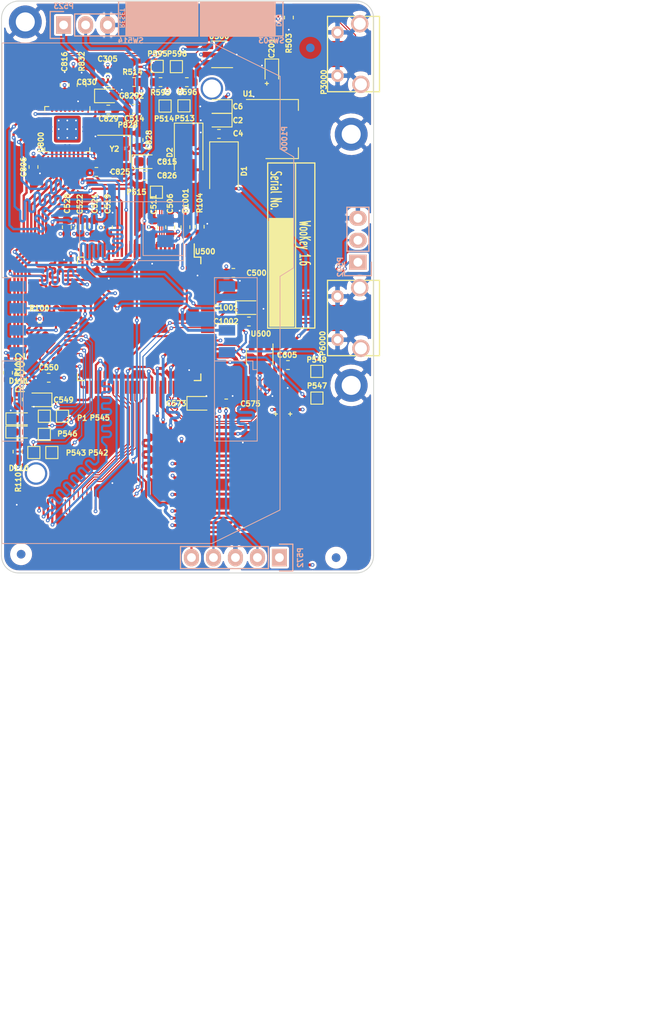
<source format=kicad_pcb>
(kicad_pcb (version 20171130) (host pcbnew "(5.1.2-1)-1")
  (title_block (title "Wookey Motherboard") (date 2019-05-16) (rev 1.6) (company ANSSI) (comment 1 "Designed by Mathieu RENARD") (comment 2 "LICENCE: CERN Open Hardware Licence v1.2"))
  (layers (0 F.Cu signal) (1 In1GroundPlan.Cu power) (2 In2Power.Cu power) (31 B.Cu signal) (34 B.Paste user hide) (35 F.Paste user) (36 B.SilkS user hide) (37 F.SilkS user hide) (38 B.Mask user) (39 F.Mask user) (44 Edge.Cuts user))
  (net 0 "")
  (net 1 GND)
  (net 2 +3V3)
  (net 3 +5V)
  (net 4 LED1)
  (net 5 LED0)
  (net 6 "Net-(C549-Pad1)")
  (net 7 "Net-(C573-Pad1)")
  (net 8 "Net-(C815-Pad1)")
  (net 9 "Net-(D110-Pad2)")
  (net 10 "Net-(D111-Pad2)")
  (net 11 "Net-(P542-Pad1)")
  (net 12 "Net-(P543-Pad1)")
  (net 13 "Net-(P546-Pad1)")
  (net 14 "Net-(R832-Pad1)")
  (net 15 /cpu/USB_HS_VBUS)
  (net 16 /cpu/NRST)
  (net 17 /cpu/USB_FS_VBUS)
  (net 18 "Net-(C829-Pad1)")
  (net 19 /cpu/CARD_POWER)
  (net 20 /cpu/TP1)
  (net 21 /cpu/TP2)
  (net 22 /cpu/TP3)
  (net 23 /cpu/UART4_TX_PA0)
  (net 24 /cpu/UART4_RX_PA1)
  (net 25 /cpu/USB_HS_HARD_RESET)
  (net 26 "Net-(P545-Pad1)")
  (net 27 /cpu/TMS/SWIO)
  (net 28 /cpu/TCK/SWCLK)
  (net 29 /cpu/UART1_RX_PB7)
  (net 30 /cpu/UART1_TX_PB6)
  (net 31 /cpu/I2C1_SCL_PB8)
  (net 32 /cpu/I2C1_SDA_PB9)
  (net 33 /cpu/CARD_CLK)
  (net 34 /cpu/CARD_CT)
  (net 35 /cpu/CARD_RESET)
  (net 36 /cpu/CARD_IO)
  (net 37 /cpu/CARD_VPP)
  (net 38 /usb/USB_HS_CON_D+)
  (net 39 /usb/USB_HS_CON_D-)
  (net 40 /usb/USB_FS_CON_D+)
  (net 41 /usb/USB_FS_CON_D-)
  (net 42 /cpu/BOOT1)
  (net 43 /cpu/BOOT0)
  (net 44 /cpu/DFU)
  (net 45 /usb/USB_HS_D+)
  (net 46 /usb/USB_HS_D-)
  (net 47 /cpu/USB_HS_ULPI_D7)
  (net 48 /cpu/USB_FS_D+)
  (net 49 /cpu/USB_FS_D-)
  (net 50 /cpu/USB_HS_ULPI_D6)
  (net 51 /cpu/USB_HS_ULPI_D5)
  (net 52 /cpu/USB_HS_ULPI_D4)
  (net 53 /cpu/USB_HS_ULPI_D3)
  (net 54 /cpu/USB_HS_ULPI_D2)
  (net 55 /cpu/USB_HS_ULPI_D1)
  (net 56 /cpu/USB_HS_ULPI_CLK)
  (net 57 /cpu/USB_HS_ULPI_D0)
  (net 58 /cpu/USB_HS_ULPI_NXT)
  (net 59 /cpu/USB_HS_ULPI_DIR)
  (net 60 /cpu/USB_HS_ULPI_STP)
  (net 61 "Net-(P828-Pad1)")
  (net 62 "Net-(P548-Pad1)")
  (net 63 "Net-(P547-Pad1)")
  (net 64 "Net-(P1000-PadC5)")
  (module Package_DFN_QFN:QFN-32-1EP_5x5mm_P0.5mm_EP3.1x3.1mm_ThermalVias (layer F.Cu) (at 93.586255 54.595231 270)
    (fp_text reference U800 (at 1.503209 3.047955 90) (layer F.SilkS) (effects (font (size 0.6 0.6))))
    (fp_text value USB3300 hide)
    (pad 32 smd roundrect (at -1.75 -2.4375 270) (size 0.25 0.875) (layers F.Cu F.Paste F.Mask) (net 14 "Net-(R832-Pad1)"))
    (pad 31 smd roundrect (at -1.25 -2.4375 270) (size 0.25 0.875) (layers F.Cu F.Paste F.Mask) (net 2 +3V3))
    (pad 30 smd roundrect (at -0.75 -2.4375 270) (size 0.25 0.875) (layers F.Cu F.Paste F.Mask) (net 2 +3V3))
    (pad 29 smd roundrect (at -0.25 -2.4375 270) (size 0.25 0.875) (layers F.Cu F.Paste F.Mask) (net 18 "Net-(C829-Pad1)"))
    (pad 28 smd roundrect (at 0.25 -2.4375 270) (size 0.25 0.875) (layers F.Cu F.Paste F.Mask) (net 61 "Net-(P828-Pad1)"))
    (pad 27 smd roundrect (at 0.75 -2.4375 270) (size 0.25 0.875) (layers F.Cu F.Paste F.Mask))
    (pad 26 smd roundrect (at 1.25 -2.4375 270) (size 0.25 0.875) (layers F.Cu F.Paste F.Mask) (net 8 "Net-(C815-Pad1)"))
    (pad 25 smd roundrect (at 1.75 -2.4375 270) (size 0.25 0.875) (layers F.Cu F.Paste F.Mask) (net 2 +3V3))
    (pad 24 smd roundrect (at 2.4375 -1.75 270) (size 0.875 0.25) (layers F.Cu F.Paste F.Mask) (net 57 /cpu/USB_HS_ULPI_D0))
    (pad 23 smd roundrect (at 2.4375 -1.25 270) (size 0.875 0.25) (layers F.Cu F.Paste F.Mask) (net 55 /cpu/USB_HS_ULPI_D1))
    (pad 22 smd roundrect (at 2.4375 -0.75 270) (size 0.875 0.25) (layers F.Cu F.Paste F.Mask) (net 54 /cpu/USB_HS_ULPI_D2))
    (pad 21 smd roundrect (at 2.4375 -0.25 270) (size 0.875 0.25) (layers F.Cu F.Paste F.Mask) (net 53 /cpu/USB_HS_ULPI_D3))
    (pad 20 smd roundrect (at 2.4375 0.25 270) (size 0.875 0.25) (layers F.Cu F.Paste F.Mask) (net 52 /cpu/USB_HS_ULPI_D4))
    (pad 19 smd roundrect (at 2.4375 0.75 270) (size 0.875 0.25) (layers F.Cu F.Paste F.Mask) (net 51 /cpu/USB_HS_ULPI_D5))
    (pad 18 smd roundrect (at 2.4375 1.25 270) (size 0.875 0.25) (layers F.Cu F.Paste F.Mask) (net 50 /cpu/USB_HS_ULPI_D6))
    (pad 17 smd roundrect (at 2.4375 1.75 270) (size 0.875 0.25) (layers F.Cu F.Paste F.Mask) (net 47 /cpu/USB_HS_ULPI_D7))
    (pad 16 smd roundrect (at 1.75 2.4375 270) (size 0.25 0.875) (layers F.Cu F.Paste F.Mask) (net 2 +3V3))
    (pad 15 smd roundrect (at 1.25 2.4375 270) (size 0.25 0.875) (layers F.Cu F.Paste F.Mask) (net 8 "Net-(C815-Pad1)"))
    (pad 14 smd roundrect (at 0.75 2.4375 270) (size 0.25 0.875) (layers F.Cu F.Paste F.Mask) (net 56 /cpu/USB_HS_ULPI_CLK))
    (pad 13 smd roundrect (at 0.25 2.4375 270) (size 0.25 0.875) (layers F.Cu F.Paste F.Mask) (net 60 /cpu/USB_HS_ULPI_STP))
    (pad 12 smd roundrect (at -0.25 2.4375 270) (size 0.25 0.875) (layers F.Cu F.Paste F.Mask) (net 59 /cpu/USB_HS_ULPI_DIR))
    (pad 11 smd roundrect (at -0.75 2.4375 270) (size 0.25 0.875) (layers F.Cu F.Paste F.Mask) (net 58 /cpu/USB_HS_ULPI_NXT))
    (pad 10 smd roundrect (at -1.25 2.4375 270) (size 0.25 0.875) (layers F.Cu F.Paste F.Mask))
    (pad 9 smd roundrect (at -1.75 2.4375 270) (size 0.25 0.875) (layers F.Cu F.Paste F.Mask) (net 25 /cpu/USB_HS_HARD_RESET))
    (pad 8 smd roundrect (at -2.4375 1.75 270) (size 0.875 0.25) (layers F.Cu F.Paste F.Mask) (net 46 /usb/USB_HS_D-))
    (pad 7 smd roundrect (at -2.4375 1.25 270) (size 0.875 0.25) (layers F.Cu F.Paste F.Mask) (net 45 /usb/USB_HS_D+))
    (pad 6 smd roundrect (at -2.4375 0.75 270) (size 0.875 0.25) (layers F.Cu F.Paste F.Mask) (net 2 +3V3))
    (pad 5 smd roundrect (at -2.4375 0.25 270) (size 0.875 0.25) (layers F.Cu F.Paste F.Mask))
    (pad 4 smd roundrect (at -2.4375 -0.25 270) (size 0.875 0.25) (layers F.Cu F.Paste F.Mask) (net 15 /cpu/USB_HS_VBUS))
    (pad 3 smd roundrect (at -2.4375 -0.75 270) (size 0.875 0.25) (layers F.Cu F.Paste F.Mask))
    (pad 2 smd roundrect (at -2.4375 -1.25 270) (size 0.875 0.25) (layers F.Cu F.Paste F.Mask) (net 1 GND))
    (pad 1 smd roundrect (at -2.4375 -1.75 270) (size 0.875 0.25) (layers F.Cu F.Paste F.Mask) (net 1 GND))
    (pad 33 smd roundrect (at 0 0 270) (size 2.5 2.5) (layers B.Cu) (roundrect_rratio 0.1) (net 1 GND))
    (pad 33 thru_hole circle (at 1 1 270) (size 0.5 0.5) (drill 0.2) (layers *.Cu) (net 1 GND))
    (pad 33 thru_hole circle (at 0 1 270) (size 0.5 0.5) (drill 0.2) (layers *.Cu) (net 1 GND))
    (pad 33 thru_hole circle (at -1 1 270) (size 0.5 0.5) (drill 0.2) (layers *.Cu) (net 1 GND))
    (pad 33 thru_hole circle (at 1 0 270) (size 0.5 0.5) (drill 0.2) (layers *.Cu) (net 1 GND))
    (pad 33 thru_hole circle (at 0 0 270) (size 0.5 0.5) (drill 0.2) (layers *.Cu) (net 1 GND))
    (pad 33 thru_hole circle (at -1 0 270) (size 0.5 0.5) (drill 0.2) (layers *.Cu) (net 1 GND))
    (pad 33 thru_hole circle (at 1 -1 270) (size 0.5 0.5) (drill 0.2) (layers *.Cu) (net 1 GND))
    (pad 33 thru_hole circle (at 0 -1 270) (size 0.5 0.5) (drill 0.2) (layers *.Cu) (net 1 GND))
    (pad 33 thru_hole circle (at -1 -1 270) (size 0.5 0.5) (drill 0.2) (layers *.Cu) (net 1 GND))
    (pad 33 smd roundrect (at 0 0 270) (size 3.1 3.1) (layers F.Cu F.Mask) (roundrect_rratio 0.08064499999999999) (net 1 GND))
  )
  (module Package_TO_SOT_SMD:TSOT-23-6 (layer F.Cu) (at 115.83844 80.9431 270)
    (fp_text reference U600 (at -2.71872 -0.1151) (layer F.SilkS) (effects (font (size 0.6 0.6))))
    (fp_text value USBLC6-2 hide)
    (pad 6 smd rect (at 1.31 -0.95 270) (size 1.22 0.65) (layers F.Cu F.Paste F.Mask) (net 49 /cpu/USB_FS_D-))
    (pad 5 smd rect (at 1.31 0 270) (size 1.22 0.65) (layers F.Cu F.Paste F.Mask) (net 17 /cpu/USB_FS_VBUS))
    (pad 4 smd rect (at 1.31 0.95 270) (size 1.22 0.65) (layers F.Cu F.Paste F.Mask) (net 48 /cpu/USB_FS_D+))
    (pad 3 smd rect (at -1.31 0.95 270) (size 1.22 0.65) (layers F.Cu F.Paste F.Mask) (net 40 /usb/USB_FS_CON_D+))
    (pad 2 smd rect (at -1.31 0 270) (size 1.22 0.65) (layers F.Cu F.Paste F.Mask) (net 1 GND))
    (pad 1 smd rect (at -1.31 -0.95 270) (size 1.22 0.65) (layers F.Cu F.Paste F.Mask) (net 41 /usb/USB_FS_CON_D-))
  )
  (module Package_TO_SOT_SMD:TSOT-23-6 (layer F.Cu) (at 111.13844 45.9831 180)
    (fp_text reference U300 (at 0.0236 2.11222 180) (layer F.SilkS) (effects (font (size 0.6 0.6))))
    (fp_text value USBLC6-2 hide)
    (pad 6 smd rect (at 1.31 -0.95 180) (size 1.22 0.65) (layers F.Cu F.Paste F.Mask) (net 45 /usb/USB_HS_D+))
    (pad 5 smd rect (at 1.31 0 180) (size 1.22 0.65) (layers F.Cu F.Paste F.Mask) (net 15 /cpu/USB_HS_VBUS))
    (pad 4 smd rect (at 1.31 0.95 180) (size 1.22 0.65) (layers F.Cu F.Paste F.Mask) (net 46 /usb/USB_HS_D-))
    (pad 3 smd rect (at -1.31 0.95 180) (size 1.22 0.65) (layers F.Cu F.Paste F.Mask) (net 39 /usb/USB_HS_CON_D-))
    (pad 2 smd rect (at -1.31 0 180) (size 1.22 0.65) (layers F.Cu F.Paste F.Mask) (net 1 GND))
    (pad 1 smd rect (at -1.31 -0.95 180) (size 1.22 0.65) (layers F.Cu F.Paste F.Mask) (net 38 /usb/USB_HS_CON_D+))
  )
  (module Package_TO_SOT_SMD:SOT-223 (layer F.Cu) (at 118.3767 54.5846)
    (fp_text reference U1 (at -3.91668 -4.0767 180) (layer F.SilkS) (effects (font (size 0.6 0.6))))
    (fp_text value LD1117S33TR hide)
    (pad 1 smd rect (at -3.15 -2.3) (size 2 1.5) (layers F.Cu F.Paste F.Mask) (net 1 GND))
    (pad 3 smd rect (at -3.15 2.3) (size 2 1.5) (layers F.Cu F.Paste F.Mask) (net 3 +5V))
    (pad 2 smd rect (at -3.15 0) (size 2 1.5) (layers F.Cu F.Paste F.Mask) (net 2 +3V3))
    (pad 4 smd rect (at 3.15 0) (size 2 3.8) (layers F.Cu F.Paste F.Mask))
  )
  (module Resistor_SMD:R_0603_1608Metric (layer F.Cu) (at 107.23626 65.91046 270)
    (fp_text reference R1001 (at -3.03784 -0.0254 270) (layer F.SilkS) (effects (font (size 0.6 0.6))))
    (fp_text value 10K hide)
    (pad 2 smd roundrect (at 0.7875 0 270) (size 0.875 0.95) (layers F.Cu F.Paste F.Mask) (net 34 /cpu/CARD_CT))
    (pad 1 smd roundrect (at -0.7875 0 270) (size 0.875 0.95) (layers F.Cu F.Paste F.Mask) (net 2 +3V3))
  )
  (module Resistor_SMD:R_0603_1608Metric (layer F.Cu) (at 95.23844 49.5031 90)
    (fp_text reference R832 (at 2.72646 0.01918 270) (layer F.SilkS) (effects (font (size 0.6 0.6))))
    (fp_text value "12K [1%]" hide)
    (pad 2 smd roundrect (at 0.7875 0 90) (size 0.875 0.95) (layers F.Cu F.Paste F.Mask) (net 1 GND))
    (pad 1 smd roundrect (at -0.7875 0 90) (size 0.875 0.95) (layers F.Cu F.Paste F.Mask) (net 14 "Net-(R832-Pad1)"))
  )
  (module Resistor_SMD:R_0603_1608Metric (layer F.Cu) (at 107.39882 49.16932)
    (fp_text reference R596 (at 0.04064 1.1557) (layer F.SilkS) (effects (font (size 0.6 0.6))))
    (fp_text value 47K hide)
    (pad 2 smd roundrect (at 0.7875 0) (size 0.875 0.95) (layers F.Cu F.Paste F.Mask) (net 32 /cpu/I2C1_SDA_PB9))
    (pad 1 smd roundrect (at -0.7875 0) (size 0.875 0.95) (layers F.Cu F.Paste F.Mask) (net 2 +3V3))
  )
  (module Resistor_SMD:R_0603_1608Metric (layer F.Cu) (at 104.35844 49.16932 180)
    (fp_text reference R595 (at 0.00762 -1.1938 180) (layer F.SilkS) (effects (font (size 0.6 0.6))))
    (fp_text value 47K hide)
    (pad 2 smd roundrect (at 0.7875 0 180) (size 0.875 0.95) (layers F.Cu F.Paste F.Mask) (net 31 /cpu/I2C1_SCL_PB8))
    (pad 1 smd roundrect (at -0.7875 0 180) (size 0.875 0.95) (layers F.Cu F.Paste F.Mask) (net 2 +3V3))
  )
  (module Resistor_SMD:R_0603_1608Metric (layer F.Cu) (at 101.30282 49.15154 180)
    (fp_text reference R514 (at 0.18034 1.15062 180) (layer F.SilkS) (effects (font (size 0.6 0.6))))
    (fp_text value 10K hide)
    (pad 2 smd roundrect (at 0.7875 0 180) (size 0.875 0.95) (layers F.Cu F.Paste F.Mask) (net 16 /cpu/NRST))
    (pad 1 smd roundrect (at -0.7875 0 180) (size 0.875 0.95) (layers F.Cu F.Paste F.Mask) (net 2 +3V3))
  )
  (module Resistor_SMD:R_0603_1608Metric (layer F.Cu) (at 119.18696 41.70934 270)
    (fp_text reference R503 (at 2.96926 0.00254 270) (layer F.SilkS) (effects (font (size 0.6 0.6))))
    (fp_text value 10K hide)
    (pad 2 smd roundrect (at 0.7875 0 270) (size 0.875 0.95) (layers F.Cu F.Paste F.Mask) (net 1 GND))
    (pad 1 smd roundrect (at -0.7875 0 270) (size 0.875 0.95) (layers F.Cu F.Paste F.Mask) (net 44 /cpu/DFU))
  )
  (module Resistor_SMD:R_0603_1608Metric (layer F.Cu) (at 87.89416 85.80882 270)
    (fp_text reference R111 (at -3.7846 0.04318 270) (layer F.SilkS) (effects (font (size 0.6 0.6))))
    (fp_text value 470 hide)
    (pad 2 smd roundrect (at 0.7875 0 270) (size 0.875 0.95) (layers F.Cu F.Paste F.Mask) (net 10 "Net-(D111-Pad2)"))
    (pad 1 smd roundrect (at -0.7875 0 270) (size 0.875 0.95) (layers F.Cu F.Paste F.Mask) (net 5 LED0))
  )
  (module Resistor_SMD:R_0603_1608Metric (layer F.Cu) (at 87.8332 91.8337 90)
    (fp_text reference R110 (at -3.52044 0.08382 90) (layer F.SilkS) (effects (font (size 0.6 0.6))))
    (fp_text value 470 hide)
    (pad 2 smd roundrect (at 0.7875 0 90) (size 0.875 0.95) (layers F.Cu F.Paste F.Mask) (net 9 "Net-(D110-Pad2)"))
    (pad 1 smd roundrect (at -0.7875 0 90) (size 0.875 0.95) (layers F.Cu F.Paste F.Mask) (net 4 LED1))
  )
  (module Resistor_SMD:R_0603_1608Metric (layer F.Cu) (at 108.87964 65.8622 90)
    (fp_text reference R104 (at 2.73558 -0.00508 90) (layer F.SilkS) (effects (font (size 0.6 0.6))))
    (fp_text value 470 hide)
    (pad 2 smd roundrect (at 0.7875 0 90) (size 0.875 0.95) (layers F.Cu F.Paste F.Mask) (net 1 GND))
    (pad 1 smd roundrect (at -0.7875 0 90) (size 0.875 0.95) (layers F.Cu F.Paste F.Mask) (net 43 /cpu/BOOT0))
  )
  (module Resistor_SMD:R_0603_1608Metric (layer F.Cu) (at 90.39606 76.45908)
    (fp_text reference R100 (at -0.0381 -1.19126) (layer F.SilkS) (effects (font (size 0.6 0.6))))
    (fp_text value 10K hide)
    (pad 2 smd roundrect (at 0.7875 0) (size 0.875 0.95) (layers F.Cu F.Paste F.Mask) (net 42 /cpu/BOOT1))
    (pad 1 smd roundrect (at -0.7875 0) (size 0.875 0.95) (layers F.Cu F.Paste F.Mask) (net 2 +3V3))
  )
  (module Diode_SMD:D_SMA (layer F.Cu) (at 107.60456 57.29986 270)
    (fp_text reference D2 (at -0.0127 2.17932 90) (layer F.SilkS) (effects (font (size 0.6 0.6))))
    (fp_text value STPS1L30A hide)
    (pad 2 smd rect (at 2 0 270) (size 2.5 1.8) (layers F.Cu F.Paste F.Mask) (net 15 /cpu/USB_HS_VBUS))
    (pad 1 smd rect (at -2 0 270) (size 2.5 1.8) (layers F.Cu F.Paste F.Mask) (net 3 +5V))
  )
  (module Diode_SMD:D_SMA (layer F.Cu) (at 111.6838 59.46394 270)
    (fp_text reference D1 (at -0.0127 -2.3241 270) (layer F.SilkS) (effects (font (size 0.6 0.6))))
    (fp_text value STPS1L30A hide)
    (pad 2 smd rect (at 2 0 270) (size 2.5 1.8) (layers F.Cu F.Paste F.Mask) (net 17 /cpu/USB_FS_VBUS))
    (pad 1 smd rect (at -2 0 270) (size 2.5 1.8) (layers F.Cu F.Paste F.Mask) (net 3 +5V))
  )
  (module Capacitor_Tantalum_SMD:CP_EIA-1608-08_AVX-J (layer F.Cu) (at 98.24212 50.75682)
    (fp_text reference C8292 (at 2.76352 -0.01778) (layer F.SilkS) (effects (font (size 0.6 0.6))))
    (fp_text value 4.7uF hide)
    (pad 2 smd roundrect (at 0.7125 0) (size 1.075 1.05) (layers F.Cu F.Paste F.Mask) (roundrect_rratio 0.238095) (net 1 GND))
    (pad 1 smd roundrect (at -0.7125 0) (size 1.075 1.05) (layers F.Cu F.Paste F.Mask) (roundrect_rratio 0.238095) (net 18 "Net-(C829-Pad1)"))
  )
  (module Capacitor_SMD:C_0603_1608Metric (layer F.Cu) (at 114.56924 76.8096)
    (fp_text reference C1002 (at -2.6543 -0.0127) (layer F.SilkS) (effects (font (size 0.6 0.6))))
    (fp_text value 100nF hide)
    (pad 2 smd roundrect (at 0.7875 0) (size 0.875 0.95) (layers F.Cu F.Paste F.Mask) (net 1 GND))
    (pad 1 smd roundrect (at -0.7875 0) (size 0.875 0.95) (layers F.Cu F.Paste F.Mask) (net 19 /cpu/CARD_POWER))
  )
  (module Capacitor_Tantalum_SMD:CP_EIA-1608-08_AVX-J (layer F.Cu) (at 114.56924 75.20432)
    (fp_text reference C1001 (at -2.67462 0.00762) (layer F.SilkS) (effects (font (size 0.6 0.6))))
    (fp_text value 10uF hide)
    (pad 2 smd roundrect (at 0.7125 0) (size 1.075 1.05) (layers F.Cu F.Paste F.Mask) (roundrect_rratio 0.238095) (net 1 GND))
    (pad 1 smd roundrect (at -0.7125 0) (size 1.075 1.05) (layers F.Cu F.Paste F.Mask) (roundrect_rratio 0.238095) (net 19 /cpu/CARD_POWER))
  )
  (module Capacitor_SMD:C_0603_1608Metric (layer F.Cu) (at 98.2599 49.17186)
    (fp_text reference C830 (at -2.43332 -0.00508 180) (layer F.SilkS) (effects (font (size 0.6 0.6))))
    (fp_text value 100nF hide)
    (pad 2 smd roundrect (at 0.7875 0) (size 0.875 0.95) (layers F.Cu F.Paste F.Mask) (net 1 GND))
    (pad 1 smd roundrect (at -0.7875 0) (size 0.875 0.95) (layers F.Cu F.Paste F.Mask) (net 2 +3V3))
  )
  (module Capacitor_SMD:C_0603_1608Metric (layer F.Cu) (at 98.31578 52.33924)
    (fp_text reference C829 (at 0.03302 1.05918) (layer F.SilkS) (effects (font (size 0.6 0.6))))
    (fp_text value 100nF hide)
    (pad 2 smd roundrect (at 0.7875 0) (size 0.875 0.95) (layers F.Cu F.Paste F.Mask) (net 1 GND))
    (pad 1 smd roundrect (at -0.7875 0) (size 0.875 0.95) (layers F.Cu F.Paste F.Mask) (net 18 "Net-(C829-Pad1)"))
  )
  (module Capacitor_SMD:C_0603_1608Metric (layer F.Cu) (at 102.60838 59.96686)
    (fp_text reference C826 (at 2.49682 -0.01016) (layer F.SilkS) (effects (font (size 0.6 0.6))))
    (fp_text value 100nF hide)
    (pad 2 smd roundrect (at 0.7875 0) (size 0.875 0.95) (layers F.Cu F.Paste F.Mask) (net 1 GND))
    (pad 1 smd roundrect (at -0.7875 0) (size 0.875 0.95) (layers F.Cu F.Paste F.Mask) (net 8 "Net-(C815-Pad1)"))
  )
  (module Capacitor_SMD:C_0603_1608Metric (layer F.Cu) (at 96.941439 59.532803)
    (fp_text reference C825 (at 2.753561 -0.005363) (layer F.SilkS) (effects (font (size 0.6 0.6))))
    (fp_text value 100nF hide)
    (pad 2 smd roundrect (at 0.7875 0) (size 0.875 0.95) (layers F.Cu F.Paste F.Mask) (net 1 GND))
    (pad 1 smd roundrect (at -0.7875 0) (size 0.875 0.95) (layers F.Cu F.Paste F.Mask) (net 2 +3V3))
  )
  (module Capacitor_SMD:C_0603_1608Metric (layer F.Cu) (at 93.27844 49.5031 90)
    (fp_text reference C816 (at 2.69852 -0.01472 90) (layer F.SilkS) (effects (font (size 0.6 0.6))))
    (fp_text value 100nF hide)
    (pad 2 smd roundrect (at 0.7875 0 90) (size 0.875 0.95) (layers F.Cu F.Paste F.Mask) (net 1 GND))
    (pad 1 smd roundrect (at -0.7875 0 90) (size 0.875 0.95) (layers F.Cu F.Paste F.Mask) (net 2 +3V3))
  )
  (module Capacitor_Tantalum_SMD:CP_EIA-1608-08_AVX-J (layer F.Cu) (at 102.58298 58.3565)
    (fp_text reference C815 (at 2.52222 0.00762) (layer F.SilkS) (effects (font (size 0.6 0.6))))
    (fp_text value 4.7uF hide)
    (pad 2 smd roundrect (at 0.7125 0) (size 1.075 1.05) (layers F.Cu F.Paste F.Mask) (roundrect_rratio 0.238095) (net 1 GND))
    (pad 1 smd roundrect (at -0.7125 0) (size 1.075 1.05) (layers F.Cu F.Paste F.Mask) (roundrect_rratio 0.238095) (net 8 "Net-(C815-Pad1)"))
  )
  (module Capacitor_SMD:C_0603_1608Metric (layer F.Cu) (at 89.67844 58.9631 270)
    (fp_text reference C806 (at 0.00808 1.15182 270) (layer F.SilkS) (effects (font (size 0.6 0.6))))
    (fp_text value 100nF hide)
    (pad 2 smd roundrect (at 0.7875 0 270) (size 0.875 0.95) (layers F.Cu F.Paste F.Mask) (net 1 GND))
    (pad 1 smd roundrect (at -0.7875 0 270) (size 0.875 0.95) (layers F.Cu F.Paste F.Mask) (net 2 +3V3))
  )
  (module Capacitor_SMD:C_0603_1608Metric (layer F.Cu) (at 119.08282 81.83626)
    (fp_text reference C605 (at -0.09906 -1.16078) (layer F.SilkS) (effects (font (size 0.6 0.6))))
    (fp_text value 100nF hide)
    (pad 2 smd roundrect (at 0.7875 0) (size 0.875 0.95) (layers F.Cu F.Paste F.Mask) (net 1 GND))
    (pad 1 smd roundrect (at -0.7875 0) (size 0.875 0.95) (layers F.Cu F.Paste F.Mask) (net 17 /cpu/USB_FS_VBUS))
  )
  (module Capacitor_SMD:C_0603_1608Metric (layer F.Cu) (at 111.94844 86.2731)
    (fp_text reference C575 (at 2.7986 0.03102) (layer F.SilkS) (effects (font (size 0.6 0.6))))
    (fp_text value 100nF hide)
    (pad 2 smd roundrect (at 0.7875 0) (size 0.875 0.95) (layers F.Cu F.Paste F.Mask) (net 1 GND))
    (pad 1 smd roundrect (at -0.7875 0) (size 0.875 0.95) (layers F.Cu F.Paste F.Mask) (net 2 +3V3))
  )
  (module Capacitor_Tantalum_SMD:CP_EIA-1608-08_AVX-J (layer F.Cu) (at 108.91844 86.2531)
    (fp_text reference C573 (at -2.74644 0.02308) (layer F.SilkS) (effects (font (size 0.6 0.6))))
    (fp_text value 2.2uF hide)
    (pad 2 smd roundrect (at 0.7125 0) (size 1.075 1.05) (layers F.Cu F.Paste F.Mask) (roundrect_rratio 0.238095) (net 1 GND))
    (pad 1 smd roundrect (at -0.7125 0) (size 1.075 1.05) (layers F.Cu F.Paste F.Mask) (roundrect_rratio 0.238095) (net 7 "Net-(C573-Pad1)"))
  )
  (module Capacitor_SMD:C_0603_1608Metric (layer F.Cu) (at 91.44 83.30184 180)
    (fp_text reference C550 (at -0.00254 1.17856 180) (layer F.SilkS) (effects (font (size 0.6 0.6))))
    (fp_text value 100nF hide)
    (pad 2 smd roundrect (at 0.7875 0 180) (size 0.875 0.95) (layers F.Cu F.Paste F.Mask) (net 1 GND))
    (pad 1 smd roundrect (at -0.7875 0 180) (size 0.875 0.95) (layers F.Cu F.Paste F.Mask) (net 2 +3V3))
  )
  (module Capacitor_Tantalum_SMD:CP_EIA-1608-08_AVX-J (layer F.Cu) (at 90.297 85.852 180)
    (fp_text reference C549 (at -2.84734 -0.00762 180) (layer F.SilkS) (effects (font (size 0.6 0.6))))
    (fp_text value 2.2uF hide)
    (pad 2 smd roundrect (at 0.7125 0 180) (size 1.075 1.05) (layers F.Cu F.Paste F.Mask) (roundrect_rratio 0.238095) (net 1 GND))
    (pad 1 smd roundrect (at -0.7125 0 180) (size 1.075 1.05) (layers F.Cu F.Paste F.Mask) (roundrect_rratio 0.238095) (net 6 "Net-(C549-Pad1)"))
  )
  (module Capacitor_SMD:C_0603_1608Metric (layer F.Cu) (at 93.53042 65.91554 90)
    (fp_text reference C528 (at 2.72288 0.04064 90) (layer F.SilkS) (effects (font (size 0.6 0.6))))
    (fp_text value 100nF hide)
    (pad 2 smd roundrect (at 0.7875 0 90) (size 0.875 0.95) (layers F.Cu F.Paste F.Mask) (net 1 GND))
    (pad 1 smd roundrect (at -0.7875 0 90) (size 0.875 0.95) (layers F.Cu F.Paste F.Mask) (net 2 +3V3))
  )
  (module Capacitor_SMD:C_0603_1608Metric (layer F.Cu) (at 95.08844 65.9131 90)
    (fp_text reference C522 (at 2.66202 -0.0518 90) (layer F.SilkS) (effects (font (size 0.6 0.6))))
    (fp_text value 100nF hide)
    (pad 2 smd roundrect (at 0.7875 0 90) (size 0.875 0.95) (layers F.Cu F.Paste F.Mask) (net 1 GND))
    (pad 1 smd roundrect (at -0.7875 0 90) (size 0.875 0.95) (layers F.Cu F.Paste F.Mask) (net 2 +3V3))
  )
  (module Capacitor_SMD:C_0603_1608Metric (layer F.Cu) (at 96.65844 65.9131 90)
    (fp_text reference C521 (at 2.72044 0.10032 90) (layer F.SilkS) (effects (font (size 0.6 0.6))))
    (fp_text value 100nF hide)
    (pad 2 smd roundrect (at 0.7875 0 90) (size 0.875 0.95) (layers F.Cu F.Paste F.Mask) (net 1 GND))
    (pad 1 smd roundrect (at -0.7875 0 90) (size 0.875 0.95) (layers F.Cu F.Paste F.Mask) (net 2 +3V3))
  )
  (module Capacitor_SMD:C_0603_1608Metric (layer F.Cu) (at 98.27768 65.91808 90)
    (fp_text reference C519 (at 2.69748 -0.02794 90) (layer F.SilkS) (effects (font (size 0.6 0.6))))
    (fp_text value 100nF hide)
    (pad 2 smd roundrect (at 0.7875 0 90) (size 0.875 0.95) (layers F.Cu F.Paste F.Mask) (net 1 GND))
    (pad 1 smd roundrect (at -0.7875 0 90) (size 0.875 0.95) (layers F.Cu F.Paste F.Mask) (net 2 +3V3))
  )
  (module Capacitor_SMD:C_0603_1608Metric (layer F.Cu) (at 101.27742 52.25288 180)
    (fp_text reference C514 (at -0.04318 -1.11252 180) (layer F.SilkS) (effects (font (size 0.6 0.6))))
    (fp_text value 100nF hide)
    (pad 2 smd roundrect (at 0.7875 0 180) (size 0.875 0.95) (layers F.Cu F.Paste F.Mask) (net 1 GND))
    (pad 1 smd roundrect (at -0.7875 0 180) (size 0.875 0.95) (layers F.Cu F.Paste F.Mask) (net 16 /cpu/NRST))
  )
  (module Capacitor_SMD:C_0603_1608Metric (layer F.Cu) (at 103.52024 65.9384 90)
    (fp_text reference C511 (at 2.6543 0.04318 90) (layer F.SilkS) (effects (font (size 0.6 0.6))))
    (fp_text value 100nF hide)
    (pad 2 smd roundrect (at 0.7875 0 90) (size 0.875 0.95) (layers F.Cu F.Paste F.Mask) (net 1 GND))
    (pad 1 smd roundrect (at -0.7875 0 90) (size 0.875 0.95) (layers F.Cu F.Paste F.Mask) (net 2 +3V3))
  )
  (module Capacitor_SMD:C_0603_1608Metric (layer F.Cu) (at 105.46864 65.9131 90)
    (fp_text reference C506 (at 2.72298 -0.00784 90) (layer F.SilkS) (effects (font (size 0.6 0.6))))
    (fp_text value 100nF hide)
    (pad 2 smd roundrect (at 0.7875 0 90) (size 0.875 0.95) (layers F.Cu F.Paste F.Mask) (net 1 GND))
    (pad 1 smd roundrect (at -0.7875 0 90) (size 0.875 0.95) (layers F.Cu F.Paste F.Mask) (net 2 +3V3))
  )
  (module Capacitor_SMD:C_0603_1608Metric (layer F.Cu) (at 112.77092 71.1962)
    (fp_text reference C500 (at 2.67462 0.00254) (layer F.SilkS) (effects (font (size 0.6 0.6))))
    (fp_text value 100nF hide)
    (pad 2 smd roundrect (at 0.7875 0) (size 0.875 0.95) (layers F.Cu F.Paste F.Mask) (net 1 GND))
    (pad 1 smd roundrect (at -0.7875 0) (size 0.875 0.95) (layers F.Cu F.Paste F.Mask) (net 2 +3V3))
  )
  (module Capacitor_SMD:C_0603_1608Metric (layer F.Cu) (at 98.25228 47.63516)
    (fp_text reference C305 (at -0.01778 -1.15062) (layer F.SilkS) (effects (font (size 0.6 0.6))))
    (fp_text value 100nF hide)
    (pad 2 smd roundrect (at 0.7875 0) (size 0.875 0.95) (layers F.Cu F.Paste F.Mask) (net 1 GND))
    (pad 1 smd roundrect (at -0.7875 0) (size 0.875 0.95) (layers F.Cu F.Paste F.Mask) (net 15 /cpu/USB_HS_VBUS))
  )
  (module Capacitor_Tantalum_SMD:CP_EIA-1608-08_AVX-J (layer F.Cu) (at 117.221 48.006 270)
    (fp_text reference C201 (at -2.75336 0.02286 270) (layer F.SilkS) (effects (font (size 0.6 0.6))))
    (fp_text value 4.7uF hide)
    (pad 2 smd roundrect (at 0.7125 0 270) (size 1.075 1.05) (layers F.Cu F.Paste F.Mask) (roundrect_rratio 0.238095) (net 15 /cpu/USB_HS_VBUS))
    (pad 1 smd roundrect (at -0.7125 0 270) (size 1.075 1.05) (layers F.Cu F.Paste F.Mask) (roundrect_rratio 0.238095) (net 1 GND))
  )
  (module Capacitor_Tantalum_SMD:CP_EIA-1608-08_AVX-J (layer F.Cu) (at 111.1123 51.9811 180)
    (fp_text reference C6 (at -2.17678 -0.00508 180) (layer F.SilkS) (effects (font (size 0.6 0.6))))
    (fp_text value 10uF hide)
    (pad 2 smd roundrect (at 0.7125 0 180) (size 1.075 1.05) (layers F.Cu F.Paste F.Mask) (roundrect_rratio 0.238095) (net 1 GND))
    (pad 1 smd roundrect (at -0.7125 0 180) (size 1.075 1.05) (layers F.Cu F.Paste F.Mask) (roundrect_rratio 0.238095) (net 2 +3V3))
  )
  (module Capacitor_SMD:C_0603_1608Metric (layer F.Cu) (at 111.10976 55.1434 180)
    (fp_text reference C4 (at -2.20726 0.04318 180) (layer F.SilkS) (effects (font (size 0.6 0.6))))
    (fp_text value 100nF hide)
    (pad 2 smd roundrect (at 0.7875 0 180) (size 0.875 0.95) (layers F.Cu F.Paste F.Mask) (net 1 GND))
    (pad 1 smd roundrect (at -0.7875 0 180) (size 0.875 0.95) (layers F.Cu F.Paste F.Mask) (net 3 +5V))
  )
  (module Capacitor_Tantalum_SMD:CP_EIA-1608-08_AVX-J (layer F.Cu) (at 111.10976 53.55844 180)
    (fp_text reference C2 (at -2.1844 -0.02286 180) (layer F.SilkS) (effects (font (size 0.6 0.6))))
    (fp_text value 10uF hide)
    (pad 2 smd roundrect (at 0.7125 0 180) (size 1.075 1.05) (layers F.Cu F.Paste F.Mask) (roundrect_rratio 0.238095) (net 1 GND))
    (pad 1 smd roundrect (at -0.7125 0 180) (size 1.075 1.05) (layers F.Cu F.Paste F.Mask) (roundrect_rratio 0.238095) (net 3 +5V))
  )
  (module leia:USB_Micro-B-MOLEX_105017-0001 (layer F.Cu) (at 127.50844 76.4031 90)
    (fp_text reference P6000 (at -2.9338 -4.42004 270) (layer F.SilkS) (effects (font (size 0.6 0.6))))
    (fp_text value USB_FS_OTG hide)
    (pad 1 smd rect (at -1.3 -2.7 180) (size 1.35 0.4) (layers F.Cu F.Paste F.Mask) (net 17 /cpu/USB_FS_VBUS))
    (pad 2 smd rect (at -0.65 -2.7 180) (size 1.35 0.4) (layers F.Cu F.Paste F.Mask) (net 41 /usb/USB_FS_CON_D-))
    (pad 3 smd rect (at -0.0009 -2.7 180) (size 1.35 0.4) (layers F.Cu F.Paste F.Mask) (net 40 /usb/USB_FS_CON_D+))
    (pad 4 smd rect (at 0.65 -2.675 180) (size 1.35 0.4) (layers F.Cu F.Paste F.Mask))
    (pad 5 smd rect (at 1.3 -2.7 180) (size 1.35 0.4) (layers F.Cu F.Paste F.Mask) (net 1 GND))
    (pad 6 thru_hole oval (at -2.5 -2.7 180) (size 1.45 1.45) (drill oval 0.85) (layers *.Cu *.Paste *.SilkS *.Mask) (net 1 GND))
    (pad 6 thru_hole oval (at 2.5 -2.7 180) (size 1.45 1.45) (drill oval 0.85) (layers *.Cu *.Paste *.SilkS *.Mask) (net 1 GND))
    (pad 6 thru_hole circle (at -3.5009 0 180) (size 2 2) (drill 1.4) (layers *.Cu *.SilkS *.Mask B.Paste) (net 1 GND))
    (pad 6 thru_hole circle (at 3.4991 -0.13254 180) (size 2 2) (drill 1.4) (layers *.Cu *.SilkS *.Mask B.Paste) (net 1 GND))
  )
  (module leia:USB_Micro-B-MOLEX_105017-0001 (layer F.Cu) (at 127.50844 45.9222 90)
    (fp_text reference P3000 (at -3.24458 -4.28034 270) (layer F.SilkS) (effects (font (size 0.6 0.6))))
    (fp_text value USB_FS_OTG hide)
    (pad 1 smd rect (at -1.3 -2.7 180) (size 1.35 0.4) (layers F.Cu F.Paste F.Mask) (net 15 /cpu/USB_HS_VBUS))
    (pad 2 smd rect (at -0.65 -2.7 180) (size 1.35 0.4) (layers F.Cu F.Paste F.Mask) (net 39 /usb/USB_HS_CON_D-))
    (pad 3 smd rect (at -0.0009 -2.7 180) (size 1.35 0.4) (layers F.Cu F.Paste F.Mask) (net 38 /usb/USB_HS_CON_D+))
    (pad 4 smd rect (at 0.65 -2.675 180) (size 1.35 0.4) (layers F.Cu F.Paste F.Mask))
    (pad 5 smd rect (at 1.3 -2.7 180) (size 1.35 0.4) (layers F.Cu F.Paste F.Mask) (net 1 GND))
    (pad 6 thru_hole oval (at -2.5 -2.7 180) (size 1.45 1.45) (drill oval 0.85) (layers *.Cu *.Paste *.SilkS *.Mask) (net 1 GND))
    (pad 6 thru_hole oval (at 2.5 -2.7 180) (size 1.45 1.45) (drill oval 0.85) (layers *.Cu *.Paste *.SilkS *.Mask) (net 1 GND))
    (pad 6 thru_hole circle (at -3.5009 0 180) (size 2 2) (drill 1.4) (layers *.Cu *.SilkS *.Mask B.Paste) (net 1 GND))
    (pad 6 thru_hole circle (at 3.4991 -0.13254 180) (size 2 2) (drill 1.4) (layers *.Cu *.SilkS *.Mask B.Paste) (net 1 GND))
  )
  (module Fiducials:Fiducial_1mm_Dia_2.54mm_Outer_CopperTop (layer F.Cu) (at 88.24722 103.67772 270)
    (fp_text reference FID3 hide)
    (fp_text value FIDUCIAL hide)
    (pad ~ smd circle (at 0 0 270) (size 1 1) (layers F.Cu F.Mask) (clearance 0.77))
  )
  (module leia:VJW53666 (layer B.Cu) (at 110.28844 49.8831 90)
    (fp_text reference P1000 (at -5.8191 8.39306 90) (layer B.SilkS) (effects (font (size 0.6 0.6)) (justify mirror)))
    (fp_text value ISO7816_NO hide)
    (pad C3 smd rect (at -25.4 1.74) (size 1.9 1.2) (layers B.Cu B.Paste B.Mask) (net 33 /cpu/CARD_CLK))
    (pad C8 smd rect (at -22.86 -22.42) (size 1.9 1.2) (layers B.Cu B.Paste B.Mask))
    (pad SW1 smd rect (at -17.6403 -5.36) (size 1.9 1.4) (layers B.Cu B.Paste B.Mask) (net 34 /cpu/CARD_CT))
    (pad SW2 smd rect (at -15.24 -5.36) (size 1.9 1.4) (layers B.Cu B.Paste B.Mask) (net 1 GND))
    (pad C4 smd rect (at -22.86 1.74) (size 1.9 1.2) (layers B.Cu B.Paste B.Mask))
    (pad C2 smd rect (at -27.94 1.74) (size 1.9 1.2) (layers B.Cu B.Paste B.Mask) (net 35 /cpu/CARD_RESET))
    (pad C1 smd rect (at -30.48 1.74) (size 1.9 1.2) (layers B.Cu B.Paste B.Mask) (net 19 /cpu/CARD_POWER))
    (pad C7 smd rect (at -25.4 -22.42) (size 1.9 1.2) (layers B.Cu B.Paste B.Mask) (net 36 /cpu/CARD_IO))
    (pad C6 smd rect (at -27.94 -22.42) (size 1.9 1.2) (layers B.Cu B.Paste B.Mask) (net 37 /cpu/CARD_VPP))
    (pad C5 smd rect (at -30.48 -22.42) (size 1.9 1.2) (layers B.Cu B.Paste B.Mask) (net 64 "Net-(P1000-PadC5)"))
    (pad "" np_thru_hole circle (at -44.4754 -20.32) (size 2.6 2.6) (drill 2.1) (layers *.Cu *.Mask))
    (pad "" np_thru_hole circle (at -0.0254 0) (size 2.6 2.6) (drill 2.1) (layers *.Cu *.Mask))
  )
  (module Housings_QFP:LQFP-100_14x14mm_Pitch0.5mm (layer F.Cu) (at 101.88724 76.4991 270)
    (fp_text reference U500 (at -7.77178 -7.62232) (layer F.SilkS) (effects (font (size 0.6 0.6))))
    (fp_text value STM32F439VIT6 hide)
    (pad 100 smd rect (at -6 -7.9) (size 1.5 0.28) (layers F.Cu F.Paste F.Mask) (net 2 +3V3))
    (pad 99 smd rect (at -5.5 -7.9) (size 1.5 0.28) (layers F.Cu F.Paste F.Mask) (net 1 GND))
    (pad 98 smd rect (at -5 -7.9) (size 1.5 0.28) (layers F.Cu F.Paste F.Mask))
    (pad 97 smd rect (at -4.5 -7.9) (size 1.5 0.28) (layers F.Cu F.Paste F.Mask))
    (pad 96 smd rect (at -4 -7.9) (size 1.5 0.28) (layers F.Cu F.Paste F.Mask))
    (pad 95 smd rect (at -3.5 -7.9) (size 1.5 0.28) (layers F.Cu F.Paste F.Mask))
    (pad 94 smd rect (at -3 -7.9) (size 1.5 0.28) (layers F.Cu F.Paste F.Mask) (net 43 /cpu/BOOT0))
    (pad 93 smd rect (at -2.5 -7.9) (size 1.5 0.28) (layers F.Cu F.Paste F.Mask) (net 29 /cpu/UART1_RX_PB7))
    (pad 92 smd rect (at -2 -7.9) (size 1.5 0.28) (layers F.Cu F.Paste F.Mask) (net 30 /cpu/UART1_TX_PB6))
    (pad 91 smd rect (at -1.5 -7.9) (size 1.5 0.28) (layers F.Cu F.Paste F.Mask) (net 47 /cpu/USB_HS_ULPI_D7))
    (pad 90 smd rect (at -1 -7.9) (size 1.5 0.28) (layers F.Cu F.Paste F.Mask))
    (pad 89 smd rect (at -0.5 -7.9) (size 1.5 0.28) (layers F.Cu F.Paste F.Mask))
    (pad 88 smd rect (at 0 -7.9) (size 1.5 0.28) (layers F.Cu F.Paste F.Mask) (net 19 /cpu/CARD_POWER))
    (pad 87 smd rect (at 0.5 -7.9) (size 1.5 0.28) (layers F.Cu F.Paste F.Mask))
    (pad 86 smd rect (at 1 -7.9) (size 1.5 0.28) (layers F.Cu F.Paste F.Mask))
    (pad 85 smd rect (at 1.5 -7.9) (size 1.5 0.28) (layers F.Cu F.Paste F.Mask))
    (pad 84 smd rect (at 2 -7.9) (size 1.5 0.28) (layers F.Cu F.Paste F.Mask))
    (pad 83 smd rect (at 2.5 -7.9) (size 1.5 0.28) (layers F.Cu F.Paste F.Mask))
    (pad 82 smd rect (at 3 -7.9) (size 1.5 0.28) (layers F.Cu F.Paste F.Mask) (net 62 "Net-(P548-Pad1)"))
    (pad 81 smd rect (at 3.5 -7.9) (size 1.5 0.28) (layers F.Cu F.Paste F.Mask) (net 63 "Net-(P547-Pad1)"))
    (pad 80 smd rect (at 4 -7.9) (size 1.5 0.28) (layers F.Cu F.Paste F.Mask))
    (pad 79 smd rect (at 4.5 -7.9) (size 1.5 0.28) (layers F.Cu F.Paste F.Mask))
    (pad 78 smd rect (at 5 -7.9) (size 1.5 0.28) (layers F.Cu F.Paste F.Mask))
    (pad 77 smd rect (at 5.5 -7.9) (size 1.5 0.28) (layers F.Cu F.Paste F.Mask))
    (pad 76 smd rect (at 6 -7.9) (size 1.5 0.28) (layers F.Cu F.Paste F.Mask) (net 28 /cpu/TCK/SWCLK))
    (pad 75 smd rect (at 7.9 -6 270) (size 1.5 0.28) (layers F.Cu F.Paste F.Mask) (net 2 +3V3))
    (pad 74 smd rect (at 7.9 -5.5 270) (size 1.5 0.28) (layers F.Cu F.Paste F.Mask) (net 1 GND))
    (pad 73 smd rect (at 7.9 -5 270) (size 1.5 0.28) (layers F.Cu F.Paste F.Mask) (net 7 "Net-(C573-Pad1)"))
    (pad 72 smd rect (at 7.9 -4.5 270) (size 1.5 0.28) (layers F.Cu F.Paste F.Mask) (net 27 /cpu/TMS/SWIO))
    (pad 71 smd rect (at 7.9 -4 270) (size 1.5 0.28) (layers F.Cu F.Paste F.Mask) (net 48 /cpu/USB_FS_D+))
    (pad 70 smd rect (at 7.9 -3.5 270) (size 1.5 0.28) (layers F.Cu F.Paste F.Mask) (net 49 /cpu/USB_FS_D-))
    (pad 69 smd rect (at 7.9 -3 270) (size 1.5 0.28) (layers F.Cu F.Paste F.Mask))
    (pad 68 smd rect (at 7.9 -2.5 270) (size 1.5 0.28) (layers F.Cu F.Paste F.Mask) (net 17 /cpu/USB_FS_VBUS))
    (pad 67 smd rect (at 7.9 -2 270) (size 1.5 0.28) (layers F.Cu F.Paste F.Mask))
    (pad 66 smd rect (at 7.9 -1.5 270) (size 1.5 0.28) (layers F.Cu F.Paste F.Mask))
    (pad 65 smd rect (at 7.9 -1 270) (size 1.5 0.28) (layers F.Cu F.Paste F.Mask))
    (pad 64 smd rect (at 7.9 -0.5 270) (size 1.5 0.28) (layers F.Cu F.Paste F.Mask))
    (pad 63 smd rect (at 7.9 0 270) (size 1.5 0.28) (layers F.Cu F.Paste F.Mask))
    (pad 62 smd rect (at 7.9 0.5 270) (size 1.5 0.28) (layers F.Cu F.Paste F.Mask))
    (pad 61 smd rect (at 7.9 1 270) (size 1.5 0.28) (layers F.Cu F.Paste F.Mask))
    (pad 60 smd rect (at 7.9 1.5 270) (size 1.5 0.28) (layers F.Cu F.Paste F.Mask))
    (pad 59 smd rect (at 7.9 2 270) (size 1.5 0.28) (layers F.Cu F.Paste F.Mask))
    (pad 58 smd rect (at 7.9 2.5 270) (size 1.5 0.28) (layers F.Cu F.Paste F.Mask))
    (pad 57 smd rect (at 7.9 3 270) (size 1.5 0.28) (layers F.Cu F.Paste F.Mask))
    (pad 56 smd rect (at 7.9 3.5 270) (size 1.5 0.28) (layers F.Cu F.Paste F.Mask))
    (pad 55 smd rect (at 7.9 4 270) (size 1.5 0.28) (layers F.Cu F.Paste F.Mask))
    (pad 54 smd rect (at 7.9 4.5 270) (size 1.5 0.28) (layers F.Cu F.Paste F.Mask))
    (pad 53 smd rect (at 7.9 5 270) (size 1.5 0.28) (layers F.Cu F.Paste F.Mask))
    (pad 52 smd rect (at 7.9 5.5 270) (size 1.5 0.28) (layers F.Cu F.Paste F.Mask) (net 50 /cpu/USB_HS_ULPI_D6))
    (pad 51 smd rect (at 7.9 6 270) (size 1.5 0.28) (layers F.Cu F.Paste F.Mask) (net 51 /cpu/USB_HS_ULPI_D5))
    (pad 50 smd rect (at 6 7.9) (size 1.5 0.28) (layers F.Cu F.Paste F.Mask) (net 2 +3V3))
    (pad 49 smd rect (at 5.5 7.9) (size 1.5 0.28) (layers F.Cu F.Paste F.Mask) (net 6 "Net-(C549-Pad1)"))
    (pad 48 smd rect (at 5 7.9) (size 1.5 0.28) (layers F.Cu F.Paste F.Mask) (net 52 /cpu/USB_HS_ULPI_D4))
    (pad 47 smd rect (at 4.5 7.9) (size 1.5 0.28) (layers F.Cu F.Paste F.Mask) (net 53 /cpu/USB_HS_ULPI_D3))
    (pad 46 smd rect (at 4 7.9) (size 1.5 0.28) (layers F.Cu F.Paste F.Mask) (net 13 "Net-(P546-Pad1)"))
    (pad 45 smd rect (at 3.5 7.9) (size 1.5 0.28) (layers F.Cu F.Paste F.Mask) (net 26 "Net-(P545-Pad1)"))
    (pad 44 smd rect (at 3 7.9) (size 1.5 0.28) (layers F.Cu F.Paste F.Mask))
    (pad 43 smd rect (at 2.5 7.9) (size 1.5 0.28) (layers F.Cu F.Paste F.Mask) (net 12 "Net-(P543-Pad1)"))
    (pad 42 smd rect (at 2 7.9) (size 1.5 0.28) (layers F.Cu F.Paste F.Mask) (net 11 "Net-(P542-Pad1)"))
    (pad 41 smd rect (at 1.5 7.9) (size 1.5 0.28) (layers F.Cu F.Paste F.Mask))
    (pad 40 smd rect (at 1 7.9) (size 1.5 0.28) (layers F.Cu F.Paste F.Mask))
    (pad 39 smd rect (at 0.5 7.9) (size 1.5 0.28) (layers F.Cu F.Paste F.Mask))
    (pad 38 smd rect (at 0 7.9) (size 1.5 0.28) (layers F.Cu F.Paste F.Mask) (net 37 /cpu/CARD_VPP))
    (pad 37 smd rect (at -0.5 7.9) (size 1.5 0.28) (layers F.Cu F.Paste F.Mask) (net 42 /cpu/BOOT1))
    (pad 36 smd rect (at -1 7.9) (size 1.5 0.28) (layers F.Cu F.Paste F.Mask) (net 54 /cpu/USB_HS_ULPI_D2))
    (pad 35 smd rect (at -1.5 7.9) (size 1.5 0.28) (layers F.Cu F.Paste F.Mask) (net 55 /cpu/USB_HS_ULPI_D1))
    (pad 34 smd rect (at -2 7.9) (size 1.5 0.28) (layers F.Cu F.Paste F.Mask) (net 4 LED1))
    (pad 33 smd rect (at -2.5 7.9) (size 1.5 0.28) (layers F.Cu F.Paste F.Mask) (net 5 LED0))
    (pad 32 smd rect (at -3 7.9) (size 1.5 0.28) (layers F.Cu F.Paste F.Mask))
    (pad 31 smd rect (at -3.5 7.9) (size 1.5 0.28) (layers F.Cu F.Paste F.Mask))
    (pad 30 smd rect (at -4 7.9) (size 1.5 0.28) (layers F.Cu F.Paste F.Mask) (net 56 /cpu/USB_HS_ULPI_CLK))
    (pad 29 smd rect (at -4.5 7.9) (size 1.5 0.28) (layers F.Cu F.Paste F.Mask) (net 33 /cpu/CARD_CLK))
    (pad 28 smd rect (at -5 7.9) (size 1.5 0.28) (layers F.Cu F.Paste F.Mask) (net 2 +3V3))
    (pad 27 smd rect (at -5.5 7.9) (size 1.5 0.28) (layers F.Cu F.Paste F.Mask) (net 1 GND))
    (pad 26 smd rect (at -6 7.9) (size 1.5 0.28) (layers F.Cu F.Paste F.Mask) (net 57 /cpu/USB_HS_ULPI_D0))
    (pad 25 smd rect (at -7.9 6 270) (size 1.5 0.28) (layers F.Cu F.Paste F.Mask) (net 36 /cpu/CARD_IO))
    (pad 24 smd rect (at -7.9 5.5 270) (size 1.5 0.28) (layers F.Cu F.Paste F.Mask) (net 24 /cpu/UART4_RX_PA1))
    (pad 23 smd rect (at -7.9 5 270) (size 1.5 0.28) (layers F.Cu F.Paste F.Mask) (net 23 /cpu/UART4_TX_PA0))
    (pad 22 smd rect (at -7.9 4.5 270) (size 1.5 0.28) (layers F.Cu F.Paste F.Mask) (net 2 +3V3))
    (pad 21 smd rect (at -7.9 4 270) (size 1.5 0.28) (layers F.Cu F.Paste F.Mask) (net 2 +3V3))
    (pad 20 smd rect (at -7.9 3.5 270) (size 1.5 0.28) (layers F.Cu F.Paste F.Mask) (net 1 GND))
    (pad 19 smd rect (at -7.9 3 270) (size 1.5 0.28) (layers F.Cu F.Paste F.Mask) (net 2 +3V3))
    (pad 18 smd rect (at -7.9 2.5 270) (size 1.5 0.28) (layers F.Cu F.Paste F.Mask) (net 58 /cpu/USB_HS_ULPI_NXT))
    (pad 17 smd rect (at -7.9 2 270) (size 1.5 0.28) (layers F.Cu F.Paste F.Mask) (net 59 /cpu/USB_HS_ULPI_DIR))
    (pad 16 smd rect (at -7.9 1.5 270) (size 1.5 0.28) (layers F.Cu F.Paste F.Mask) (net 25 /cpu/USB_HS_HARD_RESET))
    (pad 15 smd rect (at -7.9 1 270) (size 1.5 0.28) (layers F.Cu F.Paste F.Mask) (net 60 /cpu/USB_HS_ULPI_STP))
    (pad 14 smd rect (at -7.9 0.5 270) (size 1.5 0.28) (layers F.Cu F.Paste F.Mask) (net 16 /cpu/NRST))
    (pad 13 smd rect (at -7.9 0 270) (size 1.5 0.28) (layers F.Cu F.Paste F.Mask))
    (pad 12 smd rect (at -7.9 -0.5 270) (size 1.5 0.28) (layers F.Cu F.Paste F.Mask))
    (pad 11 smd rect (at -7.9 -1 270) (size 1.5 0.28) (layers F.Cu F.Paste F.Mask) (net 2 +3V3))
    (pad 10 smd rect (at -7.9 -1.5 270) (size 1.5 0.28) (layers F.Cu F.Paste F.Mask) (net 1 GND))
    (pad 9 smd rect (at -7.9 -2 270) (size 1.5 0.28) (layers F.Cu F.Paste F.Mask) (net 22 /cpu/TP3))
    (pad 8 smd rect (at -7.9 -2.5 270) (size 1.5 0.28) (layers F.Cu F.Paste F.Mask) (net 21 /cpu/TP2))
    (pad 7 smd rect (at -7.9 -3 270) (size 1.5 0.28) (layers F.Cu F.Paste F.Mask) (net 20 /cpu/TP1))
    (pad 6 smd rect (at -7.9 -3.5 270) (size 1.5 0.28) (layers F.Cu F.Paste F.Mask) (net 2 +3V3))
    (pad 5 smd rect (at -7.9 -4 270) (size 1.5 0.28) (layers F.Cu F.Paste F.Mask))
    (pad 4 smd rect (at -7.9 -4.5 270) (size 1.5 0.28) (layers F.Cu F.Paste F.Mask))
    (pad 3 smd rect (at -7.9 -5 270) (size 1.5 0.28) (layers F.Cu F.Paste F.Mask) (net 44 /cpu/DFU))
    (pad 2 smd rect (at -7.9 -5.5 270) (size 1.5 0.28) (layers F.Cu F.Paste F.Mask) (net 35 /cpu/CARD_RESET))
    (pad 1 smd rect (at -7.9 -6 270) (size 1.5 0.28) (layers F.Cu F.Paste F.Mask) (net 34 /cpu/CARD_CT))
  )
  (module Pin_Headers:Pin_Header_Straight_1x05 (layer B.Cu) (at 118.09222 104.06634 90)
    (fp_text reference P572 (at -0.00762 2.41808 270) (layer B.SilkS) (effects (font (size 0.6 0.6)) (justify mirror)))
    (fp_text value DEBUG/PROG hide)
    (pad 5 thru_hole oval (at 0 -10.16 90) (size 2.032 1.7272) (drill 1.016) (layers *.Cu *.SilkS *.Mask) (net 16 /cpu/NRST))
    (pad 4 thru_hole oval (at 0 -7.62 90) (size 2.032 1.7272) (drill 1.016) (layers *.Cu *.SilkS *.Mask) (net 27 /cpu/TMS/SWIO))
    (pad 3 thru_hole oval (at 0 -5.08 90) (size 2.032 1.7272) (drill 1.016) (layers *.Cu *.SilkS *.Mask) (net 1 GND))
    (pad 2 thru_hole oval (at 0 -2.54 90) (size 2.032 1.7272) (drill 1.016) (layers *.Cu *.SilkS *.Mask) (net 28 /cpu/TCK/SWCLK))
    (pad 1 thru_hole rect (at 0 0 90) (size 2.032 1.7272) (drill 1.016) (layers *.Cu *.SilkS *.Mask) (net 2 +3V3))
  )
  (module Pin_Headers:Pin_Header_Straight_1x03 (layer B.Cu) (at 93.15958 42.56532 270)
    (fp_text reference P523 (at -2.17424 -0.01524 180) (layer B.SilkS) (effects (font (size 0.6 0.6)) (justify mirror)))
    (fp_text value UART4 hide)
    (pad 3 thru_hole oval (at 0 -5.08 270) (size 2.032 1.7272) (drill 1.016) (layers *.Cu *.SilkS *.Mask) (net 1 GND))
    (pad 2 thru_hole oval (at 0 -2.54 270) (size 2.032 1.7272) (drill 1.016) (layers *.Cu *.SilkS *.Mask) (net 23 /cpu/UART4_TX_PA0))
    (pad 1 thru_hole rect (at 0 0 270) (size 2.032 1.7272) (drill 1.016) (layers *.Cu *.SilkS *.Mask) (net 24 /cpu/UART4_RX_PA1))
  )
  (module Pin_Headers:Pin_Header_Straight_1x03 (layer B.Cu) (at 127.1651 69.9643)
    (fp_text reference P592 (at -2.03962 0.55626 -90) (layer B.SilkS) (effects (font (size 0.6 0.6)) (justify mirror)))
    (fp_text value UART1 hide)
    (pad 3 thru_hole oval (at 0 -5.08) (size 2.032 1.7272) (drill 1.016) (layers *.Cu *.SilkS *.Mask) (net 1 GND))
    (pad 2 thru_hole oval (at 0 -2.54) (size 2.032 1.7272) (drill 1.016) (layers *.Cu *.SilkS *.Mask) (net 29 /cpu/UART1_RX_PB7))
    (pad 1 thru_hole rect (at 0 0) (size 2.032 1.7272) (drill 1.016) (layers *.Cu *.SilkS *.Mask) (net 30 /cpu/UART1_TX_PB6))
  )
  (module leia:KSR_TACTILE_SWITCH (layer B.Cu) (at 113.247748 41.86941 90)
    (fp_text reference SW503 (at -2.49423 3.917372) (layer B.SilkS) (effects (font (size 0.6 0.6)) (justify mirror)))
    (fp_text value DFU hide)
    (pad 1 smd rect (at 0.01631 -2.989308) (size 2 0.8) (layers B.Cu B.Paste B.Mask) (net 2 +3V3))
    (pad 2 smd rect (at 0.01631 3.010692) (size 2 0.8) (layers B.Cu B.Paste B.Mask) (net 44 /cpu/DFU))
  )
  (module leia:KSR_TACTILE_SWITCH (layer B.Cu) (at 104.39844 41.8731 270)
    (fp_text reference SW514 (at 2.49816 3.49186 180) (layer B.SilkS) (effects (font (size 0.6 0.6)) (justify mirror)))
    (fp_text value RESET hide)
    (pad 1 smd rect (at 0.01631 -2.989308 180) (size 2 0.8) (layers B.Cu B.Paste B.Mask) (net 16 /cpu/NRST))
    (pad 2 smd rect (at 0.01631 3.010692 180) (size 2 0.8) (layers B.Cu B.Paste B.Mask) (net 1 GND))
  )
  (module Fiducials:Fiducial_1mm_Dia_2.54mm_Outer_CopperTop (layer F.Cu) (at 124.64542 104.07396 270)
    (fp_text reference FID1 hide)
    (fp_text value FIDUCIAL hide)
    (pad ~ smd circle (at 0 0 270) (size 1 1) (layers F.Cu F.Mask) (clearance 0.77))
  )
  (module Fiducials:Fiducial_1mm_Dia_2.54mm_Outer_CopperTop (layer F.Cu) (at 102.48844 42.0531 270)
    (fp_text reference FID2 hide)
    (fp_text value FIDUCIAL hide)
    (pad ~ smd circle (at 0 0 270) (size 1 1) (layers F.Cu F.Mask) (clearance 0.77))
  )
  (module Fiducials:Fiducial_1mm_Dia_2.54mm_Outer_CopperBottom (layer F.Cu) (at 88.24722 103.67772 90)
    (fp_text reference FID4 hide)
    (fp_text value FIDUCIAL hide)
    (pad ~ smd circle (at 0 0 90) (size 1 1) (layers B.Cu B.Mask) (clearance 0.77))
  )
  (module Fiducials:Fiducial_1mm_Dia_2.54mm_Outer_CopperBottom (layer F.Cu) (at 121.666 45.212 90)
    (fp_text reference FID5 hide)
    (fp_text value FIDUCIAL hide)
    (pad ~ smd circle (at 0 0 90) (size 1 1) (layers B.Cu B.Mask) (clearance 0.77))
  )
  (module Fiducials:Fiducial_1mm_Dia_2.54mm_Outer_CopperBottom (layer F.Cu) (at 124.64542 104.07396 90)
    (fp_text reference FID6 hide)
    (fp_text value FIDUCIAL hide)
    (pad ~ smd circle (at 0 0 90) (size 1 1) (layers B.Cu B.Mask) (clearance 0.77))
  )
  (module Mounting_Holes:MountingHole_2.2mm_M2_ISO14580_Pad (layer F.Cu) (at 126.38844 55.1831 270)
    (fp_text reference H1 (at 0.07714 -0.09086 270) (layer F.SilkS) (effects (font (size 0.6 0.6))))
    (fp_text value H1 hide)
    (pad 1 thru_hole circle (at 0 0 270) (size 3.8 3.8) (drill 2.2) (layers *.Cu *.Mask) (net 1 GND))
  )
  (module Mounting_Holes:MountingHole_2.2mm_M2_ISO14580_Pad (layer F.Cu) (at 126.38844 84.1831 270)
    (fp_text reference H2 (at 0.01028 -0.04006 270) (layer F.SilkS) (effects (font (size 0.6 0.6))))
    (fp_text value H2 hide)
    (pad 1 thru_hole circle (at 0 0 270) (size 3.8 3.8) (drill 2.2) (layers *.Cu *.Mask) (net 1 GND))
  )
  (module Mounting_Holes:MountingHole_2.2mm_M2_ISO14580_Pad (layer F.Cu) (at 88.72844 42.2131 270)
    (fp_text reference H3 (at -0.01608 -0.04202 270) (layer F.SilkS) (effects (font (size 0.6 0.6))))
    (fp_text value H3 hide)
    (pad 1 thru_hole circle (at 0 0 270) (size 3.8 3.8) (drill 2.2) (layers *.Cu *.Mask) (net 1 GND))
  )
  (module Measurement_Points:Measurement_Point_Round-SMD-Pad_Small (layer F.Cu) (at 98.46564 54.12232)
    (fp_text reference P828 (at 2.10566 -0.01016 180) (layer F.SilkS) (effects (font (size 0.6 0.6))))
    (fp_text value XI hide)
    (pad 1 smd circle (at 0 0) (size 1.5 1.5) (layers F.Cu F.Mask) (net 61 "Net-(P828-Pad1)"))
  )
  (module Oscillator:Oscillator_SMD_Abracon_ASE-4Pin_3.2x2.5mm (layer F.Cu) (at 98.97872 56.88076 180)
    (fp_text reference Y2 (at -0.05544 -0.0011 180) (layer F.SilkS) (effects (font (size 0.6 0.6))))
    (fp_text value ASEMB-24.000MHZ-LY-T hide)
    (pad 1 smd rect (at -1.05 0.825 180) (size 1.3 1.1) (layers F.Cu F.Paste F.Mask) (net 2 +3V3))
    (pad 2 smd rect (at 1.05 0.825 180) (size 1.3 1.1) (layers F.Cu F.Paste F.Mask) (net 1 GND))
    (pad 3 smd rect (at 1.05 -0.825 180) (size 1.3 1.1) (layers F.Cu F.Paste F.Mask) (net 61 "Net-(P828-Pad1)"))
    (pad 4 smd rect (at -1.05 -0.825 180) (size 1.3 1.1) (layers F.Cu F.Paste F.Mask) (net 2 +3V3))
  )
  (module Capacitor_SMD:C_0603_1608Metric (layer F.Cu) (at 101.81336 55.8419 90)
    (fp_text reference C828 (at -0.0127 1.2065 90) (layer F.SilkS) (effects (font (size 0.6 0.6))))
    (fp_text value 0.01uF hide)
    (pad 1 smd roundrect (at -0.7875 0 90) (size 0.875 0.95) (layers F.Cu F.Paste F.Mask) (net 2 +3V3))
    (pad 2 smd roundrect (at 0.7875 0 90) (size 0.875 0.95) (layers F.Cu F.Paste F.Mask) (net 1 GND))
  )
  (module LED_SMD:LED_0603_1608Metric_Castellated (layer F.Cu) (at 88.16848 89.56802)
    (fp_text reference D110 (at -0.18542 4.17576) (layer F.SilkS) (effects (font (size 0.6 0.6))))
    (fp_text value "LED BLUE" hide)
    (pad 2 smd roundrect (at 0.8125 0) (size 1.225 0.85) (layers F.Cu F.Paste F.Mask) (net 9 "Net-(D110-Pad2)"))
    (pad 1 smd roundrect (at -0.8125 0) (size 1.225 0.85) (layers F.Cu F.Paste F.Mask) (net 1 GND))
  )
  (module LED_SMD:LED_0603_1608Metric_Castellated (layer F.Cu) (at 88.17844 88.0431)
    (fp_text reference D111 (at -0.19538 -4.37296) (layer F.SilkS) (effects (font (size 0.6 0.6))))
    (fp_text value "LED GREEN" hide)
    (pad 1 smd roundrect (at -0.8125 0) (size 1.225 0.85) (layers F.Cu F.Paste F.Mask) (net 1 GND))
    (pad 2 smd roundrect (at 0.8125 0) (size 1.225 0.85) (layers F.Cu F.Paste F.Mask) (net 10 "Net-(D111-Pad2)"))
  )
  (module TestPoint:TestPoint_Pad_1.0x1.0mm (layer F.Cu) (at 90.932 87.7443 270)
    (fp_text reference P1 (at 0.21082 -4.3688) (layer F.SilkS) (effects (font (size 0.6 0.6))))
    (fp_text value GND hide)
    (pad 1 smd rect (at 0 0 270) (size 1 1) (layers F.Cu F.Mask) (net 1 GND))
  )
  (module TestPoint:TestPoint_Pad_1.0x1.0mm (layer F.Cu) (at 107.06608 51.9049)
    (fp_text reference P513 (at 0.0762 1.4478 180) (layer F.SilkS) (effects (font (size 0.6 0.6))))
    (fp_text value TP1 hide)
    (pad 1 smd rect (at 0 0) (size 1 1) (layers F.Cu F.Mask) (net 20 /cpu/TP1))
  )
  (module TestPoint:TestPoint_Pad_1.0x1.0mm (layer F.Cu) (at 104.88168 51.92522 270)
    (fp_text reference P514 (at 1.46812 0.1143) (layer F.SilkS) (effects (font (size 0.6 0.6))))
    (fp_text value TP2 hide)
    (pad 1 smd rect (at 0 0 270) (size 1 1) (layers F.Cu F.Mask) (net 21 /cpu/TP2))
  )
  (module TestPoint:TestPoint_Pad_1.0x1.0mm (layer F.Cu) (at 103.88092 61.8744)
    (fp_text reference P515 (at -2.30886 -0.0127 180) (layer F.SilkS) (effects (font (size 0.6 0.6))))
    (fp_text value TP3 hide)
    (pad 1 smd rect (at 0 0) (size 1 1) (layers F.Cu F.Mask) (net 22 /cpu/TP3))
  )
  (module TestPoint:TestPoint_Pad_1.0x1.0mm (layer F.Cu) (at 91.79844 91.9331 270)
    (fp_text reference P542 (at 0.03268 -5.35656) (layer F.SilkS) (effects (font (size 0.6 0.6))))
    (fp_text value TP4 hide)
    (pad 1 smd rect (at 0 0 270) (size 1 1) (layers F.Cu F.Mask) (net 11 "Net-(P542-Pad1)"))
  )
  (module TestPoint:TestPoint_Pad_1.0x1.0mm (layer F.Cu) (at 89.71844 91.9331 270)
    (fp_text reference P543 (at 0.0403 -4.86608) (layer F.SilkS) (effects (font (size 0.6 0.6))))
    (fp_text value TP5 hide)
    (pad 1 smd rect (at 0 0 270) (size 1 1) (layers F.Cu F.Mask) (net 12 "Net-(P543-Pad1)"))
  )
  (module TestPoint:TestPoint_Pad_1.0x1.0mm (layer F.Cu) (at 93.0275 87.7443)
    (fp_text reference P545 (at 4.31038 0.18034 180) (layer F.SilkS) (effects (font (size 0.6 0.6))))
    (fp_text value TP7 hide)
    (pad 1 smd rect (at 0 0) (size 1 1) (layers F.Cu F.Mask) (net 26 "Net-(P545-Pad1)"))
  )
  (module TestPoint:TestPoint_Pad_1.0x1.0mm (layer F.Cu) (at 90.932 89.8398 270)
    (fp_text reference P546 (at -0.06604 -2.66192) (layer F.SilkS) (effects (font (size 0.6 0.6))))
    (fp_text value TP8 hide)
    (pad 1 smd rect (at 0 0 270) (size 1 1) (layers F.Cu F.Mask) (net 13 "Net-(P546-Pad1)"))
  )
  (module TestPoint:TestPoint_Pad_1.0x1.0mm (layer F.Cu) (at 122.428 85.6488)
    (fp_text reference P547 (at 0.01016 -1.41986 180) (layer F.SilkS) (effects (font (size 0.6 0.6))))
    (fp_text value TP9 hide)
    (pad 1 smd rect (at 0 0) (size 1 1) (layers F.Cu F.Mask) (net 63 "Net-(P547-Pad1)"))
  )
  (module TestPoint:TestPoint_Pad_1.0x1.0mm (layer F.Cu) (at 122.4153 82.5627)
    (fp_text reference P548 (at -0.02032 -1.33858 180) (layer F.SilkS) (effects (font (size 0.6 0.6))))
    (fp_text value TP10 hide)
    (pad 1 smd rect (at 0 0) (size 1 1) (layers F.Cu F.Mask) (net 62 "Net-(P548-Pad1)"))
  )
  (module TestPoint:TestPoint_Pad_1.0x1.0mm (layer F.Cu) (at 103.97236 47.3456 270)
    (fp_text reference P595 (at -1.45288 -0.0254) (layer F.SilkS) (effects (font (size 0.6 0.6))))
    (fp_text value I2C1_SCL hide)
    (pad 1 smd rect (at 0 0 270) (size 1 1) (layers F.Cu F.Mask) (net 31 /cpu/I2C1_SCL_PB8))
  )
  (module TestPoint:TestPoint_Pad_1.0x1.0mm (layer F.Cu) (at 106.18724 47.37608 270)
    (fp_text reference P596 (at -1.48082 -0.06604) (layer F.SilkS) (effects (font (size 0.6 0.6))))
    (fp_text value I2C1_SDA hide)
    (pad 1 smd rect (at 0 0 270) (size 1 1) (layers F.Cu F.Mask) (net 32 /cpu/I2C1_SDA_PB9))
  )
  (module Resistor_SMD:R_0603_1608Metric (layer F.Cu) (at 86.73084 82.72526 270)
    (fp_text reference R1002 (at 0 -1.43 90) (layer F.SilkS))
    (fp_text value 10 hide)
    (pad 2 smd roundrect (at 0.7875 0 270) (size 0.875 0.95) (layers F.Cu F.Paste F.Mask) (net 1 GND))
    (pad 1 smd roundrect (at -0.7875 0 270) (size 0.875 0.95) (layers F.Cu F.Paste F.Mask) (net 64 "Net-(P1000-PadC5)"))
  )
  (gr_arc (start 87.974981 103.845819) (end 85.979 103.84598) (angle -89.9953784) (layer Edge.Cuts) (width 0.1))
  (gr_arc (start 126.982679 103.84536) (end 126.98284 105.841341) (angle -89.9953784) (layer Edge.Cuts) (width 0.1))
  (gr_arc (start 126.98222 41.80032) (end 128.978821 41.80032) (angle -90) (layer Edge.Cuts) (width 0.1))
  (gr_arc (start 87.97544 41.80032) (end 87.97544 39.803719) (angle -90) (layer Edge.Cuts) (width 0.1))
  (gr_line (start 126.98222 39.803719) (end 87.97544 39.803719) (layer Edge.Cuts) (width 0.1))
  (gr_line (start 128.97866 103.84536) (end 128.978821 41.80032) (layer Edge.Cuts) (width 0.1))
  (gr_line (start 87.974981 105.8418) (end 126.98284 105.841341) (layer Edge.Cuts) (width 0.1))
  (gr_line (start 85.978839 41.80032) (end 85.979 103.84598) (layer Edge.Cuts) (width 0.1))
  (gr_line (start 99.50704 43.84548) (end 100.43922 43.84548) (layer B.SilkS) (width 0.15))
  (gr_line (start 99.50196 39.878) (end 99.50196 43.8404) (layer B.SilkS) (width 0.15))
  (gr_line (start 100.44176 39.87546) (end 99.5045 39.87546) (layer B.SilkS) (width 0.15))
  (gr_line (start 118.50624 39.87292) (end 116.80698 39.87292) (layer B.SilkS) (width 0.15))
  (gr_line (start 118.50624 43.85564) (end 118.50624 39.87292) (layer B.SilkS) (width 0.15))
  (gr_line (start 117.47754 43.84548) (end 118.50624 43.84548) (layer B.SilkS) (width 0.15))
  (gr_poly (pts (xy 108.95076 39.85006) (xy 108.95076 43.87088) (xy 117.62232 43.89247) (xy 117.62232 39.87165)) (layer B.SilkS) (width 0.1))
  (gr_poly (pts (xy 100.34016 39.85006) (xy 100.34016 43.87088) (xy 108.6866 43.87088) (xy 108.6866 39.85006)) (layer B.SilkS) (width 0.1))
  (gr_text DFU (at 118.01602 42.0497 270) (layer B.SilkS) (effects (font (size 0.5 0.5) (thickness 0.125)) (justify mirror)))
  (gr_text RESET (at 99.9109 41.7957 270) (layer B.SilkS) (effects (font (size 0.5 0.5) (thickness 0.125)) (justify mirror)))
  (gr_line (start 119.96166 77.56906) (end 119.96166 58.50128) (layer F.SilkS) (width 0.15))
  (gr_line (start 116.7384 77.57668) (end 117.06606 77.57668) (layer F.SilkS) (width 0.15))
  (gr_line (start 116.7384 58.50128) (end 116.7384 77.57668) (layer F.SilkS) (width 0.15))
  (gr_line (start 122.18924 58.50128) (end 116.7384 58.50128) (layer F.SilkS) (width 0.15))
  (gr_line (start 122.18924 77.5589) (end 122.18924 58.50128) (layer F.SilkS) (width 0.15))
  (gr_line (start 116.93144 77.56906) (end 122.18924 77.56906) (layer F.SilkS) (width 0.15))
  (gr_text "Serial No." (at 117.67312 61.67882 270) (layer F.SilkS) (effects (font (size 1.2 0.6))))
  (gr_poly (pts (xy 116.92255 64.897) (xy 119.72925 64.897) (xy 119.76608 77.3684) (xy 116.95938 77.3684)) (layer F.SilkS) (width 0.1))
  (gr_text + (at 116.6368 49.2887) (layer F.SilkS) (effects (font (size 0.5 0.5) (thickness 0.125))))
  (gr_text + (at 117.6655 87.4522) (layer F.SilkS) (effects (font (size 0.5 0.5) (thickness 0.125))))
  (gr_text + (at 119.3419 87.4522) (layer F.SilkS) (effects (font (size 0.5 0.5) (thickness 0.125))))
  (gr_text "WooKey 1.6" (at 121.02084 67.7672 270) (layer F.SilkS) (effects (font (size 1.2 0.6))))
  (via (at 100.12426 47.6504) (size 0.44) (drill 0.2) (layers F.Cu B.Cu) (net 1))
  (segment (start 107.38724 84.3991) (end 107.38724 83.13054) (width 0.24) (layer F.Cu) (net 1))
  (segment (start 107.38724 83.13054) (end 107.67314 82.84464) (width 0.24) (layer F.Cu) (net 1))
  (segment (start 107.67314 82.84464) (end 107.67314 82.42554) (width 0.24) (layer F.Cu) (net 1))
  (segment (start 107.67314 82.42554) (end 107.66552 82.41792) (width 0.24) (layer F.Cu) (net 1))
  (via (at 107.66552 82.41792) (size 0.44) (drill 0.2) (layers F.Cu B.Cu) (net 1))
  (segment (start 90.69 83.30184) (end 90.024498 83.30184) (width 0.25) (layer F.Cu) (net 1))
  (via (at 89.968979 83.357359) (size 0.44) (drill 0.2) (layers F.Cu B.Cu) (net 1))
  (segment (start 90.024498 83.30184) (end 89.968979 83.357359) (width 0.25) (layer F.Cu) (net 1))
  (segment (start 89.67844 86.61012) (end 89.71534 86.64702) (width 0.33) (layer F.Cu) (net 1))
  (via (at 89.71534 86.64702) (size 0.44) (drill 0.2) (layers F.Cu B.Cu) (net 1))
  (segment (start 89.547 85.852) (end 89.547 86.47868) (width 0.33) (layer F.Cu) (net 1))
  (segment (start 89.547 86.47868) (end 89.71534 86.64702) (width 0.33) (layer F.Cu) (net 1))
  (segment (start 97.84938 97.3963) (end 97.84938 96.06692) (width 0.25) (layer F.Cu) (net 1))
  (segment (start 89.67844 59.7131) (end 90.413602 59.7131) (width 0.33) (layer F.Cu) (net 1))
  (segment (start 90.413602 59.7131) (end 90.424002 59.7027) (width 0.33) (layer F.Cu) (net 1))
  (via (at 90.424002 59.7027) (size 0.44) (drill 0.2) (layers F.Cu B.Cu) (net 1))
  (segment (start 92.7862 70.78806) (end 92.7862 70.09892) (width 0.24) (layer F.Cu) (net 1))
  (segment (start 92.7862 70.09892) (end 93.21546 69.66966) (width 0.24) (layer F.Cu) (net 1))
  (via (at 93.21546 69.66966) (size 0.44) (drill 0.2) (layers F.Cu B.Cu) (net 1))
  (segment (start 93.98724 70.9991) (end 92.99724 70.9991) (width 0.24) (layer F.Cu) (net 1))
  (segment (start 92.99724 70.9991) (end 92.7862 70.78806) (width 0.24) (layer F.Cu) (net 1))
  (segment (start 96.91844 64.1731) (end 97.32772 64.1731) (width 0.33) (layer F.Cu) (net 1))
  (via (at 97.32772 64.1731) (size 0.44) (drill 0.2) (layers F.Cu B.Cu) (net 1))
  (segment (start 96.65844 64.4331) (end 96.91844 64.1731) (width 0.33) (layer F.Cu) (net 1))
  (segment (start 96.65844 65.1631) (end 96.65844 64.4331) (width 0.33) (layer F.Cu) (net 1))
  (via (at 98.81616 64.24422) (size 0.44) (drill 0.2) (layers F.Cu B.Cu) (net 1))
  (segment (start 98.22844 65.1631) (end 98.22844 64.4331) (width 0.33) (layer F.Cu) (net 1))
  (segment (start 98.22844 64.4331) (end 98.41732 64.24422) (width 0.33) (layer F.Cu) (net 1))
  (segment (start 98.41732 64.24422) (end 98.81616 64.24422) (width 0.33) (layer F.Cu) (net 1))
  (segment (start 93.53042 65.16554) (end 94.12662 65.16554) (width 0.25) (layer F.Cu) (net 1))
  (segment (start 94.12662 65.16554) (end 94.29242 65.33134) (width 0.25) (layer F.Cu) (net 1))
  (segment (start 94.29242 65.33134) (end 94.29242 65.7225) (width 0.25) (layer F.Cu) (net 1))
  (via (at 94.29242 65.7225) (size 0.44) (drill 0.2) (layers F.Cu B.Cu) (net 1))
  (segment (start 95.08844 65.1631) (end 95.08844 64.34736) (width 0.33) (layer F.Cu) (net 1))
  (segment (start 95.08844 64.34736) (end 95.3008 64.135) (width 0.33) (layer F.Cu) (net 1))
  (segment (start 95.3008 64.135) (end 95.8088 64.135) (width 0.33) (layer F.Cu) (net 1))
  (via (at 95.8088 64.135) (size 0.44) (drill 0.2) (layers F.Cu B.Cu) (net 1))
  (segment (start 94.836255 52.195231) (end 94.836255 51.390915) (width 0.24) (layer F.Cu) (net 1))
  (segment (start 94.836255 51.390915) (end 94.82844 51.3831) (width 0.24) (layer F.Cu) (net 1))
  (segment (start 95.23844 48.7531) (end 95.23844 48.06954) (width 0.24) (layer F.Cu) (net 1))
  (segment (start 93.27844 48.7531) (end 93.27844 48.023102) (width 0.24) (layer F.Cu) (net 1))
  (segment (start 94.836255 53.345231) (end 94.448755 53.732731) (width 0.24) (layer F.Cu) (net 1))
  (segment (start 95.336255 52.195231) (end 95.336255 51.505195) (width 0.24) (layer F.Cu) (net 1))
  (segment (start 95.336255 51.505195) (end 95.21416 51.3831) (width 0.24) (layer F.Cu) (net 1))
  (segment (start 95.21416 51.3831) (end 94.82844 51.3831) (width 0.24) (layer F.Cu) (net 1))
  (segment (start 103.62794 65.1631) (end 103.62794 64.3826) (width 0.24) (layer F.Cu) (net 1))
  (segment (start 103.62794 64.3826) (end 103.34844 64.1031) (width 0.24) (layer F.Cu) (net 1))
  (segment (start 103.38724 68.5991) (end 103.38724 70.1319) (width 0.24) (layer F.Cu) (net 1))
  (segment (start 103.38724 70.1319) (end 103.38844 70.1331) (width 0.24) (layer F.Cu) (net 1))
  (segment (start 103.23844 58.1731) (end 104.27844 58.1731) (width 0.33) (layer F.Cu) (net 1))
  (segment (start 104.27844 58.1731) (end 104.28844 58.1831) (width 0.33) (layer F.Cu) (net 1))
  (via (at 104.28844 58.1831) (size 0.44) (drill 0.2) (layers F.Cu B.Cu) (net 1))
  (via (at 95.23844 48.06954) (size 0.44) (drill 0.2) (layers F.Cu B.Cu) (net 1))
  (via (at 93.27844 48.023102) (size 0.44) (drill 0.2) (layers F.Cu B.Cu) (net 1))
  (via (at 94.82844 51.3831) (size 0.44) (drill 0.2) (layers F.Cu B.Cu) (net 1))
  (segment (start 94.82844 53.353046) (end 94.448755 53.732731) (width 0.33) (layer F.Cu) (net 1))
  (segment (start 93.27844 48.023102) (end 93.278438 48.0231) (width 0.33) (layer F.Cu) (net 1))
  (segment (start 100.06844 41.8731) (end 101.371438 41.8731) (width 0.33) (layer B.Cu) (net 1))
  (segment (start 98.24844 42.5031) (end 99.43844 42.5031) (width 0.33) (layer B.Cu) (net 1))
  (segment (start 99.43844 42.5031) (end 100.06844 41.8731) (width 0.33) (layer B.Cu) (net 1))
  (segment (start 124.80844 75.1031) (end 124.80844 73.9031) (width 0.33) (layer F.Cu) (net 1))
  (segment (start 124.80844 44.6222) (end 124.80844 43.4222) (width 0.33) (layer F.Cu) (net 1))
  (segment (start 87.20914 89.7731) (end 87.20914 89.9024) (width 0.33) (layer F.Cu) (net 1))
  (segment (start 95.11844 65.1631) (end 95.12844 65.1531) (width 0.33) (layer F.Cu) (net 1))
  (segment (start 95.08844 65.1631) (end 95.11844 65.1631) (width 0.33) (layer F.Cu) (net 1))
  (segment (start 92.723755 55.457731) (end 94.448755 55.457731) (width 0.33) (layer F.Cu) (net 1))
  (segment (start 92.723755 53.732731) (end 92.723755 55.457731) (width 0.33) (layer F.Cu) (net 1))
  (segment (start 94.448755 53.732731) (end 92.723755 53.732731) (width 0.33) (layer F.Cu) (net 1))
  (segment (start 94.448755 55.457731) (end 94.448755 53.732731) (width 0.33) (layer F.Cu) (net 1))
  (segment (start 112.23844 45.9831) (end 113.15844 45.9831) (width 0.33) (layer F.Cu) (net 1))
  (via (at 113.15844 45.9831) (size 0.44) (drill 0.2) (layers F.Cu B.Cu) (net 1))
  (via (at 103.38844 70.1331) (size 0.44) (drill 0.2) (layers F.Cu B.Cu) (net 1))
  (via (at 103.34844 64.1031) (size 0.44) (drill 0.2) (layers F.Cu B.Cu) (net 1))
  (segment (start 101.371438 41.8731) (end 101.387748 41.88941) (width 0.33) (layer B.Cu) (net 1))
  (segment (start 99.24542 47.65548) (end 100.11918 47.65548) (width 0.24) (layer F.Cu) (net 1))
  (segment (start 99.2251 47.6758) (end 99.24542 47.65548) (width 0.24) (layer F.Cu) (net 1))
  (segment (start 99.2251 47.71644) (end 99.2251 47.6758) (width 0.24) (layer F.Cu) (net 1))
  (segment (start 100.11918 47.65548) (end 100.12426 47.6504) (width 0.24) (layer F.Cu) (net 1))
  (segment (start 119.18696 43.1038) (end 119.17934 43.11142) (width 0.33) (layer F.Cu) (net 1))
  (via (at 119.17934 43.11142) (size 0.44) (drill 0.2) (layers F.Cu B.Cu) (net 1))
  (segment (start 119.18696 42.45934) (end 119.18696 43.1038) (width 0.33) (layer F.Cu) (net 1))
  (via (at 109.65688 85.40242) (size 0.44) (drill 0.2) (layers F.Cu B.Cu) (net 1))
  (segment (start 109.66844 86.2531) (end 109.66844 85.41398) (width 0.33) (layer F.Cu) (net 1))
  (segment (start 109.66844 85.41398) (end 109.65688 85.40242) (width 0.33) (layer F.Cu) (net 1))
  (segment (start 90.43924 86.64702) (end 89.71534 86.64702) (width 0.33) (layer F.Cu) (net 1))
  (segment (start 90.76844 86.97622) (end 90.43924 86.64702) (width 0.33) (layer F.Cu) (net 1))
  (segment (start 90.76844 87.8231) (end 90.76844 86.97622) (width 0.33) (layer F.Cu) (net 1))
  (segment (start 87.161439 90.000801) (end 87.161439 90.168661) (width 0.24) (layer F.Cu) (net 1))
  (segment (start 87.42914 89.7331) (end 87.161439 90.000801) (width 0.24) (layer F.Cu) (net 1))
  (segment (start 87.161439 90.168661) (end 86.78926 90.54084) (width 0.24) (layer F.Cu) (net 1))
  (segment (start 86.78926 90.54084) (end 86.78926 96.9772) (width 0.24) (layer F.Cu) (net 1))
  (via (at 87.74176 97.9678) (size 0.44) (drill 0.2) (layers F.Cu B.Cu) (net 1))
  (segment (start 87.74176 97.9297) (end 87.74176 97.9678) (width 0.24) (layer F.Cu) (net 1))
  (segment (start 86.78926 96.9772) (end 87.74176 97.9297) (width 0.24) (layer F.Cu) (net 1))
  (via (at 108.63072 71.49846) (size 0.44) (drill 0.2) (layers F.Cu B.Cu) (net 1))
  (segment (start 108.952638 70.9991) (end 108.63072 71.321018) (width 0.24) (layer F.Cu) (net 1))
  (segment (start 109.78724 70.9991) (end 108.952638 70.9991) (width 0.24) (layer F.Cu) (net 1))
  (segment (start 108.63072 71.321018) (end 108.63072 71.49846) (width 0.24) (layer F.Cu) (net 1))
  (segment (start 105.009301 64.012239) (end 106.554413 64.012239) (width 0.33) (layer B.Cu) (net 1))
  (segment (start 105.46864 65.1631) (end 105.46864 64.5231) (width 0.24) (layer F.Cu) (net 1))
  (segment (start 105.979501 64.012239) (end 106.554413 64.012239) (width 0.24) (layer F.Cu) (net 1))
  (segment (start 104.92844 64.0931) (end 105.009301 64.012239) (width 0.33) (layer B.Cu) (net 1))
  (segment (start 105.46864 64.5231) (end 105.979501 64.012239) (width 0.24) (layer F.Cu) (net 1))
  (via (at 106.554413 64.012239) (size 0.44) (drill 0.2) (layers F.Cu B.Cu) (net 1))
  (segment (start 109.75664 65.52368) (end 109.76102 65.5193) (width 0.127) (layer F.Cu) (net 1))
  (via (at 109.76102 65.5193) (size 0.44) (drill 0.2) (layers F.Cu B.Cu) (net 1))
  (via (at 112.6871 85.4075) (size 0.44) (drill 0.2) (layers F.Cu B.Cu) (net 1))
  (segment (start 112.69844 85.41884) (end 112.6871 85.4075) (width 0.33) (layer F.Cu) (net 1))
  (segment (start 112.69844 86.2731) (end 112.69844 85.41884) (width 0.33) (layer F.Cu) (net 1))
  (via (at 108.9533 51.9684) (size 0.44) (drill 0.2) (layers F.Cu B.Cu) (net 1))
  (segment (start 109.0041 52.0192) (end 108.9533 51.9684) (width 0.33) (layer F.Cu) (net 1))
  (segment (start 110.375 52.0192) (end 109.0041 52.0192) (width 0.33) (layer F.Cu) (net 1))
  (segment (start 109.0295 53.5432) (end 109.0041 53.5686) (width 0.33) (layer F.Cu) (net 1))
  (via (at 109.0041 53.5686) (size 0.44) (drill 0.2) (layers F.Cu B.Cu) (net 1))
  (segment (start 110.375 53.5432) (end 109.0295 53.5432) (width 0.33) (layer F.Cu) (net 1))
  (via (at 109.0041 54.9783) (size 0.44) (drill 0.2) (layers F.Cu B.Cu) (net 1))
  (segment (start 109.0549 55.0291) (end 109.0041 54.9783) (width 0.33) (layer F.Cu) (net 1))
  (segment (start 110.375 55.0291) (end 109.0549 55.0291) (width 0.33) (layer F.Cu) (net 1))
  (via (at 115.1128 50.8381) (size 0.44) (drill 0.2) (layers F.Cu B.Cu) (net 1))
  (segment (start 115.1001 51.7652) (end 115.1128 51.7525) (width 0.33) (layer F.Cu) (net 1))
  (segment (start 115.1128 51.7525) (end 115.1128 50.8381) (width 0.33) (layer F.Cu) (net 1))
  (via (at 98.552 59.563006) (size 0.44) (drill 0.2) (layers F.Cu B.Cu) (net 1))
  (segment (start 97.70584 59.51948) (end 97.749366 59.563006) (width 0.24) (layer F.Cu) (net 1))
  (segment (start 97.749366 59.563006) (end 98.552 59.563006) (width 0.24) (layer F.Cu) (net 1))
  (segment (start 117.221 47.281) (end 117.221 47.256) (width 0.33) (layer F.Cu) (net 1))
  (segment (start 116.09 47.256) (end 116.078 47.244) (width 0.33) (layer F.Cu) (net 1))
  (via (at 116.078 47.244) (size 0.44) (drill 0.2) (layers F.Cu B.Cu) (net 1))
  (segment (start 117.221 47.256) (end 116.09 47.256) (width 0.33) (layer F.Cu) (net 1))
  (via (at 96.83496 55.43296) (size 0.44) (drill 0.2) (layers F.Cu B.Cu) (net 1))
  (segment (start 97.93844 55.8181) (end 97.16144 55.8181) (width 0.33) (layer F.Cu) (net 1))
  (segment (start 97.16144 55.8181) (end 96.83496 55.49162) (width 0.33) (layer F.Cu) (net 1))
  (segment (start 96.83496 55.49162) (end 96.83496 55.43296) (width 0.33) (layer F.Cu) (net 1))
  (via (at 98.7933 95.4659) (size 0.44) (drill 0.2) (layers F.Cu B.Cu) (net 1))
  (segment (start 97.84938 96.06692) (end 98.4504 95.4659) (width 0.33) (layer F.Cu) (net 1))
  (segment (start 98.4504 95.4659) (end 98.7933 95.4659) (width 0.33) (layer F.Cu) (net 1))
  (segment (start 115.32178 75.73702) (end 115.713262 75.345538) (width 0.33) (layer F.Cu) (net 1))
  (segment (start 115.32178 77.03566) (end 115.32178 75.73702) (width 0.33) (layer F.Cu) (net 1))
  (segment (start 115.713262 75.345538) (end 116.252238 75.345538) (width 0.33) (layer F.Cu) (net 1))
  (via (at 116.252238 75.345538) (size 0.44) (drill 0.2) (layers F.Cu B.Cu) (net 1))
  (segment (start 113.52092 72.10833) (end 113.52092 71.1962) (width 0.33) (layer F.Cu) (net 1))
  (via (at 113.5253 72.1106) (size 0.44) (drill 0.2) (layers F.Cu B.Cu) (net 1))
  (via (at 119.0498 84.4804) (size 0.44) (drill 0.2) (layers F.Cu B.Cu) (net 1))
  (segment (start 119.0498 85.1535) (end 119.0498 84.4804) (width 0.33) (layer F.Cu) (net 1))
  (segment (start 119.2529 85.3566) (end 119.0498 85.1535) (width 0.33) (layer F.Cu) (net 1))
  (segment (start 119.8499 85.3566) (end 119.2529 85.3566) (width 0.33) (layer F.Cu) (net 1))
  (segment (start 117.3227 85.382) (end 117.2845 85.4202) (width 0.33) (layer F.Cu) (net 1))
  (via (at 117.2845 85.4202) (size 0.44) (drill 0.2) (layers F.Cu B.Cu) (net 1))
  (segment (start 118.2497 85.382) (end 117.3227 85.382) (width 0.33) (layer F.Cu) (net 1))
  (via (at 113.86312 90.78468) (size 0.44) (drill 0.2) (layers F.Cu B.Cu) (net 1))
  (via (at 98.3742 71.8566) (size 0.44) (drill 0.2) (layers F.Cu B.Cu) (net 1))
  (segment (start 98.38724 68.5991) (end 98.38724 71.84356) (width 0.25) (layer F.Cu) (net 1))
  (segment (start 98.38724 71.84356) (end 98.3742 71.8566) (width 0.25) (layer F.Cu) (net 1))
  (via (at 99.8728 50.04054) (size 0.44) (drill 0.2) (layers F.Cu B.Cu) (net 1))
  (via (at 100.077027 50.788197) (size 0.44) (drill 0.2) (layers F.Cu B.Cu) (net 1))
  (via (at 102.82428 55.12054) (size 0.44) (drill 0.2) (layers F.Cu B.Cu) (net 1))
  (segment (start 101.7651 55.0671) (end 101.81854 55.12054) (width 0.33) (layer F.Cu) (net 1))
  (segment (start 101.81854 55.12054) (end 102.513154 55.12054) (width 0.33) (layer F.Cu) (net 1))
  (segment (start 102.513154 55.12054) (end 102.82428 55.12054) (width 0.33) (layer F.Cu) (net 1))
  (via (at 87.04326 87.07628) (size 0.44) (drill 0.2) (layers F.Cu B.Cu) (net 1))
  (segment (start 87.263259 87.296279) (end 87.04326 87.07628) (width 0.33) (layer F.Cu) (net 1))
  (segment (start 87.42914 89.7331) (end 87.42914 87.46216) (width 0.33) (layer F.Cu) (net 1))
  (segment (start 87.42914 87.46216) (end 87.263259 87.296279) (width 0.33) (layer F.Cu) (net 1))
  (segment (start 113.84496 90.76652) (end 113.86312 90.78468) (width 0.33) (layer F.Cu) (net 1))
  (segment (start 112.61114 90.76652) (end 113.84496 90.76652) (width 0.33) (layer F.Cu) (net 1))
  (segment (start 100.13118 52.22748) (end 100.4309 52.5272) (width 0.33) (layer F.Cu) (net 1))
  (segment (start 98.99212 52.22748) (end 100.13118 52.22748) (width 0.33) (layer F.Cu) (net 1))
  (segment (start 100.04565 50.75682) (end 100.077027 50.788197) (width 0.24) (layer F.Cu) (net 1))
  (segment (start 99.32472 50.75682) (end 100.04565 50.75682) (width 0.24) (layer F.Cu) (net 1))
  (segment (start 98.96844 51.1131) (end 99.32472 50.75682) (width 0.24) (layer F.Cu) (net 1))
  (segment (start 99.652801 49.820541) (end 99.8728 50.04054) (width 0.24) (layer F.Cu) (net 1))
  (segment (start 99.111781 49.820541) (end 99.652801 49.820541) (width 0.24) (layer F.Cu) (net 1))
  (segment (start 98.96844 49.6772) (end 99.111781 49.820541) (width 0.24) (layer F.Cu) (net 1))
  (segment (start 98.96844 49.5431) (end 98.96844 49.6772) (width 0.24) (layer F.Cu) (net 1))
  (segment (start 109.31642 65.0747) (end 109.76102 65.5193) (width 0.24) (layer F.Cu) (net 1))
  (segment (start 108.87964 65.0747) (end 109.31642 65.0747) (width 0.24) (layer F.Cu) (net 1))
  (segment (start 118.028 103.87354) (end 118.01844 103.8831) (width 0.33) (layer F.Cu) (net 2))
  (segment (start 98.2853 49.05756) (end 98.2853 48.55718) (width 0.24) (layer F.Cu) (net 2))
  (via (at 98.2853 48.55718) (size 0.44) (drill 0.2) (layers F.Cu B.Cu) (net 2))
  (segment (start 97.49466 49.22266) (end 98.1202 49.22266) (width 0.24) (layer F.Cu) (net 2))
  (segment (start 98.1202 49.22266) (end 98.2853 49.05756) (width 0.24) (layer F.Cu) (net 2))
  (segment (start 95.08844 66.6631) (end 94.39068 66.6631) (width 0.33) (layer F.Cu) (net 2))
  (segment (start 94.39068 66.6631) (end 94.37116 66.68262) (width 0.33) (layer F.Cu) (net 2))
  (via (at 94.37116 66.68262) (size 0.44) (drill 0.2) (layers F.Cu B.Cu) (net 2))
  (segment (start 92.80836 66.66554) (end 92.79128 66.68262) (width 0.25) (layer F.Cu) (net 2))
  (segment (start 93.53042 66.66554) (end 92.80836 66.66554) (width 0.25) (layer F.Cu) (net 2))
  (via (at 92.79128 66.68262) (size 0.44) (drill 0.2) (layers F.Cu B.Cu) (net 2))
  (segment (start 93.53042 66.66554) (end 93.53042 67.1576) (width 0.25) (layer F.Cu) (net 2))
  (segment (start 93.53042 67.1576) (end 95.3389 68.96608) (width 0.25) (layer F.Cu) (net 2))
  (segment (start 95.3389 68.96608) (end 95.3389 71.05396) (width 0.25) (layer F.Cu) (net 2))
  (segment (start 95.3389 71.05396) (end 94.89376 71.4991) (width 0.25) (layer F.Cu) (net 2))
  (segment (start 94.89376 71.4991) (end 93.98724 71.4991) (width 0.25) (layer F.Cu) (net 2))
  (segment (start 95.08844 66.6631) (end 95.08844 67.0443) (width 0.25) (layer F.Cu) (net 2))
  (segment (start 95.08844 67.0443) (end 95.48368 67.43954) (width 0.25) (layer F.Cu) (net 2))
  (segment (start 95.48368 67.43954) (end 97.08642 67.43954) (width 0.25) (layer F.Cu) (net 2))
  (segment (start 97.08642 67.43954) (end 97.38724 67.74036) (width 0.25) (layer F.Cu) (net 2))
  (segment (start 97.38724 67.74036) (end 97.38724 68.5991) (width 0.25) (layer F.Cu) (net 2))
  (segment (start 96.65844 66.6631) (end 96.98054 66.6631) (width 0.25) (layer F.Cu) (net 2))
  (segment (start 96.98054 66.6631) (end 97.88724 67.5698) (width 0.25) (layer F.Cu) (net 2))
  (segment (start 97.88724 67.5698) (end 97.88724 68.5991) (width 0.25) (layer F.Cu) (net 2))
  (segment (start 89.67844 57.430742) (end 89.679782 57.4294) (width 0.24) (layer F.Cu) (net 2))
  (segment (start 89.67844 58.2131) (end 89.67844 57.430742) (width 0.24) (layer F.Cu) (net 2))
  (via (at 89.679782 57.4294) (size 0.44) (drill 0.2) (layers F.Cu B.Cu) (net 2))
  (segment (start 96.20584 59.64856) (end 96.19488 59.65952) (width 0.24) (layer F.Cu) (net 2))
  (segment (start 96.20584 58.2732) (end 96.20584 59.64856) (width 0.24) (layer F.Cu) (net 2))
  (via (at 96.19488 59.65952) (size 0.44) (drill 0.2) (layers F.Cu B.Cu) (net 2))
  (segment (start 90.34938 98.63424) (end 90.33002 98.6536) (width 0.24) (layer F.Cu) (net 2))
  (segment (start 90.34938 97.3963) (end 90.34938 98.63424) (width 0.24) (layer F.Cu) (net 2))
  (via (at 90.33002 98.6536) (size 0.44) (drill 0.2) (layers F.Cu B.Cu) (net 2))
  (segment (start 93.27844 49.512298) (end 93.26626 49.500118) (width 0.24) (layer F.Cu) (net 2))
  (segment (start 93.27844 50.2531) (end 93.27844 49.512298) (width 0.24) (layer F.Cu) (net 2))
  (via (at 93.26626 49.500118) (size 0.44) (drill 0.2) (layers F.Cu B.Cu) (net 2))
  (segment (start 98.88724 68.5991) (end 98.945262 68.541078) (width 0.25) (layer F.Cu) (net 2))
  (segment (start 98.945262 68.541078) (end 98.945262 66.974282) (width 0.25) (layer F.Cu) (net 2))
  (segment (start 98.945262 66.974282) (end 98.63408 66.6631) (width 0.25) (layer F.Cu) (net 2))
  (segment (start 98.63408 66.6631) (end 98.22844 66.6631) (width 0.25) (layer F.Cu) (net 2))
  (segment (start 98.22844 66.6631) (end 98.22844 66.15078) (width 0.25) (layer F.Cu) (net 2))
  (segment (start 98.22844 66.15078) (end 98.02622 65.94856) (width 0.25) (layer F.Cu) (net 2))
  (segment (start 98.02622 65.94856) (end 97.46488 65.94856) (width 0.25) (layer F.Cu) (net 2))
  (via (at 97.46488 65.94856) (size 0.44) (drill 0.2) (layers F.Cu B.Cu) (net 2))
  (segment (start 98.22844 66.6631) (end 98.22844 66.54194) (width 0.25) (layer F.Cu) (net 2))
  (segment (start 98.25736 66.675) (end 98.25736 66.57086) (width 0.33) (layer F.Cu) (net 2))
  (segment (start 93.200219 83.30184) (end 93.205299 83.29676) (width 0.25) (layer F.Cu) (net 2))
  (segment (start 92.19 83.30184) (end 93.200219 83.30184) (width 0.25) (layer F.Cu) (net 2))
  (via (at 93.205299 83.29676) (size 0.44) (drill 0.2) (layers F.Cu B.Cu) (net 2))
  (segment (start 93.98724 82.4991) (end 92.42308 82.4991) (width 0.25) (layer F.Cu) (net 2))
  (segment (start 92.42308 82.4991) (end 92.19 82.73218) (width 0.25) (layer F.Cu) (net 2))
  (segment (start 92.19 82.73218) (end 92.19 83.30184) (width 0.25) (layer F.Cu) (net 2))
  (segment (start 92.836255 52.195231) (end 92.836255 51.562385) (width 0.24) (layer F.Cu) (net 2))
  (segment (start 92.836255 51.562385) (end 93.33126 51.06738) (width 0.24) (layer F.Cu) (net 2))
  (segment (start 93.33126 51.06738) (end 93.33126 50.30592) (width 0.24) (layer F.Cu) (net 2))
  (segment (start 93.33126 50.30592) (end 93.27844 50.2531) (width 0.24) (layer F.Cu) (net 2))
  (segment (start 91.186255 56.345231) (end 91.186255 57.320285) (width 0.24) (layer F.Cu) (net 2))
  (segment (start 91.186255 57.320285) (end 90.29344 58.2131) (width 0.24) (layer F.Cu) (net 2))
  (segment (start 90.29344 58.2131) (end 89.67844 58.2131) (width 0.24) (layer F.Cu) (net 2))
  (segment (start 95.986255 56.345231) (end 95.986255 58.053615) (width 0.24) (layer F.Cu) (net 2))
  (segment (start 95.986255 58.053615) (end 96.20584 58.2732) (width 0.24) (layer F.Cu) (net 2))
  (segment (start 105.46864 66.5829) (end 105.46864 66.6631) (width 0.24) (layer F.Cu) (net 2))
  (segment (start 105.46864 66.6631) (end 105.38356 66.74818) (width 0.24) (layer F.Cu) (net 2))
  (segment (start 105.38356 68.59542) (end 105.38724 68.5991) (width 0.24) (layer F.Cu) (net 2))
  (segment (start 105.38356 66.74818) (end 105.38356 68.59542) (width 0.24) (layer F.Cu) (net 2))
  (segment (start 102.88724 68.5991) (end 102.88724 66.7888) (width 0.24) (layer F.Cu) (net 2))
  (segment (start 102.88724 66.7888) (end 103.01294 66.6631) (width 0.24) (layer F.Cu) (net 2))
  (segment (start 103.01294 66.6631) (end 103.62794 66.6631) (width 0.24) (layer F.Cu) (net 2))
  (segment (start 95.86844 66.6731) (end 96.64844 66.6731) (width 0.25) (layer F.Cu) (net 2))
  (via (at 95.86844 66.6731) (size 0.44) (drill 0.2) (layers F.Cu B.Cu) (net 2))
  (segment (start 96.64844 66.6731) (end 96.65844 66.6631) (width 0.25) (layer F.Cu) (net 2))
  (segment (start 105.38724 66.7445) (end 105.46864 66.6631) (width 0.33) (layer F.Cu) (net 2))
  (segment (start 97.88724 68.5991) (end 97.88724 67.9891) (width 0.25) (layer F.Cu) (net 2))
  (segment (start 96.65844 66.6631) (end 96.53844 66.5431) (width 0.25) (layer F.Cu) (net 2))
  (segment (start 107.88724 84.3991) (end 109.95344 84.3991) (width 0.24) (layer F.Cu) (net 2))
  (segment (start 111.19844 85.6441) (end 111.19844 86.2731) (width 0.24) (layer F.Cu) (net 2))
  (segment (start 109.95344 84.3991) (end 111.19844 85.6441) (width 0.24) (layer F.Cu) (net 2))
  (via (at 106.96702 45.39234) (size 0.44) (drill 0.2) (layers F.Cu B.Cu) (net 2))
  (via (at 103.004531 65.9003) (size 0.44) (drill 0.2) (layers F.Cu B.Cu) (net 2))
  (via (at 111.19358 87.144862) (size 0.44) (drill 0.2) (layers F.Cu B.Cu) (net 2))
  (segment (start 111.19844 86.2731) (end 111.19844 87.140002) (width 0.33) (layer F.Cu) (net 2))
  (segment (start 111.19844 87.140002) (end 111.19358 87.144862) (width 0.33) (layer F.Cu) (net 2))
  (segment (start 103.46182 65.9003) (end 103.004531 65.9003) (width 0.24) (layer F.Cu) (net 2))
  (segment (start 103.62794 66.06642) (end 103.46182 65.9003) (width 0.24) (layer F.Cu) (net 2))
  (segment (start 103.62794 66.6631) (end 103.62794 66.06642) (width 0.24) (layer F.Cu) (net 2))
  (segment (start 109.70006 45.39234) (end 106.96702 45.39234) (width 0.33) (layer B.Cu) (net 2))
  (segment (start 110.25844 44.83396) (end 109.70006 45.39234) (width 0.33) (layer B.Cu) (net 2))
  (segment (start 110.25844 41.8531) (end 110.25844 44.83396) (width 0.33) (layer B.Cu) (net 2))
  (segment (start 112.9538 51.9811) (end 111.8623 51.9811) (width 0.33) (layer F.Cu) (net 2))
  (segment (start 113.2713 52.2986) (end 112.9538 51.9811) (width 0.33) (layer F.Cu) (net 2))
  (segment (start 113.2713 54.0766) (end 113.2713 52.2986) (width 0.33) (layer F.Cu) (net 2))
  (segment (start 114.8334 54.5846) (end 113.7793 54.5846) (width 0.33) (layer F.Cu) (net 2))
  (segment (start 113.7793 54.5846) (end 113.2713 54.0766) (width 0.33) (layer F.Cu) (net 2))
  (segment (start 115.1001 54.3179) (end 114.8334 54.5846) (width 0.33) (layer F.Cu) (net 2))
  (via (at 105.7148 100.33) (size 0.44) (drill 0.2) (layers F.Cu B.Cu) (net 2))
  (segment (start 105.7275 100.3427) (end 105.7148 100.33) (width 0.33) (layer F.Cu) (net 2))
  (segment (start 106.7942 100.3427) (end 105.7275 100.3427) (width 0.33) (layer F.Cu) (net 2))
  (via (at 105.7148 98.679) (size 0.44) (drill 0.2) (layers F.Cu B.Cu) (net 2))
  (segment (start 106.7815 98.679) (end 105.7148 98.679) (width 0.33) (layer F.Cu) (net 2))
  (via (at 105.7148 96.7867) (size 0.44) (drill 0.2) (layers F.Cu B.Cu) (net 2))
  (segment (start 105.7275 96.774) (end 105.7148 96.7867) (width 0.33) (layer F.Cu) (net 2))
  (segment (start 106.7815 96.774) (end 105.7275 96.774) (width 0.33) (layer F.Cu) (net 2))
  (via (at 105.7275 93.218) (size 0.44) (drill 0.2) (layers F.Cu B.Cu) (net 2))
  (segment (start 106.7815 93.218) (end 105.7275 93.218) (width 0.33) (layer F.Cu) (net 2))
  (via (at 121.92 104.9147) (size 0.44) (drill 0.2) (layers F.Cu B.Cu) (net 2))
  (segment (start 121.0438 104.9147) (end 121.92 104.9147) (width 0.33) (layer F.Cu) (net 2))
  (segment (start 121.031 104.9275) (end 121.0438 104.9147) (width 0.33) (layer F.Cu) (net 2))
  (via (at 106.7816 90.3478) (size 0.44) (drill 0.2) (layers F.Cu B.Cu) (net 2))
  (segment (start 106.7815 90.3479) (end 106.7816 90.3478) (width 0.33) (layer F.Cu) (net 2))
  (segment (start 106.7815 91.567) (end 106.7815 90.3479) (width 0.33) (layer F.Cu) (net 2))
  (segment (start 116.0018 95.631) (end 119.1387 92.4941) (width 0.33) (layer F.Cu) (net 2))
  (segment (start 119.1387 92.4941) (end 119.1387 88.6714) (width 0.33) (layer F.Cu) (net 2))
  (segment (start 118.2497 87.7951) (end 118.2497 86.957) (width 0.33) (layer F.Cu) (net 2))
  (segment (start 119.126 88.6714) (end 118.2497 87.7951) (width 0.33) (layer F.Cu) (net 2))
  (segment (start 119.1387 88.6714) (end 119.126 88.6714) (width 0.33) (layer F.Cu) (net 2))
  (segment (start 119.1387 88.6079) (end 119.8499 87.8967) (width 0.33) (layer F.Cu) (net 2))
  (segment (start 119.8499 87.8967) (end 119.8499 86.9316) (width 0.33) (layer F.Cu) (net 2))
  (segment (start 119.1387 88.6714) (end 119.1387 88.6079) (width 0.33) (layer F.Cu) (net 2))
  (segment (start 100.03844 56.7911) (end 100.03844 55.8181) (width 0.33) (layer F.Cu) (net 2))
  (segment (start 100.03844 57.4681) (end 100.03844 56.7911) (width 0.127) (layer F.Cu) (net 2))
  (segment (start 100.03844 55.8181) (end 100.03844 57.4681) (width 0.33) (layer F.Cu) (net 2))
  (segment (start 111.957074 71.164674) (end 111.957074 70.436409) (width 0.25) (layer F.Cu) (net 2))
  (segment (start 112.06988 71.27748) (end 111.957074 71.164674) (width 0.25) (layer F.Cu) (net 2))
  (via (at 111.957074 70.436409) (size 0.44) (drill 0.2) (layers F.Cu B.Cu) (net 2))
  (segment (start 110.7581 70.4991) (end 111.4552 71.1962) (width 0.24) (layer F.Cu) (net 2))
  (segment (start 111.4552 71.1962) (end 112.02092 71.1962) (width 0.24) (layer F.Cu) (net 2))
  (segment (start 109.78724 70.4991) (end 110.7581 70.4991) (width 0.24) (layer F.Cu) (net 2))
  (via (at 105.752901 94.602301) (size 0.44) (drill 0.2) (layers F.Cu B.Cu) (net 2))
  (segment (start 106.7815 94.869) (end 106.0196 94.869) (width 0.33) (layer F.Cu) (net 2))
  (segment (start 106.0196 94.869) (end 105.752901 94.602301) (width 0.33) (layer F.Cu) (net 2))
  (via (at 117.2337 86.995) (size 0.44) (drill 0.2) (layers F.Cu B.Cu) (net 2))
  (segment (start 118.2497 86.957) (end 117.2717 86.957) (width 0.33) (layer F.Cu) (net 2))
  (segment (start 117.2717 86.957) (end 117.2337 86.995) (width 0.33) (layer F.Cu) (net 2))
  (via (at 120.777001 86.9696) (size 0.44) (drill 0.2) (layers F.Cu B.Cu) (net 2))
  (segment (start 119.8499 86.9696) (end 120.777001 86.9696) (width 0.33) (layer F.Cu) (net 2))
  (via (at 106.366284 66.422244) (size 0.44) (drill 0.2) (layers F.Cu B.Cu) (net 2))
  (segment (start 106.125428 66.6631) (end 106.146285 66.642243) (width 0.24) (layer F.Cu) (net 2))
  (segment (start 105.46864 66.6631) (end 106.125428 66.6631) (width 0.24) (layer F.Cu) (net 2))
  (segment (start 106.146285 66.642243) (end 106.366284 66.422244) (width 0.24) (layer F.Cu) (net 2))
  (via (at 102.15626 50.18786) (size 0.44) (drill 0.2) (layers F.Cu B.Cu) (net 2))
  (segment (start 102.13858 50.17018) (end 102.15626 50.18786) (width 0.25) (layer F.Cu) (net 2))
  (segment (start 102.13858 49.16932) (end 102.13858 50.17018) (width 0.25) (layer F.Cu) (net 2))
  (segment (start 106.64628 49.38268) (end 106.31424 49.38268) (width 0.24) (layer F.Cu) (net 2))
  (via (at 105.14838 50.22088) (size 0.44) (drill 0.2) (layers F.Cu B.Cu) (net 2))
  (segment (start 105.14838 49.909754) (end 105.14838 50.22088) (width 0.24) (layer F.Cu) (net 2))
  (segment (start 105.2583 49.39538) (end 105.14838 49.5053) (width 0.24) (layer F.Cu) (net 2))
  (segment (start 105.14838 49.5053) (end 105.14838 49.909754) (width 0.24) (layer F.Cu) (net 2))
  (via (at 106.62666 50.22088) (size 0.44) (drill 0.2) (layers F.Cu B.Cu) (net 2))
  (segment (start 106.61132 50.20554) (end 106.62666 50.22088) (width 0.25) (layer F.Cu) (net 2))
  (segment (start 106.61132 49.16932) (end 106.61132 50.20554) (width 0.25) (layer F.Cu) (net 2))
  (via (at 112.17656 50.58918) (size 0.44) (drill 0.2) (layers F.Cu B.Cu) (net 2))
  (segment (start 111.875 52.0192) (end 111.875 50.89074) (width 0.33) (layer F.Cu) (net 2))
  (segment (start 111.956561 50.809179) (end 112.17656 50.58918) (width 0.33) (layer F.Cu) (net 2))
  (segment (start 111.875 50.89074) (end 111.956561 50.809179) (width 0.33) (layer F.Cu) (net 2))
  (via (at 102.7684 56.476892) (size 0.44) (drill 0.2) (layers F.Cu B.Cu) (net 2))
  (segment (start 100.03844 57.4681) (end 101.029648 56.476892) (width 0.33) (layer F.Cu) (net 2))
  (segment (start 101.029648 56.476892) (end 102.457274 56.476892) (width 0.33) (layer F.Cu) (net 2))
  (segment (start 102.457274 56.476892) (end 102.7684 56.476892) (width 0.33) (layer F.Cu) (net 2))
  (segment (start 96.99752 49.19218) (end 97.46844 49.19218) (width 0.24) (layer F.Cu) (net 2))
  (segment (start 96.83496 53.086526) (end 96.83496 51.327542) (width 0.24) (layer F.Cu) (net 2))
  (segment (start 96.83496 51.327542) (end 96.74511 51.237692) (width 0.24) (layer F.Cu) (net 2))
  (segment (start 96.74511 49.44459) (end 96.99752 49.19218) (width 0.24) (layer F.Cu) (net 2))
  (segment (start 96.576255 53.345231) (end 96.83496 53.086526) (width 0.24) (layer F.Cu) (net 2))
  (segment (start 96.74511 51.237692) (end 96.74511 49.44459) (width 0.24) (layer F.Cu) (net 2))
  (segment (start 95.986255 53.345231) (end 96.576255 53.345231) (width 0.24) (layer F.Cu) (net 2))
  (segment (start 95.986255 53.845231) (end 95.986255 53.345231) (width 0.24) (layer F.Cu) (net 2))
  (via (at 90.3986 76.48956) (size 0.44) (drill 0.2) (layers F.Cu B.Cu) (net 2))
  (segment (start 89.64606 76.45908) (end 89.67654 76.48956) (width 0.127) (layer F.Cu) (net 2))
  (segment (start 89.67654 76.48956) (end 90.087474 76.48956) (width 0.127) (layer F.Cu) (net 2))
  (segment (start 90.087474 76.48956) (end 90.3986 76.48956) (width 0.127) (layer F.Cu) (net 2))
  (segment (start 115.98618 95.61538) (end 116.0018 95.631) (width 0.33) (layer F.Cu) (net 2))
  (segment (start 112.61114 95.61538) (end 115.98618 95.61538) (width 0.33) (layer F.Cu) (net 2))
  (via (at 107.2769 64.030862) (size 0.44) (drill 0.2) (layers F.Cu B.Cu) (net 2))
  (segment (start 107.23626 64.071502) (end 107.2769 64.030862) (width 0.24) (layer F.Cu) (net 2))
  (segment (start 107.23626 65.12296) (end 107.23626 64.071502) (width 0.24) (layer F.Cu) (net 2))
  (segment (start 108.20908 57.41924) (end 111.31443 57.41924) (width 0.33) (layer F.Cu) (net 3))
  (segment (start 107.7087 56.91886) (end 108.20908 57.41924) (width 0.33) (layer F.Cu) (net 3))
  (segment (start 107.7087 55.28056) (end 107.7087 56.91886) (width 0.33) (layer F.Cu) (net 3))
  (segment (start 111.875 53.5432) (end 111.875 55.0291) (width 0.33) (layer F.Cu) (net 3))
  (segment (start 111.6838 55.2203) (end 111.875 55.0291) (width 0.33) (layer F.Cu) (net 3))
  (segment (start 111.6838 57.46496) (end 111.6838 55.2203) (width 0.33) (layer F.Cu) (net 3))
  (segment (start 113.2459 55.3593) (end 112.9157 55.0291) (width 0.33) (layer F.Cu) (net 3))
  (segment (start 112.9157 55.0291) (end 111.875 55.0291) (width 0.33) (layer F.Cu) (net 3))
  (segment (start 113.4872 56.8706) (end 113.2459 56.6293) (width 0.33) (layer F.Cu) (net 3))
  (segment (start 113.2459 56.6293) (end 113.2459 55.3593) (width 0.33) (layer F.Cu) (net 3))
  (segment (start 115.0747 56.8706) (end 113.4872 56.8706) (width 0.33) (layer F.Cu) (net 3))
  (via (at 87.8713 93.599) (size 0.44) (drill 0.2) (layers F.Cu B.Cu) (net 4))
  (segment (start 87.85844 93.58614) (end 87.8713 93.599) (width 0.25) (layer F.Cu) (net 4))
  (via (at 95.6437 75.946) (size 0.44) (drill 0.2) (layers F.Cu B.Cu) (net 4))
  (segment (start 95.6437 75.15556) (end 95.6437 75.946) (width 0.25) (layer F.Cu) (net 4))
  (segment (start 94.98724 74.4991) (end 95.6437 75.15556) (width 0.25) (layer F.Cu) (net 4))
  (segment (start 93.98724 74.4991) (end 94.98724 74.4991) (width 0.25) (layer F.Cu) (net 4))
  (segment (start 95.6437 76.2762) (end 87.4903 84.4296) (width 0.25) (layer B.Cu) (net 4))
  (segment (start 88.091299 86.8934) (end 88.091299 93.379001) (width 0.25) (layer B.Cu) (net 4))
  (segment (start 88.091299 93.379001) (end 87.8713 93.599) (width 0.25) (layer B.Cu) (net 4))
  (segment (start 87.4903 86.292401) (end 88.091299 86.8934) (width 0.25) (layer B.Cu) (net 4))
  (segment (start 87.4903 84.4296) (end 87.4903 86.292401) (width 0.25) (layer B.Cu) (net 4))
  (segment (start 95.6437 75.946) (end 95.6437 76.2762) (width 0.25) (layer B.Cu) (net 4))
  (segment (start 87.8332 93.5609) (end 87.8713 93.599) (width 0.33) (layer F.Cu) (net 4))
  (segment (start 87.8332 92.5837) (end 87.8332 93.5609) (width 0.33) (layer F.Cu) (net 4))
  (via (at 88.345817 84.241607) (size 0.44) (drill 0.2) (layers F.Cu B.Cu) (net 5))
  (segment (start 87.89416 85.05882) (end 87.89416 84.55882) (width 0.25) (layer F.Cu) (net 5))
  (segment (start 88.211373 84.241607) (end 88.345817 84.241607) (width 0.25) (layer F.Cu) (net 5))
  (segment (start 87.89416 84.55882) (end 88.211373 84.241607) (width 0.25) (layer F.Cu) (net 5))
  (via (at 96.3041 76.4667) (size 0.44) (drill 0.2) (layers F.Cu B.Cu) (net 5))
  (segment (start 96.3041 74.7865) (end 96.3041 76.4667) (width 0.25) (layer F.Cu) (net 5))
  (segment (start 93.98724 73.9991) (end 95.5167 73.9991) (width 0.25) (layer F.Cu) (net 5))
  (segment (start 95.5167 73.9991) (end 96.3041 74.7865) (width 0.25) (layer F.Cu) (net 5))
  (segment (start 88.345817 84.241607) (end 96.120724 76.4667) (width 0.25) (layer B.Cu) (net 5))
  (segment (start 96.120724 76.4667) (end 96.3041 76.4667) (width 0.25) (layer B.Cu) (net 5))
  (segment (start 92.24844 86.6431) (end 94.55034 86.6431) (width 0.127) (layer B.Cu) (net 6))
  (segment (start 94.55034 86.6431) (end 95.01844 86.175) (width 0.127) (layer B.Cu) (net 6))
  (segment (start 95.01844 86.175) (end 95.01844 81.9931) (width 0.127) (layer B.Cu) (net 6))
  (segment (start 93.98724 81.9991) (end 95.01244 81.9991) (width 0.127) (layer F.Cu) (net 6))
  (via (at 95.01844 81.9931) (size 0.44) (drill 0.2) (layers F.Cu B.Cu) (net 6))
  (segment (start 95.01244 81.9991) (end 95.01844 81.9931) (width 0.127) (layer F.Cu) (net 6))
  (via (at 92.24844 86.6431) (size 0.44) (drill 0.2) (layers F.Cu B.Cu) (net 6))
  (segment (start 91.84274 85.8331) (end 92.24844 86.2388) (width 0.127) (layer F.Cu) (net 6))
  (segment (start 92.24844 86.2388) (end 92.24844 86.6431) (width 0.127) (layer F.Cu) (net 6))
  (segment (start 91.17844 85.8331) (end 91.84274 85.8331) (width 0.127) (layer F.Cu) (net 6))
  (segment (start 107.86424 86.2531) (end 108.16844 86.2531) (width 0.25) (layer F.Cu) (net 7))
  (segment (start 107.74124 86.2531) (end 108.16844 86.2531) (width 0.25) (layer F.Cu) (net 7))
  (segment (start 106.88724 84.3991) (end 106.88724 85.3991) (width 0.25) (layer F.Cu) (net 7))
  (segment (start 106.88724 85.3991) (end 107.74124 86.2531) (width 0.25) (layer F.Cu) (net 7))
  (segment (start 90.83444 57.5139) (end 96.351636 57.5139) (width 0.127) (layer B.Cu) (net 8))
  (segment (start 96.351636 57.5139) (end 96.549756 57.71202) (width 0.127) (layer B.Cu) (net 8))
  (via (at 96.549756 57.71202) (size 0.44) (drill 0.2) (layers F.Cu B.Cu) (net 8))
  (segment (start 90.32644 57.0059) (end 90.83444 57.5139) (width 0.127) (layer B.Cu) (net 8))
  (segment (start 91.186255 55.845231) (end 90.709255 55.845231) (width 0.127) (layer F.Cu) (net 8))
  (segment (start 90.709255 55.845231) (end 90.32644 56.228046) (width 0.127) (layer F.Cu) (net 8))
  (segment (start 90.32644 56.228046) (end 90.32644 57.0059) (width 0.127) (layer F.Cu) (net 8))
  (via (at 90.32644 57.0059) (size 0.44) (drill 0.2) (layers F.Cu B.Cu) (net 8))
  (segment (start 91.186255 55.89523) (end 91.141225 55.8502) (width 0.127) (layer F.Cu) (net 8))
  (segment (start 96.549756 57.71202) (end 96.941439 58.103703) (width 0.24) (layer F.Cu) (net 8))
  (segment (start 96.941439 58.103703) (end 96.941439 60.111439) (width 0.24) (layer F.Cu) (net 8))
  (segment (start 100.40094 60.5536) (end 100.4697 60.48484) (width 0.24) (layer F.Cu) (net 8))
  (segment (start 97.3836 60.5536) (end 100.40094 60.5536) (width 0.24) (layer F.Cu) (net 8))
  (segment (start 100.40094 60.5536) (end 101.17564 59.7789) (width 0.24) (layer F.Cu) (net 8))
  (segment (start 100.4697 60.48484) (end 101.17564 59.7789) (width 0.127) (layer F.Cu) (net 8))
  (segment (start 101.70264 59.7789) (end 101.73844 59.7431) (width 0.24) (layer F.Cu) (net 8))
  (segment (start 101.17564 59.7789) (end 101.70264 59.7789) (width 0.24) (layer F.Cu) (net 8))
  (segment (start 101.73844 59.7431) (end 101.73844 58.1731) (width 0.24) (layer F.Cu) (net 8))
  (segment (start 96.941439 60.111439) (end 97.3836 60.5536) (width 0.24) (layer F.Cu) (net 8))
  (segment (start 96.549756 57.71202) (end 96.6978 57.563976) (width 0.24) (layer F.Cu) (net 8))
  (segment (start 96.6978 57.35828) (end 96.6978 56.6547) (width 0.24) (layer F.Cu) (net 8))
  (segment (start 96.6978 57.563976) (end 96.6978 57.35828) (width 0.24) (layer F.Cu) (net 8))
  (segment (start 96.6978 57.35828) (end 96.6978 56.922124) (width 0.24) (layer F.Cu) (net 8))
  (segment (start 96.68002 56.904344) (end 96.6978 56.922124) (width 0.127) (layer F.Cu) (net 8))
  (segment (start 96.566511 55.845231) (end 96.68002 55.95874) (width 0.127) (layer F.Cu) (net 8))
  (segment (start 96.68002 55.95874) (end 96.68002 56.904344) (width 0.127) (layer F.Cu) (net 8))
  (segment (start 95.986255 55.845231) (end 96.566511 55.845231) (width 0.127) (layer F.Cu) (net 8))
  (segment (start 87.9602 91.1352) (end 88.0237 91.0717) (width 0.127) (layer F.Cu) (net 9))
  (segment (start 87.83054 91.1352) (end 87.9602 91.1352) (width 0.127) (layer F.Cu) (net 9))
  (segment (start 87.61844 90.9231) (end 87.83054 91.1352) (width 0.127) (layer F.Cu) (net 9))
  (segment (start 87.8459 91.0463) (end 87.7443 91.1479) (width 0.25) (layer F.Cu) (net 9))
  (segment (start 88.392 91.0463) (end 87.8459 91.0463) (width 0.25) (layer F.Cu) (net 9))
  (segment (start 88.92774 90.51056) (end 88.392 91.0463) (width 0.25) (layer F.Cu) (net 9))
  (segment (start 88.92774 89.7331) (end 88.92774 90.51056) (width 0.25) (layer F.Cu) (net 9))
  (segment (start 87.89416 86.55882) (end 88.09416 86.55882) (width 0.25) (layer F.Cu) (net 10))
  (segment (start 88.09416 86.55882) (end 88.92774 87.3924) (width 0.25) (layer F.Cu) (net 10))
  (segment (start 88.92774 87.3924) (end 88.92774 88.0431) (width 0.25) (layer F.Cu) (net 10))
  (segment (start 95.705082 78.514042) (end 96.463586 79.272546) (width 0.127) (layer B.Cu) (net 11))
  (segment (start 96.463586 79.272546) (end 96.463586 87.147451) (width 0.127) (layer B.Cu) (net 11))
  (segment (start 95.2373 89.986952) (end 94.444796 90.779456) (width 0.127) (layer B.Cu) (net 11))
  (segment (start 96.463586 87.147451) (end 95.2373 88.373737) (width 0.127) (layer B.Cu) (net 11))
  (segment (start 95.2373 88.373737) (end 95.2373 89.986952) (width 0.127) (layer B.Cu) (net 11))
  (segment (start 94.216197 91.015343) (end 93.29844 91.9331) (width 0.127) (layer F.Cu) (net 11))
  (segment (start 93.29844 91.9331) (end 91.79844 91.9331) (width 0.127) (layer F.Cu) (net 11))
  (segment (start 94.216197 91.008055) (end 94.216197 91.015343) (width 0.127) (layer F.Cu) (net 11))
  (segment (start 94.216197 91.008055) (end 94.444796 90.779456) (width 0.127) (layer F.Cu) (net 11))
  (via (at 94.444796 90.779456) (size 0.44) (drill 0.2) (layers F.Cu B.Cu) (net 11))
  (via (at 95.705082 78.514042) (size 0.44) (drill 0.2) (layers F.Cu B.Cu) (net 11))
  (segment (start 93.98724 78.4991) (end 95.69014 78.4991) (width 0.127) (layer F.Cu) (net 11))
  (segment (start 95.69014 78.4991) (end 95.705082 78.514042) (width 0.127) (layer F.Cu) (net 11))
  (segment (start 93.348712 90.7131) (end 89.65844 90.7131) (width 0.127) (layer B.Cu) (net 12))
  (segment (start 94.967542 89.09427) (end 93.348712 90.7131) (width 0.127) (layer B.Cu) (net 12))
  (segment (start 95.19844 78.9531) (end 95.56844 78.9531) (width 0.127) (layer B.Cu) (net 12))
  (segment (start 95.56844 78.9531) (end 96.209575 79.594235) (width 0.127) (layer B.Cu) (net 12))
  (segment (start 94.967542 88.28427) (end 94.967542 89.09427) (width 0.127) (layer B.Cu) (net 12))
  (segment (start 96.209575 79.594235) (end 96.209575 87.042237) (width 0.127) (layer B.Cu) (net 12))
  (segment (start 96.209575 87.042237) (end 94.967542 88.28427) (width 0.127) (layer B.Cu) (net 12))
  (segment (start 89.65844 90.7131) (end 89.65844 91.8731) (width 0.127) (layer F.Cu) (net 12))
  (via (at 89.65844 90.7131) (size 0.44) (drill 0.2) (layers F.Cu B.Cu) (net 12))
  (segment (start 89.71844 91.9331) (end 89.89844 91.9331) (width 0.127) (layer F.Cu) (net 12))
  (segment (start 90.09844 91.7331) (end 90.09844 92.1731) (width 0.127) (layer F.Cu) (net 12))
  (segment (start 95.19844 78.9531) (end 94.03324 78.9531) (width 0.127) (layer F.Cu) (net 12))
  (segment (start 94.03324 78.9531) (end 93.98724 78.9991) (width 0.127) (layer F.Cu) (net 12))
  (via (at 95.19844 78.9531) (size 0.44) (drill 0.2) (layers F.Cu B.Cu) (net 12))
  (segment (start 90.75844 89.8531) (end 90.75844 88.9761) (width 0.127) (layer F.Cu) (net 13))
  (segment (start 90.91144 88.8231) (end 91.82844 88.8231) (width 0.127) (layer F.Cu) (net 13))
  (segment (start 90.75844 88.9761) (end 90.91144 88.8231) (width 0.127) (layer F.Cu) (net 13))
  (via (at 91.82844 88.8231) (size 0.44) (drill 0.2) (layers F.Cu B.Cu) (net 13))
  (segment (start 94.974442 80.4991) (end 95.138442 80.6631) (width 0.127) (layer F.Cu) (net 13))
  (segment (start 93.98724 80.4991) (end 94.974442 80.4991) (width 0.127) (layer F.Cu) (net 13))
  (via (at 95.138442 80.6631) (size 0.44) (drill 0.2) (layers F.Cu B.Cu) (net 13))
  (segment (start 93.99124 80.5031) (end 93.98724 80.4991) (width 0.127) (layer F.Cu) (net 13))
  (segment (start 92.98248 88.8231) (end 91.82844 88.8231) (width 0.127) (layer B.Cu) (net 13))
  (segment (start 95.138442 80.6631) (end 95.432869 80.957527) (width 0.127) (layer B.Cu) (net 13))
  (segment (start 95.432869 80.957527) (end 95.432869 86.372711) (width 0.127) (layer B.Cu) (net 13))
  (segment (start 95.432869 86.372711) (end 92.98248 88.8231) (width 0.127) (layer B.Cu) (net 13))
  (segment (start 95.11824 50.3931) (end 94.89844 50.3931) (width 0.127) (layer F.Cu) (net 14))
  (segment (start 95.986255 52.35448) (end 95.986255 51.364415) (width 0.24) (layer F.Cu) (net 14))
  (segment (start 95.986255 52.845231) (end 95.986255 52.35448) (width 0.127) (layer F.Cu) (net 14))
  (segment (start 95.972755 51.364415) (end 95.23844 50.6301) (width 0.24) (layer F.Cu) (net 14))
  (segment (start 95.986255 51.364415) (end 95.972755 51.364415) (width 0.24) (layer F.Cu) (net 14))
  (segment (start 95.23844 50.6301) (end 95.23844 50.2531) (width 0.24) (layer F.Cu) (net 14))
  (via (at 94.29496 47.0535) (size 0.44) (drill 0.2) (layers F.Cu B.Cu) (net 15))
  (segment (start 98.26244 47.5531) (end 98.26244 47.15002) (width 0.24) (layer F.Cu) (net 15))
  (segment (start 98.13466 47.68088) (end 98.26244 47.5531) (width 0.24) (layer F.Cu) (net 15))
  (segment (start 97.49466 47.68088) (end 98.13466 47.68088) (width 0.24) (layer F.Cu) (net 15))
  (via (at 98.26244 47.15002) (size 0.44) (drill 0.2) (layers F.Cu B.Cu) (net 15))
  (segment (start 93.836255 52.195231) (end 93.836255 51.213577) (width 0.24) (layer F.Cu) (net 15))
  (segment (start 110.03844 45.9831) (end 109.0386 45.9831) (width 0.24) (layer F.Cu) (net 15))
  (segment (start 109.0386 45.9831) (end 109.03712 45.98162) (width 0.24) (layer F.Cu) (net 15))
  (via (at 109.03712 45.98162) (size 0.44) (drill 0.2) (layers F.Cu B.Cu) (net 15))
  (segment (start 93.836255 52.195231) (end 93.836255 51.45532) (width 0.254) (layer F.Cu) (net 15))
  (segment (start 124.80844 47.2222) (end 124.78664 47.244) (width 0.33) (layer F.Cu) (net 15))
  (segment (start 111.11844 47.8572) (end 112.02924 48.768) (width 0.33) (layer F.Cu) (net 15))
  (segment (start 110.03844 45.9831) (end 110.82244 45.9831) (width 0.33) (layer F.Cu) (net 15))
  (segment (start 110.82244 45.9831) (end 111.11844 46.2791) (width 0.33) (layer F.Cu) (net 15))
  (segment (start 111.11844 46.2791) (end 111.11844 47.8572) (width 0.33) (layer F.Cu) (net 15))
  (segment (start 112.04124 48.756) (end 112.02924 48.768) (width 0.33) (layer F.Cu) (net 15))
  (segment (start 117.221 48.756) (end 112.04124 48.756) (width 0.33) (layer F.Cu) (net 15))
  (segment (start 117.221 48.756) (end 117.221 48.731) (width 0.33) (layer F.Cu) (net 15))
  (segment (start 118.708 47.244) (end 124.78664 47.244) (width 0.33) (layer F.Cu) (net 15))
  (segment (start 117.221 48.731) (end 118.708 47.244) (width 0.33) (layer F.Cu) (net 15))
  (segment (start 115.07978 59.28868) (end 107.71378 59.28868) (width 0.33) (layer F.Cu) (net 15))
  (segment (start 115.40998 59.28868) (end 115.07978 59.28868) (width 0.33) (layer F.Cu) (net 15))
  (segment (start 117.221 57.47766) (end 115.40998 59.28868) (width 0.33) (layer F.Cu) (net 15))
  (segment (start 117.221 48.756) (end 117.221 57.47766) (width 0.33) (layer F.Cu) (net 15))
  (segment (start 94.29496 50.65522) (end 94.29496 47.0535) (width 0.24) (layer F.Cu) (net 15))
  (segment (start 93.836255 51.113925) (end 94.29496 50.65522) (width 0.24) (layer F.Cu) (net 15))
  (segment (start 93.836255 52.195231) (end 93.836255 51.113925) (width 0.24) (layer F.Cu) (net 15))
  (via (at 101.62032 76.6826) (size 0.44) (drill 0.2) (layers F.Cu B.Cu) (net 16))
  (segment (start 101.62032 76.6826) (end 101.62032 70.34276) (width 0.24) (layer F.Cu) (net 16))
  (segment (start 101.38724 70.10968) (end 101.38724 68.5991) (width 0.24) (layer F.Cu) (net 16))
  (segment (start 101.62032 70.34276) (end 101.38724 70.10968) (width 0.24) (layer F.Cu) (net 16))
  (via (at 101.21646 92.76842) (size 0.44) (drill 0.2) (layers F.Cu B.Cu) (net 16))
  (segment (start 101.62032 76.6826) (end 101.62032 92.36456) (width 0.24) (layer B.Cu) (net 16))
  (segment (start 101.62032 92.36456) (end 101.21646 92.76842) (width 0.24) (layer B.Cu) (net 16))
  (segment (start 101.21646 94.48546) (end 101.21646 92.76842) (width 0.24) (layer F.Cu) (net 16))
  (segment (start 101.38724 67.48974) (end 101.38724 68.5991) (width 0.24) (layer F.Cu) (net 16))
  (segment (start 102.492521 66.384459) (end 101.38724 67.48974) (width 0.24) (layer F.Cu) (net 16))
  (via (at 102.47122 47.39894) (size 0.44) (drill 0.2) (layers F.Cu B.Cu) (net 16))
  (segment (start 107.387748 41.88941) (end 107.387748 42.53941) (width 0.25) (layer B.Cu) (net 16))
  (segment (start 107.387748 42.53941) (end 102.528218 47.39894) (width 0.25) (layer B.Cu) (net 16))
  (segment (start 102.528218 47.39894) (end 102.47122 47.39894) (width 0.25) (layer B.Cu) (net 16))
  (via (at 102.492521 65.170339) (size 0.44) (drill 0.2) (layers F.Cu B.Cu) (net 16))
  (segment (start 102.492521 65.170339) (end 102.492521 66.384459) (width 0.24) (layer F.Cu) (net 16))
  (segment (start 102.492521 65.170339) (end 102.492521 57.621459) (width 0.24) (layer B.Cu) (net 16))
  (segment (start 102.492521 57.621459) (end 103.30434 56.80964) (width 0.24) (layer B.Cu) (net 16))
  (segment (start 103.30434 48.23206) (end 102.47122 47.39894) (width 0.24) (layer B.Cu) (net 16))
  (segment (start 103.30434 56.80964) (end 103.30434 48.23206) (width 0.24) (layer B.Cu) (net 16))
  (segment (start 107.5055 101.92004) (end 107.93222 102.34676) (width 0.25) (layer F.Cu) (net 16))
  (segment (start 102.200889 95.469889) (end 102.200889 99.139963) (width 0.25) (layer F.Cu) (net 16))
  (segment (start 104.980966 101.92004) (end 107.5055 101.92004) (width 0.25) (layer F.Cu) (net 16))
  (segment (start 102.200889 99.139963) (end 104.980966 101.92004) (width 0.25) (layer F.Cu) (net 16))
  (segment (start 107.93222 102.34676) (end 107.93222 104.06634) (width 0.25) (layer F.Cu) (net 16))
  (segment (start 101.21646 94.48546) (end 102.200889 95.469889) (width 0.25) (layer F.Cu) (net 16))
  (segment (start 102.160094 47.39894) (end 102.47122 47.39894) (width 0.25) (layer F.Cu) (net 16))
  (segment (start 101.75896 47.39894) (end 102.160094 47.39894) (width 0.25) (layer F.Cu) (net 16))
  (segment (start 100.56358 48.59432) (end 101.75896 47.39894) (width 0.25) (layer F.Cu) (net 16))
  (segment (start 100.56358 49.16932) (end 100.56358 48.59432) (width 0.25) (layer F.Cu) (net 16))
  (segment (start 102.06492 51.74752) (end 100.5459 50.2285) (width 0.25) (layer F.Cu) (net 16))
  (segment (start 100.5459 49.187) (end 100.56358 49.16932) (width 0.25) (layer F.Cu) (net 16))
  (segment (start 100.5459 50.2285) (end 100.5459 49.187) (width 0.25) (layer F.Cu) (net 16))
  (segment (start 102.06492 52.25288) (end 102.06492 51.74752) (width 0.25) (layer F.Cu) (net 16))
  (via (at 115.824 83.080859) (size 0.44) (drill 0.2) (layers F.Cu B.Cu) (net 17))
  (segment (start 115.83844 82.0431) (end 115.83844 83.066419) (width 0.33) (layer F.Cu) (net 17))
  (segment (start 115.83844 83.066419) (end 115.824 83.080859) (width 0.33) (layer F.Cu) (net 17))
  (via (at 113.411 61.468) (size 0.44) (drill 0.2) (layers F.Cu B.Cu) (net 17))
  (segment (start 113.40592 61.46292) (end 113.411 61.468) (width 0.33) (layer F.Cu) (net 17))
  (segment (start 111.6838 61.46292) (end 113.40592 61.46292) (width 0.33) (layer F.Cu) (net 17))
  (via (at 120.3579 78.4733) (size 0.44) (drill 0.2) (layers F.Cu B.Cu) (net 17))
  (segment (start 113.411 61.468) (end 113.722126 61.468) (width 0.33) (layer B.Cu) (net 17))
  (segment (start 118.249 80.5822) (end 120.3579 78.4733) (width 0.33) (layer F.Cu) (net 17))
  (segment (start 118.249 81.8388) (end 118.249 80.5822) (width 0.33) (layer F.Cu) (net 17))
  (segment (start 113.722126 61.468) (end 121.136699 68.882573) (width 0.33) (layer B.Cu) (net 17))
  (segment (start 121.136699 77.694501) (end 120.3579 78.4733) (width 0.33) (layer B.Cu) (net 17))
  (segment (start 121.1281 77.7031) (end 120.3579 78.4733) (width 0.33) (layer F.Cu) (net 17))
  (segment (start 124.80844 77.7031) (end 121.1281 77.7031) (width 0.33) (layer F.Cu) (net 17))
  (segment (start 121.136699 68.882573) (end 121.136699 77.694501) (width 0.33) (layer B.Cu) (net 17))
  (via (at 116.6749 84.9376) (size 0.44) (drill 0.2) (layers F.Cu B.Cu) (net 17))
  (segment (start 115.824 84.0867) (end 116.6749 84.9376) (width 0.33) (layer B.Cu) (net 17))
  (segment (start 115.824 83.080859) (end 115.824 84.0867) (width 0.33) (layer B.Cu) (net 17))
  (segment (start 118.249 83.3635) (end 117.6655 83.947) (width 0.33) (layer F.Cu) (net 17))
  (segment (start 116.6749 84.9376) (end 118.249 83.3635) (width 0.33) (layer F.Cu) (net 17))
  (segment (start 118.249 83.3635) (end 118.249 81.8388) (width 0.33) (layer F.Cu) (net 17))
  (segment (start 116.454901 88.38331) (end 116.454901 85.157599) (width 0.33) (layer F.Cu) (net 17))
  (segment (start 115.8113 89.026911) (end 116.454901 88.38331) (width 0.33) (layer F.Cu) (net 17))
  (segment (start 106.861137 89.026911) (end 115.8113 89.026911) (width 0.33) (layer F.Cu) (net 17))
  (segment (start 104.38724 84.3991) (end 104.38724 86.553014) (width 0.33) (layer F.Cu) (net 17))
  (segment (start 104.38724 86.553014) (end 106.861137 89.026911) (width 0.33) (layer F.Cu) (net 17))
  (segment (start 116.454901 85.157599) (end 116.6749 84.9376) (width 0.33) (layer F.Cu) (net 17))
  (segment (start 95.986255 54.345231) (end 96.463255 54.345231) (width 0.127) (layer F.Cu) (net 18))
  (segment (start 97.49212 50.77714) (end 97.49466 50.7746) (width 0.24) (layer F.Cu) (net 18))
  (segment (start 97.49212 52.22748) (end 97.49212 50.77714) (width 0.24) (layer F.Cu) (net 18))
  (segment (start 97.49212 53.316366) (end 97.49212 52.22748) (width 0.24) (layer F.Cu) (net 18))
  (segment (start 97.49212 53.414366) (end 97.49212 53.316366) (width 0.24) (layer F.Cu) (net 18))
  (segment (start 96.561255 54.345231) (end 97.49212 53.414366) (width 0.24) (layer F.Cu) (net 18))
  (segment (start 96.023755 54.345231) (end 96.561255 54.345231) (width 0.24) (layer F.Cu) (net 18))
  (segment (start 112.3188 75.47102) (end 112.0394 75.47102) (width 0.24) (layer F.Cu) (net 19))
  (segment (start 112.0394 75.47102) (end 111.01132 76.4991) (width 0.24) (layer F.Cu) (net 19))
  (segment (start 111.01132 76.4991) (end 109.78724 76.4991) (width 0.24) (layer F.Cu) (net 19))
  (segment (start 113.82178 77.03566) (end 113.82178 75.66152) (width 0.33) (layer F.Cu) (net 19))
  (segment (start 113.82178 75.66152) (end 113.63128 75.47102) (width 0.33) (layer F.Cu) (net 19))
  (segment (start 113.63128 75.47102) (end 112.3188 75.47102) (width 0.33) (layer F.Cu) (net 19))
  (via (at 114.2238 78.105) (size 0.44) (drill 0.2) (layers F.Cu B.Cu) (net 19))
  (segment (start 113.82178 77.70298) (end 114.2238 78.105) (width 0.24) (layer F.Cu) (net 19))
  (segment (start 113.82178 77.03566) (end 113.82178 77.70298) (width 0.24) (layer F.Cu) (net 19))
  (segment (start 114.2238 79.2099) (end 114.2238 78.105) (width 0.24) (layer B.Cu) (net 19))
  (segment (start 113.0706 80.3631) (end 114.2238 79.2099) (width 0.24) (layer B.Cu) (net 19))
  (segment (start 112.02844 80.3631) (end 113.0706 80.3631) (width 0.24) (layer B.Cu) (net 19))
  (segment (start 107.06608 52.93868) (end 107.06608 51.9049) (width 0.127) (layer F.Cu) (net 20))
  (segment (start 105.40492 62.64148) (end 105.40492 54.59984) (width 0.127) (layer F.Cu) (net 20))
  (segment (start 105.40492 54.59984) (end 107.06608 52.93868) (width 0.127) (layer F.Cu) (net 20))
  (segment (start 104.76484 63.28156) (end 105.40492 62.64148) (width 0.127) (layer F.Cu) (net 20))
  (segment (start 104.88724 68.5991) (end 104.88724 67.6919) (width 0.127) (layer F.Cu) (net 20))
  (segment (start 104.88724 67.6919) (end 104.76484 67.5695) (width 0.127) (layer F.Cu) (net 20))
  (segment (start 104.76484 67.5695) (end 104.76484 63.28156) (width 0.127) (layer F.Cu) (net 20))
  (segment (start 105.11282 51.92522) (end 105.0925 51.9049) (width 0.127) (layer F.Cu) (net 21))
  (segment (start 104.38724 68.5991) (end 104.38724 67.7221) (width 0.127) (layer F.Cu) (net 21))
  (segment (start 105.11282 62.574355) (end 105.11282 51.92522) (width 0.127) (layer F.Cu) (net 21))
  (segment (start 104.510829 63.176346) (end 105.11282 62.574355) (width 0.127) (layer F.Cu) (net 21))
  (segment (start 104.510829 67.598511) (end 104.510829 63.176346) (width 0.127) (layer F.Cu) (net 21))
  (segment (start 104.38724 67.7221) (end 104.510829 67.598511) (width 0.127) (layer F.Cu) (net 21))
  (segment (start 104.256818 67.352522) (end 103.88724 67.7221) (width 0.127) (layer F.Cu) (net 22))
  (segment (start 103.88724 67.7221) (end 103.88724 68.5991) (width 0.127) (layer F.Cu) (net 22))
  (segment (start 103.91844 62.5001) (end 104.256818 62.838478) (width 0.127) (layer F.Cu) (net 22))
  (segment (start 104.256818 62.838478) (end 104.256818 67.352522) (width 0.127) (layer F.Cu) (net 22))
  (segment (start 103.91844 61.6231) (end 103.91844 62.5001) (width 0.127) (layer F.Cu) (net 22))
  (segment (start 103.90844 61.6431) (end 104.260418 61.995078) (width 0.127) (layer F.Cu) (net 22))
  (via (at 97.75952 70.76948) (size 0.44) (drill 0.2) (layers F.Cu B.Cu) (net 23))
  (segment (start 95.37844 41.8731) (end 95.37844 43.0161) (width 0.33) (layer B.Cu) (net 23))
  (segment (start 96.88724 69.586074) (end 97.75952 70.458354) (width 0.33) (layer F.Cu) (net 23))
  (segment (start 97.75952 70.458354) (end 97.75952 70.76948) (width 0.33) (layer F.Cu) (net 23))
  (segment (start 96.88724 68.5991) (end 96.88724 69.586074) (width 0.33) (layer F.Cu) (net 23))
  (segment (start 101.6381 69.4436) (end 100.31222 70.76948) (width 0.33) (layer B.Cu) (net 23))
  (segment (start 100.2894 45.2984) (end 101.6381 46.6471) (width 0.33) (layer B.Cu) (net 23))
  (segment (start 101.6381 46.6471) (end 101.6381 69.4436) (width 0.33) (layer B.Cu) (net 23))
  (segment (start 96.2508 45.2984) (end 100.2894 45.2984) (width 0.33) (layer B.Cu) (net 23))
  (segment (start 100.31222 70.76948) (end 97.75952 70.76948) (width 0.33) (layer B.Cu) (net 23))
  (segment (start 95.70844 44.75604) (end 96.2508 45.2984) (width 0.33) (layer B.Cu) (net 23))
  (segment (start 95.70844 42.5031) (end 95.70844 44.75604) (width 0.33) (layer B.Cu) (net 23))
  (segment (start 96.38724 68.5991) (end 96.38724 70.08554) (width 0.24) (layer F.Cu) (net 24))
  (segment (start 96.38724 70.08554) (end 96.5073 70.2056) (width 0.24) (layer F.Cu) (net 24))
  (via (at 96.5073 70.2056) (size 0.44) (drill 0.2) (layers F.Cu B.Cu) (net 24))
  (segment (start 93.16844 42.5031) (end 93.16844 44.619606) (width 0.33) (layer B.Cu) (net 24))
  (segment (start 100.956302 52.407468) (end 100.956302 68.796978) (width 0.33) (layer B.Cu) (net 24))
  (segment (start 93.16844 44.619606) (end 100.956302 52.407468) (width 0.33) (layer B.Cu) (net 24))
  (segment (start 99.54768 70.2056) (end 96.818426 70.2056) (width 0.33) (layer B.Cu) (net 24))
  (segment (start 96.818426 70.2056) (end 96.5073 70.2056) (width 0.33) (layer B.Cu) (net 24))
  (segment (start 100.956302 68.796978) (end 99.54768 70.2056) (width 0.33) (layer B.Cu) (net 24))
  (via (at 100.3935 63.9064) (size 0.44) (drill 0.2) (layers F.Cu B.Cu) (net 25))
  (segment (start 100.38724 63.91266) (end 100.3935 63.9064) (width 0.25) (layer F.Cu) (net 25))
  (segment (start 100.38724 68.5991) (end 100.38724 63.91266) (width 0.25) (layer F.Cu) (net 25))
  (segment (start 100.3935 63.595274) (end 100.4062 63.582574) (width 0.25) (layer B.Cu) (net 25))
  (segment (start 100.3935 63.9064) (end 100.3935 63.595274) (width 0.25) (layer B.Cu) (net 25))
  (segment (start 100.4062 63.582574) (end 100.4062 53.2003) (width 0.25) (layer B.Cu) (net 25))
  (segment (start 100.0506 52.8447) (end 89.9033 52.8447) (width 0.25) (layer B.Cu) (net 25))
  (via (at 89.9033 52.8447) (size 0.44) (drill 0.2) (layers F.Cu B.Cu) (net 25))
  (segment (start 100.4062 53.2003) (end 100.0506 52.8447) (width 0.25) (layer B.Cu) (net 25))
  (segment (start 91.185724 52.8447) (end 91.186255 52.845231) (width 0.25) (layer F.Cu) (net 25))
  (segment (start 89.9033 52.8447) (end 91.185724 52.8447) (width 0.25) (layer F.Cu) (net 25))
  (via (at 95.52432 80.1497) (size 0.44) (drill 0.2) (layers F.Cu B.Cu) (net 26))
  (segment (start 95.37372 79.9991) (end 95.52432 80.1497) (width 0.127) (layer F.Cu) (net 26))
  (segment (start 93.98724 79.9991) (end 95.37372 79.9991) (width 0.127) (layer F.Cu) (net 26))
  (segment (start 95.52432 80.1497) (end 95.68688 80.31226) (width 0.127) (layer B.Cu) (net 26))
  (segment (start 95.68688 80.31226) (end 95.68688 86.72576) (width 0.127) (layer B.Cu) (net 26))
  (via (at 94.03842 88.4555) (size 0.44) (drill 0.2) (layers F.Cu B.Cu) (net 26))
  (segment (start 94.03842 88.37422) (end 94.03842 88.4555) (width 0.127) (layer B.Cu) (net 26))
  (segment (start 95.68688 86.72576) (end 94.03842 88.37422) (width 0.127) (layer B.Cu) (net 26))
  (segment (start 93.76226 87.89924) (end 92.88526 87.89924) (width 0.127) (layer F.Cu) (net 26))
  (segment (start 93.7648 87.8967) (end 93.76226 87.89924) (width 0.127) (layer F.Cu) (net 26))
  (segment (start 93.88094 87.8967) (end 93.7648 87.8967) (width 0.127) (layer F.Cu) (net 26))
  (segment (start 94.03842 88.05418) (end 93.88094 87.8967) (width 0.127) (layer F.Cu) (net 26))
  (segment (start 94.03842 88.4555) (end 94.03842 88.05418) (width 0.127) (layer F.Cu) (net 26))
  (via (at 111.14532 87.81542) (size 0.44) (drill 0.2) (layers F.Cu B.Cu) (net 27))
  (segment (start 106.38724 85.760741) (end 108.441919 87.81542) (width 0.25) (layer F.Cu) (net 27))
  (segment (start 106.38724 84.3991) (end 106.38724 85.760741) (width 0.25) (layer F.Cu) (net 27))
  (segment (start 108.441919 87.81542) (end 111.14532 87.81542) (width 0.25) (layer F.Cu) (net 27))
  (segment (start 110.47222 99.95916) (end 110.47222 104.06634) (width 0.25) (layer B.Cu) (net 27))
  (segment (start 111.14532 99.28606) (end 110.47222 99.95916) (width 0.25) (layer B.Cu) (net 27))
  (segment (start 111.14532 87.81542) (end 111.14532 99.28606) (width 0.25) (layer B.Cu) (net 27))
  (via (at 111.92002 87.15248) (size 0.44) (drill 0.2) (layers F.Cu B.Cu) (net 28))
  (segment (start 109.78724 82.8891) (end 109.78724 82.4991) (width 0.25) (layer F.Cu) (net 28))
  (segment (start 111.92002 85.02188) (end 109.78724 82.8891) (width 0.25) (layer F.Cu) (net 28))
  (segment (start 111.92002 87.15248) (end 111.92002 85.02188) (width 0.25) (layer F.Cu) (net 28))
  (segment (start 115.55222 102.72268) (end 115.55222 104.06634) (width 0.25) (layer B.Cu) (net 28))
  (segment (start 111.92002 99.09048) (end 115.55222 102.72268) (width 0.25) (layer B.Cu) (net 28))
  (segment (start 111.92002 87.15248) (end 111.92002 99.09048) (width 0.25) (layer B.Cu) (net 28))
  (via (at 124.967992 70.485) (size 0.44) (drill 0.2) (layers F.Cu B.Cu) (net 29))
  (segment (start 127.5461 67.4116) (end 126.0094 67.4116) (width 0.24) (layer B.Cu) (net 29))
  (segment (start 126.0094 67.4116) (end 125.73 67.691) (width 0.24) (layer B.Cu) (net 29))
  (segment (start 125.73 69.704899) (end 125.187991 70.246908) (width 0.25) (layer B.Cu) (net 29))
  (segment (start 125.187991 70.265001) (end 124.967992 70.485) (width 0.25) (layer B.Cu) (net 29))
  (segment (start 125.187991 70.246908) (end 125.187991 70.265001) (width 0.25) (layer B.Cu) (net 29))
  (segment (start 125.73 67.691) (end 125.73 69.704899) (width 0.25) (layer B.Cu) (net 29))
  (segment (start 109.78724 73.9991) (end 111.242106 73.9991) (width 0.24) (layer F.Cu) (net 29))
  (segment (start 111.242106 73.9991) (end 111.761904 73.479302) (width 0.24) (layer F.Cu) (net 29))
  (segment (start 111.761904 73.479302) (end 121.97369 73.479302) (width 0.24) (layer F.Cu) (net 29))
  (segment (start 121.97369 73.479302) (end 124.967992 70.485) (width 0.24) (layer F.Cu) (net 29))
  (via (at 125.673214 70.696177) (size 0.44) (drill 0.2) (layers F.Cu B.Cu) (net 30))
  (segment (start 125.6411 70.6006) (end 125.6411 70.664063) (width 0.24) (layer F.Cu) (net 30))
  (segment (start 125.6411 70.664063) (end 125.673214 70.696177) (width 0.24) (layer F.Cu) (net 30))
  (segment (start 125.673214 70.414786) (end 125.673214 70.696177) (width 0.24) (layer B.Cu) (net 30))
  (segment (start 126.1364 69.9516) (end 125.673214 70.414786) (width 0.24) (layer B.Cu) (net 30))
  (segment (start 127.5461 69.9516) (end 126.1364 69.9516) (width 0.24) (layer B.Cu) (net 30))
  (segment (start 122.523078 73.846313) (end 125.673214 70.696177) (width 0.24) (layer F.Cu) (net 30))
  (segment (start 111.913924 73.846313) (end 122.523078 73.846313) (width 0.24) (layer F.Cu) (net 30))
  (segment (start 111.261137 74.4991) (end 111.913924 73.846313) (width 0.24) (layer F.Cu) (net 30))
  (segment (start 109.78724 74.4991) (end 111.261137 74.4991) (width 0.24) (layer F.Cu) (net 30))
  (segment (start 104.2162 48.42274) (end 104.2162 47.34814) (width 0.24) (layer F.Cu) (net 31))
  (segment (start 103.91832 48.72062) (end 104.2162 48.42274) (width 0.24) (layer F.Cu) (net 31))
  (segment (start 103.91832 49.41062) (end 103.91832 48.72062) (width 0.24) (layer F.Cu) (net 31))
  (segment (start 107.6452 47.37608) (end 106.16724 47.37608) (width 0.24) (layer F.Cu) (net 32))
  (segment (start 108.14304 48.64626) (end 108.14304 47.87392) (width 0.24) (layer F.Cu) (net 32))
  (segment (start 108.14304 47.87392) (end 107.6452 47.37608) (width 0.24) (layer F.Cu) (net 32))
  (segment (start 108.14628 48.6495) (end 108.14304 48.64626) (width 0.24) (layer F.Cu) (net 32))
  (segment (start 108.14628 49.3395) (end 108.14628 48.6495) (width 0.24) (layer F.Cu) (net 32))
  (segment (start 112.02844 75.2831) (end 107.85352 75.2831) (width 0.25) (layer B.Cu) (net 33))
  (segment (start 107.85352 75.2831) (end 107.31754 74.74712) (width 0.25) (layer B.Cu) (net 33))
  (segment (start 107.31754 74.74712) (end 99.90292 74.74712) (width 0.25) (layer B.Cu) (net 33))
  (segment (start 99.90292 74.74712) (end 99.35614 75.2939) (width 0.25) (layer B.Cu) (net 33))
  (via (at 99.35614 75.2939) (size 0.44) (drill 0.2) (layers F.Cu B.Cu) (net 33))
  (segment (start 93.98724 71.9991) (end 96.06134 71.9991) (width 0.25) (layer F.Cu) (net 33))
  (segment (start 96.06134 71.9991) (end 99.35614 75.2939) (width 0.25) (layer F.Cu) (net 33))
  (via (at 106.39552 67.231258) (size 0.44) (drill 0.2) (layers F.Cu B.Cu) (net 34))
  (segment (start 106.39552 67.23126) (end 106.39552 67.231258) (width 0.33) (layer B.Cu) (net 34))
  (segment (start 106.10338 67.5234) (end 106.39552 67.23126) (width 0.33) (layer B.Cu) (net 34))
  (segment (start 104.92844 67.5234) (end 106.10338 67.5234) (width 0.33) (layer B.Cu) (net 34))
  (segment (start 107.88724 66.89926) (end 107.88724 68.5991) (width 0.24) (layer F.Cu) (net 34))
  (segment (start 107.68594 66.69796) (end 107.88724 66.89926) (width 0.24) (layer F.Cu) (net 34))
  (segment (start 107.23626 66.69796) (end 107.68594 66.69796) (width 0.24) (layer F.Cu) (net 34))
  (segment (start 106.39552 67.231258) (end 106.39552 67.05346) (width 0.24) (layer F.Cu) (net 34))
  (segment (start 106.39552 67.05346) (end 106.75102 66.69796) (width 0.24) (layer F.Cu) (net 34))
  (segment (start 106.75102 66.69796) (end 107.23626 66.69796) (width 0.24) (layer F.Cu) (net 34))
  (segment (start 107.38724 68.5991) (end 107.38724 74.98476) (width 0.24) (layer F.Cu) (net 35))
  (via (at 106.8832 75.4888) (size 0.44) (drill 0.2) (layers F.Cu B.Cu) (net 35))
  (segment (start 106.8832 77.1525) (end 107.5538 77.8231) (width 0.33) (layer B.Cu) (net 35))
  (segment (start 107.5538 77.8231) (end 112.02844 77.8231) (width 0.33) (layer B.Cu) (net 35))
  (segment (start 106.8832 75.4888) (end 106.8832 77.1525) (width 0.33) (layer B.Cu) (net 35))
  (segment (start 106.8832 75.4888) (end 107.38724 74.98476) (width 0.24) (layer F.Cu) (net 35))
  (segment (start 95.88724 68.5991) (end 95.88724 70.83014) (width 0.25) (layer F.Cu) (net 36))
  (segment (start 95.88724 70.83014) (end 98.60534 73.54824) (width 0.25) (layer F.Cu) (net 36))
  (segment (start 98.60534 73.54824) (end 99.10826 73.54824) (width 0.25) (layer F.Cu) (net 36))
  (via (at 99.10826 73.54824) (size 0.44) (drill 0.2) (layers F.Cu B.Cu) (net 36))
  (segment (start 87.86844 75.2831) (end 96.611336 75.2831) (width 0.25) (layer B.Cu) (net 36))
  (segment (start 98.346196 73.54824) (end 99.10826 73.54824) (width 0.25) (layer B.Cu) (net 36))
  (segment (start 96.611336 75.2831) (end 98.346196 73.54824) (width 0.25) (layer B.Cu) (net 36))
  (segment (start 92.27058 77.284958) (end 92.27058 77.80782) (width 0.25) (layer F.Cu) (net 37))
  (segment (start 93.98724 76.4991) (end 93.056438 76.4991) (width 0.25) (layer F.Cu) (net 37))
  (segment (start 93.056438 76.4991) (end 92.27058 77.284958) (width 0.25) (layer F.Cu) (net 37))
  (segment (start 92.27058 77.80782) (end 87.88372 77.80782) (width 0.25) (layer B.Cu) (net 37))
  (segment (start 87.88372 77.80782) (end 87.86844 77.8231) (width 0.25) (layer B.Cu) (net 37))
  (via (at 92.27058 77.80782) (size 0.44) (drill 0.2) (layers F.Cu B.Cu) (net 37))
  (segment (start 114.523198 46.783095) (end 114.586607 46.760907) (width 0.127) (layer F.Cu) (net 38))
  (segment (start 112.23844 46.9331) (end 113.033441 46.9331) (width 0.127) (layer F.Cu) (net 38))
  (segment (start 114.043488 46.17555) (end 114.090991 46.223053) (width 0.127) (layer F.Cu) (net 38))
  (segment (start 113.033441 46.9331) (end 113.856441 46.1101) (width 0.127) (layer F.Cu) (net 38))
  (segment (start 113.856441 46.1101) (end 113.923198 46.117621) (width 0.127) (layer F.Cu) (net 38))
  (segment (start 114.690991 46.677663) (end 114.726732 46.620782) (width 0.127) (layer F.Cu) (net 38))
  (segment (start 114.163963 46.557373) (end 114.186151 46.620782) (width 0.127) (layer F.Cu) (net 38))
  (segment (start 113.923198 46.117621) (end 113.986607 46.139809) (width 0.127) (layer F.Cu) (net 38))
  (segment (start 113.986607 46.139809) (end 114.043488 46.17555) (width 0.127) (layer F.Cu) (net 38))
  (segment (start 126.63574 43.847966) (end 126.63574 45.835714) (width 0.127) (layer F.Cu) (net 38))
  (segment (start 114.726732 46.620782) (end 114.74892 46.557373) (width 0.127) (layer F.Cu) (net 38))
  (segment (start 114.756441 46.4101) (end 114.763963 46.343343) (width 0.127) (layer F.Cu) (net 38))
  (segment (start 114.090991 46.223053) (end 114.126732 46.279934) (width 0.127) (layer F.Cu) (net 38))
  (segment (start 114.126732 46.279934) (end 114.14892 46.343343) (width 0.127) (layer F.Cu) (net 38))
  (segment (start 114.14892 46.343343) (end 114.156441 46.4101) (width 0.127) (layer F.Cu) (net 38))
  (segment (start 114.326276 46.760907) (end 114.389685 46.783095) (width 0.127) (layer F.Cu) (net 38))
  (segment (start 114.156441 46.4101) (end 114.156441 46.490617) (width 0.127) (layer F.Cu) (net 38))
  (segment (start 114.156441 46.490617) (end 114.163963 46.557373) (width 0.127) (layer F.Cu) (net 38))
  (segment (start 114.221892 46.677663) (end 114.269395 46.725166) (width 0.127) (layer F.Cu) (net 38))
  (segment (start 114.186151 46.620782) (end 114.221892 46.677663) (width 0.127) (layer F.Cu) (net 38))
  (segment (start 114.926276 46.139809) (end 114.989685 46.117621) (width 0.127) (layer F.Cu) (net 38))
  (segment (start 114.269395 46.725166) (end 114.326276 46.760907) (width 0.127) (layer F.Cu) (net 38))
  (segment (start 114.389685 46.783095) (end 114.456441 46.790617) (width 0.127) (layer F.Cu) (net 38))
  (segment (start 118.148066 46.1101) (end 122.517666 41.7405) (width 0.127) (layer F.Cu) (net 38))
  (segment (start 114.763963 46.343343) (end 114.786151 46.279934) (width 0.127) (layer F.Cu) (net 38))
  (segment (start 114.456441 46.790617) (end 114.523198 46.783095) (width 0.127) (layer F.Cu) (net 38))
  (segment (start 114.586607 46.760907) (end 114.643488 46.725166) (width 0.127) (layer F.Cu) (net 38))
  (segment (start 114.643488 46.725166) (end 114.690991 46.677663) (width 0.127) (layer F.Cu) (net 38))
  (segment (start 114.74892 46.557373) (end 114.756441 46.490617) (width 0.127) (layer F.Cu) (net 38))
  (segment (start 114.821892 46.223053) (end 114.869395 46.17555) (width 0.127) (layer F.Cu) (net 38))
  (segment (start 126.018491 46.12065) (end 125.820941 45.9231) (width 0.127) (layer F.Cu) (net 38))
  (segment (start 114.756441 46.490617) (end 114.756441 46.4101) (width 0.127) (layer F.Cu) (net 38))
  (segment (start 114.786151 46.279934) (end 114.821892 46.223053) (width 0.127) (layer F.Cu) (net 38))
  (segment (start 114.869395 46.17555) (end 114.926276 46.139809) (width 0.127) (layer F.Cu) (net 38))
  (segment (start 114.989685 46.117621) (end 115.056441 46.1101) (width 0.127) (layer F.Cu) (net 38))
  (segment (start 115.056441 46.1101) (end 118.148066 46.1101) (width 0.127) (layer F.Cu) (net 38))
  (segment (start 122.517666 41.7405) (end 124.528274 41.7405) (width 0.127) (layer F.Cu) (net 38))
  (segment (start 124.528274 41.7405) (end 126.63574 43.847966) (width 0.127) (layer F.Cu) (net 38))
  (segment (start 126.63574 45.835714) (end 126.350804 46.12065) (width 0.127) (layer F.Cu) (net 38))
  (segment (start 126.350804 46.12065) (end 126.018491 46.12065) (width 0.127) (layer F.Cu) (net 38))
  (segment (start 125.820941 45.9231) (end 124.80844 45.9231) (width 0.127) (layer F.Cu) (net 38))
  (segment (start 125.820941 46.5722) (end 126.018491 46.37465) (width 0.127) (layer F.Cu) (net 39))
  (segment (start 124.633486 41.4865) (end 122.412454 41.4865) (width 0.127) (layer F.Cu) (net 39))
  (segment (start 126.456016 46.37465) (end 126.88974 45.940926) (width 0.127) (layer F.Cu) (net 39))
  (segment (start 126.88974 43.742754) (end 124.633486 41.4865) (width 0.127) (layer F.Cu) (net 39))
  (segment (start 122.412454 41.4865) (end 118.042854 45.8561) (width 0.127) (layer F.Cu) (net 39))
  (segment (start 126.88974 45.940926) (end 126.88974 43.742754) (width 0.127) (layer F.Cu) (net 39))
  (segment (start 124.80844 46.5722) (end 125.820941 46.5722) (width 0.127) (layer F.Cu) (net 39))
  (segment (start 126.018491 46.37465) (end 126.456016 46.37465) (width 0.127) (layer F.Cu) (net 39))
  (segment (start 118.042854 45.8561) (end 113.856441 45.8561) (width 0.127) (layer F.Cu) (net 39))
  (segment (start 113.856441 45.8561) (end 113.033441 45.0331) (width 0.127) (layer F.Cu) (net 39))
  (segment (start 113.033441 45.0331) (end 112.23844 45.0331) (width 0.127) (layer F.Cu) (net 39))
  (segment (start 123.795939 76.404) (end 123.696389 76.50355) (width 0.2) (layer F.Cu) (net 40))
  (segment (start 124.80844 76.404) (end 123.795939 76.404) (width 0.2) (layer F.Cu) (net 40))
  (segment (start 116.02125 77.250492) (end 116.02125 77.23903) (width 0.2) (layer F.Cu) (net 40))
  (segment (start 115.61344 77.658302) (end 116.02125 77.250492) (width 0.2) (layer F.Cu) (net 40))
  (segment (start 114.88844 78.718099) (end 115.61344 77.993099) (width 0.2) (layer F.Cu) (net 40))
  (segment (start 115.61344 77.993099) (end 115.61344 77.658302) (width 0.2) (layer F.Cu) (net 40))
  (segment (start 114.88844 79.6331) (end 114.88844 78.718099) (width 0.2) (layer F.Cu) (net 40))
  (segment (start 116.75673 76.50355) (end 123.696389 76.50355) (width 0.2) (layer F.Cu) (net 40))
  (segment (start 116.02125 77.23903) (end 116.75673 76.50355) (width 0.2) (layer F.Cu) (net 40))
  (segment (start 116.78844 79.8431) (end 116.78844 79.6381) (width 0.127) (layer F.Cu) (net 41))
  (segment (start 123.795939 77.0531) (end 123.696389 76.95355) (width 0.2) (layer F.Cu) (net 41))
  (segment (start 124.80844 77.0531) (end 123.795939 77.0531) (width 0.2) (layer F.Cu) (net 41))
  (segment (start 116.471241 77.436884) (end 116.471241 77.425439) (width 0.2) (layer F.Cu) (net 41))
  (segment (start 116.06344 77.844685) (end 116.471241 77.436884) (width 0.2) (layer F.Cu) (net 41))
  (segment (start 116.06344 77.993099) (end 116.06344 77.844685) (width 0.2) (layer F.Cu) (net 41))
  (segment (start 116.78844 79.6331) (end 116.78844 78.718099) (width 0.2) (layer F.Cu) (net 41))
  (segment (start 116.78844 78.718099) (end 116.06344 77.993099) (width 0.2) (layer F.Cu) (net 41))
  (segment (start 116.471241 77.425439) (end 116.94313 76.95355) (width 0.2) (layer F.Cu) (net 41))
  (segment (start 116.94313 76.95355) (end 123.696389 76.95355) (width 0.2) (layer F.Cu) (net 41))
  (segment (start 93.98724 75.9991) (end 92.95408 75.9991) (width 0.127) (layer F.Cu) (net 42))
  (segment (start 92.4941 76.45908) (end 91.14606 76.45908) (width 0.127) (layer F.Cu) (net 42))
  (segment (start 92.95408 75.9991) (end 92.4941 76.45908) (width 0.127) (layer F.Cu) (net 42))
  (segment (start 93.98724 75.9991) (end 92.9871 75.9991) (width 0.127) (layer F.Cu) (net 42))
  (segment (start 93.98324 76.0031) (end 93.98724 75.9991) (width 0.127) (layer F.Cu) (net 42))
  (segment (start 108.91024 73.4991) (end 108.220218 72.809078) (width 0.127) (layer F.Cu) (net 43))
  (segment (start 109.78724 73.4991) (end 108.91024 73.4991) (width 0.127) (layer F.Cu) (net 43))
  (segment (start 108.220218 72.809078) (end 108.220218 71.286178) (width 0.127) (layer F.Cu) (net 43))
  (segment (start 108.85678 67.40068) (end 108.85678 67.02368) (width 0.127) (layer F.Cu) (net 43))
  (segment (start 108.55452 67.70294) (end 108.85678 67.40068) (width 0.127) (layer F.Cu) (net 43))
  (segment (start 108.55452 70.951876) (end 108.55452 67.70294) (width 0.127) (layer F.Cu) (net 43))
  (segment (start 108.220218 71.286178) (end 108.55452 70.951876) (width 0.127) (layer F.Cu) (net 43))
  (via (at 117.93982 41.84904) (size 0.44) (drill 0.2) (layers F.Cu B.Cu) (net 44))
  (segment (start 116.2625 41.84904) (end 116.25844 41.8531) (width 0.25) (layer B.Cu) (net 44))
  (segment (start 117.93982 41.84904) (end 116.2625 41.84904) (width 0.25) (layer B.Cu) (net 44))
  (segment (start 117.93982 41.23436) (end 117.93982 41.84904) (width 0.25) (layer F.Cu) (net 44))
  (segment (start 118.21484 40.95934) (end 117.93982 41.23436) (width 0.25) (layer F.Cu) (net 44))
  (segment (start 119.18696 40.95934) (end 118.21484 40.95934) (width 0.25) (layer F.Cu) (net 44))
  (via (at 106.88574 70.61454) (size 0.44) (drill 0.2) (layers F.Cu B.Cu) (net 44))
  (segment (start 106.88724 70.61304) (end 106.88574 70.61454) (width 0.24) (layer F.Cu) (net 44))
  (segment (start 106.88724 68.5991) (end 106.88724 70.61304) (width 0.24) (layer F.Cu) (net 44))
  (segment (start 114.3061 41.8531) (end 116.25844 41.8531) (width 0.24) (layer B.Cu) (net 44))
  (segment (start 108.41482 66.3448) (end 108.41482 47.74438) (width 0.24) (layer B.Cu) (net 44))
  (segment (start 108.41482 47.74438) (end 114.3061 41.8531) (width 0.24) (layer B.Cu) (net 44))
  (segment (start 106.88574 67.87388) (end 108.41482 66.3448) (width 0.24) (layer B.Cu) (net 44))
  (segment (start 106.88574 70.61454) (end 106.88574 67.87388) (width 0.24) (layer B.Cu) (net 44))
  (segment (start 102.88724 85.3891) (end 102.8827 85.39364) (width 0.24) (layer F.Cu) (net 0))
  (segment (start 102.88724 84.3991) (end 102.88724 85.3891) (width 0.24) (layer F.Cu) (net 0))
  (segment (start 102.8827 85.39364) (end 102.8827 85.6615) (width 0.24) (layer F.Cu) (net 0))
  (segment (start 102.447758 93.760451) (end 102.498554 93.792368) (width 0.33) (layer F.Cu) (net 0))
  (segment (start 103.318512 94.268088) (end 103.313048 94.316576) (width 0.33) (layer F.Cu) (net 0))
  (segment (start 103.3907 96.901) (end 104.2543 97.7646) (width 0.33) (layer F.Cu) (net 0))
  (segment (start 108.3565 98.1584) (end 108.3565 98.679) (width 0.33) (layer F.Cu) (net 0))
  (segment (start 102.405337 93.259769) (end 102.37342 93.310565) (width 0.33) (layer F.Cu) (net 0))
  (segment (start 102.614794 93.8189) (end 102.8827 93.8189) (width 0.33) (layer F.Cu) (net 0))
  (segment (start 103.149094 91.184363) (end 103.195151 91.200479) (width 0.33) (layer F.Cu) (net 0))
  (segment (start 102.904279 94.609354) (end 102.888163 94.655411) (width 0.33) (layer F.Cu) (net 0))
  (segment (start 102.498554 91.152368) (end 102.55518 91.172183) (width 0.33) (layer F.Cu) (net 0))
  (segment (start 103.313048 90.028317) (end 103.318512 90.076806) (width 0.33) (layer F.Cu) (net 0))
  (segment (start 103.313048 91.348317) (end 103.318512 91.396806) (width 0.33) (layer F.Cu) (net 0))
  (segment (start 103.236468 91.791359) (end 103.195151 91.81732) (width 0.33) (layer F.Cu) (net 0))
  (segment (start 102.55518 92.492183) (end 102.614794 92.4989) (width 0.33) (layer F.Cu) (net 0))
  (segment (start 102.964743 94.533534) (end 102.93024 94.568037) (width 0.33) (layer F.Cu) (net 0))
  (segment (start 102.498554 93.185431) (end 102.447758 93.217348) (width 0.33) (layer F.Cu) (net 0))
  (segment (start 102.8827 94.7039) (end 103.3907 95.2119) (width 0.33) (layer F.Cu) (net 0))
  (segment (start 103.296932 93.949354) (end 103.313048 93.995411) (width 0.33) (layer F.Cu) (net 0))
  (segment (start 102.37342 93.310565) (end 102.353605 93.367191) (width 0.33) (layer F.Cu) (net 0))
  (segment (start 103.270971 94.40395) (end 103.236468 94.438453) (width 0.33) (layer F.Cu) (net 0))
  (segment (start 103.149094 92.504363) (end 103.195151 92.520479) (width 0.33) (layer F.Cu) (net 0))
  (segment (start 102.447758 91.897348) (end 102.405337 91.939769) (width 0.33) (layer F.Cu) (net 0))
  (segment (start 102.93024 94.568037) (end 102.904279 94.609354) (width 0.33) (layer F.Cu) (net 0))
  (segment (start 103.270971 93.076856) (end 103.236468 93.111359) (width 0.33) (layer F.Cu) (net 0))
  (segment (start 102.447758 93.217348) (end 102.405337 93.259769) (width 0.33) (layer F.Cu) (net 0))
  (segment (start 103.318512 94.0439) (end 103.318512 94.268088) (width 0.33) (layer F.Cu) (net 0))
  (segment (start 103.149094 93.831457) (end 103.195151 93.847573) (width 0.33) (layer F.Cu) (net 0))
  (segment (start 102.498554 91.865431) (end 102.447758 91.897348) (width 0.33) (layer F.Cu) (net 0))
  (segment (start 102.37342 92.347234) (end 102.405337 92.39803) (width 0.33) (layer F.Cu) (net 0))
  (segment (start 103.100606 93.825994) (end 103.149094 93.831457) (width 0.33) (layer F.Cu) (net 0))
  (segment (start 102.8827 85.6615) (end 102.8827 89.640994) (width 0.33) (layer F.Cu) (net 0))
  (segment (start 103.236468 93.873534) (end 103.270971 93.908037) (width 0.33) (layer F.Cu) (net 0))
  (segment (start 102.498554 93.792368) (end 102.55518 93.812183) (width 0.33) (layer F.Cu) (net 0))
  (segment (start 103.052117 94.491457) (end 103.00606 94.507573) (width 0.33) (layer F.Cu) (net 0))
  (segment (start 104.2543 97.7646) (end 107.9627 97.7646) (width 0.33) (layer F.Cu) (net 0))
  (segment (start 102.8827 93.825994) (end 103.100606 93.825994) (width 0.33) (layer F.Cu) (net 0))
  (segment (start 103.236468 94.438453) (end 103.195151 94.464414) (width 0.33) (layer F.Cu) (net 0))
  (segment (start 102.37342 93.667234) (end 102.405337 93.71803) (width 0.33) (layer F.Cu) (net 0))
  (segment (start 102.353605 93.610608) (end 102.37342 93.667234) (width 0.33) (layer F.Cu) (net 0))
  (segment (start 102.888163 89.689482) (end 102.904279 89.735539) (width 0.33) (layer F.Cu) (net 0))
  (segment (start 102.346888 93.550994) (end 102.353605 93.610608) (width 0.33) (layer F.Cu) (net 0))
  (segment (start 102.346888 93.426806) (end 102.346888 93.550994) (width 0.33) (layer F.Cu) (net 0))
  (segment (start 102.888163 94.655411) (end 102.8827 94.7039) (width 0.33) (layer F.Cu) (net 0))
  (segment (start 103.296932 94.362633) (end 103.270971 94.40395) (width 0.33) (layer F.Cu) (net 0))
  (segment (start 103.195151 93.13732) (end 103.149094 93.153436) (width 0.33) (layer F.Cu) (net 0))
  (segment (start 102.405337 91.07803) (end 102.447758 91.120451) (width 0.33) (layer F.Cu) (net 0))
  (segment (start 102.346888 90.910994) (end 102.353605 90.970608) (width 0.33) (layer F.Cu) (net 0))
  (segment (start 103.052117 89.853436) (end 103.149094 89.864363) (width 0.33) (layer F.Cu) (net 0))
  (segment (start 103.296932 93.035539) (end 103.270971 93.076856) (width 0.33) (layer F.Cu) (net 0))
  (segment (start 102.353605 93.367191) (end 102.346888 93.426806) (width 0.33) (layer F.Cu) (net 0))
  (segment (start 103.296932 92.62226) (end 103.313048 92.668317) (width 0.33) (layer F.Cu) (net 0))
  (segment (start 102.498554 90.545431) (end 102.447758 90.577348) (width 0.33) (layer F.Cu) (net 0))
  (segment (start 103.236468 90.471359) (end 103.195151 90.49732) (width 0.33) (layer F.Cu) (net 0))
  (segment (start 102.55518 93.165616) (end 102.498554 93.185431) (width 0.33) (layer F.Cu) (net 0))
  (segment (start 103.270971 93.908037) (end 103.296932 93.949354) (width 0.33) (layer F.Cu) (net 0))
  (segment (start 102.614794 91.8389) (end 102.55518 91.845616) (width 0.33) (layer F.Cu) (net 0))
  (segment (start 102.614794 91.1789) (end 103.100606 91.1789) (width 0.33) (layer F.Cu) (net 0))
  (segment (start 103.3907 95.2119) (end 103.3907 96.901) (width 0.33) (layer F.Cu) (net 0))
  (segment (start 103.313048 94.316576) (end 103.296932 94.362633) (width 0.33) (layer F.Cu) (net 0))
  (segment (start 103.313048 92.989482) (end 103.296932 93.035539) (width 0.33) (layer F.Cu) (net 0))
  (segment (start 103.296932 91.715539) (end 103.270971 91.756856) (width 0.33) (layer F.Cu) (net 0))
  (segment (start 103.100606 93.1589) (end 102.614794 93.1589) (width 0.33) (layer F.Cu) (net 0))
  (segment (start 103.318512 92.940994) (end 103.313048 92.989482) (width 0.33) (layer F.Cu) (net 0))
  (segment (start 103.313048 92.668317) (end 103.318512 92.716806) (width 0.33) (layer F.Cu) (net 0))
  (segment (start 103.318512 92.716806) (end 103.318512 92.940994) (width 0.33) (layer F.Cu) (net 0))
  (segment (start 102.614794 92.4989) (end 103.100606 92.4989) (width 0.33) (layer F.Cu) (net 0))
  (segment (start 102.447758 92.440451) (end 102.498554 92.472368) (width 0.33) (layer F.Cu) (net 0))
  (segment (start 102.405337 92.39803) (end 102.447758 92.440451) (width 0.33) (layer F.Cu) (net 0))
  (segment (start 102.353605 92.290608) (end 102.37342 92.347234) (width 0.33) (layer F.Cu) (net 0))
  (segment (start 102.447758 90.577348) (end 102.405337 90.619769) (width 0.33) (layer F.Cu) (net 0))
  (segment (start 102.405337 91.939769) (end 102.37342 91.990565) (width 0.33) (layer F.Cu) (net 0))
  (segment (start 102.353605 90.727191) (end 102.346888 90.786806) (width 0.33) (layer F.Cu) (net 0))
  (segment (start 103.149094 94.48053) (end 103.052117 94.491457) (width 0.33) (layer F.Cu) (net 0))
  (segment (start 103.296932 91.30226) (end 103.313048 91.348317) (width 0.33) (layer F.Cu) (net 0))
  (segment (start 102.8827 93.8189) (end 102.8827 93.825994) (width 0.33) (layer F.Cu) (net 0))
  (segment (start 102.55518 91.845616) (end 102.498554 91.865431) (width 0.33) (layer F.Cu) (net 0))
  (segment (start 103.149094 91.833436) (end 103.100606 91.8389) (width 0.33) (layer F.Cu) (net 0))
  (segment (start 103.195151 91.81732) (end 103.149094 91.833436) (width 0.33) (layer F.Cu) (net 0))
  (segment (start 103.313048 91.669482) (end 103.296932 91.715539) (width 0.33) (layer F.Cu) (net 0))
  (segment (start 103.236468 91.22644) (end 103.270971 91.260943) (width 0.33) (layer F.Cu) (net 0))
  (segment (start 102.55518 93.812183) (end 102.614794 93.8189) (width 0.33) (layer F.Cu) (net 0))
  (segment (start 102.964743 89.811359) (end 103.00606 89.83732) (width 0.33) (layer F.Cu) (net 0))
  (segment (start 103.195151 91.200479) (end 103.236468 91.22644) (width 0.33) (layer F.Cu) (net 0))
  (segment (start 102.614794 90.5189) (end 102.55518 90.525616) (width 0.33) (layer F.Cu) (net 0))
  (segment (start 103.100606 91.1789) (end 103.149094 91.184363) (width 0.33) (layer F.Cu) (net 0))
  (segment (start 102.904279 89.735539) (end 102.93024 89.776856) (width 0.33) (layer F.Cu) (net 0))
  (segment (start 102.447758 91.120451) (end 102.498554 91.152368) (width 0.33) (layer F.Cu) (net 0))
  (segment (start 102.37342 91.027234) (end 102.405337 91.07803) (width 0.33) (layer F.Cu) (net 0))
  (segment (start 103.270971 91.260943) (end 103.296932 91.30226) (width 0.33) (layer F.Cu) (net 0))
  (segment (start 102.55518 91.172183) (end 102.614794 91.1789) (width 0.33) (layer F.Cu) (net 0))
  (segment (start 103.270971 89.940943) (end 103.296932 89.98226) (width 0.33) (layer F.Cu) (net 0))
  (segment (start 103.195151 94.464414) (end 103.149094 94.48053) (width 0.33) (layer F.Cu) (net 0))
  (segment (start 102.353605 90.970608) (end 102.37342 91.027234) (width 0.33) (layer F.Cu) (net 0))
  (segment (start 102.93024 89.776856) (end 102.964743 89.811359) (width 0.33) (layer F.Cu) (net 0))
  (segment (start 103.195151 92.520479) (end 103.236468 92.54644) (width 0.33) (layer F.Cu) (net 0))
  (segment (start 102.37342 90.670565) (end 102.353605 90.727191) (width 0.33) (layer F.Cu) (net 0))
  (segment (start 103.149094 93.153436) (end 103.100606 93.1589) (width 0.33) (layer F.Cu) (net 0))
  (segment (start 103.313048 93.995411) (end 103.318512 94.0439) (width 0.33) (layer F.Cu) (net 0))
  (segment (start 102.55518 90.525616) (end 102.498554 90.545431) (width 0.33) (layer F.Cu) (net 0))
  (segment (start 103.313048 90.349482) (end 103.296932 90.395539) (width 0.33) (layer F.Cu) (net 0))
  (segment (start 103.195151 90.49732) (end 103.149094 90.513436) (width 0.33) (layer F.Cu) (net 0))
  (segment (start 103.318512 91.396806) (end 103.318512 91.620994) (width 0.33) (layer F.Cu) (net 0))
  (segment (start 102.614794 93.1589) (end 102.55518 93.165616) (width 0.33) (layer F.Cu) (net 0))
  (segment (start 103.318512 91.620994) (end 103.313048 91.669482) (width 0.33) (layer F.Cu) (net 0))
  (segment (start 103.270971 90.436856) (end 103.236468 90.471359) (width 0.33) (layer F.Cu) (net 0))
  (segment (start 102.405337 90.619769) (end 102.37342 90.670565) (width 0.33) (layer F.Cu) (net 0))
  (segment (start 103.236468 89.90644) (end 103.270971 89.940943) (width 0.33) (layer F.Cu) (net 0))
  (segment (start 103.149094 90.513436) (end 103.100606 90.5189) (width 0.33) (layer F.Cu) (net 0))
  (segment (start 103.270971 92.580943) (end 103.296932 92.62226) (width 0.33) (layer F.Cu) (net 0))
  (segment (start 103.318512 90.300994) (end 103.313048 90.349482) (width 0.33) (layer F.Cu) (net 0))
  (segment (start 103.149094 89.864363) (end 103.195151 89.880479) (width 0.33) (layer F.Cu) (net 0))
  (segment (start 103.00606 94.507573) (end 102.964743 94.533534) (width 0.33) (layer F.Cu) (net 0))
  (segment (start 103.236468 93.111359) (end 103.195151 93.13732) (width 0.33) (layer F.Cu) (net 0))
  (segment (start 103.296932 89.98226) (end 103.313048 90.028317) (width 0.33) (layer F.Cu) (net 0))
  (segment (start 102.37342 91.990565) (end 102.353605 92.047191) (width 0.33) (layer F.Cu) (net 0))
  (segment (start 102.346888 90.786806) (end 102.346888 90.910994) (width 0.33) (layer F.Cu) (net 0))
  (segment (start 102.8827 89.640994) (end 102.888163 89.689482) (width 0.33) (layer F.Cu) (net 0))
  (segment (start 103.00606 89.83732) (end 103.052117 89.853436) (width 0.33) (layer F.Cu) (net 0))
  (segment (start 103.270971 91.756856) (end 103.236468 91.791359) (width 0.33) (layer F.Cu) (net 0))
  (segment (start 102.405337 93.71803) (end 102.447758 93.760451) (width 0.33) (layer F.Cu) (net 0))
  (segment (start 102.346888 92.106806) (end 102.346888 92.230994) (width 0.33) (layer F.Cu) (net 0))
  (segment (start 103.195151 89.880479) (end 103.236468 89.90644) (width 0.33) (layer F.Cu) (net 0))
  (segment (start 102.498554 92.472368) (end 102.55518 92.492183) (width 0.33) (layer F.Cu) (net 0))
  (segment (start 103.100606 90.5189) (end 102.614794 90.5189) (width 0.33) (layer F.Cu) (net 0))
  (segment (start 103.236468 92.54644) (end 103.270971 92.580943) (width 0.33) (layer F.Cu) (net 0))
  (segment (start 103.296932 90.395539) (end 103.270971 90.436856) (width 0.33) (layer F.Cu) (net 0))
  (segment (start 103.100606 92.4989) (end 103.149094 92.504363) (width 0.33) (layer F.Cu) (net 0))
  (segment (start 107.9627 97.7646) (end 108.3565 98.1584) (width 0.33) (layer F.Cu) (net 0))
  (segment (start 102.346888 92.230994) (end 102.353605 92.290608) (width 0.33) (layer F.Cu) (net 0))
  (segment (start 102.353605 92.047191) (end 102.346888 92.106806) (width 0.33) (layer F.Cu) (net 0))
  (segment (start 103.100606 91.8389) (end 102.614794 91.8389) (width 0.33) (layer F.Cu) (net 0))
  (segment (start 103.195151 93.847573) (end 103.236468 93.873534) (width 0.33) (layer F.Cu) (net 0))
  (segment (start 103.318512 90.076806) (end 103.318512 90.300994) (width 0.33) (layer F.Cu) (net 0))
  (segment (start 111.1608 98.9377) (end 112.5197 98.9377) (width 0.33) (layer F.Cu) (net 0))
  (segment (start 109.5549 98.9377) (end 111.1608 98.9377) (width 0.33) (layer F.Cu) (net 0))
  (segment (start 109.2962 98.679) (end 109.5549 98.9377) (width 0.33) (layer F.Cu) (net 0))
  (segment (start 108.3565 98.679) (end 109.2962 98.679) (width 0.33) (layer F.Cu) (net 0))
  (via (at 102.997 82.5754) (size 0.44) (drill 0.2) (layers F.Cu B.Cu) (net 0))
  (segment (start 102.997 82.905662) (end 102.997 82.5754) (width 0.25) (layer F.Cu) (net 0))
  (segment (start 103.38724 84.3991) (end 103.38724 83.295902) (width 0.25) (layer F.Cu) (net 0))
  (segment (start 103.38724 83.295902) (end 102.997 82.905662) (width 0.25) (layer F.Cu) (net 0))
  (via (at 105.6259 99.5045) (size 0.44) (drill 0.2) (layers F.Cu B.Cu) (net 0))
  (segment (start 108.3692 100.3427) (end 107.531 99.5045) (width 0.33) (layer F.Cu) (net 0))
  (segment (start 107.531 99.5045) (end 105.6259 99.5045) (width 0.33) (layer F.Cu) (net 0))
  (segment (start 104.931017 98.512656) (end 104.999983 98.426173) (width 0.33) (layer B.Cu) (net 0))
  (segment (start 104.9655 98.8441) (end 104.9655 98.818701) (width 0.33) (layer B.Cu) (net 0))
  (segment (start 104.9655 98.120128) (end 104.848094 98.002722) (width 0.33) (layer B.Cu) (net 0))
  (segment (start 104.90702 98.725631) (end 104.894713 98.671711) (width 0.33) (layer B.Cu) (net 0))
  (segment (start 104.591879 97.944243) (end 104.542049 97.968239) (width 0.33) (layer B.Cu) (net 0))
  (segment (start 104.9655 98.818701) (end 104.931017 98.77546) (width 0.33) (layer B.Cu) (net 0))
  (segment (start 105.6259 99.5045) (end 104.9655 98.8441) (width 0.33) (layer B.Cu) (net 0))
  (segment (start 104.90702 98.562485) (end 104.931017 98.512656) (width 0.33) (layer B.Cu) (net 0))
  (segment (start 104.894713 98.671711) (end 104.894713 98.616405) (width 0.33) (layer B.Cu) (net 0))
  (segment (start 104.542049 97.968239) (end 104.455567 98.037205) (width 0.33) (layer B.Cu) (net 0))
  (segment (start 104.894713 98.616405) (end 104.90702 98.562485) (width 0.33) (layer B.Cu) (net 0))
  (segment (start 104.804854 97.968239) (end 104.755025 97.944243) (width 0.33) (layer B.Cu) (net 0))
  (segment (start 104.999983 98.426173) (end 105.02398 98.376344) (width 0.33) (layer B.Cu) (net 0))
  (segment (start 105.02398 98.376344) (end 105.036287 98.322424) (width 0.33) (layer B.Cu) (net 0))
  (segment (start 104.931017 98.77546) (end 104.90702 98.725631) (width 0.33) (layer B.Cu) (net 0))
  (segment (start 105.036287 98.322424) (end 105.036287 98.267118) (width 0.33) (layer B.Cu) (net 0))
  (segment (start 104.848094 98.002722) (end 104.804854 97.968239) (width 0.33) (layer B.Cu) (net 0))
  (segment (start 104.645798 97.931936) (end 104.591879 97.944243) (width 0.33) (layer B.Cu) (net 0))
  (segment (start 105.02398 98.213198) (end 104.999983 98.163369) (width 0.33) (layer B.Cu) (net 0))
  (segment (start 105.036287 98.267118) (end 105.02398 98.213198) (width 0.33) (layer B.Cu) (net 0))
  (segment (start 104.999983 98.163369) (end 104.9655 98.120128) (width 0.33) (layer B.Cu) (net 0))
  (segment (start 104.755025 97.944243) (end 104.701105 97.931936) (width 0.33) (layer B.Cu) (net 0))
  (segment (start 104.116971 97.970172) (end 102.997 96.850201) (width 0.33) (layer B.Cu) (net 0))
  (segment (start 104.701105 97.931936) (end 104.645798 97.931936) (width 0.33) (layer B.Cu) (net 0))
  (segment (start 104.455567 98.037205) (end 104.405738 98.061202) (width 0.33) (layer B.Cu) (net 0))
  (segment (start 104.405738 98.061202) (end 104.351818 98.073509) (width 0.33) (layer B.Cu) (net 0))
  (segment (start 104.351818 98.073509) (end 104.296512 98.073509) (width 0.33) (layer B.Cu) (net 0))
  (segment (start 104.242592 98.061202) (end 104.192763 98.037205) (width 0.33) (layer B.Cu) (net 0))
  (segment (start 104.192763 98.037205) (end 104.149522 98.002722) (width 0.33) (layer B.Cu) (net 0))
  (segment (start 102.997 96.850201) (end 102.997 82.5754) (width 0.33) (layer B.Cu) (net 0))
  (segment (start 104.149522 98.002722) (end 104.116971 97.970172) (width 0.33) (layer B.Cu) (net 0))
  (segment (start 104.296512 98.073509) (end 104.242592 98.061202) (width 0.33) (layer B.Cu) (net 0))
  (segment (start 111.14048 100.03244) (end 112.49938 100.03244) (width 0.33) (layer F.Cu) (net 0))
  (segment (start 109.51756 100.03244) (end 111.14048 100.03244) (width 0.33) (layer F.Cu) (net 0))
  (segment (start 109.22 100.33) (end 109.51756 100.03244) (width 0.33) (layer F.Cu) (net 0))
  (segment (start 108.331 100.33) (end 109.22 100.33) (width 0.33) (layer F.Cu) (net 0))
  (via (at 113.3094 89.7763) (size 0.44) (drill 0.2) (layers F.Cu B.Cu) (net 0))
  (via (at 112.395 81.5086) (size 0.44) (drill 0.2) (layers F.Cu B.Cu) (net 0))
  (segment (start 112.3855 81.4991) (end 112.395 81.5086) (width 0.33) (layer F.Cu) (net 0))
  (segment (start 109.78724 81.4991) (end 110.9218 81.4991) (width 0.25) (layer F.Cu) (net 0))
  (segment (start 110.9218 81.4991) (end 112.3855 81.4991) (width 0.33) (layer F.Cu) (net 0))
  (segment (start 108.8771 89.7763) (end 113.3094 89.7763) (width 0.33) (layer F.Cu) (net 0))
  (segment (start 108.3564 90.297) (end 108.8771 89.7763) (width 0.33) (layer F.Cu) (net 0))
  (segment (start 108.3564 90.9919) (end 108.3564 90.297) (width 0.33) (layer F.Cu) (net 0))
  (segment (start 108.3565 90.992) (end 108.3564 90.9919) (width 0.33) (layer F.Cu) (net 0))
  (segment (start 108.3565 91.567) (end 108.3565 90.992) (width 0.33) (layer F.Cu) (net 0))
  (segment (start 113.3348 89.7509) (end 113.3094 89.7763) (width 0.33) (layer B.Cu) (net 0))
  (segment (start 113.8047 89.7509) (end 113.3348 89.7509) (width 0.33) (layer B.Cu) (net 0))
  (segment (start 114.215526 88.875768) (end 114.2238 88.9492) (width 0.33) (layer B.Cu) (net 0))
  (segment (start 114.191119 88.806018) (end 114.215526 88.875768) (width 0.33) (layer B.Cu) (net 0))
  (segment (start 114.151804 88.743448) (end 114.191119 88.806018) (width 0.33) (layer B.Cu) (net 0))
  (segment (start 114.099551 88.691195) (end 114.151804 88.743448) (width 0.33) (layer B.Cu) (net 0))
  (segment (start 114.036981 88.65188) (end 114.099551 88.691195) (width 0.33) (layer B.Cu) (net 0))
  (segment (start 113.967231 88.627473) (end 114.036981 88.65188) (width 0.33) (layer B.Cu) (net 0))
  (segment (start 113.580902 88.610926) (end 113.654334 88.6192) (width 0.33) (layer B.Cu) (net 0))
  (segment (start 113.511152 88.586519) (end 113.580902 88.610926) (width 0.33) (layer B.Cu) (net 0))
  (segment (start 113.448582 88.547204) (end 113.511152 88.586519) (width 0.33) (layer B.Cu) (net 0))
  (segment (start 113.396329 88.494951) (end 113.448582 88.547204) (width 0.33) (layer B.Cu) (net 0))
  (segment (start 113.357014 88.432381) (end 113.396329 88.494951) (width 0.33) (layer B.Cu) (net 0))
  (segment (start 113.324334 88.2892) (end 113.332607 88.362631) (width 0.33) (layer B.Cu) (net 0))
  (segment (start 114.2238 89.3318) (end 113.8047 89.7509) (width 0.33) (layer B.Cu) (net 0))
  (segment (start 113.332607 88.215768) (end 113.324334 88.2892) (width 0.33) (layer B.Cu) (net 0))
  (segment (start 114.2238 88.9492) (end 114.2238 89.3318) (width 0.33) (layer B.Cu) (net 0))
  (segment (start 113.396329 88.083448) (end 113.357014 88.146018) (width 0.33) (layer B.Cu) (net 0))
  (segment (start 113.654334 87.9592) (end 113.580902 87.967473) (width 0.33) (layer B.Cu) (net 0))
  (segment (start 113.332607 88.362631) (end 113.357014 88.432381) (width 0.33) (layer B.Cu) (net 0))
  (segment (start 114.793266 87.9592) (end 113.654334 87.9592) (width 0.33) (layer B.Cu) (net 0))
  (segment (start 114.866698 87.950926) (end 114.793266 87.9592) (width 0.33) (layer B.Cu) (net 0))
  (segment (start 114.936448 87.926519) (end 114.866698 87.950926) (width 0.33) (layer B.Cu) (net 0))
  (segment (start 115.051271 87.834951) (end 114.999018 87.887204) (width 0.33) (layer B.Cu) (net 0))
  (segment (start 115.090586 87.772381) (end 115.051271 87.834951) (width 0.33) (layer B.Cu) (net 0))
  (segment (start 113.580902 87.967473) (end 113.511152 87.99188) (width 0.33) (layer B.Cu) (net 0))
  (segment (start 115.114993 87.702631) (end 115.090586 87.772381) (width 0.33) (layer B.Cu) (net 0))
  (segment (start 115.123266 87.6292) (end 115.114993 87.702631) (width 0.33) (layer B.Cu) (net 0))
  (segment (start 115.114993 87.555768) (end 115.123266 87.6292) (width 0.33) (layer B.Cu) (net 0))
  (segment (start 113.511152 87.99188) (end 113.448582 88.031195) (width 0.33) (layer B.Cu) (net 0))
  (segment (start 115.051271 87.423448) (end 115.090586 87.486018) (width 0.33) (layer B.Cu) (net 0))
  (segment (start 114.999018 87.371195) (end 115.051271 87.423448) (width 0.33) (layer B.Cu) (net 0))
  (segment (start 113.580902 87.290926) (end 113.654334 87.2992) (width 0.33) (layer B.Cu) (net 0))
  (segment (start 113.511152 87.266519) (end 113.580902 87.290926) (width 0.33) (layer B.Cu) (net 0))
  (segment (start 113.448582 87.227204) (end 113.511152 87.266519) (width 0.33) (layer B.Cu) (net 0))
  (segment (start 113.396329 87.174951) (end 113.448582 87.227204) (width 0.33) (layer B.Cu) (net 0))
  (segment (start 112.395 81.5086) (end 113.6777 81.5086) (width 0.33) (layer B.Cu) (net 0))
  (segment (start 113.357014 86.826018) (end 113.332607 86.895768) (width 0.33) (layer B.Cu) (net 0))
  (segment (start 113.8938 88.6192) (end 113.967231 88.627473) (width 0.33) (layer B.Cu) (net 0))
  (segment (start 113.332607 86.895768) (end 113.324334 86.9692) (width 0.33) (layer B.Cu) (net 0))
  (segment (start 113.324334 86.9692) (end 113.332607 87.042631) (width 0.33) (layer B.Cu) (net 0))
  (segment (start 114.866698 87.307473) (end 114.936448 87.33188) (width 0.33) (layer B.Cu) (net 0))
  (segment (start 114.936448 87.33188) (end 114.999018 87.371195) (width 0.33) (layer B.Cu) (net 0))
  (segment (start 113.511152 86.67188) (end 113.448582 86.711195) (width 0.33) (layer B.Cu) (net 0))
  (segment (start 113.448582 86.711195) (end 113.396329 86.763448) (width 0.33) (layer B.Cu) (net 0))
  (segment (start 114.999018 87.887204) (end 114.936448 87.926519) (width 0.33) (layer B.Cu) (net 0))
  (segment (start 113.357014 87.112381) (end 113.396329 87.174951) (width 0.33) (layer B.Cu) (net 0))
  (segment (start 113.332607 87.042631) (end 113.357014 87.112381) (width 0.33) (layer B.Cu) (net 0))
  (segment (start 113.448582 88.031195) (end 113.396329 88.083448) (width 0.33) (layer B.Cu) (net 0))
  (segment (start 114.2238 82.0547) (end 114.2238 86.3092) (width 0.33) (layer B.Cu) (net 0))
  (segment (start 113.654334 86.6392) (end 113.580902 86.647473) (width 0.33) (layer B.Cu) (net 0))
  (segment (start 113.8938 86.6392) (end 113.654334 86.6392) (width 0.33) (layer B.Cu) (net 0))
  (segment (start 114.215526 86.382631) (end 114.191119 86.452381) (width 0.33) (layer B.Cu) (net 0))
  (segment (start 113.580902 86.647473) (end 113.511152 86.67188) (width 0.33) (layer B.Cu) (net 0))
  (segment (start 113.396329 86.763448) (end 113.357014 86.826018) (width 0.33) (layer B.Cu) (net 0))
  (segment (start 113.967231 86.630926) (end 113.8938 86.6392) (width 0.33) (layer B.Cu) (net 0))
  (segment (start 114.099551 86.567204) (end 114.036981 86.606519) (width 0.33) (layer B.Cu) (net 0))
  (segment (start 114.151804 86.514951) (end 114.099551 86.567204) (width 0.33) (layer B.Cu) (net 0))
  (segment (start 113.654334 87.2992) (end 114.793266 87.2992) (width 0.33) (layer B.Cu) (net 0))
  (segment (start 113.357014 88.146018) (end 113.332607 88.215768) (width 0.33) (layer B.Cu) (net 0))
  (segment (start 113.654334 88.6192) (end 113.8938 88.6192) (width 0.33) (layer B.Cu) (net 0))
  (segment (start 114.2238 86.3092) (end 114.215526 86.382631) (width 0.33) (layer B.Cu) (net 0))
  (segment (start 114.036981 86.606519) (end 113.967231 86.630926) (width 0.33) (layer B.Cu) (net 0))
  (segment (start 114.191119 86.452381) (end 114.151804 86.514951) (width 0.33) (layer B.Cu) (net 0))
  (segment (start 115.090586 87.486018) (end 115.114993 87.555768) (width 0.33) (layer B.Cu) (net 0))
  (segment (start 114.793266 87.2992) (end 114.866698 87.307473) (width 0.33) (layer B.Cu) (net 0))
  (segment (start 113.6777 81.5086) (end 114.2238 82.0547) (width 0.33) (layer B.Cu) (net 0))
  (segment (start 109.0803 91.567) (end 108.3565 91.567) (width 0.33) (layer F.Cu) (net 0))
  (segment (start 109.85208 92.33878) (end 109.0803 91.567) (width 0.33) (layer F.Cu) (net 0))
  (segment (start 112.5197 92.33878) (end 109.85208 92.33878) (width 0.33) (layer F.Cu) (net 0))
  (via (at 105.524296 88.7857) (size 0.44) (drill 0.2) (layers F.Cu B.Cu) (net 0))
  (segment (start 109.78724 80.9991) (end 108.4199 80.9991) (width 0.25) (layer F.Cu) (net 0))
  (via (at 105.5751 82.118198) (size 0.44) (drill 0.2) (layers F.Cu B.Cu) (net 0))
  (segment (start 106.694198 80.9991) (end 105.5751 82.118198) (width 0.33) (layer F.Cu) (net 0))
  (segment (start 108.4199 80.9991) (end 106.694198 80.9991) (width 0.33) (layer F.Cu) (net 0))
  (segment (start 105.524296 82.169002) (end 105.5751 82.118198) (width 0.33) (layer B.Cu) (net 0))
  (segment (start 105.524296 85.121756) (end 105.524296 82.169002) (width 0.33) (layer B.Cu) (net 0))
  (segment (start 105.519634 85.163132) (end 105.524296 85.121756) (width 0.33) (layer B.Cu) (net 0))
  (segment (start 105.419031 85.289285) (end 105.454287 85.267132) (width 0.33) (layer B.Cu) (net 0))
  (segment (start 105.296975 85.312362) (end 105.379729 85.303037) (width 0.33) (layer B.Cu) (net 0))
  (segment (start 105.257673 85.326114) (end 105.296975 85.312362) (width 0.33) (layer B.Cu) (net 0))
  (segment (start 105.170822 85.412965) (end 105.192975 85.377709) (width 0.33) (layer B.Cu) (net 0))
  (segment (start 105.15707 85.452267) (end 105.170822 85.412965) (width 0.33) (layer B.Cu) (net 0))
  (segment (start 105.152407 85.493644) (end 105.15707 85.452267) (width 0.33) (layer B.Cu) (net 0))
  (segment (start 105.152407 85.781756) (end 105.152407 85.493644) (width 0.33) (layer B.Cu) (net 0))
  (segment (start 105.15707 85.823132) (end 105.152407 85.781756) (width 0.33) (layer B.Cu) (net 0))
  (segment (start 105.170822 85.862434) (end 105.15707 85.823132) (width 0.33) (layer B.Cu) (net 0))
  (segment (start 105.192975 85.89769) (end 105.170822 85.862434) (width 0.33) (layer B.Cu) (net 0))
  (segment (start 106.239616 85.975973) (end 106.166185 85.9677) (width 0.33) (layer B.Cu) (net 0))
  (segment (start 106.309366 86.00038) (end 106.239616 85.975973) (width 0.33) (layer B.Cu) (net 0))
  (segment (start 106.371936 86.039695) (end 106.309366 86.00038) (width 0.33) (layer B.Cu) (net 0))
  (segment (start 106.424189 86.091948) (end 106.371936 86.039695) (width 0.33) (layer B.Cu) (net 0))
  (segment (start 106.463504 86.154518) (end 106.424189 86.091948) (width 0.33) (layer B.Cu) (net 0))
  (segment (start 106.487911 86.224268) (end 106.463504 86.154518) (width 0.33) (layer B.Cu) (net 0))
  (segment (start 106.496185 86.2977) (end 106.487911 86.224268) (width 0.33) (layer B.Cu) (net 0))
  (segment (start 105.296975 85.963037) (end 105.257673 85.949285) (width 0.33) (layer B.Cu) (net 0))
  (segment (start 105.338351 85.9677) (end 105.296975 85.963037) (width 0.33) (layer B.Cu) (net 0))
  (segment (start 106.371936 86.555704) (end 106.424189 86.503451) (width 0.33) (layer B.Cu) (net 0))
  (segment (start 106.309366 86.595019) (end 106.371936 86.555704) (width 0.33) (layer B.Cu) (net 0))
  (segment (start 105.379729 85.303037) (end 105.419031 85.289285) (width 0.33) (layer B.Cu) (net 0))
  (segment (start 106.239616 86.619426) (end 106.309366 86.595019) (width 0.33) (layer B.Cu) (net 0))
  (segment (start 105.338351 86.6277) (end 106.166185 86.6277) (width 0.33) (layer B.Cu) (net 0))
  (segment (start 105.524296 88.7857) (end 105.524296 88.2777) (width 0.33) (layer B.Cu) (net 0))
  (segment (start 105.257673 87.269285) (end 105.222417 87.247132) (width 0.33) (layer B.Cu) (net 0))
  (segment (start 105.296975 86.632362) (end 105.338351 86.6277) (width 0.33) (layer B.Cu) (net 0))
  (segment (start 105.222417 85.348267) (end 105.257673 85.326114) (width 0.33) (layer B.Cu) (net 0))
  (segment (start 105.192975 85.377709) (end 105.222417 85.348267) (width 0.33) (layer B.Cu) (net 0))
  (segment (start 105.152407 86.813644) (end 105.15707 86.772267) (width 0.33) (layer B.Cu) (net 0))
  (segment (start 105.15707 86.772267) (end 105.170822 86.732965) (width 0.33) (layer B.Cu) (net 0))
  (segment (start 105.152407 87.101756) (end 105.152407 86.813644) (width 0.33) (layer B.Cu) (net 0))
  (segment (start 105.170822 86.732965) (end 105.192975 86.697709) (width 0.33) (layer B.Cu) (net 0))
  (segment (start 105.15707 87.143132) (end 105.152407 87.101756) (width 0.33) (layer B.Cu) (net 0))
  (segment (start 105.192975 87.21769) (end 105.170822 87.182434) (width 0.33) (layer B.Cu) (net 0))
  (segment (start 106.371936 87.359695) (end 106.309366 87.32038) (width 0.33) (layer B.Cu) (net 0))
  (segment (start 105.222417 87.247132) (end 105.192975 87.21769) (width 0.33) (layer B.Cu) (net 0))
  (segment (start 105.296975 87.283037) (end 105.257673 87.269285) (width 0.33) (layer B.Cu) (net 0))
  (segment (start 106.424189 86.503451) (end 106.463504 86.440881) (width 0.33) (layer B.Cu) (net 0))
  (segment (start 105.222417 85.927132) (end 105.192975 85.89769) (width 0.33) (layer B.Cu) (net 0))
  (segment (start 105.257673 85.949285) (end 105.222417 85.927132) (width 0.33) (layer B.Cu) (net 0))
  (segment (start 105.338351 87.2877) (end 105.296975 87.283037) (width 0.33) (layer B.Cu) (net 0))
  (segment (start 106.463504 86.440881) (end 106.487911 86.371131) (width 0.33) (layer B.Cu) (net 0))
  (segment (start 106.166185 87.2877) (end 105.338351 87.2877) (width 0.33) (layer B.Cu) (net 0))
  (segment (start 106.239616 87.939426) (end 106.309366 87.915019) (width 0.33) (layer B.Cu) (net 0))
  (segment (start 105.257673 86.646114) (end 105.296975 86.632362) (width 0.33) (layer B.Cu) (net 0))
  (segment (start 106.424189 87.411948) (end 106.371936 87.359695) (width 0.33) (layer B.Cu) (net 0))
  (segment (start 106.487911 86.371131) (end 106.496185 86.2977) (width 0.33) (layer B.Cu) (net 0))
  (segment (start 106.166185 85.9677) (end 105.338351 85.9677) (width 0.33) (layer B.Cu) (net 0))
  (segment (start 106.487911 87.544268) (end 106.463504 87.474518) (width 0.33) (layer B.Cu) (net 0))
  (segment (start 106.496185 87.6177) (end 106.487911 87.544268) (width 0.33) (layer B.Cu) (net 0))
  (segment (start 105.556976 88.134518) (end 105.596291 88.071948) (width 0.33) (layer B.Cu) (net 0))
  (segment (start 106.487911 87.691131) (end 106.496185 87.6177) (width 0.33) (layer B.Cu) (net 0))
  (segment (start 106.463504 87.760881) (end 106.487911 87.691131) (width 0.33) (layer B.Cu) (net 0))
  (segment (start 106.424189 87.823451) (end 106.463504 87.760881) (width 0.33) (layer B.Cu) (net 0))
  (segment (start 105.854296 87.9477) (end 106.166185 87.9477) (width 0.33) (layer B.Cu) (net 0))
  (segment (start 105.780864 87.955973) (end 105.854296 87.9477) (width 0.33) (layer B.Cu) (net 0))
  (segment (start 105.505882 85.202434) (end 105.519634 85.163132) (width 0.33) (layer B.Cu) (net 0))
  (segment (start 105.483729 85.23769) (end 105.505882 85.202434) (width 0.33) (layer B.Cu) (net 0))
  (segment (start 105.454287 85.267132) (end 105.483729 85.23769) (width 0.33) (layer B.Cu) (net 0))
  (segment (start 106.166185 87.9477) (end 106.239616 87.939426) (width 0.33) (layer B.Cu) (net 0))
  (segment (start 105.711114 87.98038) (end 105.780864 87.955973) (width 0.33) (layer B.Cu) (net 0))
  (segment (start 105.170822 87.182434) (end 105.15707 87.143132) (width 0.33) (layer B.Cu) (net 0))
  (segment (start 105.524296 88.2777) (end 105.532569 88.204268) (width 0.33) (layer B.Cu) (net 0))
  (segment (start 105.222417 86.668267) (end 105.257673 86.646114) (width 0.33) (layer B.Cu) (net 0))
  (segment (start 106.371936 87.875704) (end 106.424189 87.823451) (width 0.33) (layer B.Cu) (net 0))
  (segment (start 106.166185 86.6277) (end 106.239616 86.619426) (width 0.33) (layer B.Cu) (net 0))
  (segment (start 106.309366 87.915019) (end 106.371936 87.875704) (width 0.33) (layer B.Cu) (net 0))
  (segment (start 105.648544 88.019695) (end 105.711114 87.98038) (width 0.33) (layer B.Cu) (net 0))
  (segment (start 106.309366 87.32038) (end 106.239616 87.295973) (width 0.33) (layer B.Cu) (net 0))
  (segment (start 106.239616 87.295973) (end 106.166185 87.2877) (width 0.33) (layer B.Cu) (net 0))
  (segment (start 105.532569 88.204268) (end 105.556976 88.134518) (width 0.33) (layer B.Cu) (net 0))
  (segment (start 105.192975 86.697709) (end 105.222417 86.668267) (width 0.33) (layer B.Cu) (net 0))
  (segment (start 105.596291 88.071948) (end 105.648544 88.019695) (width 0.33) (layer B.Cu) (net 0))
  (segment (start 106.463504 87.474518) (end 106.424189 87.411948) (width 0.33) (layer B.Cu) (net 0))
  (segment (start 108.3565 93.2093) (end 108.3565 93.218) (width 0.33) (layer F.Cu) (net 0))
  (segment (start 108.3565 92.6593) (end 108.3565 93.2093) (width 0.33) (layer F.Cu) (net 0))
  (segment (start 106.024296 91.160996) (end 106.024296 91.320996) (width 0.33) (layer F.Cu) (net 0))
  (segment (start 105.882766 91.546238) (end 105.829926 91.564727) (width 0.33) (layer F.Cu) (net 0))
  (segment (start 105.530564 91.765365) (end 105.530564 92.093964) (width 0.33) (layer F.Cu) (net 0))
  (segment (start 105.124296 90.710996) (end 105.129311 90.7555) (width 0.33) (layer F.Cu) (net 0))
  (segment (start 105.665825 91.595753) (end 105.618423 91.625538) (width 0.33) (layer F.Cu) (net 0))
  (segment (start 105.718665 91.577264) (end 105.665825 91.595753) (width 0.33) (layer F.Cu) (net 0))
  (segment (start 105.578838 91.665123) (end 105.549053 91.712525) (width 0.33) (layer F.Cu) (net 0))
  (segment (start 106.018027 91.105365) (end 106.024296 91.160996) (width 0.33) (layer F.Cu) (net 0))
  (segment (start 108.0897 92.3925) (end 108.3565 92.6593) (width 0.33) (layer F.Cu) (net 0))
  (segment (start 105.829926 91.564727) (end 105.718665 91.577264) (width 0.33) (layer F.Cu) (net 0))
  (segment (start 105.999538 91.052525) (end 106.018027 91.105365) (width 0.33) (layer F.Cu) (net 0))
  (segment (start 105.549053 91.712525) (end 105.530564 91.765365) (width 0.33) (layer F.Cu) (net 0))
  (segment (start 105.969753 91.005123) (end 105.999538 91.052525) (width 0.33) (layer F.Cu) (net 0))
  (segment (start 105.930168 90.965538) (end 105.969753 91.005123) (width 0.33) (layer F.Cu) (net 0))
  (segment (start 105.829926 90.917264) (end 105.882766 90.935753) (width 0.33) (layer F.Cu) (net 0))
  (segment (start 105.774296 90.910996) (end 105.829926 90.917264) (width 0.33) (layer F.Cu) (net 0))
  (segment (start 105.411073 90.231189) (end 105.368801 90.245981) (width 0.33) (layer F.Cu) (net 0))
  (segment (start 105.324296 90.910996) (end 105.774296 90.910996) (width 0.33) (layer F.Cu) (net 0))
  (segment (start 105.144103 90.797772) (end 105.16793 90.835693) (width 0.33) (layer F.Cu) (net 0))
  (segment (start 105.129311 90.7555) (end 105.144103 90.797772) (width 0.33) (layer F.Cu) (net 0))
  (segment (start 105.969753 91.476868) (end 105.930168 91.516453) (width 0.33) (layer F.Cu) (net 0))
  (segment (start 105.882766 90.935753) (end 105.930168 90.965538) (width 0.33) (layer F.Cu) (net 0))
  (segment (start 105.530564 92.093964) (end 105.8291 92.3925) (width 0.33) (layer F.Cu) (net 0))
  (segment (start 105.279792 90.905981) (end 105.324296 90.910996) (width 0.33) (layer F.Cu) (net 0))
  (segment (start 105.199599 90.294629) (end 105.16793 90.326298) (width 0.33) (layer F.Cu) (net 0))
  (segment (start 105.16793 90.835693) (end 105.199599 90.867362) (width 0.33) (layer F.Cu) (net 0))
  (segment (start 105.144103 90.364219) (end 105.129311 90.406491) (width 0.33) (layer F.Cu) (net 0))
  (segment (start 105.16793 90.326298) (end 105.144103 90.364219) (width 0.33) (layer F.Cu) (net 0))
  (segment (start 105.23752 90.891189) (end 105.279792 90.905981) (width 0.33) (layer F.Cu) (net 0))
  (segment (start 105.448994 90.207362) (end 105.411073 90.231189) (width 0.33) (layer F.Cu) (net 0))
  (segment (start 105.124296 90.450996) (end 105.124296 90.710996) (width 0.33) (layer F.Cu) (net 0))
  (segment (start 105.23752 90.270802) (end 105.199599 90.294629) (width 0.33) (layer F.Cu) (net 0))
  (segment (start 105.279792 90.25601) (end 105.23752 90.270802) (width 0.33) (layer F.Cu) (net 0))
  (segment (start 105.524296 88.7857) (end 105.524296 90.050996) (width 0.33) (layer F.Cu) (net 0))
  (segment (start 105.618423 91.625538) (end 105.578838 91.665123) (width 0.33) (layer F.Cu) (net 0))
  (segment (start 105.999538 91.429466) (end 105.969753 91.476868) (width 0.33) (layer F.Cu) (net 0))
  (segment (start 105.199599 90.867362) (end 105.23752 90.891189) (width 0.33) (layer F.Cu) (net 0))
  (segment (start 105.8291 92.3925) (end 108.0897 92.3925) (width 0.33) (layer F.Cu) (net 0))
  (segment (start 106.018027 91.376626) (end 105.999538 91.429466) (width 0.33) (layer F.Cu) (net 0))
  (segment (start 105.368801 90.245981) (end 105.279792 90.25601) (width 0.33) (layer F.Cu) (net 0))
  (segment (start 105.50449 90.137772) (end 105.480663 90.175693) (width 0.33) (layer F.Cu) (net 0))
  (segment (start 105.930168 91.516453) (end 105.882766 91.546238) (width 0.33) (layer F.Cu) (net 0))
  (segment (start 105.129311 90.406491) (end 105.124296 90.450996) (width 0.33) (layer F.Cu) (net 0))
  (segment (start 106.024296 91.320996) (end 106.018027 91.376626) (width 0.33) (layer F.Cu) (net 0))
  (segment (start 105.519282 90.0955) (end 105.50449 90.137772) (width 0.33) (layer F.Cu) (net 0))
  (segment (start 105.480663 90.175693) (end 105.448994 90.207362) (width 0.33) (layer F.Cu) (net 0))
  (segment (start 105.524296 90.050996) (end 105.519282 90.0955) (width 0.33) (layer F.Cu) (net 0))
  (segment (start 109.482 93.4386) (end 112.5197 93.4386) (width 0.33) (layer F.Cu) (net 0))
  (segment (start 109.2614 93.218) (end 109.482 93.4386) (width 0.33) (layer F.Cu) (net 0))
  (segment (start 108.3565 93.218) (end 109.2614 93.218) (width 0.33) (layer F.Cu) (net 0))
  (segment (start 120.3545 101.2664) (end 119.9261 100.838) (width 0.25) (layer F.Cu) (net 0))
  (segment (start 120.7516 101.6635) (end 120.3545 101.2664) (width 0.25) (layer F.Cu) (net 0))
  (segment (start 120.7516 101.6635) (end 119.9261 100.838) (width 0.25) (layer F.Cu) (net 0))
  (segment (start 120.7516 103.3652) (end 120.7516 101.6635) (width 0.25) (layer F.Cu) (net 0))
  (segment (start 102.6795 99.0854) (end 104.70858 101.11448) (width 0.25) (layer F.Cu) (net 0))
  (segment (start 102.6795 95.3262) (end 102.6795 99.0854) (width 0.25) (layer F.Cu) (net 0))
  (segment (start 101.8667 94.5134) (end 102.6795 95.3262) (width 0.25) (layer F.Cu) (net 0))
  (segment (start 102.38724 84.3991) (end 102.3874 84.39926) (width 0.25) (layer F.Cu) (net 0))
  (segment (start 102.0318 86.0679) (end 101.8667 86.233) (width 0.25) (layer F.Cu) (net 0))
  (segment (start 112.47906 101.11448) (end 112.4943 101.12972) (width 0.25) (layer F.Cu) (net 0))
  (segment (start 102.0445 86.0679) (end 102.0318 86.0679) (width 0.25) (layer F.Cu) (net 0))
  (segment (start 104.70858 101.11448) (end 112.47906 101.11448) (width 0.25) (layer F.Cu) (net 0))
  (segment (start 102.3874 84.39926) (end 102.3874 85.725) (width 0.25) (layer F.Cu) (net 0))
  (segment (start 101.8667 86.233) (end 101.8667 94.5134) (width 0.25) (layer F.Cu) (net 0))
  (segment (start 102.3874 85.725) (end 102.0445 86.0679) (width 0.25) (layer F.Cu) (net 0))
  (segment (start 113.4872 100.838) (end 119.9261 100.838) (width 0.25) (layer F.Cu) (net 0))
  (segment (start 113.19548 101.12972) (end 113.4872 100.838) (width 0.25) (layer F.Cu) (net 0))
  (segment (start 112.4943 101.12972) (end 113.19548 101.12972) (width 0.25) (layer F.Cu) (net 0))
  (segment (start 111.2723 78.9991) (end 111.2774 78.994) (width 0.24) (layer F.Cu) (net 0))
  (segment (start 109.78724 78.9991) (end 111.2723 78.9991) (width 0.24) (layer F.Cu) (net 0))
  (via (at 111.2774 78.994) (size 0.44) (drill 0.2) (layers F.Cu B.Cu) (net 0))
  (via (at 104.6607 88.1126) (size 0.44) (drill 0.2) (layers F.Cu B.Cu) (net 0))
  (segment (start 109.78724 78.9991) (end 108.585 78.9991) (width 0.25) (layer F.Cu) (net 0))
  (via (at 104.660698 80.8863) (size 0.44) (drill 0.2) (layers F.Cu B.Cu) (net 0))
  (segment (start 106.547898 78.9991) (end 104.660698 80.8863) (width 0.33) (layer F.Cu) (net 0))
  (segment (start 108.585 78.9991) (end 106.547898 78.9991) (width 0.33) (layer F.Cu) (net 0))
  (segment (start 104.6607 80.886302) (end 104.660698 80.8863) (width 0.33) (layer B.Cu) (net 0))
  (segment (start 104.6607 88.1126) (end 104.6607 80.886302) (width 0.33) (layer B.Cu) (net 0))
  (segment (start 104.6607 92.115742) (end 104.6607 88.1126) (width 0.33) (layer F.Cu) (net 0))
  (segment (start 104.685114 92.222706) (end 104.66688 92.170599) (width 0.33) (layer F.Cu) (net 0))
  (segment (start 104.714484 92.26945) (end 104.685114 92.222706) (width 0.33) (layer F.Cu) (net 0))
  (segment (start 104.75352 92.308486) (end 104.714484 92.26945) (width 0.33) (layer F.Cu) (net 0))
  (segment (start 104.852371 92.35609) (end 104.800264 92.337856) (width 0.33) (layer F.Cu) (net 0))
  (segment (start 105.060937 92.416055) (end 105.014193 92.386685) (width 0.33) (layer F.Cu) (net 0))
  (segment (start 105.153758 92.6088) (end 105.147577 92.553942) (width 0.33) (layer F.Cu) (net 0))
  (segment (start 105.153758 92.775742) (end 105.153758 92.6088) (width 0.33) (layer F.Cu) (net 0))
  (segment (start 104.66688 92.170599) (end 104.6607 92.115742) (width 0.33) (layer F.Cu) (net 0))
  (segment (start 105.129343 92.882706) (end 105.147577 92.830599) (width 0.33) (layer F.Cu) (net 0))
  (segment (start 105.099973 92.92945) (end 105.129343 92.882706) (width 0.33) (layer F.Cu) (net 0))
  (segment (start 105.147577 92.553942) (end 105.129343 92.501835) (width 0.33) (layer F.Cu) (net 0))
  (segment (start 105.2068 94.0435) (end 104.6607 93.4974) (width 0.33) (layer F.Cu) (net 0))
  (segment (start 104.962086 93.01609) (end 105.014193 92.997856) (width 0.33) (layer F.Cu) (net 0))
  (segment (start 105.060937 92.968486) (end 105.099973 92.92945) (width 0.33) (layer F.Cu) (net 0))
  (segment (start 105.129343 92.501835) (end 105.099973 92.455091) (width 0.33) (layer F.Cu) (net 0))
  (segment (start 105.014193 92.997856) (end 105.060937 92.968486) (width 0.33) (layer F.Cu) (net 0))
  (segment (start 104.800264 92.337856) (end 104.75352 92.308486) (width 0.33) (layer F.Cu) (net 0))
  (segment (start 105.147577 92.830599) (end 105.153758 92.775742) (width 0.33) (layer F.Cu) (net 0))
  (segment (start 104.852371 93.028451) (end 104.962086 93.01609) (width 0.33) (layer F.Cu) (net 0))
  (segment (start 104.962086 92.368451) (end 104.852371 92.35609) (width 0.33) (layer F.Cu) (net 0))
  (segment (start 108.3565 94.869) (end 108.3565 94.3611) (width 0.33) (layer F.Cu) (net 0))
  (segment (start 104.75352 93.076055) (end 104.800264 93.046685) (width 0.33) (layer F.Cu) (net 0))
  (segment (start 104.685114 93.161835) (end 104.714484 93.115091) (width 0.33) (layer F.Cu) (net 0))
  (segment (start 105.014193 92.386685) (end 104.962086 92.368451) (width 0.33) (layer F.Cu) (net 0))
  (segment (start 104.66688 93.213942) (end 104.685114 93.161835) (width 0.33) (layer F.Cu) (net 0))
  (segment (start 104.6607 93.2688) (end 104.66688 93.213942) (width 0.33) (layer F.Cu) (net 0))
  (segment (start 105.099973 92.455091) (end 105.060937 92.416055) (width 0.33) (layer F.Cu) (net 0))
  (segment (start 104.6607 93.4974) (end 104.6607 93.2688) (width 0.33) (layer F.Cu) (net 0))
  (segment (start 108.0389 94.0435) (end 105.2068 94.0435) (width 0.33) (layer F.Cu) (net 0))
  (segment (start 104.800264 93.046685) (end 104.852371 93.028451) (width 0.33) (layer F.Cu) (net 0))
  (segment (start 104.714484 93.115091) (end 104.75352 93.076055) (width 0.33) (layer F.Cu) (net 0))
  (segment (start 108.3565 94.3611) (end 108.0389 94.0435) (width 0.33) (layer F.Cu) (net 0))
  (segment (start 108.894 94.869) (end 108.90162 94.87662) (width 0.33) (layer F.Cu) (net 0))
  (segment (start 108.3565 94.869) (end 108.894 94.869) (width 0.33) (layer F.Cu) (net 0))
  (segment (start 108.90162 94.87662) (end 109.1692 94.87662) (width 0.33) (layer F.Cu) (net 0))
  (segment (start 109.5074 94.53842) (end 112.5197 94.53842) (width 0.33) (layer F.Cu) (net 0))
  (segment (start 109.1692 94.87662) (end 109.5074 94.53842) (width 0.33) (layer F.Cu) (net 0))
  (segment (start 109.78724 80.4991) (end 108.4453 80.4991) (width 0.25) (layer F.Cu) (net 0))
  (via (at 103.987598 87.376) (size 0.44) (drill 0.2) (layers F.Cu B.Cu) (net 0))
  (via (at 103.998913 82.224051) (size 0.44) (drill 0.2) (layers F.Cu B.Cu) (net 0))
  (segment (start 104.554849 82.224051) (end 103.998913 82.224051) (width 0.33) (layer F.Cu) (net 0))
  (segment (start 106.279799 80.499101) (end 104.554849 82.224051) (width 0.33) (layer F.Cu) (net 0))
  (segment (start 108.4453 80.4991) (end 106.279799 80.499101) (width 0.33) (layer F.Cu) (net 0))
  (segment (start 103.987598 82.235366) (end 103.987598 87.376) (width 0.33) (layer B.Cu) (net 0))
  (segment (start 103.998913 82.224051) (end 103.987598 82.235366) (width 0.33) (layer B.Cu) (net 0))
  (segment (start 108.39244 96.73806) (end 108.3565 96.774) (width 0.33) (layer F.Cu) (net 0))
  (segment (start 112.5197 96.73806) (end 108.39244 96.73806) (width 0.33) (layer F.Cu) (net 0))
  (segment (start 103.987598 93.852998) (end 103.987598 87.376) (width 0.33) (layer F.Cu) (net 0))
  (segment (start 105.9815 95.8469) (end 103.987598 93.852998) (width 0.33) (layer F.Cu) (net 0))
  (segment (start 107.90682 95.8469) (end 105.9815 95.8469) (width 0.33) (layer F.Cu) (net 0))
  (segment (start 108.3565 96.29658) (end 107.90682 95.8469) (width 0.33) (layer F.Cu) (net 0))
  (segment (start 108.3565 96.774) (end 108.3565 96.29658) (width 0.33) (layer F.Cu) (net 0))
  (segment (start 92.336255 52.195231) (end 92.336255 51.67023) (width 0.127) (layer F.Cu) (net 45))
  (segment (start 92.279898 50.982335) (end 92.313458 50.961248) (width 0.127) (layer F.Cu) (net 45))
  (segment (start 92.336255 51.67023) (end 92.213255 51.54723) (width 0.127) (layer F.Cu) (net 45))
  (segment (start 92.230784 51.043922) (end 92.251871 51.010362) (width 0.127) (layer F.Cu) (net 45))
  (segment (start 92.251871 51.010362) (end 92.279898 50.982335) (width 0.127) (layer F.Cu) (net 45))
  (segment (start 92.476628 50.607248) (end 92.439217 50.594157) (width 0.127) (layer F.Cu) (net 45))
  (segment (start 92.390255 50.94372) (end 92.39983 50.94372) (width 0.127) (layer F.Cu) (net 45))
  (segment (start 92.251871 50.523077) (end 92.230784 50.489517) (width 0.127) (layer F.Cu) (net 45))
  (segment (start 92.313458 50.572191) (end 92.279898 50.551104) (width 0.127) (layer F.Cu) (net 45))
  (segment (start 92.350869 50.585282) (end 92.313458 50.572191) (width 0.127) (layer F.Cu) (net 45))
  (segment (start 92.510188 50.628335) (end 92.476628 50.607248) (width 0.127) (layer F.Cu) (net 45))
  (segment (start 92.538215 50.656362) (end 92.510188 50.628335) (width 0.127) (layer F.Cu) (net 45))
  (segment (start 92.57683 50.76672) (end 92.572393 50.727333) (width 0.127) (layer F.Cu) (net 45))
  (segment (start 92.213255 51.54723) (end 92.213255 51.12072) (width 0.127) (layer F.Cu) (net 45))
  (segment (start 92.213255 51.12072) (end 92.217693 51.081333) (width 0.127) (layer F.Cu) (net 45))
  (segment (start 92.217693 50.452106) (end 92.213255 50.41272) (width 0.127) (layer F.Cu) (net 45))
  (segment (start 92.217693 51.081333) (end 92.230784 51.043922) (width 0.127) (layer F.Cu) (net 45))
  (segment (start 92.313458 50.961248) (end 92.350869 50.948157) (width 0.127) (layer F.Cu) (net 45))
  (segment (start 92.439217 50.594157) (end 92.39983 50.58972) (width 0.127) (layer F.Cu) (net 45))
  (segment (start 92.350869 50.948157) (end 92.390255 50.94372) (width 0.127) (layer F.Cu) (net 45))
  (segment (start 92.39983 50.94372) (end 92.439217 50.939282) (width 0.127) (layer F.Cu) (net 45))
  (segment (start 92.439217 50.939282) (end 92.476628 50.926191) (width 0.127) (layer F.Cu) (net 45))
  (segment (start 92.476628 50.926191) (end 92.510188 50.905104) (width 0.127) (layer F.Cu) (net 45))
  (segment (start 92.390255 50.58972) (end 92.350869 50.585282) (width 0.127) (layer F.Cu) (net 45))
  (segment (start 92.510188 50.905104) (end 92.538215 50.877077) (width 0.127) (layer F.Cu) (net 45))
  (segment (start 92.996986 46.1101) (end 108.420439 46.1101) (width 0.127) (layer F.Cu) (net 45))
  (segment (start 92.538215 50.877077) (end 92.559302 50.843517) (width 0.127) (layer F.Cu) (net 45))
  (segment (start 92.572393 50.727333) (end 92.559302 50.689922) (width 0.127) (layer F.Cu) (net 45))
  (segment (start 92.572393 50.806106) (end 92.57683 50.76672) (width 0.127) (layer F.Cu) (net 45))
  (segment (start 92.559302 50.843517) (end 92.572393 50.806106) (width 0.127) (layer F.Cu) (net 45))
  (segment (start 92.559302 50.689922) (end 92.538215 50.656362) (width 0.127) (layer F.Cu) (net 45))
  (segment (start 92.39983 50.58972) (end 92.390255 50.58972) (width 0.127) (layer F.Cu) (net 45))
  (segment (start 92.279898 50.551104) (end 92.251871 50.523077) (width 0.127) (layer F.Cu) (net 45))
  (segment (start 92.230784 50.489517) (end 92.217693 50.452106) (width 0.127) (layer F.Cu) (net 45))
  (segment (start 92.213255 50.41272) (end 92.213255 46.893831) (width 0.127) (layer F.Cu) (net 45))
  (segment (start 108.420439 46.1101) (end 109.243439 46.9331) (width 0.127) (layer F.Cu) (net 45))
  (segment (start 109.243439 46.9331) (end 110.03844 46.9331) (width 0.127) (layer F.Cu) (net 45))
  (segment (start 92.213255 46.893831) (end 92.996986 46.1101) (width 0.127) (layer F.Cu) (net 45))
  (segment (start 110.03844 45.0331) (end 109.243439 45.0331) (width 0.127) (layer F.Cu) (net 46))
  (segment (start 91.959255 51.54723) (end 91.836255 51.67023) (width 0.127) (layer F.Cu) (net 46))
  (segment (start 109.243439 45.0331) (end 108.420439 45.8561) (width 0.127) (layer F.Cu) (net 46))
  (segment (start 91.836255 51.67023) (end 91.836255 52.195231) (width 0.127) (layer F.Cu) (net 46))
  (segment (start 108.420439 45.8561) (end 92.891774 45.8561) (width 0.127) (layer F.Cu) (net 46))
  (segment (start 92.891774 45.8561) (end 91.959255 46.788619) (width 0.127) (layer F.Cu) (net 46))
  (segment (start 91.959255 46.788619) (end 91.959255 51.54723) (width 0.127) (layer F.Cu) (net 46))
  (segment (start 87.503 68.765419) (end 88.9889 67.279519) (width 0.27) (layer F.Cu) (net 47))
  (segment (start 88.9889 67.279519) (end 88.9889 62.946975) (width 0.27) (layer F.Cu) (net 47))
  (segment (start 91.836255 60.09962) (end 91.836255 58.92038) (width 0.27) (layer F.Cu) (net 47))
  (segment (start 88.9889 62.946975) (end 91.836255 60.09962) (width 0.27) (layer F.Cu) (net 47))
  (segment (start 91.836255 58.92038) (end 91.836255 56.995231) (width 0.24) (layer F.Cu) (net 47))
  (segment (start 108.15574 74.7014) (end 107.77982 74.32548) (width 0.27) (layer B.Cu) (net 47))
  (segment (start 107.77982 74.32548) (end 107.741622 74.27758) (width 0.27) (layer B.Cu) (net 47))
  (segment (start 107.741622 74.27758) (end 107.71504 74.222382) (width 0.27) (layer B.Cu) (net 47))
  (segment (start 107.71504 74.222382) (end 107.701407 74.162653) (width 0.27) (layer B.Cu) (net 47))
  (segment (start 107.701407 74.162653) (end 107.701407 74.101387) (width 0.27) (layer B.Cu) (net 47))
  (segment (start 107.438811 73.511453) (end 107.343013 73.58785) (width 0.27) (layer B.Cu) (net 47))
  (segment (start 107.494009 73.484871) (end 107.438811 73.511453) (width 0.27) (layer B.Cu) (net 47))
  (segment (start 107.553739 73.471238) (end 107.494009 73.484871) (width 0.27) (layer B.Cu) (net 47))
  (segment (start 107.615004 73.471238) (end 107.553739 73.471238) (width 0.27) (layer B.Cu) (net 47))
  (segment (start 107.674733 73.484871) (end 107.615004 73.471238) (width 0.27) (layer B.Cu) (net 47))
  (segment (start 107.701407 74.101387) (end 107.71504 74.041658) (width 0.27) (layer B.Cu) (net 47))
  (segment (start 107.71504 74.041658) (end 107.741622 73.98646) (width 0.27) (layer B.Cu) (net 47))
  (segment (start 107.818019 73.599541) (end 107.77982 73.551642) (width 0.27) (layer B.Cu) (net 47))
  (segment (start 107.741622 73.98646) (end 107.818019 73.890661) (width 0.27) (layer B.Cu) (net 47))
  (segment (start 107.818019 73.890661) (end 107.844601 73.835463) (width 0.27) (layer B.Cu) (net 47))
  (segment (start 107.844601 73.654739) (end 107.818019 73.599541) (width 0.27) (layer B.Cu) (net 47))
  (segment (start 107.844601 73.835463) (end 107.858234 73.775734) (width 0.27) (layer B.Cu) (net 47))
  (segment (start 107.858234 73.775734) (end 107.858234 73.714468) (width 0.27) (layer B.Cu) (net 47))
  (segment (start 107.777831 73.549652) (end 107.729931 73.511453) (width 0.27) (layer B.Cu) (net 47))
  (segment (start 107.858234 73.714468) (end 107.844601 73.654739) (width 0.27) (layer B.Cu) (net 47))
  (segment (start 107.77982 73.551642) (end 107.777831 73.549652) (width 0.27) (layer B.Cu) (net 47))
  (segment (start 107.002003 73.547662) (end 104.798732 71.344392) (width 0.27) (layer B.Cu) (net 47))
  (segment (start 107.003994 73.549652) (end 107.002003 73.547662) (width 0.27) (layer B.Cu) (net 47))
  (segment (start 107.051893 73.58785) (end 107.003994 73.549652) (width 0.27) (layer B.Cu) (net 47))
  (segment (start 107.729931 73.511453) (end 107.674733 73.484871) (width 0.27) (layer B.Cu) (net 47))
  (segment (start 107.107091 73.614432) (end 107.051893 73.58785) (width 0.27) (layer B.Cu) (net 47))
  (segment (start 107.16682 73.628065) (end 107.107091 73.614432) (width 0.27) (layer B.Cu) (net 47))
  (segment (start 107.228086 73.628065) (end 107.16682 73.628065) (width 0.27) (layer B.Cu) (net 47))
  (segment (start 107.287815 73.614432) (end 107.228086 73.628065) (width 0.27) (layer B.Cu) (net 47))
  (segment (start 107.343013 73.58785) (end 107.287815 73.614432) (width 0.27) (layer B.Cu) (net 47))
  (segment (start 104.798732 71.344392) (end 96.83341 71.344392) (width 0.27) (layer B.Cu) (net 47))
  (segment (start 96.83341 71.344392) (end 95.768278 70.27926) (width 0.27) (layer B.Cu) (net 47))
  (segment (start 95.768278 70.27926) (end 89.016841 70.27926) (width 0.27) (layer B.Cu) (net 47))
  (segment (start 89.016841 70.27926) (end 87.503 68.765419) (width 0.27) (layer B.Cu) (net 47))
  (via (at 87.503 68.765419) (size 0.44) (drill 0.2) (layers F.Cu B.Cu) (net 47))
  (via (at 108.15574 74.7014) (size 0.44) (drill 0.2) (layers F.Cu B.Cu) (net 47))
  (segment (start 108.45344 74.9991) (end 108.15574 74.7014) (width 0.24) (layer F.Cu) (net 47))
  (segment (start 109.78724 74.9991) (end 108.45344 74.9991) (width 0.24) (layer F.Cu) (net 47))
  (segment (start 105.88724 85.524101) (end 105.88724 84.3991) (width 0.127) (layer F.Cu) (net 48))
  (segment (start 105.76424 85.647101) (end 105.88724 85.524101) (width 0.127) (layer F.Cu) (net 48))
  (segment (start 105.76424 85.88874) (end 105.76424 85.647101) (width 0.127) (layer F.Cu) (net 48))
  (segment (start 106.0196 85.979) (end 105.8545 85.979) (width 0.127) (layer F.Cu) (net 48))
  (segment (start 106.0958 86.0552) (end 106.0196 85.979) (width 0.127) (layer F.Cu) (net 48))
  (segment (start 105.9053 86.2711) (end 106.0323 86.2711) (width 0.127) (layer F.Cu) (net 48))
  (segment (start 106.1974 87.0839) (end 106.3244 86.9569) (width 0.127) (layer F.Cu) (net 48))
  (segment (start 105.8545 85.979) (end 105.76424 85.88874) (width 0.127) (layer F.Cu) (net 48))
  (segment (start 105.76424 86.699734) (end 105.76424 86.41216) (width 0.127) (layer F.Cu) (net 48))
  (segment (start 106.0958 86.2076) (end 106.0958 86.0552) (width 0.127) (layer F.Cu) (net 48))
  (segment (start 106.072206 86.853494) (end 105.918 86.853494) (width 0.127) (layer F.Cu) (net 48))
  (segment (start 106.1339 86.7918) (end 106.072206 86.853494) (width 0.127) (layer F.Cu) (net 48))
  (segment (start 105.76424 86.41216) (end 105.9053 86.2711) (width 0.127) (layer F.Cu) (net 48))
  (segment (start 106.3244 86.9569) (end 106.3244 86.8807) (width 0.127) (layer F.Cu) (net 48))
  (segment (start 115.71144 83.661101) (end 115.71144 87.423254) (width 0.127) (layer F.Cu) (net 48))
  (segment (start 106.2355 86.7918) (end 106.1339 86.7918) (width 0.127) (layer F.Cu) (net 48))
  (segment (start 106.1974 87.132894) (end 106.1974 87.0839) (width 0.127) (layer F.Cu) (net 48))
  (segment (start 107.405706 88.3412) (end 106.1974 87.132894) (width 0.127) (layer F.Cu) (net 48))
  (segment (start 105.918 86.853494) (end 105.76424 86.699734) (width 0.127) (layer F.Cu) (net 48))
  (segment (start 114.793494 88.3412) (end 107.405706 88.3412) (width 0.127) (layer F.Cu) (net 48))
  (segment (start 114.88844 82.0431) (end 114.88844 82.838101) (width 0.127) (layer F.Cu) (net 48))
  (segment (start 106.3244 86.8807) (end 106.2355 86.7918) (width 0.127) (layer F.Cu) (net 48))
  (segment (start 115.71144 87.423254) (end 114.793494 88.3412) (width 0.127) (layer F.Cu) (net 48))
  (segment (start 106.0323 86.2711) (end 106.0958 86.2076) (width 0.127) (layer F.Cu) (net 48))
  (segment (start 114.88844 82.838101) (end 115.71144 83.661101) (width 0.127) (layer F.Cu) (net 48))
  (segment (start 107.300494 88.5952) (end 105.51024 86.804946) (width 0.127) (layer F.Cu) (net 49))
  (segment (start 114.898706 88.5952) (end 107.300494 88.5952) (width 0.127) (layer F.Cu) (net 49))
  (segment (start 115.96544 87.528466) (end 114.898706 88.5952) (width 0.127) (layer F.Cu) (net 49))
  (segment (start 105.51024 86.804946) (end 105.51024 85.647101) (width 0.127) (layer F.Cu) (net 49))
  (segment (start 116.78844 82.838101) (end 115.96544 83.661101) (width 0.127) (layer F.Cu) (net 49))
  (segment (start 105.51024 85.647101) (end 105.38724 85.524101) (width 0.127) (layer F.Cu) (net 49))
  (segment (start 115.96544 83.661101) (end 115.96544 87.528466) (width 0.127) (layer F.Cu) (net 49))
  (segment (start 105.38724 85.524101) (end 105.38724 84.3991) (width 0.127) (layer F.Cu) (net 49))
  (segment (start 116.78844 82.0431) (end 116.78844 82.838101) (width 0.127) (layer F.Cu) (net 49))
  (segment (start 92.336255 60.15042) (end 92.336255 58.93562) (width 0.24) (layer F.Cu) (net 50))
  (segment (start 92.336255 58.93562) (end 92.336255 56.995231) (width 0.24) (layer F.Cu) (net 50))
  (segment (start 92.336255 60.416805) (end 92.336255 58.93562) (width 0.27) (layer F.Cu) (net 50))
  (segment (start 96.38724 84.3991) (end 96.38724 85.4191) (width 0.27) (layer F.Cu) (net 50))
  (segment (start 96.38724 85.4191) (end 95.94164 85.8647) (width 0.27) (layer F.Cu) (net 50))
  (segment (start 95.94164 85.8647) (end 92.60004 85.8647) (width 0.27) (layer F.Cu) (net 50))
  (segment (start 92.60004 85.8647) (end 91.77268 85.03734) (width 0.27) (layer F.Cu) (net 50))
  (segment (start 89.9624 85.03734) (end 87.48445 82.55939) (width 0.27) (layer F.Cu) (net 50))
  (segment (start 91.77268 85.03734) (end 89.9624 85.03734) (width 0.27) (layer F.Cu) (net 50))
  (segment (start 87.48445 82.55939) (end 87.48445 69.698016) (width 0.27) (layer F.Cu) (net 50))
  (segment (start 87.48445 69.698016) (end 89.4207 67.761766) (width 0.27) (layer F.Cu) (net 50))
  (segment (start 89.4207 67.761766) (end 89.4207 63.33236) (width 0.27) (layer F.Cu) (net 50))
  (segment (start 92.336255 60.416805) (end 92.336255 60.15042) (width 0.27) (layer F.Cu) (net 50))
  (segment (start 89.4207 63.33236) (end 92.336255 60.416805) (width 0.27) (layer F.Cu) (net 50))
  (segment (start 92.836255 58.9026) (end 92.836255 56.995231) (width 0.24) (layer F.Cu) (net 51))
  (segment (start 95.88724 84.3991) (end 95.38716 84.3991) (width 0.27) (layer F.Cu) (net 51))
  (segment (start 95.38716 84.3991) (end 95.320404 84.391578) (width 0.27) (layer F.Cu) (net 51))
  (segment (start 95.320404 84.391578) (end 95.256995 84.36939) (width 0.27) (layer F.Cu) (net 51))
  (segment (start 95.256995 84.36939) (end 95.200114 84.333649) (width 0.27) (layer F.Cu) (net 51))
  (segment (start 95.200114 84.333649) (end 95.152611 84.286146) (width 0.27) (layer F.Cu) (net 51))
  (segment (start 94.253917 85.303982) (end 94.18716 85.311503) (width 0.27) (layer F.Cu) (net 51))
  (segment (start 94.317326 85.281794) (end 94.253917 85.303982) (width 0.27) (layer F.Cu) (net 51))
  (segment (start 94.48716 83.786697) (end 94.48716 85.011503) (width 0.27) (layer F.Cu) (net 51))
  (segment (start 95.152611 84.286146) (end 95.11687 84.229265) (width 0.27) (layer F.Cu) (net 51))
  (segment (start 95.11687 84.229265) (end 95.094682 84.165856) (width 0.27) (layer F.Cu) (net 51))
  (segment (start 95.094682 84.165856) (end 95.08716 84.0991) (width 0.27) (layer F.Cu) (net 51))
  (segment (start 95.08716 84.0991) (end 95.08716 83.786697) (width 0.27) (layer F.Cu) (net 51))
  (segment (start 95.08716 83.786697) (end 95.079639 83.71994) (width 0.27) (layer F.Cu) (net 51))
  (segment (start 95.079639 83.71994) (end 95.057451 83.656531) (width 0.27) (layer F.Cu) (net 51))
  (segment (start 93.952611 85.19855) (end 93.91687 85.141669) (width 0.27) (layer F.Cu) (net 51))
  (segment (start 93.91687 85.141669) (end 93.894682 85.07826) (width 0.27) (layer F.Cu) (net 51))
  (segment (start 93.894682 85.07826) (end 93.88716 85.011503) (width 0.27) (layer F.Cu) (net 51))
  (segment (start 95.057451 83.656531) (end 95.02171 83.59965) (width 0.27) (layer F.Cu) (net 51))
  (segment (start 95.02171 83.59965) (end 94.974207 83.552147) (width 0.27) (layer F.Cu) (net 51))
  (segment (start 94.974207 83.552147) (end 94.917326 83.516406) (width 0.27) (layer F.Cu) (net 51))
  (segment (start 94.917326 83.516406) (end 94.853917 83.494218) (width 0.27) (layer F.Cu) (net 51))
  (segment (start 94.656995 83.516406) (end 94.600114 83.552147) (width 0.27) (layer F.Cu) (net 51))
  (segment (start 94.720404 83.494218) (end 94.656995 83.516406) (width 0.27) (layer F.Cu) (net 51))
  (segment (start 94.78716 83.486697) (end 94.720404 83.494218) (width 0.27) (layer F.Cu) (net 51))
  (segment (start 94.853917 83.494218) (end 94.78716 83.486697) (width 0.27) (layer F.Cu) (net 51))
  (segment (start 94.552611 83.59965) (end 94.51687 83.656531) (width 0.27) (layer F.Cu) (net 51))
  (segment (start 94.600114 83.552147) (end 94.552611 83.59965) (width 0.27) (layer F.Cu) (net 51))
  (segment (start 94.494682 83.71994) (end 94.48716 83.786697) (width 0.27) (layer F.Cu) (net 51))
  (segment (start 94.51687 83.656531) (end 94.494682 83.71994) (width 0.27) (layer F.Cu) (net 51))
  (segment (start 94.374207 85.246053) (end 94.317326 85.281794) (width 0.27) (layer F.Cu) (net 51))
  (segment (start 94.42171 85.19855) (end 94.374207 85.246053) (width 0.27) (layer F.Cu) (net 51))
  (segment (start 94.457451 85.141669) (end 94.42171 85.19855) (width 0.27) (layer F.Cu) (net 51))
  (segment (start 94.48716 85.011503) (end 94.479639 85.07826) (width 0.27) (layer F.Cu) (net 51))
  (segment (start 94.479639 85.07826) (end 94.457451 85.141669) (width 0.27) (layer F.Cu) (net 51))
  (segment (start 94.18716 85.311503) (end 94.120404 85.303982) (width 0.27) (layer F.Cu) (net 51))
  (segment (start 94.120404 85.303982) (end 94.056995 85.281794) (width 0.27) (layer F.Cu) (net 51))
  (segment (start 94.056995 85.281794) (end 94.000114 85.246053) (width 0.27) (layer F.Cu) (net 51))
  (segment (start 87.901522 69.903598) (end 89.85758 67.94754) (width 0.27) (layer F.Cu) (net 51))
  (segment (start 94.000114 85.246053) (end 93.952611 85.19855) (width 0.27) (layer F.Cu) (net 51))
  (segment (start 93.88716 85.011503) (end 93.88716 84.6991) (width 0.27) (layer F.Cu) (net 51))
  (segment (start 93.82171 84.512054) (end 93.774207 84.464551) (width 0.27) (layer F.Cu) (net 51))
  (segment (start 93.774207 84.464551) (end 93.717326 84.42881) (width 0.27) (layer F.Cu) (net 51))
  (segment (start 93.717326 84.42881) (end 93.653917 84.406622) (width 0.27) (layer F.Cu) (net 51))
  (segment (start 93.88716 84.6991) (end 93.879639 84.632344) (width 0.27) (layer F.Cu) (net 51))
  (segment (start 93.879639 84.632344) (end 93.857451 84.568935) (width 0.27) (layer F.Cu) (net 51))
  (segment (start 93.857451 84.568935) (end 93.82171 84.512054) (width 0.27) (layer F.Cu) (net 51))
  (segment (start 93.653917 84.406622) (end 93.58716 84.3991) (width 0.27) (layer F.Cu) (net 51))
  (segment (start 93.58716 84.3991) (end 90.043438 84.3991) (width 0.27) (layer F.Cu) (net 51))
  (segment (start 90.043438 84.3991) (end 87.901522 82.257184) (width 0.27) (layer F.Cu) (net 51))
  (segment (start 87.901522 82.257184) (end 87.901522 69.903598) (width 0.27) (layer F.Cu) (net 51))
  (segment (start 89.85758 67.94754) (end 89.85758 63.66764) (width 0.27) (layer F.Cu) (net 51))
  (segment (start 89.85758 63.66764) (end 92.836255 60.688965) (width 0.27) (layer F.Cu) (net 51))
  (segment (start 92.836255 60.688965) (end 92.836255 58.9026) (width 0.27) (layer F.Cu) (net 51))
  (segment (start 93.336255 59.00166) (end 93.336255 56.995231) (width 0.24) (layer F.Cu) (net 52))
  (segment (start 93.336255 60.994145) (end 93.336255 59.00166) (width 0.27) (layer F.Cu) (net 52))
  (segment (start 93.336255 60.994145) (end 90.28099 64.04941) (width 0.27) (layer F.Cu) (net 52))
  (segment (start 90.28099 64.04941) (end 90.28099 68.184648) (width 0.27) (layer F.Cu) (net 52))
  (segment (start 90.28099 68.184648) (end 88.306411 70.159227) (width 0.27) (layer F.Cu) (net 52))
  (segment (start 88.306411 70.159227) (end 88.306411 79.044035) (width 0.27) (layer F.Cu) (net 52))
  (segment (start 88.306411 79.044035) (end 88.298533 79.051913) (width 0.27) (layer F.Cu) (net 52))
  (segment (start 93.98724 81.4991) (end 92.66936 81.4991) (width 0.25) (layer F.Cu) (net 52))
  (segment (start 88.754308 79.707843) (end 88.766765 79.653264) (width 0.25) (layer F.Cu) (net 52))
  (segment (start 92.425629 81.30473) (end 92.41936 81.2491) (width 0.25) (layer F.Cu) (net 52))
  (segment (start 92.444118 81.35757) (end 92.425629 81.30473) (width 0.25) (layer F.Cu) (net 52))
  (segment (start 92.513488 81.444557) (end 92.473903 81.404972) (width 0.25) (layer F.Cu) (net 52))
  (segment (start 92.473903 81.404972) (end 92.444118 81.35757) (width 0.25) (layer F.Cu) (net 52))
  (segment (start 92.66936 81.4991) (end 92.61373 81.492831) (width 0.25) (layer F.Cu) (net 52))
  (segment (start 91.91936 82.151959) (end 91.913092 82.20759) (width 0.25) (layer F.Cu) (net 52))
  (segment (start 92.224991 81.002509) (end 92.16936 80.996241) (width 0.25) (layer F.Cu) (net 52))
  (segment (start 92.61373 81.492831) (end 92.56089 81.474342) (width 0.25) (layer F.Cu) (net 52))
  (segment (start 92.56089 81.474342) (end 92.513488 81.444557) (width 0.25) (layer F.Cu) (net 52))
  (segment (start 90.391229 81.011492) (end 90.403686 80.956913) (width 0.25) (layer F.Cu) (net 52))
  (segment (start 90.391229 81.067474) (end 90.391229 81.011492) (width 0.25) (layer F.Cu) (net 52))
  (segment (start 90.403686 81.122053) (end 90.391229 81.067474) (width 0.25) (layer F.Cu) (net 52))
  (segment (start 92.41936 81.2491) (end 92.41936 81.246241) (width 0.25) (layer F.Cu) (net 52))
  (segment (start 91.913092 82.20759) (end 91.894603 82.26043) (width 0.25) (layer F.Cu) (net 52))
  (segment (start 92.394603 81.13777) (end 92.364818 81.090368) (width 0.25) (layer F.Cu) (net 52))
  (segment (start 92.413092 81.19061) (end 92.394603 81.13777) (width 0.25) (layer F.Cu) (net 52))
  (segment (start 92.41936 81.246241) (end 92.413092 81.19061) (width 0.25) (layer F.Cu) (net 52))
  (segment (start 92.11373 81.002509) (end 92.06089 81.020998) (width 0.25) (layer F.Cu) (net 52))
  (segment (start 92.06089 81.020998) (end 92.013488 81.050783) (width 0.25) (layer F.Cu) (net 52))
  (segment (start 91.864818 82.307832) (end 91.825233 82.347417) (width 0.25) (layer F.Cu) (net 52))
  (segment (start 91.777831 82.377202) (end 91.724991 82.395691) (width 0.25) (layer F.Cu) (net 52))
  (segment (start 89.045703 80.998787) (end 89.045703 80.942805) (width 0.25) (layer F.Cu) (net 52))
  (segment (start 92.364818 81.090368) (end 92.325233 81.050783) (width 0.25) (layer F.Cu) (net 52))
  (segment (start 91.973903 81.090368) (end 91.944118 81.13777) (width 0.25) (layer F.Cu) (net 52))
  (segment (start 91.91936 81.246241) (end 91.91936 82.151959) (width 0.25) (layer F.Cu) (net 52))
  (segment (start 92.277831 81.020998) (end 92.224991 81.002509) (width 0.25) (layer F.Cu) (net 52))
  (segment (start 89.045703 80.942805) (end 89.05816 80.888226) (width 0.25) (layer F.Cu) (net 52))
  (segment (start 89.05816 80.888226) (end 89.08245 80.837788) (width 0.25) (layer F.Cu) (net 52))
  (segment (start 89.08245 80.837788) (end 89.117355 80.794019) (width 0.25) (layer F.Cu) (net 52))
  (segment (start 89.117355 80.794019) (end 90.040639 79.870735) (width 0.25) (layer F.Cu) (net 52))
  (segment (start 90.040639 79.870735) (end 90.075543 79.826967) (width 0.25) (layer F.Cu) (net 52))
  (segment (start 90.075543 79.826967) (end 90.099833 79.776529) (width 0.25) (layer F.Cu) (net 52))
  (segment (start 92.325233 81.050783) (end 92.277831 81.020998) (width 0.25) (layer F.Cu) (net 52))
  (segment (start 92.16936 80.996241) (end 92.11373 81.002509) (width 0.25) (layer F.Cu) (net 52))
  (segment (start 90.403686 80.956913) (end 90.427976 80.906475) (width 0.25) (layer F.Cu) (net 52))
  (segment (start 91.61373 82.395691) (end 91.56089 82.377202) (width 0.25) (layer F.Cu) (net 52))
  (segment (start 91.66936 82.401959) (end 91.61373 82.395691) (width 0.25) (layer F.Cu) (net 52))
  (segment (start 92.013488 81.050783) (end 91.973903 81.090368) (width 0.25) (layer F.Cu) (net 52))
  (segment (start 91.944118 81.13777) (end 91.925629 81.19061) (width 0.25) (layer F.Cu) (net 52))
  (segment (start 91.425629 82.20759) (end 91.41936 82.151959) (width 0.25) (layer F.Cu) (net 52))
  (segment (start 91.925629 81.19061) (end 91.91936 81.246241) (width 0.25) (layer F.Cu) (net 52))
  (segment (start 91.825233 82.347417) (end 91.777831 82.377202) (width 0.25) (layer F.Cu) (net 52))
  (segment (start 89.42714 81.182476) (end 89.376702 81.206766) (width 0.25) (layer F.Cu) (net 52))
  (segment (start 89.376702 81.206766) (end 89.322123 81.219223) (width 0.25) (layer F.Cu) (net 52))
  (segment (start 89.322123 81.219223) (end 89.266141 81.219223) (width 0.25) (layer F.Cu) (net 52))
  (segment (start 91.894603 82.26043) (end 91.864818 82.307832) (width 0.25) (layer F.Cu) (net 52))
  (segment (start 91.724991 82.395691) (end 91.66936 82.401959) (width 0.25) (layer F.Cu) (net 52))
  (segment (start 91.473903 82.307832) (end 91.444118 82.26043) (width 0.25) (layer F.Cu) (net 52))
  (segment (start 91.513488 82.347417) (end 91.473903 82.307832) (width 0.25) (layer F.Cu) (net 52))
  (segment (start 91.56089 82.377202) (end 91.513488 82.347417) (width 0.25) (layer F.Cu) (net 52))
  (segment (start 91.444118 82.26043) (end 91.425629 82.20759) (width 0.25) (layer F.Cu) (net 52))
  (segment (start 91.41936 82.151959) (end 91.41936 81.7491) (width 0.25) (layer F.Cu) (net 52))
  (segment (start 91.394603 81.64063) (end 91.364818 81.593228) (width 0.25) (layer F.Cu) (net 52))
  (segment (start 91.413092 81.69347) (end 91.394603 81.64063) (width 0.25) (layer F.Cu) (net 52))
  (segment (start 91.41936 81.7491) (end 91.413092 81.69347) (width 0.25) (layer F.Cu) (net 52))
  (segment (start 91.325233 81.553643) (end 91.277831 81.523858) (width 0.25) (layer F.Cu) (net 52))
  (segment (start 91.364818 81.593228) (end 91.325233 81.553643) (width 0.25) (layer F.Cu) (net 52))
  (segment (start 90.74572 81.4991) (end 90.46288 81.21626) (width 0.25) (layer F.Cu) (net 52))
  (segment (start 91.16936 81.4991) (end 90.74572 81.4991) (width 0.25) (layer F.Cu) (net 52))
  (segment (start 91.224991 81.505369) (end 91.16936 81.4991) (width 0.25) (layer F.Cu) (net 52))
  (segment (start 91.277831 81.523858) (end 91.224991 81.505369) (width 0.25) (layer F.Cu) (net 52))
  (segment (start 90.46288 81.21626) (end 90.427976 81.172491) (width 0.25) (layer F.Cu) (net 52))
  (segment (start 90.427976 81.172491) (end 90.403686 81.122053) (width 0.25) (layer F.Cu) (net 52))
  (segment (start 90.747745 80.577841) (end 90.782649 80.534072) (width 0.25) (layer F.Cu) (net 52))
  (segment (start 90.46288 80.862706) (end 90.747745 80.577841) (width 0.25) (layer F.Cu) (net 52))
  (segment (start 90.427976 80.906475) (end 90.46288 80.862706) (width 0.25) (layer F.Cu) (net 52))
  (segment (start 90.806939 80.318495) (end 90.782649 80.268056) (width 0.25) (layer F.Cu) (net 52))
  (segment (start 90.819396 80.373073) (end 90.806939 80.318495) (width 0.25) (layer F.Cu) (net 52))
  (segment (start 90.819396 80.429056) (end 90.819396 80.373073) (width 0.25) (layer F.Cu) (net 52))
  (segment (start 90.806939 80.483634) (end 90.819396 80.429056) (width 0.25) (layer F.Cu) (net 52))
  (segment (start 90.782649 80.534072) (end 90.806939 80.483634) (width 0.25) (layer F.Cu) (net 52))
  (segment (start 90.747745 80.224288) (end 90.703977 80.189383) (width 0.25) (layer F.Cu) (net 52))
  (segment (start 90.782649 80.268056) (end 90.747745 80.224288) (width 0.25) (layer F.Cu) (net 52))
  (segment (start 90.703977 80.189383) (end 90.653539 80.165093) (width 0.25) (layer F.Cu) (net 52))
  (segment (start 90.653539 80.165093) (end 90.59896 80.152636) (width 0.25) (layer F.Cu) (net 52))
  (segment (start 90.59896 80.152636) (end 90.542978 80.152636) (width 0.25) (layer F.Cu) (net 52))
  (segment (start 90.542978 80.152636) (end 90.488399 80.165093) (width 0.25) (layer F.Cu) (net 52))
  (segment (start 90.488399 80.165093) (end 90.437961 80.189383) (width 0.25) (layer F.Cu) (net 52))
  (segment (start 90.437961 80.189383) (end 90.394192 80.224288) (width 0.25) (layer F.Cu) (net 52))
  (segment (start 90.075543 79.560951) (end 90.040639 79.517182) (width 0.25) (layer F.Cu) (net 52))
  (segment (start 90.040639 79.517182) (end 89.996871 79.482277) (width 0.25) (layer F.Cu) (net 52))
  (segment (start 88.445604 80.40511) (end 88.4107 80.361343) (width 0.25) (layer F.Cu) (net 52))
  (segment (start 88.4107 80.361343) (end 88.38641 80.310905) (width 0.25) (layer F.Cu) (net 52))
  (segment (start 88.38641 80.310905) (end 88.373953 80.256326) (width 0.25) (layer F.Cu) (net 52))
  (segment (start 88.373953 80.256326) (end 88.373953 80.200344) (width 0.25) (layer F.Cu) (net 52))
  (segment (start 88.373953 80.200344) (end 88.38641 80.145765) (width 0.25) (layer F.Cu) (net 52))
  (segment (start 88.38641 80.145765) (end 88.4107 80.095327) (width 0.25) (layer F.Cu) (net 52))
  (segment (start 90.394192 80.224288) (end 89.470908 81.147572) (width 0.25) (layer F.Cu) (net 52))
  (segment (start 89.470908 81.147572) (end 89.42714 81.182476) (width 0.25) (layer F.Cu) (net 52))
  (segment (start 89.266141 81.219223) (end 89.211562 81.206766) (width 0.25) (layer F.Cu) (net 52))
  (segment (start 89.211562 81.206766) (end 89.161124 81.182476) (width 0.25) (layer F.Cu) (net 52))
  (segment (start 89.161124 81.182476) (end 89.117356 81.147573) (width 0.25) (layer F.Cu) (net 52))
  (segment (start 90.11229 79.665968) (end 90.099833 79.611389) (width 0.25) (layer F.Cu) (net 52))
  (segment (start 90.099833 79.611389) (end 90.075543 79.560951) (width 0.25) (layer F.Cu) (net 52))
  (segment (start 89.117356 81.147573) (end 89.08245 81.103804) (width 0.25) (layer F.Cu) (net 52))
  (segment (start 89.08245 81.103804) (end 89.05816 81.053366) (width 0.25) (layer F.Cu) (net 52))
  (segment (start 89.05816 81.053366) (end 89.045703 80.998787) (width 0.25) (layer F.Cu) (net 52))
  (segment (start 90.099833 79.776529) (end 90.11229 79.72195) (width 0.25) (layer F.Cu) (net 52))
  (segment (start 90.11229 79.72195) (end 90.11229 79.665968) (width 0.25) (layer F.Cu) (net 52))
  (segment (start 89.996871 79.482277) (end 89.946433 79.457987) (width 0.25) (layer F.Cu) (net 52))
  (segment (start 89.946433 79.457987) (end 89.891854 79.44553) (width 0.25) (layer F.Cu) (net 52))
  (segment (start 89.891854 79.44553) (end 89.835872 79.44553) (width 0.25) (layer F.Cu) (net 52))
  (segment (start 89.835872 79.44553) (end 89.781293 79.457987) (width 0.25) (layer F.Cu) (net 52))
  (segment (start 89.781293 79.457987) (end 89.730855 79.482277) (width 0.25) (layer F.Cu) (net 52))
  (segment (start 89.730855 79.482277) (end 89.687086 79.517182) (width 0.25) (layer F.Cu) (net 52))
  (segment (start 89.687086 79.517182) (end 88.799158 80.40511) (width 0.25) (layer F.Cu) (net 52))
  (segment (start 88.799158 80.40511) (end 88.755389 80.440015) (width 0.25) (layer F.Cu) (net 52))
  (segment (start 88.755389 80.440015) (end 88.704952 80.464305) (width 0.25) (layer F.Cu) (net 52))
  (segment (start 88.704952 80.464305) (end 88.650372 80.476762) (width 0.25) (layer F.Cu) (net 52))
  (segment (start 88.650372 80.476762) (end 88.59439 80.476762) (width 0.25) (layer F.Cu) (net 52))
  (segment (start 88.59439 80.476762) (end 88.539812 80.464305) (width 0.25) (layer F.Cu) (net 52))
  (segment (start 88.539812 80.464305) (end 88.489373 80.440015) (width 0.25) (layer F.Cu) (net 52))
  (segment (start 88.489373 80.440015) (end 88.445604 80.40511) (width 0.25) (layer F.Cu) (net 52))
  (segment (start 88.4107 80.095327) (end 88.445605 80.051558) (width 0.25) (layer F.Cu) (net 52))
  (segment (start 88.445605 80.051558) (end 88.695113 79.80205) (width 0.25) (layer F.Cu) (net 52))
  (segment (start 88.695113 79.80205) (end 88.730018 79.758281) (width 0.25) (layer F.Cu) (net 52))
  (segment (start 88.730018 79.758281) (end 88.754308 79.707843) (width 0.25) (layer F.Cu) (net 52))
  (segment (start 88.766765 79.653264) (end 88.766765 79.597282) (width 0.25) (layer F.Cu) (net 52))
  (segment (start 88.766765 79.597282) (end 88.754308 79.542703) (width 0.25) (layer F.Cu) (net 52))
  (segment (start 88.754308 79.542703) (end 88.730018 79.492265) (width 0.25) (layer F.Cu) (net 52))
  (segment (start 88.730018 79.492265) (end 88.695113 79.448496) (width 0.25) (layer F.Cu) (net 52))
  (segment (start 88.695113 79.448496) (end 88.298533 79.051913) (width 0.25) (layer F.Cu) (net 52))
  (segment (start 93.836255 61.253605) (end 93.836255 58.91022) (width 0.27) (layer F.Cu) (net 53))
  (segment (start 93.836255 56.995231) (end 93.836255 58.91022) (width 0.24) (layer F.Cu) (net 53))
  (segment (start 93.98724 80.9991) (end 92.96724 80.9991) (width 0.27) (layer F.Cu) (net 53))
  (segment (start 92.96724 80.9991) (end 92.60044 80.6323) (width 0.27) (layer F.Cu) (net 53))
  (segment (start 92.60044 80.6323) (end 92.562744 80.585029) (width 0.27) (layer F.Cu) (net 53))
  (segment (start 92.562744 80.585029) (end 92.536511 80.530556) (width 0.27) (layer F.Cu) (net 53))
  (segment (start 92.536511 80.530556) (end 92.523057 80.471611) (width 0.27) (layer F.Cu) (net 53))
  (segment (start 92.523057 80.471611) (end 92.523057 80.41115) (width 0.27) (layer F.Cu) (net 53))
  (segment (start 92.498801 79.626239) (end 92.444328 79.652472) (width 0.27) (layer F.Cu) (net 53))
  (segment (start 92.557746 79.612785) (end 92.498801 79.626239) (width 0.27) (layer F.Cu) (net 53))
  (segment (start 92.618207 79.612785) (end 92.557746 79.612785) (width 0.27) (layer F.Cu) (net 53))
  (segment (start 92.778895 79.690169) (end 92.731625 79.652472) (width 0.27) (layer F.Cu) (net 53))
  (segment (start 92.816592 79.737439) (end 92.778895 79.690169) (width 0.27) (layer F.Cu) (net 53))
  (segment (start 92.842825 79.791913) (end 92.816592 79.737439) (width 0.27) (layer F.Cu) (net 53))
  (segment (start 89.201604 77.24304) (end 89.163908 77.195771) (width 0.27) (layer F.Cu) (net 53))
  (segment (start 92.523057 80.41115) (end 92.536511 80.352205) (width 0.27) (layer F.Cu) (net 53))
  (segment (start 92.536511 80.352205) (end 92.562744 80.297732) (width 0.27) (layer F.Cu) (net 53))
  (segment (start 92.562744 80.297732) (end 92.60044 80.250462) (width 0.27) (layer F.Cu) (net 53))
  (segment (start 89.711429 78.567005) (end 89.749127 78.519736) (width 0.27) (layer F.Cu) (net 53))
  (segment (start 89.685196 78.621478) (end 89.711429 78.567005) (width 0.27) (layer F.Cu) (net 53))
  (segment (start 89.671743 78.680424) (end 89.685196 78.621478) (width 0.27) (layer F.Cu) (net 53))
  (segment (start 91.328932 78.383973) (end 91.328932 78.323512) (width 0.27) (layer F.Cu) (net 53))
  (segment (start 91.315479 78.442918) (end 91.328932 78.383973) (width 0.27) (layer F.Cu) (net 53))
  (segment (start 91.289246 78.497391) (end 91.315479 78.442918) (width 0.27) (layer F.Cu) (net 53))
  (segment (start 92.60044 80.250462) (end 92.778895 80.072007) (width 0.27) (layer F.Cu) (net 53))
  (segment (start 92.778895 80.072007) (end 92.816592 80.024737) (width 0.27) (layer F.Cu) (net 53))
  (segment (start 92.816592 80.024737) (end 92.842825 79.970263) (width 0.27) (layer F.Cu) (net 53))
  (segment (start 92.842825 79.970263) (end 92.856279 79.911318) (width 0.27) (layer F.Cu) (net 53))
  (segment (start 91.913479 78.862566) (end 91.854534 78.849112) (width 0.27) (layer F.Cu) (net 53))
  (segment (start 92.856279 79.850858) (end 92.842825 79.791913) (width 0.27) (layer F.Cu) (net 53))
  (segment (start 91.234444 80.172414) (end 91.247899 80.11347) (width 0.27) (layer F.Cu) (net 53))
  (segment (start 91.247899 80.11347) (end 91.274132 80.058997) (width 0.27) (layer F.Cu) (net 53))
  (segment (start 92.856279 79.911318) (end 92.856279 79.850858) (width 0.27) (layer F.Cu) (net 53))
  (segment (start 90.130964 78.901572) (end 90.083695 78.93927) (width 0.27) (layer F.Cu) (net 53))
  (segment (start 90.869712 78.162823) (end 90.130964 78.901572) (width 0.27) (layer F.Cu) (net 53))
  (segment (start 89.201604 77.530338) (end 89.227838 77.475865) (width 0.27) (layer F.Cu) (net 53))
  (segment (start 89.227838 77.475865) (end 89.241291 77.416919) (width 0.27) (layer F.Cu) (net 53))
  (segment (start 89.241291 77.416919) (end 89.241291 77.356459) (width 0.27) (layer F.Cu) (net 53))
  (segment (start 89.241291 77.356459) (end 89.227838 77.297515) (width 0.27) (layer F.Cu) (net 53))
  (segment (start 92.731625 79.652472) (end 92.677152 79.626239) (width 0.27) (layer F.Cu) (net 53))
  (segment (start 92.677152 79.626239) (end 92.618207 79.612785) (width 0.27) (layer F.Cu) (net 53))
  (segment (start 89.749127 78.519736) (end 90.487876 77.780988) (width 0.27) (layer F.Cu) (net 53))
  (segment (start 92.397058 79.690169) (end 91.693665 80.393563) (width 0.27) (layer F.Cu) (net 53))
  (segment (start 92.444328 79.652472) (end 92.397058 79.690169) (width 0.27) (layer F.Cu) (net 53))
  (segment (start 91.591922 80.457492) (end 91.532978 80.470947) (width 0.27) (layer F.Cu) (net 53))
  (segment (start 91.646395 80.431259) (end 91.591922 80.457492) (width 0.27) (layer F.Cu) (net 53))
  (segment (start 91.693665 80.393563) (end 91.646395 80.431259) (width 0.27) (layer F.Cu) (net 53))
  (segment (start 91.359099 80.43126) (end 91.311829 80.393564) (width 0.27) (layer F.Cu) (net 53))
  (segment (start 91.413572 80.457493) (end 91.359099 80.43126) (width 0.27) (layer F.Cu) (net 53))
  (segment (start 91.472516 80.470946) (end 91.413572 80.457493) (width 0.27) (layer F.Cu) (net 53))
  (segment (start 91.532978 80.470947) (end 91.472516 80.470946) (width 0.27) (layer F.Cu) (net 53))
  (segment (start 91.311829 80.393564) (end 91.274131 80.346293) (width 0.27) (layer F.Cu) (net 53))
  (segment (start 91.274131 80.346293) (end 91.247898 80.29182) (width 0.27) (layer F.Cu) (net 53))
  (segment (start 91.247898 80.29182) (end 91.234445 80.232876) (width 0.27) (layer F.Cu) (net 53))
  (segment (start 91.234445 80.232876) (end 91.234444 80.172414) (width 0.27) (layer F.Cu) (net 53))
  (segment (start 88.921523 77.857805) (end 88.947756 77.803332) (width 0.27) (layer F.Cu) (net 53))
  (segment (start 88.90807 77.916751) (end 88.921523 77.857805) (width 0.27) (layer F.Cu) (net 53))
  (segment (start 88.947756 77.803332) (end 88.985454 77.756063) (width 0.27) (layer F.Cu) (net 53))
  (segment (start 88.985454 77.756063) (end 89.163908 77.577609) (width 0.27) (layer F.Cu) (net 53))
  (segment (start 90.153309 77.361453) (end 90.106039 77.39915) (width 0.27) (layer F.Cu) (net 53))
  (segment (start 90.207782 77.33522) (end 90.153309 77.361453) (width 0.27) (layer F.Cu) (net 53))
  (segment (start 90.266727 77.321766) (end 90.207782 77.33522) (width 0.27) (layer F.Cu) (net 53))
  (segment (start 90.327188 77.321766) (end 90.266727 77.321766) (width 0.27) (layer F.Cu) (net 53))
  (segment (start 90.386133 77.33522) (end 90.327188 77.321766) (width 0.27) (layer F.Cu) (net 53))
  (segment (start 90.440606 77.361453) (end 90.386133 77.33522) (width 0.27) (layer F.Cu) (net 53))
  (segment (start 90.487876 77.39915) (end 90.440606 77.361453) (width 0.27) (layer F.Cu) (net 53))
  (segment (start 90.525573 77.446421) (end 90.487876 77.39915) (width 0.27) (layer F.Cu) (net 53))
  (segment (start 91.274132 80.058997) (end 91.311828 80.011726) (width 0.27) (layer F.Cu) (net 53))
  (segment (start 91.311828 80.011726) (end 92.015222 79.308334) (width 0.27) (layer F.Cu) (net 53))
  (segment (start 92.015222 79.308334) (end 92.052919 79.261064) (width 0.27) (layer F.Cu) (net 53))
  (segment (start 92.052919 79.261064) (end 92.079152 79.206591) (width 0.27) (layer F.Cu) (net 53))
  (segment (start 92.079152 79.206591) (end 92.092605 79.147646) (width 0.27) (layer F.Cu) (net 53))
  (segment (start 92.092605 79.147646) (end 92.092605 79.087185) (width 0.27) (layer F.Cu) (net 53))
  (segment (start 92.092605 79.087185) (end 92.079152 79.02824) (width 0.27) (layer F.Cu) (net 53))
  (segment (start 92.079152 79.02824) (end 92.052919 78.973767) (width 0.27) (layer F.Cu) (net 53))
  (segment (start 92.052919 78.973767) (end 92.015222 78.926496) (width 0.27) (layer F.Cu) (net 53))
  (segment (start 92.015222 78.926496) (end 91.967952 78.888799) (width 0.27) (layer F.Cu) (net 53))
  (segment (start 91.967952 78.888799) (end 91.913479 78.862566) (width 0.27) (layer F.Cu) (net 53))
  (segment (start 90.916982 78.125126) (end 90.869712 78.162823) (width 0.27) (layer F.Cu) (net 53))
  (segment (start 90.971455 78.098893) (end 90.916982 78.125126) (width 0.27) (layer F.Cu) (net 53))
  (segment (start 91.854534 78.849112) (end 91.794073 78.849112) (width 0.27) (layer F.Cu) (net 53))
  (segment (start 91.794073 78.849112) (end 91.735128 78.862566) (width 0.27) (layer F.Cu) (net 53))
  (segment (start 91.735128 78.862566) (end 91.680655 78.888799) (width 0.27) (layer F.Cu) (net 53))
  (segment (start 91.680655 78.888799) (end 91.633385 78.926496) (width 0.27) (layer F.Cu) (net 53))
  (segment (start 91.633385 78.926496) (end 91.000703 79.559179) (width 0.27) (layer F.Cu) (net 53))
  (segment (start 91.000703 79.559179) (end 90.953434 79.596877) (width 0.27) (layer F.Cu) (net 53))
  (segment (start 90.953434 79.596877) (end 90.898961 79.62311) (width 0.27) (layer F.Cu) (net 53))
  (segment (start 90.898961 79.62311) (end 90.840016 79.636563) (width 0.27) (layer F.Cu) (net 53))
  (segment (start 90.840016 79.636563) (end 90.779554 79.636562) (width 0.27) (layer F.Cu) (net 53))
  (segment (start 90.779554 79.636562) (end 90.720609 79.623109) (width 0.27) (layer F.Cu) (net 53))
  (segment (start 90.720609 79.623109) (end 90.666136 79.596876) (width 0.27) (layer F.Cu) (net 53))
  (segment (start 90.666136 79.596876) (end 90.618865 79.559179) (width 0.27) (layer F.Cu) (net 53))
  (segment (start 90.541481 79.398491) (end 90.541482 79.338031) (width 0.27) (layer F.Cu) (net 53))
  (segment (start 90.554936 79.457437) (end 90.541481 79.398491) (width 0.27) (layer F.Cu) (net 53))
  (segment (start 90.618865 79.559179) (end 90.581169 79.51191) (width 0.27) (layer F.Cu) (net 53))
  (segment (start 90.581169 79.51191) (end 90.554936 79.457437) (width 0.27) (layer F.Cu) (net 53))
  (segment (start 91.251549 78.544661) (end 91.289246 78.497391) (width 0.27) (layer F.Cu) (net 53))
  (segment (start 90.618866 79.177343) (end 91.251549 78.544661) (width 0.27) (layer F.Cu) (net 53))
  (segment (start 90.581168 79.224612) (end 90.618866 79.177343) (width 0.27) (layer F.Cu) (net 53))
  (segment (start 90.554935 79.279085) (end 90.581168 79.224612) (width 0.27) (layer F.Cu) (net 53))
  (segment (start 90.541482 79.338031) (end 90.554935 79.279085) (width 0.27) (layer F.Cu) (net 53))
  (segment (start 91.328932 78.323512) (end 91.315479 78.264567) (width 0.27) (layer F.Cu) (net 53))
  (segment (start 91.289246 78.210094) (end 91.251549 78.162823) (width 0.27) (layer F.Cu) (net 53))
  (segment (start 91.315479 78.264567) (end 91.289246 78.210094) (width 0.27) (layer F.Cu) (net 53))
  (segment (start 91.0304 78.085439) (end 90.971455 78.098893) (width 0.27) (layer F.Cu) (net 53))
  (segment (start 91.090861 78.085439) (end 91.0304 78.085439) (width 0.27) (layer F.Cu) (net 53))
  (segment (start 91.149806 78.098893) (end 91.090861 78.085439) (width 0.27) (layer F.Cu) (net 53))
  (segment (start 89.146142 78.215282) (end 89.087197 78.201829) (width 0.27) (layer F.Cu) (net 53))
  (segment (start 89.206604 78.215283) (end 89.146142 78.215282) (width 0.27) (layer F.Cu) (net 53))
  (segment (start 91.204279 78.125126) (end 91.149806 78.098893) (width 0.27) (layer F.Cu) (net 53))
  (segment (start 91.251549 78.162823) (end 91.204279 78.125126) (width 0.27) (layer F.Cu) (net 53))
  (segment (start 89.71143 78.854303) (end 89.685197 78.79983) (width 0.27) (layer F.Cu) (net 53))
  (segment (start 89.749126 78.901572) (end 89.71143 78.854303) (width 0.27) (layer F.Cu) (net 53))
  (segment (start 89.796397 78.939269) (end 89.749126 78.901572) (width 0.27) (layer F.Cu) (net 53))
  (segment (start 89.85087 78.965502) (end 89.796397 78.939269) (width 0.27) (layer F.Cu) (net 53))
  (segment (start 89.909815 78.978955) (end 89.85087 78.965502) (width 0.27) (layer F.Cu) (net 53))
  (segment (start 89.970277 78.978956) (end 89.909815 78.978955) (width 0.27) (layer F.Cu) (net 53))
  (segment (start 90.029222 78.965503) (end 89.970277 78.978956) (width 0.27) (layer F.Cu) (net 53))
  (segment (start 90.083695 78.93927) (end 90.029222 78.965503) (width 0.27) (layer F.Cu) (net 53))
  (segment (start 89.671742 78.740884) (end 89.671743 78.680424) (width 0.27) (layer F.Cu) (net 53))
  (segment (start 89.685197 78.79983) (end 89.671742 78.740884) (width 0.27) (layer F.Cu) (net 53))
  (segment (start 90.551806 77.500894) (end 90.525573 77.446421) (width 0.27) (layer F.Cu) (net 53))
  (segment (start 90.565259 77.559839) (end 90.551806 77.500894) (width 0.27) (layer F.Cu) (net 53))
  (segment (start 90.565259 77.6203) (end 90.565259 77.559839) (width 0.27) (layer F.Cu) (net 53))
  (segment (start 90.551806 77.679245) (end 90.565259 77.6203) (width 0.27) (layer F.Cu) (net 53))
  (segment (start 90.525573 77.733718) (end 90.551806 77.679245) (width 0.27) (layer F.Cu) (net 53))
  (segment (start 90.487876 77.780988) (end 90.525573 77.733718) (width 0.27) (layer F.Cu) (net 53))
  (segment (start 89.265549 78.20183) (end 89.206604 78.215283) (width 0.27) (layer F.Cu) (net 53))
  (segment (start 89.320022 78.175597) (end 89.265549 78.20183) (width 0.27) (layer F.Cu) (net 53))
  (segment (start 89.367291 78.137899) (end 89.320022 78.175597) (width 0.27) (layer F.Cu) (net 53))
  (segment (start 90.106039 77.39915) (end 89.367291 78.137899) (width 0.27) (layer F.Cu) (net 53))
  (segment (start 88.908069 77.977211) (end 88.90807 77.916751) (width 0.27) (layer F.Cu) (net 53))
  (segment (start 88.921524 78.036157) (end 88.908069 77.977211) (width 0.27) (layer F.Cu) (net 53))
  (segment (start 88.947757 78.09063) (end 88.921524 78.036157) (width 0.27) (layer F.Cu) (net 53))
  (segment (start 88.985453 78.137899) (end 88.947757 78.09063) (width 0.27) (layer F.Cu) (net 53))
  (segment (start 89.032724 78.175596) (end 88.985453 78.137899) (width 0.27) (layer F.Cu) (net 53))
  (segment (start 89.087197 78.201829) (end 89.032724 78.175596) (width 0.27) (layer F.Cu) (net 53))
  (segment (start 89.163908 77.577609) (end 89.201604 77.530338) (width 0.27) (layer F.Cu) (net 53))
  (segment (start 89.227838 77.297515) (end 89.201604 77.24304) (width 0.27) (layer F.Cu) (net 53))
  (segment (start 89.163908 77.195771) (end 88.75418 76.78604) (width 0.27) (layer F.Cu) (net 53))
  (segment (start 88.75418 76.78604) (end 88.75418 70.3946) (width 0.27) (layer F.Cu) (net 53))
  (segment (start 88.75418 70.3946) (end 90.743269 68.405511) (width 0.27) (layer F.Cu) (net 53))
  (segment (start 90.743269 68.405511) (end 90.743269 64.346591) (width 0.27) (layer F.Cu) (net 53))
  (segment (start 90.743269 64.346591) (end 93.836255 61.253605) (width 0.27) (layer F.Cu) (net 53))
  (segment (start 93.98724 80.9991) (end 92.98724 80.9991) (width 0.25) (layer F.Cu) (net 53))
  (segment (start 92.98724 80.9991) (end 92.98112 80.99298) (width 0.25) (layer F.Cu) (net 53))
  (segment (start 93.96542 81.02092) (end 93.98724 80.9991) (width 0.27) (layer F.Cu) (net 53))
  (segment (start 94.336255 58.91276) (end 94.336255 56.995231) (width 0.24) (layer F.Cu) (net 54))
  (segment (start 94.336255 61.568945) (end 94.336255 58.91276) (width 0.27) (layer F.Cu) (net 54))
  (segment (start 93.98724 75.4991) (end 92.80906 75.4991) (width 0.27) (layer F.Cu) (net 54))
  (segment (start 92.80906 75.4991) (end 92.759301 75.493493) (width 0.27) (layer F.Cu) (net 54))
  (segment (start 92.759301 75.493493) (end 92.712038 75.476955) (width 0.27) (layer F.Cu) (net 54))
  (segment (start 92.712038 75.476955) (end 92.669639 75.450314) (width 0.27) (layer F.Cu) (net 54))
  (segment (start 92.36183 75.051869) (end 92.26906 75.051869) (width 0.27) (layer F.Cu) (net 54))
  (segment (start 92.669639 75.450314) (end 92.634231 75.414906) (width 0.27) (layer F.Cu) (net 54))
  (segment (start 92.634231 75.414906) (end 92.60759 75.372507) (width 0.27) (layer F.Cu) (net 54))
  (segment (start 92.60759 75.372507) (end 92.591052 75.325244) (width 0.27) (layer F.Cu) (net 54))
  (segment (start 92.591052 75.325244) (end 92.579839 75.225724) (width 0.27) (layer F.Cu) (net 54))
  (segment (start 92.579839 75.225724) (end 92.563301 75.178461) (width 0.27) (layer F.Cu) (net 54))
  (segment (start 92.563301 75.178461) (end 92.53666 75.136062) (width 0.27) (layer F.Cu) (net 54))
  (segment (start 92.53666 75.136062) (end 92.501252 75.100654) (width 0.27) (layer F.Cu) (net 54))
  (segment (start 92.129639 75.100654) (end 92.094231 75.136062) (width 0.27) (layer F.Cu) (net 54))
  (segment (start 92.172038 75.074013) (end 92.129639 75.100654) (width 0.27) (layer F.Cu) (net 54))
  (segment (start 92.219301 75.057475) (end 92.172038 75.074013) (width 0.27) (layer F.Cu) (net 54))
  (segment (start 92.501252 75.100654) (end 92.458853 75.074013) (width 0.27) (layer F.Cu) (net 54))
  (segment (start 92.458853 75.074013) (end 92.41159 75.057475) (width 0.27) (layer F.Cu) (net 54))
  (segment (start 92.26906 75.051869) (end 92.219301 75.057475) (width 0.27) (layer F.Cu) (net 54))
  (segment (start 92.41159 75.057475) (end 92.36183 75.051869) (width 0.27) (layer F.Cu) (net 54))
  (segment (start 92.022546 75.659202) (end 92.006931 75.674817) (width 0.27) (layer F.Cu) (net 54))
  (segment (start 92.034295 75.640504) (end 92.022546 75.659202) (width 0.27) (layer F.Cu) (net 54))
  (segment (start 92.041588 75.61966) (end 92.034295 75.640504) (width 0.27) (layer F.Cu) (net 54))
  (segment (start 92.04406 75.597716) (end 92.041588 75.61966) (width 0.27) (layer F.Cu) (net 54))
  (segment (start 92.04406 75.4991) (end 92.04406 75.597716) (width 0.27) (layer F.Cu) (net 54))
  (segment (start 92.045445 75.4991) (end 92.04406 75.4991) (width 0.27) (layer F.Cu) (net 54))
  (segment (start 92.045445 75.275485) (end 92.045445 75.4991) (width 0.27) (layer F.Cu) (net 54))
  (segment (start 92.051052 75.225724) (end 92.045445 75.275485) (width 0.27) (layer F.Cu) (net 54))
  (segment (start 92.06759 75.178461) (end 92.051052 75.225724) (width 0.27) (layer F.Cu) (net 54))
  (segment (start 92.094231 75.136062) (end 92.06759 75.178461) (width 0.27) (layer F.Cu) (net 54))
  (segment (start 91.967389 75.693859) (end 91.945445 75.696331) (width 0.27) (layer F.Cu) (net 54))
  (segment (start 91.988233 75.686566) (end 91.967389 75.693859) (width 0.27) (layer F.Cu) (net 54))
  (segment (start 92.006931 75.674817) (end 91.988233 75.686566) (width 0.27) (layer F.Cu) (net 54))
  (segment (start 91.945445 75.696331) (end 91.602675 75.696331) (width 0.27) (layer F.Cu) (net 54))
  (segment (start 91.602675 75.696331) (end 91.580732 75.693859) (width 0.27) (layer F.Cu) (net 54))
  (segment (start 91.580732 75.693859) (end 91.559888 75.686566) (width 0.27) (layer F.Cu) (net 54))
  (segment (start 91.559888 75.686566) (end 91.54119 75.674817) (width 0.27) (layer F.Cu) (net 54))
  (segment (start 91.54119 75.674817) (end 91.525575 75.659202) (width 0.27) (layer F.Cu) (net 54))
  (segment (start 91.525575 75.659202) (end 91.513826 75.640504) (width 0.27) (layer F.Cu) (net 54))
  (segment (start 91.513826 75.640504) (end 91.506533 75.61966) (width 0.27) (layer F.Cu) (net 54))
  (segment (start 91.506533 75.61966) (end 91.50406 75.597716) (width 0.27) (layer F.Cu) (net 54))
  (segment (start 91.50406 75.597716) (end 91.50406 74.621869) (width 0.27) (layer F.Cu) (net 54))
  (segment (start 91.50406 74.621869) (end 91.497291 74.561788) (width 0.27) (layer F.Cu) (net 54))
  (segment (start 91.497291 74.561788) (end 91.477322 74.50472) (width 0.27) (layer F.Cu) (net 54))
  (segment (start 91.477322 74.50472) (end 91.445155 74.453526) (width 0.27) (layer F.Cu) (net 54))
  (segment (start 91.445155 74.453526) (end 91.402403 74.410774) (width 0.27) (layer F.Cu) (net 54))
  (segment (start 91.402403 74.410774) (end 91.351209 74.378607) (width 0.27) (layer F.Cu) (net 54))
  (segment (start 91.351209 74.378607) (end 91.294141 74.358638) (width 0.27) (layer F.Cu) (net 54))
  (segment (start 91.294141 74.358638) (end 91.23406 74.351869) (width 0.27) (layer F.Cu) (net 54))
  (segment (start 91.23406 74.351869) (end 91.17398 74.358638) (width 0.27) (layer F.Cu) (net 54))
  (segment (start 91.17398 74.358638) (end 91.116912 74.378607) (width 0.27) (layer F.Cu) (net 54))
  (segment (start 91.116912 74.378607) (end 91.065718 74.410774) (width 0.27) (layer F.Cu) (net 54))
  (segment (start 91.065718 74.410774) (end 91.022966 74.453526) (width 0.27) (layer F.Cu) (net 54))
  (segment (start 91.022966 74.453526) (end 90.990799 74.50472) (width 0.27) (layer F.Cu) (net 54))
  (segment (start 90.990799 74.50472) (end 90.97083 74.561788) (width 0.27) (layer F.Cu) (net 54))
  (segment (start 90.97083 74.561788) (end 90.96406 74.621869) (width 0.27) (layer F.Cu) (net 54))
  (segment (start 90.96406 74.621869) (end 90.96406 75.2291) (width 0.27) (layer F.Cu) (net 54))
  (segment (start 90.96406 75.2291) (end 90.957291 75.28918) (width 0.27) (layer F.Cu) (net 54))
  (segment (start 90.957291 75.28918) (end 90.937322 75.346248) (width 0.27) (layer F.Cu) (net 54))
  (segment (start 90.937322 75.346248) (end 90.905155 75.397442) (width 0.27) (layer F.Cu) (net 54))
  (segment (start 90.905155 75.397442) (end 90.862403 75.440194) (width 0.27) (layer F.Cu) (net 54))
  (segment (start 90.862403 75.440194) (end 90.811209 75.472361) (width 0.27) (layer F.Cu) (net 54))
  (segment (start 90.811209 75.472361) (end 90.754141 75.49233) (width 0.27) (layer F.Cu) (net 54))
  (segment (start 90.754141 75.49233) (end 90.69406 75.4991) (width 0.27) (layer F.Cu) (net 54))
  (segment (start 90.69406 75.4991) (end 90.28952 75.4991) (width 0.27) (layer F.Cu) (net 54))
  (segment (start 89.926102 74.826245) (end 89.874908 74.794078) (width 0.27) (layer F.Cu) (net 54))
  (segment (start 89.968854 74.868997) (end 89.926102 74.826245) (width 0.27) (layer F.Cu) (net 54))
  (segment (start 90.001021 74.920191) (end 89.968854 74.868997) (width 0.27) (layer F.Cu) (net 54))
  (segment (start 90.02099 74.977259) (end 90.001021 74.920191) (width 0.27) (layer F.Cu) (net 54))
  (segment (start 90.02776 75.03734) (end 90.02099 74.977259) (width 0.27) (layer F.Cu) (net 54))
  (segment (start 90.02776 75.23734) (end 90.02776 75.03734) (width 0.27) (layer F.Cu) (net 54))
  (segment (start 90.28952 75.4991) (end 90.02776 75.23734) (width 0.27) (layer F.Cu) (net 54))
  (segment (start 89.390448 74.76057) (end 89.33338 74.740601) (width 0.27) (layer F.Cu) (net 54))
  (segment (start 89.450529 74.76734) (end 89.390448 74.76057) (width 0.27) (layer F.Cu) (net 54))
  (segment (start 89.75776 74.76734) (end 89.450529 74.76734) (width 0.27) (layer F.Cu) (net 54))
  (segment (start 89.81784 74.774109) (end 89.75776 74.76734) (width 0.27) (layer F.Cu) (net 54))
  (segment (start 89.874908 74.794078) (end 89.81784 74.774109) (width 0.27) (layer F.Cu) (net 54))
  (segment (start 89.239434 74.665682) (end 89.207267 74.614488) (width 0.27) (layer F.Cu) (net 54))
  (segment (start 89.282186 74.708434) (end 89.239434 74.665682) (width 0.27) (layer F.Cu) (net 54))
  (segment (start 89.33338 74.740601) (end 89.282186 74.708434) (width 0.27) (layer F.Cu) (net 54))
  (segment (start 89.282186 74.286245) (end 89.33338 74.254078) (width 0.27) (layer F.Cu) (net 54))
  (segment (start 89.239434 74.328997) (end 89.282186 74.286245) (width 0.27) (layer F.Cu) (net 54))
  (segment (start 89.207267 74.380191) (end 89.239434 74.328997) (width 0.27) (layer F.Cu) (net 54))
  (segment (start 89.187298 74.437259) (end 89.207267 74.380191) (width 0.27) (layer F.Cu) (net 54))
  (segment (start 89.180529 74.49734) (end 89.187298 74.437259) (width 0.27) (layer F.Cu) (net 54))
  (segment (start 89.187298 74.55742) (end 89.180529 74.49734) (width 0.27) (layer F.Cu) (net 54))
  (segment (start 89.207267 74.614488) (end 89.187298 74.55742) (width 0.27) (layer F.Cu) (net 54))
  (segment (start 90.126376 74.22734) (end 90.14832 74.224867) (width 0.27) (layer F.Cu) (net 54))
  (segment (start 89.450529 74.22734) (end 90.126376 74.22734) (width 0.27) (layer F.Cu) (net 54))
  (segment (start 89.390448 74.234109) (end 89.450529 74.22734) (width 0.27) (layer F.Cu) (net 54))
  (segment (start 89.33338 74.254078) (end 89.390448 74.234109) (width 0.27) (layer F.Cu) (net 54))
  (segment (start 90.203477 74.19021) (end 90.215226 74.171512) (width 0.27) (layer F.Cu) (net 54))
  (segment (start 90.187862 74.205825) (end 90.203477 74.19021) (width 0.27) (layer F.Cu) (net 54))
  (segment (start 90.169164 74.217574) (end 90.187862 74.205825) (width 0.27) (layer F.Cu) (net 54))
  (segment (start 90.14832 74.224867) (end 90.169164 74.217574) (width 0.27) (layer F.Cu) (net 54))
  (segment (start 89.239434 73.248997) (end 89.282186 73.206245) (width 0.27) (layer F.Cu) (net 54))
  (segment (start 89.207267 73.300191) (end 89.239434 73.248997) (width 0.27) (layer F.Cu) (net 54))
  (segment (start 89.187298 73.357259) (end 89.207267 73.300191) (width 0.27) (layer F.Cu) (net 54))
  (segment (start 89.180529 73.41734) (end 89.187298 73.357259) (width 0.27) (layer F.Cu) (net 54))
  (segment (start 89.187298 73.47742) (end 89.180529 73.41734) (width 0.27) (layer F.Cu) (net 54))
  (segment (start 89.207267 73.534488) (end 89.187298 73.47742) (width 0.27) (layer F.Cu) (net 54))
  (segment (start 89.239434 73.585682) (end 89.207267 73.534488) (width 0.27) (layer F.Cu) (net 54))
  (segment (start 89.282186 73.628434) (end 89.239434 73.585682) (width 0.27) (layer F.Cu) (net 54))
  (segment (start 89.33338 73.660601) (end 89.282186 73.628434) (width 0.27) (layer F.Cu) (net 54))
  (segment (start 89.390448 73.68057) (end 89.33338 73.660601) (width 0.27) (layer F.Cu) (net 54))
  (segment (start 89.450529 73.68734) (end 89.390448 73.68057) (width 0.27) (layer F.Cu) (net 54))
  (segment (start 90.126376 73.68734) (end 89.450529 73.68734) (width 0.27) (layer F.Cu) (net 54))
  (segment (start 90.14832 73.689812) (end 90.126376 73.68734) (width 0.27) (layer F.Cu) (net 54))
  (segment (start 90.169164 73.697105) (end 90.14832 73.689812) (width 0.27) (layer F.Cu) (net 54))
  (segment (start 90.187862 73.708854) (end 90.169164 73.697105) (width 0.27) (layer F.Cu) (net 54))
  (segment (start 90.203477 73.724469) (end 90.187862 73.708854) (width 0.27) (layer F.Cu) (net 54))
  (segment (start 90.215226 73.743167) (end 90.203477 73.724469) (width 0.27) (layer F.Cu) (net 54))
  (segment (start 90.222519 73.764011) (end 90.215226 73.743167) (width 0.27) (layer F.Cu) (net 54))
  (segment (start 90.224991 73.785955) (end 90.222519 73.764011) (width 0.27) (layer F.Cu) (net 54))
  (segment (start 90.224991 74.128725) (end 90.224991 73.785955) (width 0.27) (layer F.Cu) (net 54))
  (segment (start 90.222519 74.150668) (end 90.224991 74.128725) (width 0.27) (layer F.Cu) (net 54))
  (segment (start 90.215226 74.171512) (end 90.222519 74.150668) (width 0.27) (layer F.Cu) (net 54))
  (segment (start 89.390448 73.154109) (end 89.450529 73.14734) (width 0.27) (layer F.Cu) (net 54))
  (segment (start 89.33338 73.174078) (end 89.390448 73.154109) (width 0.27) (layer F.Cu) (net 54))
  (segment (start 89.282186 73.206245) (end 89.33338 73.174078) (width 0.27) (layer F.Cu) (net 54))
  (segment (start 89.450529 73.14734) (end 90.904991 73.14734) (width 0.27) (layer F.Cu) (net 54))
  (segment (start 90.965072 73.14057) (end 91.02214 73.120601) (width 0.27) (layer F.Cu) (net 54))
  (segment (start 90.904991 73.14734) (end 90.965072 73.14057) (width 0.27) (layer F.Cu) (net 54))
  (segment (start 91.02214 73.120601) (end 91.073334 73.088434) (width 0.27) (layer F.Cu) (net 54))
  (segment (start 91.174991 72.87734) (end 91.168222 72.817259) (width 0.27) (layer F.Cu) (net 54))
  (segment (start 91.168222 72.93742) (end 91.174991 72.87734) (width 0.27) (layer F.Cu) (net 54))
  (segment (start 91.148253 72.994488) (end 91.168222 72.93742) (width 0.27) (layer F.Cu) (net 54))
  (segment (start 91.116086 73.045682) (end 91.148253 72.994488) (width 0.27) (layer F.Cu) (net 54))
  (segment (start 91.073334 73.088434) (end 91.116086 73.045682) (width 0.27) (layer F.Cu) (net 54))
  (segment (start 91.168222 72.817259) (end 91.148253 72.760191) (width 0.27) (layer F.Cu) (net 54))
  (segment (start 91.148253 72.760191) (end 91.116086 72.708997) (width 0.27) (layer F.Cu) (net 54))
  (segment (start 91.116086 72.708997) (end 91.073334 72.666245) (width 0.27) (layer F.Cu) (net 54))
  (segment (start 91.073334 72.666245) (end 91.02214 72.634078) (width 0.27) (layer F.Cu) (net 54))
  (segment (start 91.02214 72.634078) (end 90.965072 72.614109) (width 0.27) (layer F.Cu) (net 54))
  (segment (start 90.965072 72.614109) (end 90.904991 72.60734) (width 0.27) (layer F.Cu) (net 54))
  (segment (start 90.904991 72.60734) (end 89.450529 72.60734) (width 0.27) (layer F.Cu) (net 54))
  (segment (start 89.450529 72.60734) (end 89.390448 72.60057) (width 0.27) (layer F.Cu) (net 54))
  (segment (start 89.390448 72.60057) (end 89.33338 72.580601) (width 0.27) (layer F.Cu) (net 54))
  (segment (start 89.33338 72.580601) (end 89.282186 72.548434) (width 0.27) (layer F.Cu) (net 54))
  (segment (start 89.282186 72.548434) (end 89.239434 72.505682) (width 0.27) (layer F.Cu) (net 54))
  (segment (start 89.239434 72.505682) (end 89.207267 72.454488) (width 0.27) (layer F.Cu) (net 54))
  (segment (start 89.207267 72.454488) (end 89.187298 72.39742) (width 0.27) (layer F.Cu) (net 54))
  (segment (start 89.187298 72.39742) (end 89.180529 72.33734) (width 0.27) (layer F.Cu) (net 54))
  (segment (start 89.180529 72.33734) (end 89.187298 72.277259) (width 0.27) (layer F.Cu) (net 54))
  (segment (start 89.187298 72.277259) (end 89.207267 72.220191) (width 0.27) (layer F.Cu) (net 54))
  (segment (start 89.207267 72.220191) (end 89.239434 72.168997) (width 0.27) (layer F.Cu) (net 54))
  (segment (start 89.239434 72.168997) (end 89.282186 72.126245) (width 0.27) (layer F.Cu) (net 54))
  (segment (start 89.282186 72.126245) (end 89.33338 72.094078) (width 0.27) (layer F.Cu) (net 54))
  (segment (start 89.33338 72.094078) (end 89.390448 72.074109) (width 0.27) (layer F.Cu) (net 54))
  (segment (start 89.390448 72.074109) (end 89.450529 72.06734) (width 0.27) (layer F.Cu) (net 54))
  (segment (start 89.450529 72.06734) (end 90.904991 72.06734) (width 0.27) (layer F.Cu) (net 54))
  (segment (start 90.904991 72.06734) (end 90.965072 72.06057) (width 0.27) (layer F.Cu) (net 54))
  (segment (start 90.965072 72.06057) (end 91.02214 72.040601) (width 0.27) (layer F.Cu) (net 54))
  (segment (start 91.02214 72.040601) (end 91.073334 72.008434) (width 0.27) (layer F.Cu) (net 54))
  (segment (start 91.073334 72.008434) (end 91.116086 71.965682) (width 0.27) (layer F.Cu) (net 54))
  (segment (start 91.116086 71.965682) (end 91.148253 71.914488) (width 0.27) (layer F.Cu) (net 54))
  (segment (start 91.148253 71.914488) (end 91.168222 71.85742) (width 0.27) (layer F.Cu) (net 54))
  (segment (start 91.168222 71.85742) (end 91.174991 71.79734) (width 0.27) (layer F.Cu) (net 54))
  (segment (start 91.174991 71.79734) (end 91.168222 71.737259) (width 0.27) (layer F.Cu) (net 54))
  (segment (start 91.168222 71.737259) (end 91.148253 71.680191) (width 0.27) (layer F.Cu) (net 54))
  (segment (start 91.148253 71.680191) (end 91.116086 71.628997) (width 0.27) (layer F.Cu) (net 54))
  (segment (start 91.116086 71.628997) (end 91.073334 71.586245) (width 0.27) (layer F.Cu) (net 54))
  (segment (start 91.073334 71.586245) (end 91.02214 71.554078) (width 0.27) (layer F.Cu) (net 54))
  (segment (start 91.02214 71.554078) (end 90.965072 71.534109) (width 0.27) (layer F.Cu) (net 54))
  (segment (start 90.965072 71.534109) (end 90.904991 71.52734) (width 0.27) (layer F.Cu) (net 54))
  (segment (start 90.904991 71.52734) (end 89.450529 71.52734) (width 0.27) (layer F.Cu) (net 54))
  (segment (start 89.450529 71.52734) (end 89.390448 71.52057) (width 0.27) (layer F.Cu) (net 54))
  (segment (start 89.390448 71.52057) (end 89.33338 71.500601) (width 0.27) (layer F.Cu) (net 54))
  (segment (start 89.33338 71.500601) (end 89.282186 71.468434) (width 0.27) (layer F.Cu) (net 54))
  (segment (start 89.282186 71.468434) (end 89.239434 71.425682) (width 0.27) (layer F.Cu) (net 54))
  (segment (start 89.239434 71.425682) (end 89.207267 71.374488) (width 0.27) (layer F.Cu) (net 54))
  (segment (start 89.207267 71.374488) (end 89.187298 71.31742) (width 0.27) (layer F.Cu) (net 54))
  (segment (start 89.187298 71.31742) (end 89.180529 71.25734) (width 0.27) (layer F.Cu) (net 54))
  (segment (start 89.180529 71.25734) (end 89.187298 71.197259) (width 0.27) (layer F.Cu) (net 54))
  (segment (start 89.187298 71.197259) (end 89.207267 71.140191) (width 0.27) (layer F.Cu) (net 54))
  (segment (start 89.207267 71.140191) (end 89.239434 71.088997) (width 0.27) (layer F.Cu) (net 54))
  (segment (start 89.239434 71.088997) (end 89.282186 71.046245) (width 0.27) (layer F.Cu) (net 54))
  (segment (start 89.282186 71.046245) (end 89.33338 71.014078) (width 0.27) (layer F.Cu) (net 54))
  (segment (start 89.33338 71.014078) (end 89.390448 70.994109) (width 0.27) (layer F.Cu) (net 54))
  (segment (start 89.390448 70.994109) (end 89.450529 70.98734) (width 0.27) (layer F.Cu) (net 54))
  (segment (start 89.450529 70.98734) (end 90.904991 70.98734) (width 0.27) (layer F.Cu) (net 54))
  (segment (start 90.904991 70.98734) (end 90.965072 70.98057) (width 0.27) (layer F.Cu) (net 54))
  (segment (start 90.965072 70.98057) (end 91.02214 70.960601) (width 0.27) (layer F.Cu) (net 54))
  (segment (start 91.02214 70.960601) (end 91.073334 70.928434) (width 0.27) (layer F.Cu) (net 54))
  (segment (start 91.073334 70.928434) (end 91.116086 70.885682) (width 0.27) (layer F.Cu) (net 54))
  (segment (start 91.116086 70.885682) (end 91.148253 70.834488) (width 0.27) (layer F.Cu) (net 54))
  (segment (start 91.148253 70.834488) (end 91.168222 70.77742) (width 0.27) (layer F.Cu) (net 54))
  (segment (start 91.168222 70.77742) (end 91.174991 70.71734) (width 0.27) (layer F.Cu) (net 54))
  (segment (start 91.174991 70.71734) (end 91.168222 70.657259) (width 0.27) (layer F.Cu) (net 54))
  (segment (start 91.168222 70.657259) (end 91.148253 70.600191) (width 0.27) (layer F.Cu) (net 54))
  (segment (start 91.148253 70.600191) (end 91.116086 70.548997) (width 0.27) (layer F.Cu) (net 54))
  (segment (start 91.116086 70.548997) (end 91.073334 70.506245) (width 0.27) (layer F.Cu) (net 54))
  (segment (start 91.073334 70.506245) (end 91.02214 70.474078) (width 0.27) (layer F.Cu) (net 54))
  (segment (start 91.02214 70.474078) (end 90.965072 70.454109) (width 0.27) (layer F.Cu) (net 54))
  (segment (start 90.965072 70.454109) (end 90.904991 70.44734) (width 0.27) (layer F.Cu) (net 54))
  (segment (start 90.904991 70.44734) (end 90.29776 70.44734) (width 0.27) (layer F.Cu) (net 54))
  (segment (start 90.29776 70.44734) (end 90.23768 70.44057) (width 0.27) (layer F.Cu) (net 54))
  (segment (start 90.23768 70.44057) (end 90.180612 70.420601) (width 0.27) (layer F.Cu) (net 54))
  (segment (start 90.180612 70.420601) (end 90.129418 70.388434) (width 0.27) (layer F.Cu) (net 54))
  (segment (start 90.129418 70.388434) (end 90.086666 70.345682) (width 0.27) (layer F.Cu) (net 54))
  (segment (start 90.086666 70.345682) (end 90.054499 70.294488) (width 0.27) (layer F.Cu) (net 54))
  (segment (start 90.054499 70.294488) (end 90.03453 70.23742) (width 0.27) (layer F.Cu) (net 54))
  (segment (start 90.03453 70.23742) (end 90.02776 70.17734) (width 0.27) (layer F.Cu) (net 54))
  (segment (start 90.02776 70.17734) (end 90.02776 69.78142) (width 0.27) (layer F.Cu) (net 54))
  (segment (start 90.02776 69.78142) (end 91.14028 68.6689) (width 0.27) (layer F.Cu) (net 54))
  (segment (start 91.14028 68.6689) (end 91.14028 64.76492) (width 0.27) (layer F.Cu) (net 54))
  (segment (start 91.14028 64.76492) (end 94.336255 61.568945) (width 0.27) (layer F.Cu) (net 54))
  (segment (start 94.836255 56.995231) (end 94.836255 58.86704) (width 0.24) (layer F.Cu) (net 55))
  (segment (start 94.836255 58.86704) (end 94.836255 60.04052) (width 0.24) (layer F.Cu) (net 55))
  (segment (start 94.836255 61.094895) (end 94.836255 58.86704) (width 0.27) (layer F.Cu) (net 55))
  (segment (start 95.65894 61.37656) (end 95.11792 61.37656) (width 0.27) (layer F.Cu) (net 55))
  (segment (start 95.11792 61.37656) (end 94.836255 61.094895) (width 0.27) (layer F.Cu) (net 55))
  (segment (start 96.810889 64.367759) (end 96.753821 64.34779) (width 0.27) (layer B.Cu) (net 55))
  (segment (start 96.753821 64.34779) (end 96.69374 64.341021) (width 0.27) (layer B.Cu) (net 55))
  (segment (start 97.116592 65.064282) (end 97.065398 65.032115) (width 0.27) (layer B.Cu) (net 55))
  (segment (start 97.065398 65.032115) (end 97.022646 64.989363) (width 0.27) (layer B.Cu) (net 55))
  (segment (start 97.562959 65.091021) (end 97.23374 65.091021) (width 0.27) (layer B.Cu) (net 55))
  (segment (start 97.903701 64.750279) (end 97.562959 65.091021) (width 0.27) (layer B.Cu) (net 55))
  (segment (start 97.903701 61.322621) (end 97.903701 64.750279) (width 0.27) (layer B.Cu) (net 55))
  (segment (start 97.5995 61.01842) (end 97.903701 61.322621) (width 0.27) (layer B.Cu) (net 55))
  (segment (start 96.01708 61.01842) (end 97.5995 61.01842) (width 0.27) (layer B.Cu) (net 55))
  (segment (start 95.65894 61.37656) (end 96.01708 61.01842) (width 0.27) (layer B.Cu) (net 55))
  (segment (start 97.23374 65.091021) (end 97.17366 65.084251) (width 0.27) (layer B.Cu) (net 55))
  (segment (start 97.17366 65.084251) (end 97.116592 65.064282) (width 0.27) (layer B.Cu) (net 55))
  (segment (start 97.022646 64.989363) (end 96.990479 64.938169) (width 0.27) (layer B.Cu) (net 55))
  (segment (start 96.990479 64.938169) (end 96.97051 64.881101) (width 0.27) (layer B.Cu) (net 55))
  (segment (start 96.97051 64.881101) (end 96.96374 64.821021) (width 0.27) (layer B.Cu) (net 55))
  (segment (start 96.96374 64.821021) (end 96.96374 64.611021) (width 0.27) (layer B.Cu) (net 55))
  (segment (start 96.96374 64.611021) (end 96.956971 64.55094) (width 0.27) (layer B.Cu) (net 55))
  (segment (start 96.956971 64.55094) (end 96.937002 64.493872) (width 0.27) (layer B.Cu) (net 55))
  (segment (start 96.937002 64.493872) (end 96.904835 64.442678) (width 0.27) (layer B.Cu) (net 55))
  (segment (start 96.904835 64.442678) (end 96.862083 64.399926) (width 0.27) (layer B.Cu) (net 55))
  (segment (start 96.862083 64.399926) (end 96.810889 64.367759) (width 0.27) (layer B.Cu) (net 55))
  (segment (start 96.69374 64.341021) (end 96.63366 64.34779) (width 0.27) (layer B.Cu) (net 55))
  (segment (start 94.26374 64.966021) (end 94.26374 65.166021) (width 0.27) (layer B.Cu) (net 55))
  (segment (start 94.26374 65.166021) (end 94.26186 65.182711) (width 0.27) (layer B.Cu) (net 55))
  (segment (start 94.26186 65.182711) (end 94.256313 65.198563) (width 0.27) (layer B.Cu) (net 55))
  (segment (start 94.256313 65.198563) (end 94.247378 65.212783) (width 0.27) (layer B.Cu) (net 55))
  (segment (start 94.247378 65.212783) (end 94.235502 65.224659) (width 0.27) (layer B.Cu) (net 55))
  (segment (start 94.235502 65.224659) (end 94.221282 65.233594) (width 0.27) (layer B.Cu) (net 55))
  (segment (start 96.42374 64.611021) (end 96.42374 65.971021) (width 0.27) (layer B.Cu) (net 55))
  (segment (start 96.43051 64.55094) (end 96.42374 64.611021) (width 0.27) (layer B.Cu) (net 55))
  (segment (start 96.450479 64.493872) (end 96.43051 64.55094) (width 0.27) (layer B.Cu) (net 55))
  (segment (start 96.482646 64.442678) (end 96.450479 64.493872) (width 0.27) (layer B.Cu) (net 55))
  (segment (start 96.525398 64.399926) (end 96.482646 64.442678) (width 0.27) (layer B.Cu) (net 55))
  (segment (start 96.576592 64.367759) (end 96.525398 64.399926) (width 0.27) (layer B.Cu) (net 55))
  (segment (start 96.63366 64.34779) (end 96.576592 64.367759) (width 0.27) (layer B.Cu) (net 55))
  (segment (start 96.15374 66.241021) (end 96.09366 66.234252) (width 0.27) (layer B.Cu) (net 55))
  (segment (start 96.213821 66.234252) (end 96.15374 66.241021) (width 0.27) (layer B.Cu) (net 55))
  (segment (start 96.270889 66.214283) (end 96.213821 66.234252) (width 0.27) (layer B.Cu) (net 55))
  (segment (start 96.322083 66.182116) (end 96.270889 66.214283) (width 0.27) (layer B.Cu) (net 55))
  (segment (start 96.364835 66.139364) (end 96.322083 66.182116) (width 0.27) (layer B.Cu) (net 55))
  (segment (start 96.397002 66.08817) (end 96.364835 66.139364) (width 0.27) (layer B.Cu) (net 55))
  (segment (start 96.416971 66.031102) (end 96.397002 66.08817) (width 0.27) (layer B.Cu) (net 55))
  (segment (start 96.42374 65.971021) (end 96.416971 66.031102) (width 0.27) (layer B.Cu) (net 55))
  (segment (start 96.09366 66.234252) (end 96.036592 66.214283) (width 0.27) (layer B.Cu) (net 55))
  (segment (start 95.89051 66.031102) (end 95.88374 65.971021) (width 0.27) (layer B.Cu) (net 55))
  (segment (start 95.910479 66.08817) (end 95.89051 66.031102) (width 0.27) (layer B.Cu) (net 55))
  (segment (start 95.942646 66.139364) (end 95.910479 66.08817) (width 0.27) (layer B.Cu) (net 55))
  (segment (start 95.985398 66.182116) (end 95.942646 66.139364) (width 0.27) (layer B.Cu) (net 55))
  (segment (start 96.036592 66.214283) (end 95.985398 66.182116) (width 0.27) (layer B.Cu) (net 55))
  (segment (start 95.756364 64.663303) (end 95.708808 64.646662) (width 0.27) (layer B.Cu) (net 55))
  (segment (start 95.799026 64.690108) (end 95.756364 64.663303) (width 0.27) (layer B.Cu) (net 55))
  (segment (start 95.834653 64.725735) (end 95.799026 64.690108) (width 0.27) (layer B.Cu) (net 55))
  (segment (start 95.861458 64.768397) (end 95.834653 64.725735) (width 0.27) (layer B.Cu) (net 55))
  (segment (start 95.878099 64.815953) (end 95.861458 64.768397) (width 0.27) (layer B.Cu) (net 55))
  (segment (start 95.88374 64.866021) (end 95.878099 64.815953) (width 0.27) (layer B.Cu) (net 55))
  (segment (start 95.88374 65.971021) (end 95.88374 64.866021) (width 0.27) (layer B.Cu) (net 55))
  (segment (start 95.708808 64.646662) (end 95.65874 64.641021) (width 0.27) (layer B.Cu) (net 55))
  (segment (start 95.65874 64.641021) (end 95.56874 64.641021) (width 0.27) (layer B.Cu) (net 55))
  (segment (start 95.518673 64.646662) (end 95.471117 64.663303) (width 0.27) (layer B.Cu) (net 55))
  (segment (start 95.56874 64.641021) (end 95.518673 64.646662) (width 0.27) (layer B.Cu) (net 55))
  (segment (start 95.471117 64.663303) (end 95.428455 64.690108) (width 0.27) (layer B.Cu) (net 55))
  (segment (start 95.428455 64.690108) (end 95.392828 64.725735) (width 0.27) (layer B.Cu) (net 55))
  (segment (start 95.392828 64.725735) (end 95.366023 64.768397) (width 0.27) (layer B.Cu) (net 55))
  (segment (start 95.366023 64.768397) (end 95.349382 64.815953) (width 0.27) (layer B.Cu) (net 55))
  (segment (start 95.349382 64.815953) (end 95.34374 64.866021) (width 0.27) (layer B.Cu) (net 55))
  (segment (start 95.34374 64.866021) (end 95.34374 66.371021) (width 0.27) (layer B.Cu) (net 55))
  (segment (start 95.34374 66.371021) (end 95.336971 66.431102) (width 0.27) (layer B.Cu) (net 55))
  (segment (start 95.336971 66.431102) (end 95.317002 66.48817) (width 0.27) (layer B.Cu) (net 55))
  (segment (start 95.317002 66.48817) (end 95.284835 66.539364) (width 0.27) (layer B.Cu) (net 55))
  (segment (start 95.284835 66.539364) (end 95.242083 66.582116) (width 0.27) (layer B.Cu) (net 55))
  (segment (start 95.242083 66.582116) (end 95.190889 66.614283) (width 0.27) (layer B.Cu) (net 55))
  (segment (start 95.190889 66.614283) (end 95.133821 66.634252) (width 0.27) (layer B.Cu) (net 55))
  (segment (start 95.133821 66.634252) (end 95.07374 66.641021) (width 0.27) (layer B.Cu) (net 55))
  (segment (start 95.07374 66.641021) (end 95.01366 66.634252) (width 0.27) (layer B.Cu) (net 55))
  (segment (start 95.01366 66.634252) (end 94.956592 66.614283) (width 0.27) (layer B.Cu) (net 55))
  (segment (start 94.956592 66.614283) (end 94.905398 66.582116) (width 0.27) (layer B.Cu) (net 55))
  (segment (start 94.905398 66.582116) (end 94.862646 66.539364) (width 0.27) (layer B.Cu) (net 55))
  (segment (start 94.862646 66.539364) (end 94.830479 66.48817) (width 0.27) (layer B.Cu) (net 55))
  (segment (start 94.830479 66.48817) (end 94.81051 66.431102) (width 0.27) (layer B.Cu) (net 55))
  (segment (start 94.81051 66.431102) (end 94.80374 66.371021) (width 0.27) (layer B.Cu) (net 55))
  (segment (start 94.80374 66.371021) (end 94.80374 64.966021) (width 0.27) (layer B.Cu) (net 55))
  (segment (start 94.80374 64.966021) (end 94.800606 64.938205) (width 0.27) (layer B.Cu) (net 55))
  (segment (start 94.800606 64.938205) (end 94.791362 64.911785) (width 0.27) (layer B.Cu) (net 55))
  (segment (start 94.791362 64.911785) (end 94.776469 64.888084) (width 0.27) (layer B.Cu) (net 55))
  (segment (start 94.776469 64.888084) (end 94.756677 64.868292) (width 0.27) (layer B.Cu) (net 55))
  (segment (start 94.756677 64.868292) (end 94.732976 64.853399) (width 0.27) (layer B.Cu) (net 55))
  (segment (start 94.732976 64.853399) (end 94.706556 64.844155) (width 0.27) (layer B.Cu) (net 55))
  (segment (start 94.706556 64.844155) (end 94.67874 64.841021) (width 0.27) (layer B.Cu) (net 55))
  (segment (start 94.67874 64.841021) (end 94.38874 64.841021) (width 0.27) (layer B.Cu) (net 55))
  (segment (start 94.38874 64.841021) (end 94.360925 64.844155) (width 0.27) (layer B.Cu) (net 55))
  (segment (start 94.360925 64.844155) (end 94.334505 64.853399) (width 0.27) (layer B.Cu) (net 55))
  (segment (start 94.334505 64.853399) (end 94.310804 64.868292) (width 0.27) (layer B.Cu) (net 55))
  (segment (start 94.310804 64.868292) (end 94.291012 64.888084) (width 0.27) (layer B.Cu) (net 55))
  (segment (start 94.291012 64.888084) (end 94.276119 64.911785) (width 0.27) (layer B.Cu) (net 55))
  (segment (start 94.276119 64.911785) (end 94.266875 64.938205) (width 0.27) (layer B.Cu) (net 55))
  (segment (start 94.266875 64.938205) (end 94.26374 64.966021) (width 0.27) (layer B.Cu) (net 55))
  (segment (start 94.221282 65.233594) (end 94.20543 65.239141) (width 0.27) (layer B.Cu) (net 55))
  (segment (start 94.20543 65.239141) (end 94.18874 65.241021) (width 0.27) (layer B.Cu) (net 55))
  (segment (start 94.18874 65.241021) (end 93.79874 65.241021) (width 0.27) (layer B.Cu) (net 55))
  (segment (start 93.79874 65.241021) (end 93.782051 65.239141) (width 0.27) (layer B.Cu) (net 55))
  (segment (start 93.782051 65.239141) (end 93.766199 65.233594) (width 0.27) (layer B.Cu) (net 55))
  (segment (start 93.766199 65.233594) (end 93.751979 65.224659) (width 0.27) (layer B.Cu) (net 55))
  (segment (start 93.751979 65.224659) (end 93.740103 65.212783) (width 0.27) (layer B.Cu) (net 55))
  (segment (start 93.740103 65.212783) (end 93.731168 65.198563) (width 0.27) (layer B.Cu) (net 55))
  (segment (start 93.731168 65.198563) (end 93.725621 65.182711) (width 0.27) (layer B.Cu) (net 55))
  (segment (start 93.725621 65.182711) (end 93.72186 65.149332) (width 0.27) (layer B.Cu) (net 55))
  (segment (start 93.72186 65.149332) (end 93.716313 65.13348) (width 0.27) (layer B.Cu) (net 55))
  (segment (start 93.716313 65.13348) (end 93.707378 65.11926) (width 0.27) (layer B.Cu) (net 55))
  (segment (start 93.707378 65.11926) (end 93.695502 65.107384) (width 0.27) (layer B.Cu) (net 55))
  (segment (start 93.695502 65.107384) (end 93.681282 65.098449) (width 0.27) (layer B.Cu) (net 55))
  (segment (start 93.681282 65.098449) (end 93.66543 65.092902) (width 0.27) (layer B.Cu) (net 55))
  (segment (start 93.66543 65.092902) (end 93.64874 65.091021) (width 0.27) (layer B.Cu) (net 55))
  (segment (start 93.64874 65.091021) (end 92.094339 65.091021) (width 0.27) (layer B.Cu) (net 55))
  (segment (start 92.094339 65.091021) (end 91.87434 65.31102) (width 0.27) (layer B.Cu) (net 55))
  (segment (start 94.836255 60.04052) (end 94.836255 61.094895) (width 0.24) (layer F.Cu) (net 55))
  (segment (start 94.836255 60.04052) (end 94.836255 60.553875) (width 0.24) (layer F.Cu) (net 55))
  (segment (start 92.60434 72.81444) (end 91.72434 72.81444) (width 0.27) (layer F.Cu) (net 55))
  (segment (start 92.664421 72.821209) (end 92.60434 72.81444) (width 0.27) (layer F.Cu) (net 55))
  (segment (start 91.933246 73.456097) (end 91.975998 73.413345) (width 0.27) (layer F.Cu) (net 55))
  (segment (start 91.589194 72.729522) (end 91.5781 72.697818) (width 0.27) (layer F.Cu) (net 55))
  (segment (start 92.847602 73.201588) (end 92.867571 73.14452) (width 0.27) (layer F.Cu) (net 55))
  (segment (start 93.98724 74.9991) (end 92.96724 74.9991) (width 0.27) (layer F.Cu) (net 55))
  (segment (start 92.08426 73.361209) (end 92.14434 73.35444) (width 0.27) (layer F.Cu) (net 55))
  (segment (start 91.5781 72.391061) (end 91.589194 72.359357) (width 0.27) (layer F.Cu) (net 55))
  (segment (start 91.589194 72.359357) (end 91.607065 72.330916) (width 0.27) (layer F.Cu) (net 55))
  (segment (start 91.630816 71.227165) (end 91.659257 71.209294) (width 0.27) (layer F.Cu) (net 55))
  (segment (start 92.617571 72.06452) (end 92.62434 72.00444) (width 0.27) (layer F.Cu) (net 55))
  (segment (start 92.96724 74.9991) (end 91.87434 73.9062) (width 0.27) (layer F.Cu) (net 55))
  (segment (start 91.690961 72.810679) (end 91.659257 72.799585) (width 0.27) (layer F.Cu) (net 55))
  (segment (start 91.975998 73.413345) (end 92.027192 73.381178) (width 0.27) (layer F.Cu) (net 55))
  (segment (start 91.87434 73.9062) (end 91.87434 73.62444) (width 0.27) (layer F.Cu) (net 55))
  (segment (start 91.87434 73.62444) (end 91.88111 73.564359) (width 0.27) (layer F.Cu) (net 55))
  (segment (start 91.57434 70.50444) (end 91.57434 70.26444) (width 0.27) (layer F.Cu) (net 55))
  (segment (start 91.88111 73.564359) (end 91.901079 73.507291) (width 0.27) (layer F.Cu) (net 55))
  (segment (start 92.057719 69.5782) (end 92.02434 69.57444) (width 0.27) (layer F.Cu) (net 55))
  (segment (start 92.089423 69.589294) (end 92.057719 69.5782) (width 0.27) (layer F.Cu) (net 55))
  (segment (start 91.901079 73.507291) (end 91.933246 73.456097) (width 0.27) (layer F.Cu) (net 55))
  (segment (start 92.815435 72.916097) (end 92.772683 72.873345) (width 0.27) (layer F.Cu) (net 55))
  (segment (start 92.867571 73.024359) (end 92.847602 72.967291) (width 0.27) (layer F.Cu) (net 55))
  (segment (start 92.87434 73.08444) (end 92.867571 73.024359) (width 0.27) (layer F.Cu) (net 55))
  (segment (start 92.60434 73.35444) (end 92.664421 73.34767) (width 0.27) (layer F.Cu) (net 55))
  (segment (start 92.815435 73.252782) (end 92.847602 73.201588) (width 0.27) (layer F.Cu) (net 55))
  (segment (start 91.5781 70.537818) (end 91.57434 70.50444) (width 0.27) (layer F.Cu) (net 55))
  (segment (start 91.589194 70.569522) (end 91.5781 70.537818) (width 0.27) (layer F.Cu) (net 55))
  (segment (start 91.607065 72.330916) (end 91.630816 72.307165) (width 0.27) (layer F.Cu) (net 55))
  (segment (start 91.630816 72.307165) (end 91.659257 72.289294) (width 0.27) (layer F.Cu) (net 55))
  (segment (start 91.630816 71.701714) (end 91.607065 71.677963) (width 0.27) (layer F.Cu) (net 55))
  (segment (start 91.607065 71.677963) (end 91.589194 71.649522) (width 0.27) (layer F.Cu) (net 55))
  (segment (start 92.089423 67.429294) (end 92.057719 67.4182) (width 0.27) (layer F.Cu) (net 55))
  (segment (start 92.027192 73.381178) (end 92.08426 73.361209) (width 0.27) (layer F.Cu) (net 55))
  (segment (start 92.14434 73.35444) (end 92.60434 73.35444) (width 0.27) (layer F.Cu) (net 55))
  (segment (start 91.690961 72.2782) (end 91.72434 72.27444) (width 0.27) (layer F.Cu) (net 55))
  (segment (start 91.57434 70.26444) (end 91.5781 70.231061) (width 0.27) (layer F.Cu) (net 55))
  (segment (start 92.772683 72.873345) (end 92.721489 72.841178) (width 0.27) (layer F.Cu) (net 55))
  (segment (start 92.664421 73.34767) (end 92.721489 73.327701) (width 0.27) (layer F.Cu) (net 55))
  (segment (start 92.02434 69.03444) (end 92.057719 69.030679) (width 0.27) (layer F.Cu) (net 55))
  (segment (start 92.057719 69.030679) (end 92.089423 69.019585) (width 0.27) (layer F.Cu) (net 55))
  (segment (start 91.231109 69.36452) (end 91.22434 69.30444) (width 0.27) (layer F.Cu) (net 55))
  (segment (start 91.251078 69.421588) (end 91.231109 69.36452) (width 0.27) (layer F.Cu) (net 55))
  (segment (start 91.607065 70.170916) (end 91.630816 70.147165) (width 0.27) (layer F.Cu) (net 55))
  (segment (start 92.721489 73.327701) (end 92.772683 73.295534) (width 0.27) (layer F.Cu) (net 55))
  (segment (start 92.471489 72.247701) (end 92.522683 72.215534) (width 0.27) (layer F.Cu) (net 55))
  (segment (start 92.089423 69.019585) (end 92.117864 69.001714) (width 0.27) (layer F.Cu) (net 55))
  (segment (start 91.659257 71.209294) (end 91.690961 71.1982) (width 0.27) (layer F.Cu) (net 55))
  (segment (start 92.565435 71.836097) (end 92.522683 71.793345) (width 0.27) (layer F.Cu) (net 55))
  (segment (start 92.772683 73.295534) (end 92.815435 73.252782) (width 0.27) (layer F.Cu) (net 55))
  (segment (start 92.867571 73.14452) (end 92.87434 73.08444) (width 0.27) (layer F.Cu) (net 55))
  (segment (start 92.597602 72.121588) (end 92.617571 72.06452) (width 0.27) (layer F.Cu) (net 55))
  (segment (start 92.847602 72.967291) (end 92.815435 72.916097) (width 0.27) (layer F.Cu) (net 55))
  (segment (start 91.659257 72.289294) (end 91.690961 72.2782) (width 0.27) (layer F.Cu) (net 55))
  (segment (start 92.721489 72.841178) (end 92.664421 72.821209) (width 0.27) (layer F.Cu) (net 55))
  (segment (start 91.72434 72.81444) (end 91.690961 72.810679) (width 0.27) (layer F.Cu) (net 55))
  (segment (start 92.617571 71.944359) (end 92.597602 71.887291) (width 0.27) (layer F.Cu) (net 55))
  (segment (start 91.607065 72.757963) (end 91.589194 72.729522) (width 0.27) (layer F.Cu) (net 55))
  (segment (start 91.630816 72.781714) (end 91.607065 72.757963) (width 0.27) (layer F.Cu) (net 55))
  (segment (start 92.17058 68.917818) (end 92.17434 68.88444) (width 0.27) (layer F.Cu) (net 55))
  (segment (start 91.690961 67.410679) (end 91.659257 67.399585) (width 0.27) (layer F.Cu) (net 55))
  (segment (start 91.659257 67.399585) (end 91.630816 67.381714) (width 0.27) (layer F.Cu) (net 55))
  (segment (start 91.659257 72.799585) (end 91.630816 72.781714) (width 0.27) (layer F.Cu) (net 55))
  (segment (start 91.5781 72.697818) (end 91.57434 72.66444) (width 0.27) (layer F.Cu) (net 55))
  (segment (start 91.630816 67.381714) (end 91.607065 67.357963) (width 0.27) (layer F.Cu) (net 55))
  (segment (start 91.607065 67.357963) (end 91.589194 67.329522) (width 0.27) (layer F.Cu) (net 55))
  (segment (start 91.57434 72.66444) (end 91.57434 72.42444) (width 0.27) (layer F.Cu) (net 55))
  (segment (start 91.57434 72.42444) (end 91.5781 72.391061) (width 0.27) (layer F.Cu) (net 55))
  (segment (start 92.17434 68.88444) (end 92.17434 68.64444) (width 0.27) (layer F.Cu) (net 55))
  (segment (start 92.057719 67.4182) (end 92.02434 67.41444) (width 0.27) (layer F.Cu) (net 55))
  (segment (start 92.02434 70.11444) (end 92.057719 70.110679) (width 0.27) (layer F.Cu) (net 55))
  (segment (start 91.72434 70.11444) (end 92.02434 70.11444) (width 0.27) (layer F.Cu) (net 55))
  (segment (start 91.72434 72.27444) (end 92.35434 72.27444) (width 0.27) (layer F.Cu) (net 55))
  (segment (start 92.35434 72.27444) (end 92.414421 72.26767) (width 0.27) (layer F.Cu) (net 55))
  (segment (start 92.522683 72.215534) (end 92.565435 72.172782) (width 0.27) (layer F.Cu) (net 55))
  (segment (start 92.414421 72.26767) (end 92.471489 72.247701) (width 0.27) (layer F.Cu) (net 55))
  (segment (start 92.62434 72.00444) (end 92.617571 71.944359) (width 0.27) (layer F.Cu) (net 55))
  (segment (start 92.117864 70.687165) (end 92.089423 70.669294) (width 0.27) (layer F.Cu) (net 55))
  (segment (start 91.589194 71.649522) (end 91.5781 71.617818) (width 0.27) (layer F.Cu) (net 55))
  (segment (start 91.5781 71.617818) (end 91.57434 71.58444) (width 0.27) (layer F.Cu) (net 55))
  (segment (start 91.434259 69.041209) (end 91.49434 69.03444) (width 0.27) (layer F.Cu) (net 55))
  (segment (start 91.49434 69.03444) (end 92.02434 69.03444) (width 0.27) (layer F.Cu) (net 55))
  (segment (start 92.02434 67.95444) (end 92.057719 67.950679) (width 0.27) (layer F.Cu) (net 55))
  (segment (start 92.057719 67.950679) (end 92.089423 67.939585) (width 0.27) (layer F.Cu) (net 55))
  (segment (start 92.565435 72.172782) (end 92.597602 72.121588) (width 0.27) (layer F.Cu) (net 55))
  (segment (start 92.597602 71.887291) (end 92.565435 71.836097) (width 0.27) (layer F.Cu) (net 55))
  (segment (start 92.522683 71.793345) (end 92.471489 71.761178) (width 0.27) (layer F.Cu) (net 55))
  (segment (start 92.471489 71.761178) (end 92.414421 71.741209) (width 0.27) (layer F.Cu) (net 55))
  (segment (start 92.414421 71.741209) (end 92.35434 71.73444) (width 0.27) (layer F.Cu) (net 55))
  (segment (start 91.325997 69.093345) (end 91.377191 69.061178) (width 0.27) (layer F.Cu) (net 55))
  (segment (start 91.377191 69.061178) (end 91.434259 69.041209) (width 0.27) (layer F.Cu) (net 55))
  (segment (start 91.607065 71.250916) (end 91.630816 71.227165) (width 0.27) (layer F.Cu) (net 55))
  (segment (start 92.117864 69.607165) (end 92.089423 69.589294) (width 0.27) (layer F.Cu) (net 55))
  (segment (start 91.589194 70.199357) (end 91.607065 70.170916) (width 0.27) (layer F.Cu) (net 55))
  (segment (start 91.5781 70.231061) (end 91.589194 70.199357) (width 0.27) (layer F.Cu) (net 55))
  (segment (start 92.35434 71.73444) (end 91.72434 71.73444) (width 0.27) (layer F.Cu) (net 55))
  (segment (start 91.49434 69.57444) (end 91.434259 69.56767) (width 0.27) (layer F.Cu) (net 55))
  (segment (start 92.159486 69.659357) (end 92.141615 69.630916) (width 0.27) (layer F.Cu) (net 55))
  (segment (start 92.17058 69.691061) (end 92.159486 69.659357) (width 0.27) (layer F.Cu) (net 55))
  (segment (start 91.72434 71.73444) (end 91.690961 71.730679) (width 0.27) (layer F.Cu) (net 55))
  (segment (start 92.057719 70.110679) (end 92.089423 70.099585) (width 0.27) (layer F.Cu) (net 55))
  (segment (start 91.690961 71.730679) (end 91.659257 71.719585) (width 0.27) (layer F.Cu) (net 55))
  (segment (start 91.659257 71.719585) (end 91.630816 71.701714) (width 0.27) (layer F.Cu) (net 55))
  (segment (start 91.690961 67.9582) (end 91.72434 67.95444) (width 0.27) (layer F.Cu) (net 55))
  (segment (start 91.72434 67.95444) (end 92.02434 67.95444) (width 0.27) (layer F.Cu) (net 55))
  (segment (start 92.02434 70.65444) (end 91.72434 70.65444) (width 0.27) (layer F.Cu) (net 55))
  (segment (start 92.17058 70.771061) (end 92.159486 70.739357) (width 0.27) (layer F.Cu) (net 55))
  (segment (start 91.57434 71.34444) (end 91.5781 71.311061) (width 0.27) (layer F.Cu) (net 55))
  (segment (start 91.57434 71.58444) (end 91.57434 71.34444) (width 0.27) (layer F.Cu) (net 55))
  (segment (start 91.72434 70.65444) (end 91.690961 70.650679) (width 0.27) (layer F.Cu) (net 55))
  (segment (start 92.141615 69.630916) (end 92.117864 69.607165) (width 0.27) (layer F.Cu) (net 55))
  (segment (start 92.17058 69.997818) (end 92.17434 69.96444) (width 0.27) (layer F.Cu) (net 55))
  (segment (start 92.159486 70.029522) (end 92.17058 69.997818) (width 0.27) (layer F.Cu) (net 55))
  (segment (start 91.690961 70.650679) (end 91.659257 70.639585) (width 0.27) (layer F.Cu) (net 55))
  (segment (start 91.589194 71.279357) (end 91.607065 71.250916) (width 0.27) (layer F.Cu) (net 55))
  (segment (start 91.5781 71.311061) (end 91.589194 71.279357) (width 0.27) (layer F.Cu) (net 55))
  (segment (start 91.690961 71.1982) (end 91.72434 71.19444) (width 0.27) (layer F.Cu) (net 55))
  (segment (start 91.607065 70.597963) (end 91.589194 70.569522) (width 0.27) (layer F.Cu) (net 55))
  (segment (start 91.630816 70.621714) (end 91.607065 70.597963) (width 0.27) (layer F.Cu) (net 55))
  (segment (start 91.72434 71.19444) (end 92.02434 71.19444) (width 0.27) (layer F.Cu) (net 55))
  (segment (start 92.02434 71.19444) (end 92.057719 71.190679) (width 0.27) (layer F.Cu) (net 55))
  (segment (start 92.17434 70.80444) (end 92.17058 70.771061) (width 0.27) (layer F.Cu) (net 55))
  (segment (start 92.17434 71.04444) (end 92.17434 70.80444) (width 0.27) (layer F.Cu) (net 55))
  (segment (start 92.089423 71.179585) (end 92.117864 71.161714) (width 0.27) (layer F.Cu) (net 55))
  (segment (start 92.057719 71.190679) (end 92.089423 71.179585) (width 0.27) (layer F.Cu) (net 55))
  (segment (start 92.159486 71.109522) (end 92.17058 71.077818) (width 0.27) (layer F.Cu) (net 55))
  (segment (start 92.141615 70.710916) (end 92.117864 70.687165) (width 0.27) (layer F.Cu) (net 55))
  (segment (start 92.159486 70.739357) (end 92.141615 70.710916) (width 0.27) (layer F.Cu) (net 55))
  (segment (start 92.17058 71.077818) (end 92.17434 71.04444) (width 0.27) (layer F.Cu) (net 55))
  (segment (start 92.141615 71.137963) (end 92.159486 71.109522) (width 0.27) (layer F.Cu) (net 55))
  (segment (start 92.117864 71.161714) (end 92.141615 71.137963) (width 0.27) (layer F.Cu) (net 55))
  (segment (start 91.690961 70.1182) (end 91.72434 70.11444) (width 0.27) (layer F.Cu) (net 55))
  (segment (start 91.659257 70.129294) (end 91.690961 70.1182) (width 0.27) (layer F.Cu) (net 55))
  (segment (start 91.659257 70.639585) (end 91.630816 70.621714) (width 0.27) (layer F.Cu) (net 55))
  (segment (start 92.057719 70.6582) (end 92.02434 70.65444) (width 0.27) (layer F.Cu) (net 55))
  (segment (start 92.089423 70.669294) (end 92.057719 70.6582) (width 0.27) (layer F.Cu) (net 55))
  (segment (start 92.02434 67.41444) (end 91.72434 67.41444) (width 0.27) (layer F.Cu) (net 55))
  (segment (start 91.72434 67.41444) (end 91.690961 67.410679) (width 0.27) (layer F.Cu) (net 55))
  (segment (start 91.630816 70.147165) (end 91.659257 70.129294) (width 0.27) (layer F.Cu) (net 55))
  (segment (start 91.283245 69.472782) (end 91.251078 69.421588) (width 0.27) (layer F.Cu) (net 55))
  (segment (start 91.325997 69.515534) (end 91.283245 69.472782) (width 0.27) (layer F.Cu) (net 55))
  (segment (start 92.089423 70.099585) (end 92.117864 70.081714) (width 0.27) (layer F.Cu) (net 55))
  (segment (start 91.231109 69.244359) (end 91.251078 69.187291) (width 0.27) (layer F.Cu) (net 55))
  (segment (start 92.117864 70.081714) (end 92.141615 70.057963) (width 0.27) (layer F.Cu) (net 55))
  (segment (start 91.757718 66.870679) (end 91.789422 66.859585) (width 0.27) (layer F.Cu) (net 55))
  (segment (start 91.789422 66.859585) (end 91.817863 66.841714) (width 0.27) (layer F.Cu) (net 55))
  (segment (start 92.141615 70.057963) (end 92.159486 70.029522) (width 0.27) (layer F.Cu) (net 55))
  (segment (start 91.589194 67.329522) (end 91.5781 67.297818) (width 0.27) (layer F.Cu) (net 55))
  (segment (start 92.17434 69.72444) (end 92.17058 69.691061) (width 0.27) (layer F.Cu) (net 55))
  (segment (start 92.17434 69.96444) (end 92.17434 69.72444) (width 0.27) (layer F.Cu) (net 55))
  (segment (start 92.02434 69.57444) (end 91.49434 69.57444) (width 0.27) (layer F.Cu) (net 55))
  (segment (start 91.377191 69.547701) (end 91.325997 69.515534) (width 0.27) (layer F.Cu) (net 55))
  (segment (start 91.434259 69.56767) (end 91.377191 69.547701) (width 0.27) (layer F.Cu) (net 55))
  (segment (start 91.22434 69.30444) (end 91.231109 69.244359) (width 0.27) (layer F.Cu) (net 55))
  (segment (start 92.141615 68.977963) (end 92.159486 68.949522) (width 0.27) (layer F.Cu) (net 55))
  (segment (start 92.159486 68.949522) (end 92.17058 68.917818) (width 0.27) (layer F.Cu) (net 55))
  (segment (start 91.251078 69.187291) (end 91.283245 69.136097) (width 0.27) (layer F.Cu) (net 55))
  (segment (start 91.283245 69.136097) (end 91.325997 69.093345) (width 0.27) (layer F.Cu) (net 55))
  (segment (start 92.117864 69.001714) (end 92.141615 68.977963) (width 0.27) (layer F.Cu) (net 55))
  (segment (start 92.17434 68.64444) (end 92.17058 68.611061) (width 0.27) (layer F.Cu) (net 55))
  (segment (start 92.17058 68.611061) (end 92.159486 68.579357) (width 0.27) (layer F.Cu) (net 55))
  (segment (start 92.159486 68.579357) (end 92.141615 68.550916) (width 0.27) (layer F.Cu) (net 55))
  (segment (start 92.141615 68.550916) (end 92.117864 68.527165) (width 0.27) (layer F.Cu) (net 55))
  (segment (start 92.117864 68.527165) (end 92.089423 68.509294) (width 0.27) (layer F.Cu) (net 55))
  (segment (start 92.089423 68.509294) (end 92.057719 68.4982) (width 0.27) (layer F.Cu) (net 55))
  (segment (start 92.057719 68.4982) (end 92.02434 68.49444) (width 0.27) (layer F.Cu) (net 55))
  (segment (start 92.02434 68.49444) (end 91.72434 68.49444) (width 0.27) (layer F.Cu) (net 55))
  (segment (start 91.72434 68.49444) (end 91.690961 68.490679) (width 0.27) (layer F.Cu) (net 55))
  (segment (start 91.690961 68.490679) (end 91.659257 68.479585) (width 0.27) (layer F.Cu) (net 55))
  (segment (start 91.659257 68.479585) (end 91.630816 68.461714) (width 0.27) (layer F.Cu) (net 55))
  (segment (start 91.630816 68.461714) (end 91.607065 68.437963) (width 0.27) (layer F.Cu) (net 55))
  (segment (start 92.17434 67.80444) (end 92.17434 67.56444) (width 0.27) (layer F.Cu) (net 55))
  (segment (start 91.607065 68.437963) (end 91.589194 68.409522) (width 0.27) (layer F.Cu) (net 55))
  (segment (start 91.589194 68.409522) (end 91.5781 68.377818) (width 0.27) (layer F.Cu) (net 55))
  (segment (start 91.5781 68.377818) (end 91.57434 68.34444) (width 0.27) (layer F.Cu) (net 55))
  (segment (start 91.57434 68.34444) (end 91.57434 68.10444) (width 0.27) (layer F.Cu) (net 55))
  (segment (start 91.57434 68.10444) (end 91.5781 68.071061) (width 0.27) (layer F.Cu) (net 55))
  (segment (start 91.5781 68.071061) (end 91.589194 68.039357) (width 0.27) (layer F.Cu) (net 55))
  (segment (start 92.17058 67.837818) (end 92.17434 67.80444) (width 0.27) (layer F.Cu) (net 55))
  (segment (start 91.841614 66.817963) (end 91.859485 66.789522) (width 0.27) (layer F.Cu) (net 55))
  (segment (start 91.589194 68.039357) (end 91.607065 68.010916) (width 0.27) (layer F.Cu) (net 55))
  (segment (start 91.607065 68.010916) (end 91.630816 67.987165) (width 0.27) (layer F.Cu) (net 55))
  (segment (start 91.630816 67.987165) (end 91.659257 67.969294) (width 0.27) (layer F.Cu) (net 55))
  (segment (start 91.659257 67.969294) (end 91.690961 67.9582) (width 0.27) (layer F.Cu) (net 55))
  (segment (start 92.089423 67.939585) (end 92.117864 67.921714) (width 0.27) (layer F.Cu) (net 55))
  (segment (start 91.589194 66.959357) (end 91.607065 66.930916) (width 0.27) (layer F.Cu) (net 55))
  (segment (start 92.117864 67.921714) (end 92.141615 67.897963) (width 0.27) (layer F.Cu) (net 55))
  (segment (start 92.141615 67.897963) (end 92.159486 67.869522) (width 0.27) (layer F.Cu) (net 55))
  (segment (start 92.159486 67.869522) (end 92.17058 67.837818) (width 0.27) (layer F.Cu) (net 55))
  (segment (start 92.17434 67.56444) (end 92.17058 67.531061) (width 0.27) (layer F.Cu) (net 55))
  (segment (start 92.17058 67.531061) (end 92.159486 67.499357) (width 0.27) (layer F.Cu) (net 55))
  (segment (start 91.870579 66.757818) (end 91.87434 66.72444) (width 0.27) (layer F.Cu) (net 55))
  (segment (start 92.159486 67.499357) (end 92.141615 67.470916) (width 0.27) (layer F.Cu) (net 55))
  (segment (start 92.141615 67.470916) (end 92.117864 67.447165) (width 0.27) (layer F.Cu) (net 55))
  (segment (start 92.117864 67.447165) (end 92.089423 67.429294) (width 0.27) (layer F.Cu) (net 55))
  (segment (start 91.5781 67.297818) (end 91.57434 67.26444) (width 0.27) (layer F.Cu) (net 55))
  (segment (start 91.57434 67.26444) (end 91.57434 67.02444) (width 0.27) (layer F.Cu) (net 55))
  (segment (start 91.57434 67.02444) (end 91.5781 66.991061) (width 0.27) (layer F.Cu) (net 55))
  (segment (start 91.5781 66.991061) (end 91.589194 66.959357) (width 0.27) (layer F.Cu) (net 55))
  (segment (start 91.607065 66.930916) (end 91.630816 66.907165) (width 0.27) (layer F.Cu) (net 55))
  (segment (start 91.630816 66.907165) (end 91.659257 66.889294) (width 0.27) (layer F.Cu) (net 55))
  (segment (start 91.859485 66.789522) (end 91.870579 66.757818) (width 0.27) (layer F.Cu) (net 55))
  (segment (start 91.659257 66.889294) (end 91.690961 66.8782) (width 0.27) (layer F.Cu) (net 55))
  (segment (start 91.690961 66.8782) (end 91.757718 66.870679) (width 0.27) (layer F.Cu) (net 55))
  (segment (start 91.817863 66.841714) (end 91.841614 66.817963) (width 0.27) (layer F.Cu) (net 55))
  (segment (start 91.87434 66.72444) (end 91.87434 65.31102) (width 0.27) (layer F.Cu) (net 55))
  (via (at 91.87434 65.31102) (size 0.44) (drill 0.2) (layers F.Cu B.Cu) (net 55))
  (segment (start 95.60814 61.32576) (end 95.65894 61.37656) (width 0.27) (layer F.Cu) (net 55))
  (via (at 95.65894 61.37656) (size 0.44) (drill 0.2) (layers F.Cu B.Cu) (net 55))
  (segment (start 87.00244 71.293736) (end 86.96452 71.255816) (width 0.27) (layer F.Cu) (net 56))
  (segment (start 86.96452 68.590538) (end 88.550078 67.00498) (width 0.27) (layer F.Cu) (net 56))
  (segment (start 88.550078 62.262422) (end 88.8746 61.9379) (width 0.27) (layer F.Cu) (net 56))
  (segment (start 88.550078 67.00498) (end 88.550078 62.262422) (width 0.27) (layer F.Cu) (net 56))
  (segment (start 86.96452 71.255816) (end 86.96452 68.590538) (width 0.27) (layer F.Cu) (net 56))
  (segment (start 88.8746 61.9379) (end 88.8746 57.898702) (width 0.27) (layer F.Cu) (net 56))
  (segment (start 88.8746 57.898702) (end 88.550078 57.57418) (width 0.27) (layer F.Cu) (net 56))
  (segment (start 88.550078 57.57418) (end 88.550078 56.398758) (width 0.27) (layer F.Cu) (net 56))
  (segment (start 91.186255 55.345231) (end 89.9541 55.345231) (width 0.24) (layer F.Cu) (net 56))
  (segment (start 89.594789 55.345231) (end 89.9541 55.345231) (width 0.27) (layer F.Cu) (net 56))
  (segment (start 88.550078 56.389942) (end 89.594789 55.345231) (width 0.27) (layer F.Cu) (net 56))
  (segment (start 88.550078 56.389942) (end 88.550078 56.398758) (width 0.24) (layer F.Cu) (net 56))
  (segment (start 95.866703 72.53209) (end 95.555577 72.53209) (width 0.24) (layer B.Cu) (net 56))
  (segment (start 95.555577 72.53209) (end 94.575287 71.5518) (width 0.24) (layer B.Cu) (net 56))
  (segment (start 93.740738 70.852134) (end 93.704997 70.909015) (width 0.24) (layer B.Cu) (net 56))
  (segment (start 94.275287 71.2518) (end 94.275287 71.039181) (width 0.24) (layer B.Cu) (net 56))
  (segment (start 92.775287 70.739181) (end 92.708531 70.746702) (width 0.24) (layer B.Cu) (net 56))
  (segment (start 92.962334 70.804631) (end 92.905453 70.76889) (width 0.24) (layer B.Cu) (net 56))
  (segment (start 93.075287 71.039181) (end 93.067766 70.972424) (width 0.24) (layer B.Cu) (net 56))
  (segment (start 93.082809 72.281176) (end 93.075287 72.214419) (width 0.24) (layer B.Cu) (net 56))
  (segment (start 93.188241 72.448969) (end 93.140738 72.401466) (width 0.24) (layer B.Cu) (net 56))
  (segment (start 94.245578 70.909015) (end 94.209837 70.852134) (width 0.24) (layer B.Cu) (net 56))
  (segment (start 94.340738 71.438846) (end 94.304997 71.381965) (width 0.24) (layer B.Cu) (net 56))
  (segment (start 94.508531 71.544278) (end 94.445122 71.52209) (width 0.24) (layer B.Cu) (net 56))
  (segment (start 93.845122 70.76889) (end 93.788241 70.804631) (width 0.24) (layer B.Cu) (net 56))
  (segment (start 93.788241 70.804631) (end 93.740738 70.852134) (width 0.24) (layer B.Cu) (net 56))
  (segment (start 93.375287 72.514419) (end 93.308531 72.506898) (width 0.24) (layer B.Cu) (net 56))
  (segment (start 94.105453 70.76889) (end 94.042044 70.746702) (width 0.24) (layer B.Cu) (net 56))
  (segment (start 94.388241 71.486349) (end 94.340738 71.438846) (width 0.24) (layer B.Cu) (net 56))
  (segment (start 94.445122 71.52209) (end 94.388241 71.486349) (width 0.24) (layer B.Cu) (net 56))
  (segment (start 94.575287 71.5518) (end 94.508531 71.544278) (width 0.24) (layer B.Cu) (net 56))
  (segment (start 94.304997 71.381965) (end 94.282809 71.318556) (width 0.24) (layer B.Cu) (net 56))
  (segment (start 93.609837 72.401466) (end 93.562334 72.448969) (width 0.24) (layer B.Cu) (net 56))
  (segment (start 93.562334 72.448969) (end 93.505453 72.48471) (width 0.24) (layer B.Cu) (net 56))
  (segment (start 94.282809 71.318556) (end 94.275287 71.2518) (width 0.24) (layer B.Cu) (net 56))
  (segment (start 93.908531 70.746702) (end 93.845122 70.76889) (width 0.24) (layer B.Cu) (net 56))
  (segment (start 93.308531 72.506898) (end 93.245122 72.48471) (width 0.24) (layer B.Cu) (net 56))
  (segment (start 92.305453 72.48471) (end 92.242044 72.506898) (width 0.24) (layer B.Cu) (net 56))
  (segment (start 92.362334 72.448969) (end 92.305453 72.48471) (width 0.24) (layer B.Cu) (net 56))
  (segment (start 92.409837 72.401466) (end 92.362334 72.448969) (width 0.24) (layer B.Cu) (net 56))
  (segment (start 92.445578 72.344585) (end 92.409837 72.401466) (width 0.24) (layer B.Cu) (net 56))
  (segment (start 92.467766 72.281176) (end 92.445578 72.344585) (width 0.24) (layer B.Cu) (net 56))
  (segment (start 92.475287 72.214419) (end 92.467766 72.281176) (width 0.24) (layer B.Cu) (net 56))
  (segment (start 92.475287 71.039181) (end 92.475287 72.214419) (width 0.24) (layer B.Cu) (net 56))
  (segment (start 92.482809 70.972424) (end 92.475287 71.039181) (width 0.24) (layer B.Cu) (net 56))
  (segment (start 92.504997 70.909015) (end 92.482809 70.972424) (width 0.24) (layer B.Cu) (net 56))
  (segment (start 92.540738 70.852134) (end 92.504997 70.909015) (width 0.24) (layer B.Cu) (net 56))
  (segment (start 92.588241 70.804631) (end 92.540738 70.852134) (width 0.24) (layer B.Cu) (net 56))
  (segment (start 93.009837 70.852134) (end 92.962334 70.804631) (width 0.24) (layer B.Cu) (net 56))
  (segment (start 93.140738 72.401466) (end 93.104997 72.344585) (width 0.24) (layer B.Cu) (net 56))
  (segment (start 94.275287 71.039181) (end 94.267766 70.972424) (width 0.24) (layer B.Cu) (net 56))
  (segment (start 94.042044 70.746702) (end 93.975287 70.739181) (width 0.24) (layer B.Cu) (net 56))
  (segment (start 93.675287 71.039181) (end 93.675287 72.214419) (width 0.24) (layer B.Cu) (net 56))
  (segment (start 93.245122 72.48471) (end 93.188241 72.448969) (width 0.24) (layer B.Cu) (net 56))
  (segment (start 94.209837 70.852134) (end 94.162334 70.804631) (width 0.24) (layer B.Cu) (net 56))
  (segment (start 93.505453 72.48471) (end 93.442044 72.506898) (width 0.24) (layer B.Cu) (net 56))
  (segment (start 93.067766 70.972424) (end 93.045578 70.909015) (width 0.24) (layer B.Cu) (net 56))
  (segment (start 94.267766 70.972424) (end 94.245578 70.909015) (width 0.24) (layer B.Cu) (net 56))
  (segment (start 91.267766 72.281176) (end 91.245578 72.344585) (width 0.24) (layer B.Cu) (net 56))
  (segment (start 91.245578 72.344585) (end 91.209837 72.401466) (width 0.24) (layer B.Cu) (net 56))
  (segment (start 91.209837 72.401466) (end 91.162334 72.448969) (width 0.24) (layer B.Cu) (net 56))
  (segment (start 91.162334 72.448969) (end 91.105453 72.48471) (width 0.24) (layer B.Cu) (net 56))
  (segment (start 91.105453 72.48471) (end 91.042044 72.506898) (width 0.24) (layer B.Cu) (net 56))
  (segment (start 91.042044 72.506898) (end 90.975287 72.514419) (width 0.24) (layer B.Cu) (net 56))
  (segment (start 90.975287 72.514419) (end 90.908531 72.506898) (width 0.24) (layer B.Cu) (net 56))
  (segment (start 90.908531 72.506898) (end 90.845122 72.48471) (width 0.24) (layer B.Cu) (net 56))
  (segment (start 93.975287 70.739181) (end 93.908531 70.746702) (width 0.24) (layer B.Cu) (net 56))
  (segment (start 94.162334 70.804631) (end 94.105453 70.76889) (width 0.24) (layer B.Cu) (net 56))
  (segment (start 93.704997 70.909015) (end 93.682809 70.972424) (width 0.24) (layer B.Cu) (net 56))
  (segment (start 93.045578 70.909015) (end 93.009837 70.852134) (width 0.24) (layer B.Cu) (net 56))
  (segment (start 93.682809 70.972424) (end 93.675287 71.039181) (width 0.24) (layer B.Cu) (net 56))
  (segment (start 93.675287 72.214419) (end 93.667766 72.281176) (width 0.24) (layer B.Cu) (net 56))
  (segment (start 93.442044 72.506898) (end 93.375287 72.514419) (width 0.24) (layer B.Cu) (net 56))
  (segment (start 92.842044 70.746702) (end 92.775287 70.739181) (width 0.24) (layer B.Cu) (net 56))
  (segment (start 93.667766 72.281176) (end 93.645578 72.344585) (width 0.24) (layer B.Cu) (net 56))
  (segment (start 92.905453 70.76889) (end 92.842044 70.746702) (width 0.24) (layer B.Cu) (net 56))
  (segment (start 93.075287 72.214419) (end 93.075287 71.039181) (width 0.24) (layer B.Cu) (net 56))
  (segment (start 93.645578 72.344585) (end 93.609837 72.401466) (width 0.24) (layer B.Cu) (net 56))
  (segment (start 93.104997 72.344585) (end 93.082809 72.281176) (width 0.24) (layer B.Cu) (net 56))
  (segment (start 92.708531 70.746702) (end 92.645122 70.76889) (width 0.24) (layer B.Cu) (net 56))
  (segment (start 92.645122 70.76889) (end 92.588241 70.804631) (width 0.24) (layer B.Cu) (net 56))
  (segment (start 91.882809 72.281176) (end 91.875287 72.214419) (width 0.24) (layer B.Cu) (net 56))
  (segment (start 92.108531 72.506898) (end 92.045122 72.48471) (width 0.24) (layer B.Cu) (net 56))
  (segment (start 92.175287 72.514419) (end 92.108531 72.506898) (width 0.24) (layer B.Cu) (net 56))
  (segment (start 92.242044 72.506898) (end 92.175287 72.514419) (width 0.24) (layer B.Cu) (net 56))
  (segment (start 92.045122 72.48471) (end 91.988241 72.448969) (width 0.24) (layer B.Cu) (net 56))
  (segment (start 91.988241 72.448969) (end 91.940738 72.401466) (width 0.24) (layer B.Cu) (net 56))
  (segment (start 91.940738 72.401466) (end 91.904997 72.344585) (width 0.24) (layer B.Cu) (net 56))
  (segment (start 91.904997 72.344585) (end 91.882809 72.281176) (width 0.24) (layer B.Cu) (net 56))
  (segment (start 91.875287 72.214419) (end 91.875287 71.039181) (width 0.24) (layer B.Cu) (net 56))
  (segment (start 91.875287 71.039181) (end 91.867766 70.972424) (width 0.24) (layer B.Cu) (net 56))
  (segment (start 91.867766 70.972424) (end 91.845578 70.909015) (width 0.24) (layer B.Cu) (net 56))
  (segment (start 91.845578 70.909015) (end 91.809837 70.852134) (width 0.24) (layer B.Cu) (net 56))
  (segment (start 91.809837 70.852134) (end 91.762334 70.804631) (width 0.24) (layer B.Cu) (net 56))
  (segment (start 91.762334 70.804631) (end 91.705453 70.76889) (width 0.24) (layer B.Cu) (net 56))
  (segment (start 91.705453 70.76889) (end 91.642044 70.746702) (width 0.24) (layer B.Cu) (net 56))
  (segment (start 91.642044 70.746702) (end 91.575287 70.739181) (width 0.24) (layer B.Cu) (net 56))
  (segment (start 91.575287 70.739181) (end 91.508531 70.746702) (width 0.24) (layer B.Cu) (net 56))
  (segment (start 91.508531 70.746702) (end 91.445122 70.76889) (width 0.24) (layer B.Cu) (net 56))
  (segment (start 91.445122 70.76889) (end 91.388241 70.804631) (width 0.24) (layer B.Cu) (net 56))
  (segment (start 91.388241 70.804631) (end 91.340738 70.852134) (width 0.24) (layer B.Cu) (net 56))
  (segment (start 91.340738 70.852134) (end 91.304997 70.909015) (width 0.24) (layer B.Cu) (net 56))
  (segment (start 91.304997 70.909015) (end 91.282809 70.972424) (width 0.24) (layer B.Cu) (net 56))
  (segment (start 91.282809 70.972424) (end 91.275287 71.039181) (width 0.24) (layer B.Cu) (net 56))
  (segment (start 91.275287 71.039181) (end 91.275287 72.214419) (width 0.24) (layer B.Cu) (net 56))
  (segment (start 91.275287 72.214419) (end 91.267766 72.281176) (width 0.24) (layer B.Cu) (net 56))
  (segment (start 90.845122 72.48471) (end 90.788241 72.448969) (width 0.24) (layer B.Cu) (net 56))
  (segment (start 90.788241 72.448969) (end 90.740738 72.401466) (width 0.24) (layer B.Cu) (net 56))
  (segment (start 90.740738 72.401466) (end 90.704997 72.344585) (width 0.24) (layer B.Cu) (net 56))
  (segment (start 90.704997 72.344585) (end 90.682809 72.281176) (width 0.24) (layer B.Cu) (net 56))
  (segment (start 90.682809 72.281176) (end 90.675287 72.214419) (width 0.24) (layer B.Cu) (net 56))
  (segment (start 90.675287 72.214419) (end 90.675287 71.8518) (width 0.24) (layer B.Cu) (net 56))
  (segment (start 90.675287 71.8518) (end 90.667766 71.785044) (width 0.24) (layer B.Cu) (net 56))
  (segment (start 90.667766 71.785044) (end 90.645578 71.721635) (width 0.24) (layer B.Cu) (net 56))
  (segment (start 90.645578 71.721635) (end 90.609837 71.664754) (width 0.24) (layer B.Cu) (net 56))
  (segment (start 90.609837 71.664754) (end 90.562334 71.617251) (width 0.24) (layer B.Cu) (net 56))
  (segment (start 90.562334 71.617251) (end 90.505453 71.58151) (width 0.24) (layer B.Cu) (net 56))
  (segment (start 90.505453 71.58151) (end 90.442044 71.559322) (width 0.24) (layer B.Cu) (net 56))
  (segment (start 90.442044 71.559322) (end 90.375287 71.5518) (width 0.24) (layer B.Cu) (net 56))
  (segment (start 90.375287 71.5518) (end 87.260504 71.5518) (width 0.24) (layer B.Cu) (net 56))
  (segment (start 87.260504 71.5518) (end 87.00244 71.293736) (width 0.24) (layer B.Cu) (net 56))
  (via (at 87.00244 71.293736) (size 0.44) (drill 0.2) (layers F.Cu B.Cu) (net 56))
  (via (at 95.866703 72.53209) (size 0.44) (drill 0.2) (layers F.Cu B.Cu) (net 56))
  (segment (start 93.98724 72.4991) (end 95.833713 72.4991) (width 0.24) (layer F.Cu) (net 56))
  (segment (start 95.833713 72.4991) (end 95.866703 72.53209) (width 0.24) (layer F.Cu) (net 56))
  (segment (start 95.336255 58.8899) (end 95.336255 56.995231) (width 0.24) (layer F.Cu) (net 57))
  (segment (start 95.32874 60.74664) (end 95.32874 58.897415) (width 0.27) (layer F.Cu) (net 57))
  (segment (start 95.32874 58.897415) (end 95.336255 58.8899) (width 0.27) (layer F.Cu) (net 57))
  (segment (start 95.173312 69.674376) (end 95.17958 69.618746) (width 0.24) (layer B.Cu) (net 57))
  (segment (start 95.154823 69.727216) (end 95.173312 69.674376) (width 0.24) (layer B.Cu) (net 57))
  (segment (start 95.125038 69.774618) (end 95.154823 69.727216) (width 0.24) (layer B.Cu) (net 57))
  (segment (start 93.98724 68.9276) (end 94.42958 68.9276) (width 0.24) (layer B.Cu) (net 57))
  (segment (start 94.485211 68.933868) (end 94.538051 68.952357) (width 0.24) (layer B.Cu) (net 57))
  (segment (start 95.038051 69.843988) (end 95.085453 69.814203) (width 0.24) (layer B.Cu) (net 57))
  (segment (start 94.985211 69.862477) (end 95.038051 69.843988) (width 0.24) (layer B.Cu) (net 57))
  (segment (start 94.42958 68.9276) (end 94.485211 68.933868) (width 0.24) (layer B.Cu) (net 57))
  (segment (start 94.538051 68.952357) (end 94.585453 68.982142) (width 0.24) (layer B.Cu) (net 57))
  (segment (start 99.760502 66.740831) (end 98.673783 66.740831) (width 0.24) (layer B.Cu) (net 57))
  (segment (start 95.17958 69.618746) (end 95.17958 68.036454) (width 0.24) (layer B.Cu) (net 57))
  (segment (start 94.704338 69.727216) (end 94.734123 69.774618) (width 0.24) (layer B.Cu) (net 57))
  (segment (start 94.734123 69.774618) (end 94.773708 69.814203) (width 0.24) (layer B.Cu) (net 57))
  (segment (start 94.773708 69.814203) (end 94.82111 69.843988) (width 0.24) (layer B.Cu) (net 57))
  (segment (start 95.773708 69.614203) (end 95.82111 69.643988) (width 0.24) (layer B.Cu) (net 57))
  (segment (start 95.82111 69.643988) (end 95.87395 69.662477) (width 0.24) (layer B.Cu) (net 57))
  (segment (start 95.87395 69.662477) (end 95.92958 69.668746) (width 0.24) (layer B.Cu) (net 57))
  (segment (start 95.92958 69.668746) (end 95.985211 69.662477) (width 0.24) (layer B.Cu) (net 57))
  (segment (start 95.985211 69.662477) (end 96.038051 69.643988) (width 0.24) (layer B.Cu) (net 57))
  (segment (start 96.038051 69.643988) (end 96.085453 69.614203) (width 0.24) (layer B.Cu) (net 57))
  (segment (start 94.92958 69.868746) (end 94.985211 69.862477) (width 0.24) (layer B.Cu) (net 57))
  (segment (start 94.585453 68.982142) (end 94.625038 69.021727) (width 0.24) (layer B.Cu) (net 57))
  (segment (start 98.618152 66.734562) (end 98.565312 66.716073) (width 0.24) (layer B.Cu) (net 57))
  (segment (start 94.625038 69.021727) (end 94.654823 69.069129) (width 0.24) (layer B.Cu) (net 57))
  (segment (start 94.654823 69.069129) (end 94.673312 69.121969) (width 0.24) (layer B.Cu) (net 57))
  (segment (start 94.673312 69.121969) (end 94.67958 69.1776) (width 0.24) (layer B.Cu) (net 57))
  (segment (start 94.67958 69.1776) (end 94.67958 69.618746) (width 0.24) (layer B.Cu) (net 57))
  (segment (start 94.67958 69.618746) (end 94.685849 69.674376) (width 0.24) (layer B.Cu) (net 57))
  (segment (start 94.685849 69.674376) (end 94.704338 69.727216) (width 0.24) (layer B.Cu) (net 57))
  (segment (start 94.82111 69.843988) (end 94.87395 69.862477) (width 0.24) (layer B.Cu) (net 57))
  (segment (start 94.87395 69.862477) (end 94.92958 69.868746) (width 0.24) (layer B.Cu) (net 57))
  (segment (start 96.985211 69.562477) (end 97.038051 69.543988) (width 0.24) (layer B.Cu) (net 57))
  (segment (start 96.92958 69.568746) (end 96.985211 69.562477) (width 0.24) (layer B.Cu) (net 57))
  (segment (start 95.085453 69.814203) (end 95.125038 69.774618) (width 0.24) (layer B.Cu) (net 57))
  (segment (start 95.42958 67.786454) (end 95.485211 67.792723) (width 0.24) (layer B.Cu) (net 57))
  (segment (start 95.37395 67.792723) (end 95.42958 67.786454) (width 0.24) (layer B.Cu) (net 57))
  (segment (start 95.32111 67.811212) (end 95.37395 67.792723) (width 0.24) (layer B.Cu) (net 57))
  (segment (start 95.273708 67.840997) (end 95.32111 67.811212) (width 0.24) (layer B.Cu) (net 57))
  (segment (start 95.234123 67.880582) (end 95.273708 67.840997) (width 0.24) (layer B.Cu) (net 57))
  (segment (start 95.204338 67.927984) (end 95.234123 67.880582) (width 0.24) (layer B.Cu) (net 57))
  (segment (start 95.185849 67.980824) (end 95.204338 67.927984) (width 0.24) (layer B.Cu) (net 57))
  (segment (start 95.17958 68.036454) (end 95.185849 67.980824) (width 0.24) (layer B.Cu) (net 57))
  (segment (start 96.32111 67.811212) (end 96.37395 67.792723) (width 0.24) (layer B.Cu) (net 57))
  (segment (start 96.37395 67.792723) (end 96.42958 67.786454) (width 0.24) (layer B.Cu) (net 57))
  (segment (start 96.42958 67.786454) (end 96.485211 67.792723) (width 0.24) (layer B.Cu) (net 57))
  (segment (start 95.485211 67.792723) (end 95.538051 67.811212) (width 0.24) (layer B.Cu) (net 57))
  (segment (start 95.538051 67.811212) (end 95.585453 67.840997) (width 0.24) (layer B.Cu) (net 57))
  (segment (start 95.585453 67.840997) (end 95.625038 67.880582) (width 0.24) (layer B.Cu) (net 57))
  (segment (start 96.585453 67.840997) (end 96.625038 67.880582) (width 0.24) (layer B.Cu) (net 57))
  (segment (start 96.485211 67.792723) (end 96.538051 67.811212) (width 0.24) (layer B.Cu) (net 57))
  (segment (start 96.538051 67.811212) (end 96.585453 67.840997) (width 0.24) (layer B.Cu) (net 57))
  (segment (start 98.173312 69.374376) (end 98.17958 69.318746) (width 0.24) (layer B.Cu) (net 57))
  (segment (start 98.154823 69.427216) (end 98.173312 69.374376) (width 0.24) (layer B.Cu) (net 57))
  (segment (start 98.125038 69.474618) (end 98.154823 69.427216) (width 0.24) (layer B.Cu) (net 57))
  (segment (start 98.085453 69.514203) (end 98.125038 69.474618) (width 0.24) (layer B.Cu) (net 57))
  (segment (start 95.625038 67.880582) (end 95.654823 67.927984) (width 0.24) (layer B.Cu) (net 57))
  (segment (start 95.654823 67.927984) (end 95.673312 67.980824) (width 0.24) (layer B.Cu) (net 57))
  (segment (start 95.673312 67.980824) (end 95.67958 68.036454) (width 0.24) (layer B.Cu) (net 57))
  (segment (start 95.67958 68.036454) (end 95.67958 69.418746) (width 0.24) (layer B.Cu) (net 57))
  (segment (start 99.564929 67.745258) (end 99.564929 67.740831) (width 0.24) (layer B.Cu) (net 57))
  (segment (start 98.873783 67.490831) (end 98.880051 67.4352) (width 0.24) (layer B.Cu) (net 57))
  (segment (start 99.936708 66.851548) (end 99.913408 66.814466) (width 0.24) (layer B.Cu) (net 57))
  (segment (start 95.67958 69.418746) (end 95.685849 69.474376) (width 0.24) (layer B.Cu) (net 57))
  (segment (start 95.685849 69.474376) (end 95.704338 69.527216) (width 0.24) (layer B.Cu) (net 57))
  (segment (start 95.704338 69.527216) (end 95.734123 69.574618) (width 0.24) (layer B.Cu) (net 57))
  (segment (start 95.734123 69.574618) (end 95.773708 69.614203) (width 0.24) (layer B.Cu) (net 57))
  (segment (start 96.085453 69.614203) (end 96.125038 69.574618) (width 0.24) (layer B.Cu) (net 57))
  (segment (start 96.125038 69.574618) (end 96.154823 69.527216) (width 0.24) (layer B.Cu) (net 57))
  (segment (start 96.154823 69.527216) (end 96.173312 69.474376) (width 0.24) (layer B.Cu) (net 57))
  (segment (start 96.173312 69.474376) (end 96.17958 69.418746) (width 0.24) (layer B.Cu) (net 57))
  (segment (start 96.17958 69.418746) (end 96.17958 68.036454) (width 0.24) (layer B.Cu) (net 57))
  (segment (start 96.17958 68.036454) (end 96.185849 67.980824) (width 0.24) (layer B.Cu) (net 57))
  (segment (start 96.185849 67.980824) (end 96.204338 67.927984) (width 0.24) (layer B.Cu) (net 57))
  (segment (start 96.204338 67.927984) (end 96.234123 67.880582) (width 0.24) (layer B.Cu) (net 57))
  (segment (start 96.234123 67.880582) (end 96.273708 67.840997) (width 0.24) (layer B.Cu) (net 57))
  (segment (start 99.015312 67.716073) (end 98.96791 67.686288) (width 0.24) (layer B.Cu) (net 57))
  (segment (start 99.88244 66.198163) (end 99.913408 66.167195) (width 0.24) (layer B.Cu) (net 57))
  (segment (start 96.273708 67.840997) (end 96.32111 67.811212) (width 0.24) (layer B.Cu) (net 57))
  (segment (start 96.67958 69.318746) (end 96.685849 69.374376) (width 0.24) (layer B.Cu) (net 57))
  (segment (start 96.67958 68.036454) (end 96.67958 69.318746) (width 0.24) (layer B.Cu) (net 57))
  (segment (start 96.673312 67.980824) (end 96.67958 68.036454) (width 0.24) (layer B.Cu) (net 57))
  (segment (start 96.654823 67.927984) (end 96.673312 67.980824) (width 0.24) (layer B.Cu) (net 57))
  (segment (start 96.625038 67.880582) (end 96.654823 67.927984) (width 0.24) (layer B.Cu) (net 57))
  (segment (start 96.685849 69.374376) (end 96.704338 69.427216) (width 0.24) (layer B.Cu) (net 57))
  (segment (start 98.038051 69.543988) (end 98.085453 69.514203) (width 0.24) (layer B.Cu) (net 57))
  (segment (start 97.985211 69.562477) (end 98.038051 69.543988) (width 0.24) (layer B.Cu) (net 57))
  (segment (start 97.92958 69.568746) (end 97.985211 69.562477) (width 0.24) (layer B.Cu) (net 57))
  (segment (start 96.704338 69.427216) (end 96.734123 69.474618) (width 0.24) (layer B.Cu) (net 57))
  (segment (start 96.773708 69.514203) (end 96.82111 69.543988) (width 0.24) (layer B.Cu) (net 57))
  (segment (start 96.734123 69.474618) (end 96.773708 69.514203) (width 0.24) (layer B.Cu) (net 57))
  (segment (start 96.82111 69.543988) (end 96.87395 69.562477) (width 0.24) (layer B.Cu) (net 57))
  (segment (start 96.87395 69.562477) (end 96.92958 69.568746) (width 0.24) (layer B.Cu) (net 57))
  (segment (start 95.548739 60.526641) (end 95.32874 60.74664) (width 0.24) (layer B.Cu) (net 57))
  (segment (start 97.204338 67.927984) (end 97.234123 67.880582) (width 0.24) (layer B.Cu) (net 57))
  (segment (start 97.185849 67.980824) (end 97.204338 67.927984) (width 0.24) (layer B.Cu) (net 57))
  (segment (start 97.17958 68.036454) (end 97.185849 67.980824) (width 0.24) (layer B.Cu) (net 57))
  (segment (start 97.17958 69.318746) (end 97.17958 68.036454) (width 0.24) (layer B.Cu) (net 57))
  (segment (start 97.173312 69.374376) (end 97.17958 69.318746) (width 0.24) (layer B.Cu) (net 57))
  (segment (start 97.154823 69.427216) (end 97.173312 69.374376) (width 0.24) (layer B.Cu) (net 57))
  (segment (start 97.125038 69.474618) (end 97.154823 69.427216) (width 0.24) (layer B.Cu) (net 57))
  (segment (start 97.085453 69.514203) (end 97.125038 69.474618) (width 0.24) (layer B.Cu) (net 57))
  (segment (start 97.038051 69.543988) (end 97.085453 69.514203) (width 0.24) (layer B.Cu) (net 57))
  (segment (start 97.273708 67.840997) (end 97.32111 67.811212) (width 0.24) (layer B.Cu) (net 57))
  (segment (start 97.234123 67.880582) (end 97.273708 67.840997) (width 0.24) (layer B.Cu) (net 57))
  (segment (start 97.585453 67.840997) (end 97.625038 67.880582) (width 0.24) (layer B.Cu) (net 57))
  (segment (start 97.538051 67.811212) (end 97.585453 67.840997) (width 0.24) (layer B.Cu) (net 57))
  (segment (start 97.485211 67.792723) (end 97.538051 67.811212) (width 0.24) (layer B.Cu) (net 57))
  (segment (start 97.42958 67.786454) (end 97.485211 67.792723) (width 0.24) (layer B.Cu) (net 57))
  (segment (start 97.37395 67.792723) (end 97.42958 67.786454) (width 0.24) (layer B.Cu) (net 57))
  (segment (start 97.32111 67.811212) (end 97.37395 67.792723) (width 0.24) (layer B.Cu) (net 57))
  (segment (start 97.673312 67.980824) (end 97.67958 68.036454) (width 0.24) (layer B.Cu) (net 57))
  (segment (start 97.654823 67.927984) (end 97.673312 67.980824) (width 0.24) (layer B.Cu) (net 57))
  (segment (start 97.625038 67.880582) (end 97.654823 67.927984) (width 0.24) (layer B.Cu) (net 57))
  (segment (start 98.880051 67.4352) (end 98.89854 67.38236) (width 0.24) (layer B.Cu) (net 57))
  (segment (start 99.845358 66.760198) (end 99.804022 66.745734) (width 0.24) (layer B.Cu) (net 57))
  (segment (start 97.67958 68.036454) (end 97.67958 69.318746) (width 0.24) (layer B.Cu) (net 57))
  (segment (start 97.67958 69.318746) (end 97.685849 69.374376) (width 0.24) (layer B.Cu) (net 57))
  (segment (start 97.773708 69.514203) (end 97.82111 69.543988) (width 0.24) (layer B.Cu) (net 57))
  (segment (start 97.734123 69.474618) (end 97.773708 69.514203) (width 0.24) (layer B.Cu) (net 57))
  (segment (start 97.704338 69.427216) (end 97.734123 69.474618) (width 0.24) (layer B.Cu) (net 57))
  (segment (start 97.685849 69.374376) (end 97.704338 69.427216) (width 0.24) (layer B.Cu) (net 57))
  (segment (start 97.87395 69.562477) (end 97.92958 69.568746) (width 0.24) (layer B.Cu) (net 57))
  (segment (start 97.82111 69.543988) (end 97.87395 69.562477) (width 0.24) (layer B.Cu) (net 57))
  (segment (start 98.234123 69.021727) (end 98.273708 68.982142) (width 0.24) (layer B.Cu) (net 57))
  (segment (start 98.204338 69.069129) (end 98.234123 69.021727) (width 0.24) (layer B.Cu) (net 57))
  (segment (start 98.185849 69.121969) (end 98.204338 69.069129) (width 0.24) (layer B.Cu) (net 57))
  (segment (start 98.17958 69.1776) (end 98.185849 69.121969) (width 0.24) (layer B.Cu) (net 57))
  (segment (start 98.17958 69.318746) (end 98.17958 69.1776) (width 0.24) (layer B.Cu) (net 57))
  (segment (start 98.32111 68.952357) (end 98.37395 68.933868) (width 0.24) (layer B.Cu) (net 57))
  (segment (start 98.273708 68.982142) (end 98.32111 68.952357) (width 0.24) (layer B.Cu) (net 57))
  (segment (start 99.584297 68.355975) (end 99.607597 68.318893) (width 0.24) (layer B.Cu) (net 57))
  (segment (start 99.569833 68.397311) (end 99.584297 68.355975) (width 0.24) (layer B.Cu) (net 57))
  (segment (start 99.564929 68.440831) (end 99.569833 68.397311) (width 0.24) (layer B.Cu) (net 57))
  (segment (start 99.07816 68.9276) (end 99.564929 68.440831) (width 0.24) (layer B.Cu) (net 57))
  (segment (start 98.42958 68.9276) (end 99.07816 68.9276) (width 0.24) (layer B.Cu) (net 57))
  (segment (start 98.37395 68.933868) (end 98.42958 68.9276) (width 0.24) (layer B.Cu) (net 57))
  (segment (start 99.638565 68.287925) (end 99.675647 68.264625) (width 0.24) (layer B.Cu) (net 57))
  (segment (start 99.607597 68.318893) (end 99.638565 68.287925) (width 0.24) (layer B.Cu) (net 57))
  (segment (start 99.675647 68.264625) (end 99.716983 68.250161) (width 0.24) (layer B.Cu) (net 57))
  (segment (start 99.716983 68.250161) (end 99.804022 68.240354) (width 0.24) (layer B.Cu) (net 57))
  (segment (start 99.804022 68.240354) (end 99.845358 68.22589) (width 0.24) (layer B.Cu) (net 57))
  (segment (start 99.845358 68.22589) (end 99.88244 68.20259) (width 0.24) (layer B.Cu) (net 57))
  (segment (start 99.88244 68.20259) (end 99.913408 68.171622) (width 0.24) (layer B.Cu) (net 57))
  (segment (start 99.913408 68.171622) (end 99.936708 68.13454) (width 0.24) (layer B.Cu) (net 57))
  (segment (start 99.936708 68.13454) (end 99.951172 68.093204) (width 0.24) (layer B.Cu) (net 57))
  (segment (start 99.951172 68.093204) (end 99.956075 68.049685) (width 0.24) (layer B.Cu) (net 57))
  (segment (start 99.956075 68.049685) (end 99.956075 67.940831) (width 0.24) (layer B.Cu) (net 57))
  (segment (start 99.956075 67.940831) (end 99.951172 67.897311) (width 0.24) (layer B.Cu) (net 57))
  (segment (start 98.478325 66.334958) (end 98.51791 66.295373) (width 0.24) (layer B.Cu) (net 57))
  (segment (start 99.951172 67.897311) (end 99.936708 67.855975) (width 0.24) (layer B.Cu) (net 57))
  (segment (start 99.956075 65.936404) (end 99.951172 65.892884) (width 0.24) (layer B.Cu) (net 57))
  (segment (start 99.936708 67.855975) (end 99.913408 67.818893) (width 0.24) (layer B.Cu) (net 57))
  (segment (start 99.913408 67.818893) (end 99.88244 67.787925) (width 0.24) (layer B.Cu) (net 57))
  (segment (start 99.015312 67.265588) (end 99.068152 67.247099) (width 0.24) (layer B.Cu) (net 57))
  (segment (start 99.804022 66.745734) (end 99.760502 66.740831) (width 0.24) (layer B.Cu) (net 57))
  (segment (start 98.44854 66.599301) (end 98.430051 66.546461) (width 0.24) (layer B.Cu) (net 57))
  (segment (start 99.88244 67.787925) (end 99.845358 67.764625) (width 0.24) (layer B.Cu) (net 57))
  (segment (start 99.951172 66.892884) (end 99.936708 66.851548) (width 0.24) (layer B.Cu) (net 57))
  (segment (start 99.845358 67.764625) (end 99.804022 67.750161) (width 0.24) (layer B.Cu) (net 57))
  (segment (start 99.123783 67.740831) (end 99.068152 67.734562) (width 0.24) (layer B.Cu) (net 57))
  (segment (start 99.804022 67.750161) (end 99.760502 67.745258) (width 0.24) (layer B.Cu) (net 57))
  (segment (start 99.068152 67.734562) (end 99.015312 67.716073) (width 0.24) (layer B.Cu) (net 57))
  (segment (start 98.880051 67.546461) (end 98.873783 67.490831) (width 0.24) (layer B.Cu) (net 57))
  (segment (start 99.88244 67.198163) (end 99.913408 67.167195) (width 0.24) (layer B.Cu) (net 57))
  (segment (start 98.430051 66.4352) (end 98.44854 66.38236) (width 0.24) (layer B.Cu) (net 57))
  (segment (start 99.936708 66.130113) (end 99.951172 66.088777) (width 0.24) (layer B.Cu) (net 57))
  (segment (start 99.760502 67.745258) (end 99.564929 67.745258) (width 0.24) (layer B.Cu) (net 57))
  (segment (start 99.564929 67.740831) (end 99.123783 67.740831) (width 0.24) (layer B.Cu) (net 57))
  (segment (start 98.89854 67.38236) (end 98.928325 67.334958) (width 0.24) (layer B.Cu) (net 57))
  (segment (start 98.928325 67.334958) (end 98.96791 67.295373) (width 0.24) (layer B.Cu) (net 57))
  (segment (start 99.845358 67.221463) (end 99.88244 67.198163) (width 0.24) (layer B.Cu) (net 57))
  (segment (start 98.96791 67.686288) (end 98.928325 67.646703) (width 0.24) (layer B.Cu) (net 57))
  (segment (start 98.928325 67.646703) (end 98.89854 67.599301) (width 0.24) (layer B.Cu) (net 57))
  (segment (start 98.89854 67.599301) (end 98.880051 67.546461) (width 0.24) (layer B.Cu) (net 57))
  (segment (start 98.565312 66.716073) (end 98.51791 66.686288) (width 0.24) (layer B.Cu) (net 57))
  (segment (start 98.565312 66.265588) (end 98.618152 66.247099) (width 0.24) (layer B.Cu) (net 57))
  (segment (start 98.96791 67.295373) (end 99.015312 67.265588) (width 0.24) (layer B.Cu) (net 57))
  (segment (start 99.068152 67.247099) (end 99.123783 67.240831) (width 0.24) (layer B.Cu) (net 57))
  (segment (start 99.760502 66.240831) (end 99.804022 66.235927) (width 0.24) (layer B.Cu) (net 57))
  (segment (start 99.123783 67.240831) (end 99.760502 67.240831) (width 0.24) (layer B.Cu) (net 57))
  (segment (start 98.673783 66.740831) (end 98.618152 66.734562) (width 0.24) (layer B.Cu) (net 57))
  (segment (start 98.478325 66.646703) (end 98.44854 66.599301) (width 0.24) (layer B.Cu) (net 57))
  (segment (start 99.913408 66.167195) (end 99.936708 66.130113) (width 0.24) (layer B.Cu) (net 57))
  (segment (start 99.760502 67.240831) (end 99.804022 67.235927) (width 0.24) (layer B.Cu) (net 57))
  (segment (start 99.804022 67.235927) (end 99.845358 67.221463) (width 0.24) (layer B.Cu) (net 57))
  (segment (start 99.951172 66.088777) (end 99.956075 66.045258) (width 0.24) (layer B.Cu) (net 57))
  (segment (start 99.913408 67.167195) (end 99.936708 67.130113) (width 0.24) (layer B.Cu) (net 57))
  (segment (start 98.44854 66.38236) (end 98.478325 66.334958) (width 0.24) (layer B.Cu) (net 57))
  (segment (start 99.936708 67.130113) (end 99.951172 67.088777) (width 0.24) (layer B.Cu) (net 57))
  (segment (start 99.88244 66.783498) (end 99.845358 66.760198) (width 0.24) (layer B.Cu) (net 57))
  (segment (start 98.51791 66.295373) (end 98.565312 66.265588) (width 0.24) (layer B.Cu) (net 57))
  (segment (start 98.618152 66.247099) (end 98.673783 66.240831) (width 0.24) (layer B.Cu) (net 57))
  (segment (start 99.845358 65.760198) (end 99.804022 65.745734) (width 0.24) (layer B.Cu) (net 57))
  (segment (start 99.804022 65.745734) (end 99.716983 65.735927) (width 0.24) (layer B.Cu) (net 57))
  (segment (start 99.716983 65.735927) (end 99.675647 65.721463) (width 0.24) (layer B.Cu) (net 57))
  (segment (start 99.675647 65.721463) (end 99.638565 65.698163) (width 0.24) (layer B.Cu) (net 57))
  (segment (start 99.638565 65.698163) (end 99.607597 65.667195) (width 0.24) (layer B.Cu) (net 57))
  (segment (start 99.607597 65.667195) (end 99.584297 65.630113) (width 0.24) (layer B.Cu) (net 57))
  (segment (start 99.951172 67.088777) (end 99.956075 67.045258) (width 0.24) (layer B.Cu) (net 57))
  (segment (start 99.804022 66.235927) (end 99.845358 66.221463) (width 0.24) (layer B.Cu) (net 57))
  (segment (start 99.956075 67.045258) (end 99.956075 66.936404) (width 0.24) (layer B.Cu) (net 57))
  (segment (start 99.956075 66.936404) (end 99.951172 66.892884) (width 0.24) (layer B.Cu) (net 57))
  (segment (start 98.673783 66.240831) (end 99.760502 66.240831) (width 0.24) (layer B.Cu) (net 57))
  (segment (start 99.913408 66.814466) (end 99.88244 66.783498) (width 0.24) (layer B.Cu) (net 57))
  (segment (start 98.51791 66.686288) (end 98.478325 66.646703) (width 0.24) (layer B.Cu) (net 57))
  (segment (start 98.430051 66.546461) (end 98.423783 66.490831) (width 0.24) (layer B.Cu) (net 57))
  (segment (start 98.423783 66.490831) (end 98.430051 66.4352) (width 0.24) (layer B.Cu) (net 57))
  (segment (start 99.845358 66.221463) (end 99.88244 66.198163) (width 0.24) (layer B.Cu) (net 57))
  (segment (start 99.956075 66.045258) (end 99.956075 65.936404) (width 0.24) (layer B.Cu) (net 57))
  (segment (start 99.951172 65.892884) (end 99.936708 65.851548) (width 0.24) (layer B.Cu) (net 57))
  (segment (start 99.936708 65.851548) (end 99.913408 65.814466) (width 0.24) (layer B.Cu) (net 57))
  (segment (start 99.913408 65.814466) (end 99.88244 65.783498) (width 0.24) (layer B.Cu) (net 57))
  (segment (start 99.88244 65.783498) (end 99.845358 65.760198) (width 0.24) (layer B.Cu) (net 57))
  (segment (start 99.584297 65.630113) (end 99.569833 65.588777) (width 0.24) (layer B.Cu) (net 57))
  (segment (start 99.569833 65.588777) (end 99.564929 65.545258) (width 0.24) (layer B.Cu) (net 57))
  (segment (start 99.564929 65.545258) (end 99.564929 60.918829) (width 0.24) (layer B.Cu) (net 57))
  (segment (start 99.564929 60.918829) (end 99.172741 60.526641) (width 0.24) (layer B.Cu) (net 57))
  (segment (start 99.172741 60.526641) (end 95.548739 60.526641) (width 0.24) (layer B.Cu) (net 57))
  (via (at 93.98724 68.9276) (size 0.44) (drill 0.2) (layers F.Cu B.Cu) (net 57))
  (via (at 95.32874 60.74664) (size 0.44) (drill 0.2) (layers F.Cu B.Cu) (net 57))
  (segment (start 93.98724 68.9276) (end 93.98724 70.4991) (width 0.27) (layer F.Cu) (net 57))
  (segment (start 91.186255 53.845231) (end 89.7255 53.845231) (width 0.24) (layer F.Cu) (net 58))
  (segment (start 87.856289 53.845231) (end 89.7255 53.845231) (width 0.27) (layer F.Cu) (net 58))
  (segment (start 87.4014 54.30012) (end 87.856289 53.845231) (width 0.27) (layer F.Cu) (net 58))
  (segment (start 90.397713 64.666314) (end 90.917344 65.185946) (width 0.27) (layer B.Cu) (net 58))
  (segment (start 90.870124 66.079813) (end 90.855175 66.014319) (width 0.27) (layer B.Cu) (net 58))
  (segment (start 91.08501 65.224215) (end 91.117619 65.208511) (width 0.27) (layer B.Cu) (net 58))
  (segment (start 90.750942 64.129003) (end 90.735993 64.063508) (width 0.27) (layer B.Cu) (net 58))
  (segment (start 87.4014 54.30012) (end 86.8934 54.80812) (width 0.27) (layer B.Cu) (net 58))
  (segment (start 90.821976 64.24205) (end 90.78009 64.189529) (width 0.27) (layer B.Cu) (net 58))
  (segment (start 89.7424 66.13232) (end 89.794922 66.090434) (width 0.27) (layer B.Cu) (net 58))
  (segment (start 87.35148 66.13232) (end 89.7424 66.13232) (width 0.27) (layer B.Cu) (net 58))
  (segment (start 86.8934 65.67424) (end 87.35148 66.13232) (width 0.27) (layer B.Cu) (net 58))
  (segment (start 90.34519 64.624429) (end 90.397713 64.666314) (width 0.27) (layer B.Cu) (net 58))
  (segment (start 86.8934 54.80812) (end 86.8934 65.67424) (width 0.27) (layer B.Cu) (net 58))
  (segment (start 90.671095 66.396568) (end 90.731621 66.36742) (width 0.27) (layer B.Cu) (net 58))
  (segment (start 90.784143 66.325535) (end 90.826028 66.273012) (width 0.27) (layer B.Cu) (net 58))
  (segment (start 90.826028 66.273012) (end 90.855175 66.212486) (width 0.27) (layer B.Cu) (net 58))
  (segment (start 89.794922 66.090434) (end 89.855448 66.061287) (width 0.27) (layer B.Cu) (net 58))
  (segment (start 91.618 64.096984) (end 91.685178 64.096984) (width 0.27) (layer B.Cu) (net 58))
  (segment (start 89.855448 66.061287) (end 89.920942 66.046338) (width 0.27) (layer B.Cu) (net 58))
  (segment (start 89.988121 66.046338) (end 90.053615 66.061287) (width 0.27) (layer B.Cu) (net 58))
  (segment (start 89.920942 66.046338) (end 89.988121 66.046338) (width 0.27) (layer B.Cu) (net 58))
  (segment (start 90.053615 66.061287) (end 90.114141 66.090434) (width 0.27) (layer B.Cu) (net 58))
  (segment (start 90.114141 66.090434) (end 90.166664 66.13232) (width 0.27) (layer B.Cu) (net 58))
  (segment (start 90.166664 66.13232) (end 90.359879 66.325535) (width 0.27) (layer B.Cu) (net 58))
  (segment (start 89.887466 64.844857) (end 89.902415 64.779362) (width 0.27) (layer B.Cu) (net 58))
  (segment (start 91.145915 65.185946) (end 91.341608 64.990252) (width 0.27) (layer B.Cu) (net 58))
  (segment (start 90.359879 66.325535) (end 90.412401 66.36742) (width 0.27) (layer B.Cu) (net 58))
  (segment (start 90.874499 63.775901) (end 90.935024 63.746755) (width 0.27) (layer B.Cu) (net 58))
  (segment (start 91.013533 65.232268) (end 91.049725 65.232268) (width 0.27) (layer B.Cu) (net 58))
  (segment (start 90.412401 66.36742) (end 90.472927 66.396568) (width 0.27) (layer B.Cu) (net 58))
  (segment (start 90.472927 66.396568) (end 90.538422 66.411517) (width 0.27) (layer B.Cu) (net 58))
  (segment (start 90.538422 66.411517) (end 90.6056 66.411517) (width 0.27) (layer B.Cu) (net 58))
  (segment (start 90.6056 66.411517) (end 90.671095 66.396568) (width 0.27) (layer B.Cu) (net 58))
  (segment (start 91.685178 64.096984) (end 91.750673 64.082035) (width 0.27) (layer B.Cu) (net 58))
  (segment (start 90.731621 66.36742) (end 90.784143 66.325535) (width 0.27) (layer B.Cu) (net 58))
  (segment (start 89.931563 65.038056) (end 89.902415 64.97753) (width 0.27) (layer B.Cu) (net 58))
  (segment (start 91.379876 64.929348) (end 91.38793 64.894063) (width 0.27) (layer B.Cu) (net 58))
  (segment (start 90.855175 66.212486) (end 90.870124 66.146992) (width 0.27) (layer B.Cu) (net 58))
  (segment (start 90.870124 66.146992) (end 90.870124 66.079813) (width 0.27) (layer B.Cu) (net 58))
  (segment (start 90.855175 66.014319) (end 90.826028 65.953793) (width 0.27) (layer B.Cu) (net 58))
  (segment (start 90.826028 65.953793) (end 90.784143 65.90127) (width 0.27) (layer B.Cu) (net 58))
  (segment (start 90.78009 64.189529) (end 90.750942 64.129003) (width 0.27) (layer B.Cu) (net 58))
  (segment (start 90.784143 65.90127) (end 89.973449 65.090577) (width 0.27) (layer B.Cu) (net 58))
  (segment (start 89.973449 65.090577) (end 89.931563 65.038056) (width 0.27) (layer B.Cu) (net 58))
  (segment (start 89.902415 64.97753) (end 89.887466 64.912035) (width 0.27) (layer B.Cu) (net 58))
  (segment (start 89.887466 64.912035) (end 89.887466 64.844857) (width 0.27) (layer B.Cu) (net 58))
  (segment (start 89.902415 64.779362) (end 89.931563 64.718836) (width 0.27) (layer B.Cu) (net 58))
  (segment (start 89.931563 64.718836) (end 89.973449 64.666313) (width 0.27) (layer B.Cu) (net 58))
  (segment (start 90.735993 64.063508) (end 90.735993 63.99633) (width 0.27) (layer B.Cu) (net 58))
  (segment (start 91.38793 64.894063) (end 91.38793 64.857871) (width 0.27) (layer B.Cu) (net 58))
  (segment (start 91.364173 64.961956) (end 91.379876 64.929348) (width 0.27) (layer B.Cu) (net 58))
  (segment (start 89.973449 64.666313) (end 90.025972 64.624428) (width 0.27) (layer B.Cu) (net 58))
  (segment (start 90.025972 64.624428) (end 90.086497 64.595282) (width 0.27) (layer B.Cu) (net 58))
  (segment (start 90.086497 64.595282) (end 90.151992 64.580332) (width 0.27) (layer B.Cu) (net 58))
  (segment (start 90.151992 64.580332) (end 90.21917 64.580333) (width 0.27) (layer B.Cu) (net 58))
  (segment (start 90.21917 64.580333) (end 90.284665 64.595281) (width 0.27) (layer B.Cu) (net 58))
  (segment (start 92.348842 63.525878) (end 96.404369 63.525878) (width 0.27) (layer B.Cu) (net 58))
  (segment (start 90.284665 64.595281) (end 90.34519 64.624429) (width 0.27) (layer B.Cu) (net 58))
  (segment (start 90.978248 65.224215) (end 91.013533 65.232268) (width 0.27) (layer B.Cu) (net 58))
  (segment (start 90.917344 65.185946) (end 90.94564 65.208511) (width 0.27) (layer B.Cu) (net 58))
  (segment (start 91.379876 64.822586) (end 91.364173 64.789978) (width 0.27) (layer B.Cu) (net 58))
  (segment (start 90.94564 65.208511) (end 90.978248 65.224215) (width 0.27) (layer B.Cu) (net 58))
  (segment (start 91.049725 65.232268) (end 91.08501 65.224215) (width 0.27) (layer B.Cu) (net 58))
  (segment (start 91.117619 65.208511) (end 91.145915 65.185946) (width 0.27) (layer B.Cu) (net 58))
  (segment (start 91.341608 64.990252) (end 91.364173 64.961956) (width 0.27) (layer B.Cu) (net 58))
  (segment (start 91.38793 64.857871) (end 91.379876 64.822586) (width 0.27) (layer B.Cu) (net 58))
  (segment (start 91.364173 64.789978) (end 91.341608 64.761681) (width 0.27) (layer B.Cu) (net 58))
  (segment (start 91.341608 64.761681) (end 90.821976 64.24205) (width 0.27) (layer B.Cu) (net 58))
  (segment (start 90.735993 63.99633) (end 90.750942 63.930835) (width 0.27) (layer B.Cu) (net 58))
  (segment (start 90.750942 63.930835) (end 90.78009 63.870309) (width 0.27) (layer B.Cu) (net 58))
  (segment (start 90.78009 63.870309) (end 90.821976 63.817786) (width 0.27) (layer B.Cu) (net 58))
  (segment (start 90.821976 63.817786) (end 90.874499 63.775901) (width 0.27) (layer B.Cu) (net 58))
  (segment (start 90.935024 63.746755) (end 91.000519 63.731805) (width 0.27) (layer B.Cu) (net 58))
  (segment (start 91.000519 63.731805) (end 91.067697 63.731806) (width 0.27) (layer B.Cu) (net 58))
  (segment (start 91.067697 63.731806) (end 91.133192 63.746754) (width 0.27) (layer B.Cu) (net 58))
  (segment (start 91.133192 63.746754) (end 91.193717 63.775902) (width 0.27) (layer B.Cu) (net 58))
  (segment (start 91.193717 63.775902) (end 91.24624 63.817787) (width 0.27) (layer B.Cu) (net 58))
  (segment (start 91.24624 63.817787) (end 91.439456 64.011003) (width 0.27) (layer B.Cu) (net 58))
  (segment (start 91.439456 64.011003) (end 91.491979 64.052887) (width 0.27) (layer B.Cu) (net 58))
  (segment (start 91.491979 64.052887) (end 91.552505 64.082035) (width 0.27) (layer B.Cu) (net 58))
  (segment (start 91.552505 64.082035) (end 91.618 64.096984) (width 0.27) (layer B.Cu) (net 58))
  (segment (start 91.750673 64.082035) (end 91.811199 64.052887) (width 0.27) (layer B.Cu) (net 58))
  (segment (start 91.811199 64.052887) (end 91.86372 64.011003) (width 0.27) (layer B.Cu) (net 58))
  (segment (start 91.86372 64.011003) (end 92.348842 63.525878) (width 0.27) (layer B.Cu) (net 58))
  (via (at 87.4014 54.30012) (size 0.44) (drill 0.2) (layers F.Cu B.Cu) (net 58))
  (segment (start 96.404369 63.525878) (end 96.453107 63.47714) (width 0.27) (layer F.Cu) (net 58))
  (segment (start 99.38724 63.79676) (end 99.38724 68.5991) (width 0.27) (layer F.Cu) (net 58))
  (segment (start 96.453107 63.47714) (end 99.06762 63.47714) (width 0.27) (layer F.Cu) (net 58))
  (segment (start 99.06762 63.47714) (end 99.38724 63.79676) (width 0.27) (layer F.Cu) (net 58))
  (via (at 96.404369 63.525878) (size 0.44) (drill 0.2) (layers F.Cu B.Cu) (net 58))
  (segment (start 89.74074 54.345231) (end 90.944673 54.345231) (width 0.24) (layer F.Cu) (net 59))
  (segment (start 88.176709 54.345231) (end 89.74074 54.345231) (width 0.27) (layer F.Cu) (net 59))
  (segment (start 87.37541 55.5879) (end 87.37541 55.14653) (width 0.27) (layer F.Cu) (net 59))
  (segment (start 87.37541 55.14653) (end 88.176709 54.345231) (width 0.27) (layer F.Cu) (net 59))
  (segment (start 88.289071 65.212574) (end 88.346139 65.232543) (width 0.27) (layer B.Cu) (net 59))
  (segment (start 88.142989 65.029393) (end 88.162958 65.086461) (width 0.27) (layer B.Cu) (net 59))
  (segment (start 88.66945 65.029393) (end 88.67622 64.969313) (width 0.27) (layer B.Cu) (net 59))
  (segment (start 88.574562 65.180407) (end 88.617314 65.137655) (width 0.27) (layer B.Cu) (net 59))
  (segment (start 87.37541 55.5879) (end 87.49792 55.71041) (width 0.27) (layer B.Cu) (net 59))
  (segment (start 87.983368 63.902658) (end 88.034562 63.934825) (width 0.27) (layer B.Cu) (net 59))
  (segment (start 88.195125 65.137655) (end 88.237877 65.180407) (width 0.27) (layer B.Cu) (net 59))
  (segment (start 88.974116 62.722661) (end 89.037525 62.744849) (width 0.27) (layer B.Cu) (net 59))
  (segment (start 88.90736 62.71514) (end 88.974116 62.722661) (width 0.27) (layer B.Cu) (net 59))
  (segment (start 88.67622 62.94628) (end 88.90736 62.71514) (width 0.27) (layer B.Cu) (net 59))
  (segment (start 88.67622 64.969313) (end 88.67622 62.94628) (width 0.27) (layer B.Cu) (net 59))
  (segment (start 88.617314 65.137655) (end 88.649481 65.086461) (width 0.27) (layer B.Cu) (net 59))
  (segment (start 88.034562 63.934825) (end 88.077314 63.977577) (width 0.27) (layer B.Cu) (net 59))
  (segment (start 87.49792 55.71041) (end 87.49792 63.50762) (width 0.27) (layer B.Cu) (net 59))
  (segment (start 88.4663 65.232543) (end 88.523368 65.212574) (width 0.27) (layer B.Cu) (net 59))
  (segment (start 87.86622 63.87592) (end 87.9263 63.882689) (width 0.27) (layer B.Cu) (net 59))
  (segment (start 87.9263 63.882689) (end 87.983368 63.902658) (width 0.27) (layer B.Cu) (net 59))
  (segment (start 88.237877 65.180407) (end 88.289071 65.212574) (width 0.27) (layer B.Cu) (net 59))
  (segment (start 88.649481 65.086461) (end 88.66945 65.029393) (width 0.27) (layer B.Cu) (net 59))
  (segment (start 87.49792 63.50762) (end 87.86622 63.87592) (width 0.27) (layer B.Cu) (net 59))
  (segment (start 88.12945 64.085839) (end 88.13622 64.14592) (width 0.27) (layer B.Cu) (net 59))
  (segment (start 88.162958 65.086461) (end 88.195125 65.137655) (width 0.27) (layer B.Cu) (net 59))
  (segment (start 88.13622 64.14592) (end 88.13622 64.969313) (width 0.27) (layer B.Cu) (net 59))
  (segment (start 88.523368 65.212574) (end 88.574562 65.180407) (width 0.27) (layer B.Cu) (net 59))
  (segment (start 88.077314 63.977577) (end 88.109481 64.028771) (width 0.27) (layer B.Cu) (net 59))
  (segment (start 88.13622 64.969313) (end 88.142989 65.029393) (width 0.27) (layer B.Cu) (net 59))
  (segment (start 88.40622 65.239313) (end 88.4663 65.232543) (width 0.27) (layer B.Cu) (net 59))
  (segment (start 88.109481 64.028771) (end 88.12945 64.085839) (width 0.27) (layer B.Cu) (net 59))
  (segment (start 88.346139 65.232543) (end 88.40622 65.239313) (width 0.27) (layer B.Cu) (net 59))
  (segment (start 89.037525 62.744849) (end 89.094406 62.78059) (width 0.27) (layer B.Cu) (net 59))
  (segment (start 89.141909 62.828093) (end 89.17765 62.884974) (width 0.27) (layer B.Cu) (net 59))
  (segment (start 89.094406 62.78059) (end 89.141909 62.828093) (width 0.27) (layer B.Cu) (net 59))
  (segment (start 89.17765 62.884974) (end 89.199838 62.948383) (width 0.27) (layer B.Cu) (net 59))
  (segment (start 89.199838 62.948383) (end 89.20736 63.01514) (width 0.27) (layer B.Cu) (net 59))
  (segment (start 89.20736 63.01514) (end 89.20736 63.86514) (width 0.27) (layer B.Cu) (net 59))
  (segment (start 89.20736 63.86514) (end 89.214881 63.931896) (width 0.27) (layer B.Cu) (net 59))
  (segment (start 89.214881 63.931896) (end 89.237069 63.995305) (width 0.27) (layer B.Cu) (net 59))
  (segment (start 89.237069 63.995305) (end 89.27281 64.052186) (width 0.27) (layer B.Cu) (net 59))
  (segment (start 89.27281 64.052186) (end 89.320313 64.099689) (width 0.27) (layer B.Cu) (net 59))
  (segment (start 89.320313 64.099689) (end 89.377194 64.13543) (width 0.27) (layer B.Cu) (net 59))
  (segment (start 89.377194 64.13543) (end 89.440603 64.157618) (width 0.27) (layer B.Cu) (net 59))
  (segment (start 89.440603 64.157618) (end 89.50736 64.16514) (width 0.27) (layer B.Cu) (net 59))
  (segment (start 89.50736 64.16514) (end 89.574116 64.157618) (width 0.27) (layer B.Cu) (net 59))
  (segment (start 89.574116 64.157618) (end 89.637525 64.13543) (width 0.27) (layer B.Cu) (net 59))
  (segment (start 89.637525 64.13543) (end 89.694406 64.099689) (width 0.27) (layer B.Cu) (net 59))
  (segment (start 89.694406 64.099689) (end 89.741909 64.052186) (width 0.27) (layer B.Cu) (net 59))
  (segment (start 89.741909 64.052186) (end 89.77765 63.995305) (width 0.27) (layer B.Cu) (net 59))
  (segment (start 89.80736 63.86514) (end 89.80736 62.21514) (width 0.27) (layer B.Cu) (net 59))
  (segment (start 89.77765 63.995305) (end 89.799838 63.931896) (width 0.27) (layer B.Cu) (net 59))
  (segment (start 89.799838 63.931896) (end 89.80736 63.86514) (width 0.27) (layer B.Cu) (net 59))
  (segment (start 89.80736 62.21514) (end 89.814881 62.148384) (width 0.27) (layer B.Cu) (net 59))
  (segment (start 89.814881 62.148384) (end 89.837069 62.084975) (width 0.27) (layer B.Cu) (net 59))
  (segment (start 89.837069 62.084975) (end 89.87281 62.028094) (width 0.27) (layer B.Cu) (net 59))
  (segment (start 89.87281 62.028094) (end 89.920313 61.980591) (width 0.27) (layer B.Cu) (net 59))
  (segment (start 89.920313 61.980591) (end 89.977194 61.94485) (width 0.27) (layer B.Cu) (net 59))
  (segment (start 90.341909 62.028094) (end 90.37765 62.084975) (width 0.27) (layer B.Cu) (net 59))
  (segment (start 90.37765 62.084975) (end 90.399838 62.148384) (width 0.27) (layer B.Cu) (net 59))
  (segment (start 90.399838 62.148384) (end 90.40736 62.21514) (width 0.27) (layer B.Cu) (net 59))
  (segment (start 89.977194 61.94485) (end 90.040603 61.922662) (width 0.27) (layer B.Cu) (net 59))
  (segment (start 90.040603 61.922662) (end 90.10736 61.91514) (width 0.27) (layer B.Cu) (net 59))
  (segment (start 90.10736 61.91514) (end 90.174116 61.922662) (width 0.27) (layer B.Cu) (net 59))
  (segment (start 90.174116 61.922662) (end 90.237525 61.94485) (width 0.27) (layer B.Cu) (net 59))
  (segment (start 90.237525 61.94485) (end 90.294406 61.980591) (width 0.27) (layer B.Cu) (net 59))
  (segment (start 90.294406 61.980591) (end 90.341909 62.028094) (width 0.27) (layer B.Cu) (net 59))
  (segment (start 90.414881 63.131896) (end 90.437069 63.195305) (width 0.27) (layer B.Cu) (net 59))
  (segment (start 90.40736 63.06514) (end 90.414881 63.131896) (width 0.27) (layer B.Cu) (net 59))
  (segment (start 90.40736 62.21514) (end 90.40736 63.06514) (width 0.27) (layer B.Cu) (net 59))
  (segment (start 90.577194 63.33543) (end 90.640603 63.357618) (width 0.27) (layer B.Cu) (net 59))
  (segment (start 90.520313 63.299689) (end 90.577194 63.33543) (width 0.27) (layer B.Cu) (net 59))
  (segment (start 90.47281 63.252186) (end 90.520313 63.299689) (width 0.27) (layer B.Cu) (net 59))
  (segment (start 90.437069 63.195305) (end 90.47281 63.252186) (width 0.27) (layer B.Cu) (net 59))
  (segment (start 90.70736 63.36514) (end 90.774116 63.357618) (width 0.27) (layer B.Cu) (net 59))
  (segment (start 90.640603 63.357618) (end 90.70736 63.36514) (width 0.27) (layer B.Cu) (net 59))
  (segment (start 91.034593 62.320822) (end 91.067356 62.268681) (width 0.27) (layer B.Cu) (net 59))
  (segment (start 91.014254 62.378947) (end 91.034593 62.320822) (width 0.27) (layer B.Cu) (net 59))
  (segment (start 91.00736 62.44014) (end 91.014254 62.378947) (width 0.27) (layer B.Cu) (net 59))
  (segment (start 91.00736 63.06514) (end 91.00736 62.44014) (width 0.27) (layer B.Cu) (net 59))
  (segment (start 90.999838 63.131896) (end 91.00736 63.06514) (width 0.27) (layer B.Cu) (net 59))
  (segment (start 90.97765 63.195305) (end 90.999838 63.131896) (width 0.27) (layer B.Cu) (net 59))
  (segment (start 90.941909 63.252186) (end 90.97765 63.195305) (width 0.27) (layer B.Cu) (net 59))
  (segment (start 90.894406 63.299689) (end 90.941909 63.252186) (width 0.27) (layer B.Cu) (net 59))
  (segment (start 90.837525 63.33543) (end 90.894406 63.299689) (width 0.27) (layer B.Cu) (net 59))
  (segment (start 90.774116 63.357618) (end 90.837525 63.33543) (width 0.27) (layer B.Cu) (net 59))
  (segment (start 91.28236 62.16514) (end 91.33236 62.16514) (width 0.27) (layer B.Cu) (net 59))
  (segment (start 91.221166 62.172035) (end 91.28236 62.16514) (width 0.27) (layer B.Cu) (net 59))
  (segment (start 91.163041 62.192374) (end 91.221166 62.172035) (width 0.27) (layer B.Cu) (net 59))
  (segment (start 91.1109 62.225137) (end 91.163041 62.192374) (width 0.27) (layer B.Cu) (net 59))
  (segment (start 91.067356 62.268681) (end 91.1109 62.225137) (width 0.27) (layer B.Cu) (net 59))
  (segment (start 91.60736 62.99014) (end 91.614254 63.051333) (width 0.27) (layer B.Cu) (net 59))
  (segment (start 91.60736 62.44014) (end 91.60736 62.99014) (width 0.27) (layer B.Cu) (net 59))
  (segment (start 91.600465 62.378947) (end 91.60736 62.44014) (width 0.27) (layer B.Cu) (net 59))
  (segment (start 91.580126 62.320822) (end 91.600465 62.378947) (width 0.27) (layer B.Cu) (net 59))
  (segment (start 91.547363 62.268681) (end 91.580126 62.320822) (width 0.27) (layer B.Cu) (net 59))
  (segment (start 91.503819 62.225137) (end 91.547363 62.268681) (width 0.27) (layer B.Cu) (net 59))
  (segment (start 91.451678 62.192374) (end 91.503819 62.225137) (width 0.27) (layer B.Cu) (net 59))
  (segment (start 91.393553 62.172035) (end 91.451678 62.192374) (width 0.27) (layer B.Cu) (net 59))
  (segment (start 91.33236 62.16514) (end 91.393553 62.172035) (width 0.27) (layer B.Cu) (net 59))
  (segment (start 91.634593 63.109458) (end 91.667356 63.161599) (width 0.27) (layer B.Cu) (net 59))
  (segment (start 91.614254 63.051333) (end 91.634593 63.109458) (width 0.27) (layer B.Cu) (net 59))
  (segment (start 91.667356 63.161599) (end 91.7109 63.205143) (width 0.27) (layer B.Cu) (net 59))
  (segment (start 91.88236 63.26514) (end 91.93236 63.26514) (width 0.27) (layer B.Cu) (net 59))
  (segment (start 91.821166 63.258245) (end 91.88236 63.26514) (width 0.27) (layer B.Cu) (net 59))
  (segment (start 91.763041 63.237906) (end 91.821166 63.258245) (width 0.27) (layer B.Cu) (net 59))
  (segment (start 91.7109 63.205143) (end 91.763041 63.237906) (width 0.27) (layer B.Cu) (net 59))
  (segment (start 91.93236 63.26514) (end 91.993553 63.258245) (width 0.27) (layer B.Cu) (net 59))
  (segment (start 92.103819 63.205143) (end 92.147363 63.161599) (width 0.27) (layer B.Cu) (net 59))
  (segment (start 92.051678 63.237906) (end 92.103819 63.205143) (width 0.27) (layer B.Cu) (net 59))
  (segment (start 91.993553 63.258245) (end 92.051678 63.237906) (width 0.27) (layer B.Cu) (net 59))
  (segment (start 92.180126 63.109458) (end 92.200465 63.051333) (width 0.27) (layer B.Cu) (net 59))
  (segment (start 92.147363 63.161599) (end 92.180126 63.109458) (width 0.27) (layer B.Cu) (net 59))
  (segment (start 92.200465 63.051333) (end 92.20736 62.99014) (width 0.27) (layer B.Cu) (net 59))
  (segment (start 92.212374 62.470636) (end 92.227166 62.428364) (width 0.27) (layer B.Cu) (net 59))
  (segment (start 92.20736 62.51514) (end 92.212374 62.470636) (width 0.27) (layer B.Cu) (net 59))
  (segment (start 92.20736 62.99014) (end 92.20736 62.51514) (width 0.27) (layer B.Cu) (net 59))
  (segment (start 92.651864 62.320155) (end 92.694136 62.334947) (width 0.27) (layer B.Cu) (net 59))
  (segment (start 92.60736 62.31514) (end 92.651864 62.320155) (width 0.27) (layer B.Cu) (net 59))
  (segment (start 92.40736 62.31514) (end 92.60736 62.31514) (width 0.27) (layer B.Cu) (net 59))
  (segment (start 92.362855 62.320155) (end 92.40736 62.31514) (width 0.27) (layer B.Cu) (net 59))
  (segment (start 92.320583 62.334947) (end 92.362855 62.320155) (width 0.27) (layer B.Cu) (net 59))
  (segment (start 92.282662 62.358774) (end 92.320583 62.334947) (width 0.27) (layer B.Cu) (net 59))
  (segment (start 92.250993 62.390443) (end 92.282662 62.358774) (width 0.27) (layer B.Cu) (net 59))
  (segment (start 92.227166 62.428364) (end 92.250993 62.390443) (width 0.27) (layer B.Cu) (net 59))
  (segment (start 92.763726 62.390443) (end 92.787553 62.428364) (width 0.27) (layer B.Cu) (net 59))
  (segment (start 92.732057 62.358774) (end 92.763726 62.390443) (width 0.27) (layer B.Cu) (net 59))
  (segment (start 92.694136 62.334947) (end 92.732057 62.358774) (width 0.27) (layer B.Cu) (net 59))
  (segment (start 92.80736 62.51514) (end 92.80736 62.91514) (width 0.27) (layer B.Cu) (net 59))
  (segment (start 92.802345 62.470636) (end 92.80736 62.51514) (width 0.27) (layer B.Cu) (net 59))
  (segment (start 92.787553 62.428364) (end 92.802345 62.470636) (width 0.27) (layer B.Cu) (net 59))
  (segment (start 92.80736 62.91514) (end 92.812374 62.959644) (width 0.27) (layer B.Cu) (net 59))
  (segment (start 92.812374 62.959644) (end 92.827166 63.001916) (width 0.27) (layer B.Cu) (net 59))
  (segment (start 92.827166 63.001916) (end 92.850993 63.039837) (width 0.27) (layer B.Cu) (net 59))
  (segment (start 92.850993 63.039837) (end 92.882662 63.071506) (width 0.27) (layer B.Cu) (net 59))
  (segment (start 92.882662 63.071506) (end 92.920583 63.095333) (width 0.27) (layer B.Cu) (net 59))
  (segment (start 92.920583 63.095333) (end 92.962855 63.110125) (width 0.27) (layer B.Cu) (net 59))
  (segment (start 92.962855 63.110125) (end 93.00736 63.11514) (width 0.27) (layer B.Cu) (net 59))
  (segment (start 93.00736 63.11514) (end 93.20736 63.11514) (width 0.27) (layer B.Cu) (net 59))
  (segment (start 93.20736 63.11514) (end 93.251864 63.110125) (width 0.27) (layer B.Cu) (net 59))
  (segment (start 93.251864 63.110125) (end 93.294136 63.095333) (width 0.27) (layer B.Cu) (net 59))
  (segment (start 93.294136 63.095333) (end 93.332057 63.071506) (width 0.27) (layer B.Cu) (net 59))
  (segment (start 93.332057 63.071506) (end 93.363726 63.039837) (width 0.27) (layer B.Cu) (net 59))
  (segment (start 93.363726 63.039837) (end 93.387553 63.001916) (width 0.27) (layer B.Cu) (net 59))
  (segment (start 93.387553 63.001916) (end 93.402345 62.959644) (width 0.27) (layer B.Cu) (net 59))
  (segment (start 93.402345 62.959644) (end 93.412374 62.870635) (width 0.27) (layer B.Cu) (net 59))
  (segment (start 93.412374 62.870635) (end 93.427166 62.828363) (width 0.27) (layer B.Cu) (net 59))
  (segment (start 93.427166 62.828363) (end 93.450993 62.790442) (width 0.27) (layer B.Cu) (net 59))
  (segment (start 93.450993 62.790442) (end 93.482662 62.758773) (width 0.27) (layer B.Cu) (net 59))
  (segment (start 93.482662 62.758773) (end 93.520583 62.734946) (width 0.27) (layer B.Cu) (net 59))
  (segment (start 93.520583 62.734946) (end 93.562855 62.720154) (width 0.27) (layer B.Cu) (net 59))
  (segment (start 93.562855 62.720154) (end 93.60736 62.71514) (width 0.27) (layer B.Cu) (net 59))
  (segment (start 93.60736 62.71514) (end 96.84512 62.71514) (width 0.27) (layer B.Cu) (net 59))
  (segment (start 96.84512 62.71514) (end 97.1042 62.45606) (width 0.27) (layer B.Cu) (net 59))
  (segment (start 90.944673 54.345231) (end 91.186255 54.345231) (width 0.24) (layer F.Cu) (net 59))
  (via (at 97.1042 62.45606) (size 0.44) (drill 0.2) (layers F.Cu B.Cu) (net 59))
  (segment (start 97.42932 62.45606) (end 97.1042 62.45606) (width 0.27) (layer F.Cu) (net 59))
  (segment (start 97.475661 62.461281) (end 97.42932 62.45606) (width 0.27) (layer F.Cu) (net 59))
  (segment (start 97.519678 62.476683) (end 97.475661 62.461281) (width 0.27) (layer F.Cu) (net 59))
  (segment (start 97.559164 62.501494) (end 97.519678 62.476683) (width 0.27) (layer F.Cu) (net 59))
  (segment (start 97.592139 62.534469) (end 97.559164 62.501494) (width 0.27) (layer F.Cu) (net 59))
  (segment (start 97.632352 62.617972) (end 97.61695 62.573955) (width 0.27) (layer F.Cu) (net 59))
  (segment (start 97.642795 62.710653) (end 97.632352 62.617972) (width 0.27) (layer F.Cu) (net 59))
  (segment (start 97.658197 62.75467) (end 97.642795 62.710653) (width 0.27) (layer F.Cu) (net 59))
  (segment (start 97.683008 62.794156) (end 97.658197 62.75467) (width 0.27) (layer F.Cu) (net 59))
  (segment (start 97.845826 62.872566) (end 97.799486 62.867344) (width 0.27) (layer F.Cu) (net 59))
  (segment (start 97.799486 62.867344) (end 97.755469 62.851942) (width 0.27) (layer F.Cu) (net 59))
  (segment (start 97.715983 62.827131) (end 97.683008 62.794156) (width 0.27) (layer F.Cu) (net 59))
  (segment (start 97.755469 62.851942) (end 97.715983 62.827131) (width 0.27) (layer F.Cu) (net 59))
  (segment (start 98.065661 62.867344) (end 98.01932 62.872566) (width 0.27) (layer F.Cu) (net 59))
  (segment (start 98.01932 62.872566) (end 97.845826 62.872566) (width 0.27) (layer F.Cu) (net 59))
  (segment (start 98.474675 61.917605) (end 98.420968 61.951351) (width 0.27) (layer F.Cu) (net 59))
  (segment (start 98.420968 61.951351) (end 98.376117 61.996202) (width 0.27) (layer F.Cu) (net 59))
  (segment (start 98.31432 62.172807) (end 98.31432 62.661975) (width 0.27) (layer F.Cu) (net 59))
  (segment (start 98.31432 62.661975) (end 98.149164 62.827131) (width 0.27) (layer F.Cu) (net 59))
  (segment (start 98.149164 62.827131) (end 98.109678 62.851942) (width 0.27) (layer F.Cu) (net 59))
  (segment (start 98.109678 62.851942) (end 98.065661 62.867344) (width 0.27) (layer F.Cu) (net 59))
  (segment (start 98.684097 61.896656) (end 98.621067 61.889554) (width 0.27) (layer F.Cu) (net 59))
  (segment (start 98.597573 61.889554) (end 98.534544 61.896656) (width 0.27) (layer F.Cu) (net 59))
  (segment (start 98.534544 61.896656) (end 98.474675 61.917605) (width 0.27) (layer F.Cu) (net 59))
  (segment (start 98.897219 62.109778) (end 98.87627 62.049909) (width 0.27) (layer F.Cu) (net 59))
  (segment (start 99.010968 62.394264) (end 98.966117 62.349413) (width 0.27) (layer F.Cu) (net 59))
  (segment (start 97.61695 62.573955) (end 97.592139 62.534469) (width 0.27) (layer F.Cu) (net 59))
  (segment (start 98.932371 62.295706) (end 98.911422 62.235837) (width 0.27) (layer F.Cu) (net 59))
  (segment (start 99.064675 62.42801) (end 99.010968 62.394264) (width 0.27) (layer F.Cu) (net 59))
  (segment (start 98.621067 61.889554) (end 98.597573 61.889554) (width 0.27) (layer F.Cu) (net 59))
  (segment (start 98.376117 61.996202) (end 98.342371 62.049909) (width 0.27) (layer F.Cu) (net 59))
  (segment (start 98.342371 62.049909) (end 98.321422 62.109778) (width 0.27) (layer F.Cu) (net 59))
  (segment (start 98.321422 62.109778) (end 98.31432 62.172807) (width 0.27) (layer F.Cu) (net 59))
  (segment (start 98.797673 61.951351) (end 98.743966 61.917605) (width 0.27) (layer F.Cu) (net 59))
  (segment (start 98.842524 61.996202) (end 98.797673 61.951351) (width 0.27) (layer F.Cu) (net 59))
  (segment (start 98.87627 62.049909) (end 98.842524 61.996202) (width 0.27) (layer F.Cu) (net 59))
  (segment (start 98.743966 61.917605) (end 98.684097 61.896656) (width 0.27) (layer F.Cu) (net 59))
  (segment (start 98.966117 62.349413) (end 98.932371 62.295706) (width 0.27) (layer F.Cu) (net 59))
  (segment (start 99.3394 62.45606) (end 99.187573 62.45606) (width 0.27) (layer F.Cu) (net 59))
  (segment (start 99.187573 62.45606) (end 99.124544 62.448959) (width 0.27) (layer F.Cu) (net 59))
  (segment (start 99.88724 63.0039) (end 99.3394 62.45606) (width 0.27) (layer F.Cu) (net 59))
  (segment (start 99.124544 62.448959) (end 99.064675 62.42801) (width 0.27) (layer F.Cu) (net 59))
  (segment (start 98.911422 62.235837) (end 98.897219 62.109778) (width 0.27) (layer F.Cu) (net 59))
  (segment (start 99.88724 68.5991) (end 99.88724 63.0039) (width 0.27) (layer F.Cu) (net 59))
  (via (at 87.37541 55.5879) (size 0.44) (drill 0.2) (layers F.Cu B.Cu) (net 59))
  (segment (start 90.41638 54.345231) (end 91.186255 54.345231) (width 0.24) (layer F.Cu) (net 59))
  (segment (start 89.217899 54.845231) (end 89.769822 54.845231) (width 0.27) (layer F.Cu) (net 60))
  (segment (start 87.97993 56.0832) (end 89.217899 54.845231) (width 0.27) (layer F.Cu) (net 60))
  (segment (start 96.255842 61.70168) (end 96.035843 61.921679) (width 0.27) (layer B.Cu) (net 60))
  (segment (start 91.866746 61.985714) (end 91.817109 61.954524) (width 0.27) (layer B.Cu) (net 60))
  (segment (start 96.035843 61.921679) (end 93.839319 61.921679) (width 0.27) (layer B.Cu) (net 60))
  (segment (start 92.275435 60.728269) (end 92.26854 60.789463) (width 0.27) (layer B.Cu) (net 60))
  (segment (start 92.791307 60.670144) (end 92.758544 60.618003) (width 0.27) (layer B.Cu) (net 60))
  (segment (start 91.71854 60.789463) (end 91.711646 60.728269) (width 0.27) (layer B.Cu) (net 60))
  (segment (start 91.711646 60.728269) (end 91.691307 60.670144) (width 0.27) (layer B.Cu) (net 60))
  (segment (start 92.922081 61.428054) (end 92.878537 61.38451) (width 0.27) (layer B.Cu) (net 60))
  (segment (start 92.81854 60.789463) (end 92.811646 60.728269) (width 0.27) (layer B.Cu) (net 60))
  (segment (start 92.261977 61.8081) (end 92.242615 61.863434) (width 0.27) (layer B.Cu) (net 60))
  (segment (start 93.839319 61.921679) (end 93.405691 61.488051) (width 0.27) (layer B.Cu) (net 60))
  (segment (start 91.44354 60.514463) (end 91.382347 60.521357) (width 0.27) (layer B.Cu) (net 60))
  (segment (start 93.405691 61.488051) (end 93.09354 61.488051) (width 0.27) (layer B.Cu) (net 60))
  (segment (start 92.242615 61.863434) (end 92.211425 61.913071) (width 0.27) (layer B.Cu) (net 60))
  (segment (start 91.980334 62.011639) (end 91.92208 62.005076) (width 0.27) (layer B.Cu) (net 60))
  (segment (start 92.662859 60.541696) (end 92.604734 60.521357) (width 0.27) (layer B.Cu) (net 60))
  (segment (start 93.09354 61.488051) (end 93.032347 61.481156) (width 0.27) (layer B.Cu) (net 60))
  (segment (start 92.006746 62.011639) (end 91.980334 62.011639) (width 0.27) (layer B.Cu) (net 60))
  (segment (start 93.032347 61.481156) (end 92.974222 61.460817) (width 0.27) (layer B.Cu) (net 60))
  (segment (start 92.974222 61.460817) (end 92.922081 61.428054) (width 0.27) (layer B.Cu) (net 60))
  (segment (start 92.845774 61.332369) (end 92.825435 61.274244) (width 0.27) (layer B.Cu) (net 60))
  (segment (start 91.92208 62.005076) (end 91.866746 61.985714) (width 0.27) (layer B.Cu) (net 60))
  (segment (start 91.562859 60.541696) (end 91.504734 60.521357) (width 0.27) (layer B.Cu) (net 60))
  (segment (start 92.878537 61.38451) (end 92.845774 61.332369) (width 0.27) (layer B.Cu) (net 60))
  (segment (start 92.825435 61.274244) (end 92.81854 61.213051) (width 0.27) (layer B.Cu) (net 60))
  (segment (start 91.16854 60.789463) (end 91.16854 61.2521) (width 0.27) (layer B.Cu) (net 60))
  (segment (start 91.16854 61.2521) (end 90.932589 61.488051) (width 0.27) (layer B.Cu) (net 60))
  (segment (start 90.932589 61.488051) (end 89.273111 61.488051) (width 0.27) (layer B.Cu) (net 60))
  (segment (start 92.81854 61.213051) (end 92.81854 60.789463) (width 0.27) (layer B.Cu) (net 60))
  (segment (start 92.328537 60.618003) (end 92.295774 60.670144) (width 0.27) (layer B.Cu) (net 60))
  (segment (start 92.811646 60.728269) (end 92.791307 60.670144) (width 0.27) (layer B.Cu) (net 60))
  (segment (start 92.758544 60.618003) (end 92.715 60.574459) (width 0.27) (layer B.Cu) (net 60))
  (segment (start 92.715 60.574459) (end 92.662859 60.541696) (width 0.27) (layer B.Cu) (net 60))
  (segment (start 92.604734 60.521357) (end 92.54354 60.514463) (width 0.27) (layer B.Cu) (net 60))
  (segment (start 92.26854 61.749845) (end 92.261977 61.8081) (width 0.27) (layer B.Cu) (net 60))
  (segment (start 89.273111 61.488051) (end 88.3031 60.51804) (width 0.27) (layer B.Cu) (net 60))
  (segment (start 88.3031 60.51804) (end 88.3031 56.40637) (width 0.27) (layer B.Cu) (net 60))
  (segment (start 92.54354 60.514463) (end 92.482347 60.521357) (width 0.27) (layer B.Cu) (net 60))
  (segment (start 92.482347 60.521357) (end 92.424222 60.541696) (width 0.27) (layer B.Cu) (net 60))
  (segment (start 92.424222 60.541696) (end 92.372081 60.574459) (width 0.27) (layer B.Cu) (net 60))
  (segment (start 91.775656 61.913071) (end 91.744466 61.863434) (width 0.27) (layer B.Cu) (net 60))
  (segment (start 92.372081 60.574459) (end 92.328537 60.618003) (width 0.27) (layer B.Cu) (net 60))
  (segment (start 91.382347 60.521357) (end 91.324222 60.541696) (width 0.27) (layer B.Cu) (net 60))
  (segment (start 91.324222 60.541696) (end 91.272081 60.574459) (width 0.27) (layer B.Cu) (net 60))
  (segment (start 91.272081 60.574459) (end 91.228537 60.618003) (width 0.27) (layer B.Cu) (net 60))
  (segment (start 92.295774 60.670144) (end 92.275435 60.728269) (width 0.27) (layer B.Cu) (net 60))
  (segment (start 91.691307 60.670144) (end 91.658544 60.618003) (width 0.27) (layer B.Cu) (net 60))
  (segment (start 91.175435 60.728269) (end 91.16854 60.789463) (width 0.27) (layer B.Cu) (net 60))
  (segment (start 92.26854 60.789463) (end 92.26854 61.749845) (width 0.27) (layer B.Cu) (net 60))
  (segment (start 92.211425 61.913071) (end 92.169972 61.954524) (width 0.27) (layer B.Cu) (net 60))
  (segment (start 92.169972 61.954524) (end 92.120335 61.985714) (width 0.27) (layer B.Cu) (net 60))
  (segment (start 92.120335 61.985714) (end 92.065001 62.005076) (width 0.27) (layer B.Cu) (net 60))
  (segment (start 92.065001 62.005076) (end 92.006746 62.011639) (width 0.27) (layer B.Cu) (net 60))
  (segment (start 91.817109 61.954524) (end 91.775656 61.913071) (width 0.27) (layer B.Cu) (net 60))
  (segment (start 91.744466 61.863434) (end 91.725104 61.8081) (width 0.27) (layer B.Cu) (net 60))
  (segment (start 91.725104 61.8081) (end 91.71854 61.749845) (width 0.27) (layer B.Cu) (net 60))
  (segment (start 91.71854 61.749845) (end 91.71854 60.789463) (width 0.27) (layer B.Cu) (net 60))
  (segment (start 91.658544 60.618003) (end 91.615 60.574459) (width 0.27) (layer B.Cu) (net 60))
  (segment (start 91.615 60.574459) (end 91.562859 60.541696) (width 0.27) (layer B.Cu) (net 60))
  (segment (start 91.504734 60.521357) (end 91.44354 60.514463) (width 0.27) (layer B.Cu) (net 60))
  (segment (start 91.228537 60.618003) (end 91.195774 60.670144) (width 0.27) (layer B.Cu) (net 60))
  (segment (start 91.195774 60.670144) (end 91.175435 60.728269) (width 0.27) (layer B.Cu) (net 60))
  (segment (start 88.3031 56.40637) (end 87.97993 56.0832) (width 0.27) (layer B.Cu) (net 60))
  (segment (start 89.769822 54.845231) (end 91.186255 54.845231) (width 0.24) (layer F.Cu) (net 60))
  (via (at 87.97993 56.0832) (size 0.44) (drill 0.2) (layers F.Cu B.Cu) (net 60))
  (via (at 96.255842 61.70168) (size 0.44) (drill 0.2) (layers F.Cu B.Cu) (net 60))
  (segment (start 100.894861 61.481681) (end 100.926301 61.513121) (width 0.27) (layer F.Cu) (net 60))
  (segment (start 96.255842 61.70168) (end 96.475841 61.481681) (width 0.27) (layer F.Cu) (net 60))
  (segment (start 100.88724 67.5791) (end 100.88724 68.5991) (width 0.27) (layer F.Cu) (net 60))
  (segment (start 96.475841 61.481681) (end 100.894861 61.481681) (width 0.27) (layer F.Cu) (net 60))
  (segment (start 100.926301 61.513121) (end 100.926301 67.540039) (width 0.27) (layer F.Cu) (net 60))
  (segment (start 100.926301 67.540039) (end 100.88724 67.5791) (width 0.27) (layer F.Cu) (net 60))
  (segment (start 96.84938 98.3463) (end 96.8502 98.34712) (width 0.25) (layer F.Cu) (net 0))
  (segment (start 96.84938 97.3963) (end 96.84938 98.3463) (width 0.25) (layer F.Cu) (net 0))
  (via (at 96.8502 98.7171) (size 0.44) (drill 0.2) (layers F.Cu B.Cu) (net 0))
  (segment (start 96.8502 98.34712) (end 96.8502 98.7171) (width 0.25) (layer F.Cu) (net 0))
  (via (at 100.5713 82.55) (size 0.44) (drill 0.2) (layers F.Cu B.Cu) (net 0))
  (segment (start 100.5713 92.6211) (end 100.5713 82.55) (width 0.25) (layer B.Cu) (net 0))
  (segment (start 96.8629 96.3295) (end 100.5713 92.6211) (width 0.25) (layer B.Cu) (net 0))
  (segment (start 96.8629 98.7044) (end 96.8629 96.3295) (width 0.25) (layer B.Cu) (net 0))
  (segment (start 96.8502 98.7171) (end 96.8629 98.7044) (width 0.25) (layer B.Cu) (net 0))
  (segment (start 101.068639 82.052661) (end 100.5713 82.55) (width 0.25) (layer F.Cu) (net 0))
  (segment (start 103.159999 82.052661) (end 101.068639 82.052661) (width 0.25) (layer F.Cu) (net 0))
  (segment (start 103.5304 82.6643) (end 103.5304 82.423062) (width 0.25) (layer F.Cu) (net 0))
  (segment (start 103.7336 82.8675) (end 103.5304 82.6643) (width 0.25) (layer F.Cu) (net 0))
  (segment (start 104.88724 84.3991) (end 104.88724 83.3991) (width 0.25) (layer F.Cu) (net 0))
  (segment (start 104.35564 82.8675) (end 103.7336 82.8675) (width 0.25) (layer F.Cu) (net 0))
  (segment (start 103.5304 82.423062) (end 103.159999 82.052661) (width 0.25) (layer F.Cu) (net 0))
  (segment (start 104.88724 83.3991) (end 104.35564 82.8675) (width 0.25) (layer F.Cu) (net 0))
  (segment (start 97.610572 95.271948) (end 101.521349 91.361171) (width 0.127) (layer F.Cu) (net 0))
  (segment (start 101.38724 85.93134) (end 101.38724 84.3991) (width 0.127) (layer F.Cu) (net 0))
  (segment (start 101.521349 91.361171) (end 101.521349 86.065449) (width 0.127) (layer F.Cu) (net 0))
  (segment (start 101.521349 86.065449) (end 101.38724 85.93134) (width 0.127) (layer F.Cu) (net 0))
  (segment (start 96.856787 95.271948) (end 97.610572 95.271948) (width 0.127) (layer F.Cu) (net 0))
  (segment (start 96.34938 95.779355) (end 96.856787 95.271948) (width 0.127) (layer F.Cu) (net 0))
  (segment (start 96.34938 97.3963) (end 96.34938 95.779355) (width 0.127) (layer F.Cu) (net 0))
  (segment (start 101.267338 91.255958) (end 101.267338 86.269351) (width 0.127) (layer F.Cu) (net 0))
  (segment (start 101.267338 86.269351) (end 100.88724 85.889253) (width 0.127) (layer F.Cu) (net 0))
  (segment (start 95.84938 95.92013) (end 96.751573 95.017937) (width 0.127) (layer F.Cu) (net 0))
  (segment (start 97.505359 95.017937) (end 101.267338 91.255958) (width 0.127) (layer F.Cu) (net 0))
  (segment (start 100.88724 85.889253) (end 100.88724 84.3991) (width 0.127) (layer F.Cu) (net 0))
  (segment (start 96.751573 95.017937) (end 97.505359 95.017937) (width 0.127) (layer F.Cu) (net 0))
  (segment (start 95.84938 97.3963) (end 95.84938 95.92013) (width 0.127) (layer F.Cu) (net 0))
  (segment (start 97.400146 94.763926) (end 101.013327 91.150745) (width 0.127) (layer F.Cu) (net 0))
  (segment (start 95.34938 96.060904) (end 96.646359 94.763926) (width 0.127) (layer F.Cu) (net 0))
  (segment (start 101.013327 86.402187) (end 99.88724 85.2761) (width 0.127) (layer F.Cu) (net 0))
  (segment (start 99.88724 85.2761) (end 99.88724 84.3991) (width 0.127) (layer F.Cu) (net 0))
  (segment (start 96.646359 94.763926) (end 97.400146 94.763926) (width 0.127) (layer F.Cu) (net 0))
  (segment (start 101.013327 91.150745) (end 101.013327 86.402187) (width 0.127) (layer F.Cu) (net 0))
  (segment (start 95.34938 97.3963) (end 95.34938 96.060904) (width 0.127) (layer F.Cu) (net 0))
  (segment (start 96.541145 94.509915) (end 97.294933 94.509915) (width 0.127) (layer F.Cu) (net 0))
  (segment (start 97.294933 94.509915) (end 100.759316 91.045532) (width 0.127) (layer F.Cu) (net 0))
  (segment (start 99.38724 85.2761) (end 99.38724 84.3991) (width 0.127) (layer F.Cu) (net 0))
  (segment (start 94.84938 96.201679) (end 96.541145 94.509915) (width 0.127) (layer F.Cu) (net 0))
  (segment (start 100.759316 91.045532) (end 100.759316 86.648176) (width 0.127) (layer F.Cu) (net 0))
  (segment (start 94.84938 97.3963) (end 94.84938 96.201679) (width 0.127) (layer F.Cu) (net 0))
  (segment (start 100.759316 86.648176) (end 99.38724 85.2761) (width 0.127) (layer F.Cu) (net 0))
  (segment (start 98.88724 85.2761) (end 98.88724 84.3991) (width 0.127) (layer F.Cu) (net 0))
  (segment (start 100.505305 86.894165) (end 98.88724 85.2761) (width 0.127) (layer F.Cu) (net 0))
  (segment (start 97.18972 94.255904) (end 100.505305 90.940319) (width 0.127) (layer F.Cu) (net 0))
  (segment (start 96.435931 94.255904) (end 97.18972 94.255904) (width 0.127) (layer F.Cu) (net 0))
  (segment (start 94.34938 97.3963) (end 94.34938 96.342455) (width 0.127) (layer F.Cu) (net 0))
  (segment (start 100.505305 90.940319) (end 100.505305 86.894165) (width 0.127) (layer F.Cu) (net 0))
  (segment (start 94.34938 96.342455) (end 96.435931 94.255904) (width 0.127) (layer F.Cu) (net 0))
  (via (at 101.703451 95.917863) (size 0.44) (drill 0.2) (layers F.Cu B.Cu) (net 0))
  (segment (start 98.345414 99.2759) (end 101.703451 95.917863) (width 0.127) (layer F.Cu) (net 0))
  (segment (start 94.34576 99.2759) (end 98.345414 99.2759) (width 0.127) (layer F.Cu) (net 0))
  (segment (start 93.84938 98.77952) (end 94.34576 99.2759) (width 0.127) (layer F.Cu) (net 0))
  (segment (start 93.84938 97.3963) (end 93.84938 98.77952) (width 0.127) (layer F.Cu) (net 0))
  (segment (start 101.703451 95.917863) (end 101.980989 95.640325) (width 0.127) (layer B.Cu) (net 0))
  (via (at 105.4354 76.974698) (size 0.44) (drill 0.2) (layers F.Cu B.Cu) (net 0))
  (segment (start 105.459802 76.9991) (end 105.4354 76.974698) (width 0.127) (layer F.Cu) (net 0))
  (segment (start 101.980989 95.640325) (end 101.980989 80.429109) (width 0.127) (layer B.Cu) (net 0))
  (segment (start 101.980989 80.429109) (end 105.4354 76.974698) (width 0.127) (layer B.Cu) (net 0))
  (segment (start 109.78724 76.9991) (end 105.459802 76.9991) (width 0.127) (layer F.Cu) (net 0))
  (via (at 101.59492 96.67494) (size 0.44) (drill 0.2) (layers F.Cu B.Cu) (net 0))
  (segment (start 98.54946 99.7204) (end 101.59492 96.67494) (width 0.127) (layer F.Cu) (net 0))
  (segment (start 94.22892 99.7204) (end 98.54946 99.7204) (width 0.127) (layer F.Cu) (net 0))
  (segment (start 93.34938 98.84086) (end 94.22892 99.7204) (width 0.127) (layer F.Cu) (net 0))
  (segment (start 93.34938 97.3963) (end 93.34938 98.84086) (width 0.127) (layer F.Cu) (net 0))
  (segment (start 105.681051 77.4991) (end 105.602511 77.57764) (width 0.127) (layer F.Cu) (net 0))
  (segment (start 102.322339 80.857812) (end 105.602511 77.57764) (width 0.127) (layer B.Cu) (net 0))
  (via (at 105.602511 77.57764) (size 0.44) (drill 0.2) (layers F.Cu B.Cu) (net 0))
  (segment (start 101.59492 96.67494) (end 102.322339 95.947521) (width 0.127) (layer B.Cu) (net 0))
  (segment (start 102.322339 95.947521) (end 102.322339 80.857812) (width 0.127) (layer B.Cu) (net 0))
  (segment (start 109.78724 77.4991) (end 105.681051 77.4991) (width 0.127) (layer F.Cu) (net 0))
  (segment (start 109.78724 78.4991) (end 103.2887 78.4991) (width 0.25) (layer F.Cu) (net 0))
  (via (at 99.2759 82.5119) (size 0.44) (drill 0.2) (layers F.Cu B.Cu) (net 0))
  (segment (start 103.2887 78.4991) (end 99.2759 82.5119) (width 0.25) (layer F.Cu) (net 0))
  (via (at 91.8718 100.266498) (size 0.44) (drill 0.2) (layers F.Cu B.Cu) (net 0))
  (segment (start 91.84938 100.244078) (end 91.8718 100.266498) (width 0.25) (layer F.Cu) (net 0))
  (segment (start 91.84938 97.3963) (end 91.84938 100.244078) (width 0.25) (layer F.Cu) (net 0))
  (segment (start 99.2759 92.862398) (end 99.2759 82.5119) (width 0.25) (layer B.Cu) (net 0))
  (segment (start 91.8718 100.266498) (end 99.2759 92.862398) (width 0.25) (layer B.Cu) (net 0))
  (via (at 97.3963 81.3308) (size 0.44) (drill 0.2) (layers F.Cu B.Cu) (net 0))
  (segment (start 96.88724 81.83986) (end 97.3963 81.3308) (width 0.25) (layer F.Cu) (net 0))
  (segment (start 96.88724 84.3991) (end 96.88724 81.83986) (width 0.25) (layer F.Cu) (net 0))
  (via (at 91.3257 99.7712) (size 0.44) (drill 0.2) (layers F.Cu B.Cu) (net 0))
  (segment (start 91.34938 97.3963) (end 91.34938 99.74752) (width 0.25) (layer F.Cu) (net 0))
  (segment (start 91.34938 99.74752) (end 91.3257 99.7712) (width 0.25) (layer F.Cu) (net 0))
  (segment (start 98.1075 91.197064) (end 98.1075 92.9894) (width 0.25) (layer B.Cu) (net 0))
  (segment (start 97.636833 90.726397) (end 98.1075 91.197064) (width 0.25) (layer B.Cu) (net 0))
  (segment (start 97.5932 90.6017) (end 97.598214 90.646204) (width 0.25) (layer B.Cu) (net 0))
  (segment (start 97.636833 90.227002) (end 97.613006 90.264923) (width 0.25) (layer B.Cu) (net 0))
  (segment (start 97.668502 90.195333) (end 97.636833 90.227002) (width 0.25) (layer B.Cu) (net 0))
  (segment (start 97.748695 90.156714) (end 97.706423 90.171506) (width 0.25) (layer B.Cu) (net 0))
  (segment (start 97.7932 90.1517) (end 97.748695 90.156714) (width 0.25) (layer B.Cu) (net 0))
  (segment (start 98.3182 90.1517) (end 97.7932 90.1517) (width 0.25) (layer B.Cu) (net 0))
  (segment (start 98.39052 90.143551) (end 98.3182 90.1517) (width 0.25) (layer B.Cu) (net 0))
  (segment (start 98.459213 90.119514) (end 98.39052 90.143551) (width 0.25) (layer B.Cu) (net 0))
  (segment (start 98.611015 89.967712) (end 98.572296 90.029334) (width 0.25) (layer B.Cu) (net 0))
  (segment (start 98.6432 89.8267) (end 98.635052 89.899019) (width 0.25) (layer B.Cu) (net 0))
  (segment (start 98.459213 89.533885) (end 98.520835 89.572604) (width 0.25) (layer B.Cu) (net 0))
  (segment (start 98.39052 89.509848) (end 98.459213 89.533885) (width 0.25) (layer B.Cu) (net 0))
  (segment (start 98.3182 89.5017) (end 98.39052 89.509848) (width 0.25) (layer B.Cu) (net 0))
  (segment (start 97.7932 89.5017) (end 98.3182 89.5017) (width 0.25) (layer B.Cu) (net 0))
  (segment (start 97.748695 89.496685) (end 97.7932 89.5017) (width 0.25) (layer B.Cu) (net 0))
  (segment (start 97.706423 89.481893) (end 97.748695 89.496685) (width 0.25) (layer B.Cu) (net 0))
  (segment (start 97.706423 90.171506) (end 97.668502 90.195333) (width 0.25) (layer B.Cu) (net 0))
  (segment (start 97.668502 89.458066) (end 97.706423 89.481893) (width 0.25) (layer B.Cu) (net 0))
  (segment (start 97.636833 88.927002) (end 97.613006 88.964923) (width 0.25) (layer B.Cu) (net 0))
  (segment (start 97.613006 90.688476) (end 97.636833 90.726397) (width 0.25) (layer B.Cu) (net 0))
  (segment (start 97.636833 89.426397) (end 97.668502 89.458066) (width 0.25) (layer B.Cu) (net 0))
  (segment (start 98.3182 88.8517) (end 97.7932 88.8517) (width 0.25) (layer B.Cu) (net 0))
  (segment (start 98.39052 88.843551) (end 98.3182 88.8517) (width 0.25) (layer B.Cu) (net 0))
  (segment (start 98.459213 88.819514) (end 98.39052 88.843551) (width 0.25) (layer B.Cu) (net 0))
  (segment (start 98.520835 88.780795) (end 98.459213 88.819514) (width 0.25) (layer B.Cu) (net 0))
  (segment (start 98.572296 88.729334) (end 98.520835 88.780795) (width 0.25) (layer B.Cu) (net 0))
  (segment (start 98.611015 88.667712) (end 98.572296 88.729334) (width 0.25) (layer B.Cu) (net 0))
  (segment (start 97.613006 88.964923) (end 97.598214 89.007195) (width 0.25) (layer B.Cu) (net 0))
  (segment (start 98.635052 88.599019) (end 98.611015 88.667712) (width 0.25) (layer B.Cu) (net 0))
  (segment (start 98.635052 88.45438) (end 98.6432 88.5267) (width 0.25) (layer B.Cu) (net 0))
  (segment (start 98.611015 88.385687) (end 98.635052 88.45438) (width 0.25) (layer B.Cu) (net 0))
  (segment (start 98.572296 88.324065) (end 98.611015 88.385687) (width 0.25) (layer B.Cu) (net 0))
  (segment (start 98.520835 88.272604) (end 98.572296 88.324065) (width 0.25) (layer B.Cu) (net 0))
  (segment (start 98.459213 88.233885) (end 98.520835 88.272604) (width 0.25) (layer B.Cu) (net 0))
  (segment (start 98.39052 88.209848) (end 98.459213 88.233885) (width 0.25) (layer B.Cu) (net 0))
  (segment (start 97.7932 88.2017) (end 98.3182 88.2017) (width 0.25) (layer B.Cu) (net 0))
  (segment (start 97.748695 88.196685) (end 97.7932 88.2017) (width 0.25) (layer B.Cu) (net 0))
  (segment (start 97.706423 88.181893) (end 97.748695 88.196685) (width 0.25) (layer B.Cu) (net 0))
  (segment (start 97.613006 88.088476) (end 97.636833 88.126397) (width 0.25) (layer B.Cu) (net 0))
  (segment (start 97.598214 88.046204) (end 97.613006 88.088476) (width 0.25) (layer B.Cu) (net 0))
  (segment (start 97.5932 88.0017) (end 97.598214 88.046204) (width 0.25) (layer B.Cu) (net 0))
  (segment (start 97.668502 88.158066) (end 97.706423 88.181893) (width 0.25) (layer B.Cu) (net 0))
  (segment (start 97.613006 87.664923) (end 97.598214 87.707195) (width 0.25) (layer B.Cu) (net 0))
  (segment (start 97.636833 87.627002) (end 97.613006 87.664923) (width 0.25) (layer B.Cu) (net 0))
  (segment (start 97.706423 87.571506) (end 97.668502 87.595333) (width 0.25) (layer B.Cu) (net 0))
  (segment (start 97.7932 87.5517) (end 97.748695 87.556714) (width 0.25) (layer B.Cu) (net 0))
  (segment (start 97.668502 87.595333) (end 97.636833 87.627002) (width 0.25) (layer B.Cu) (net 0))
  (segment (start 98.3182 87.5517) (end 97.7932 87.5517) (width 0.25) (layer B.Cu) (net 0))
  (segment (start 98.39052 87.543551) (end 98.3182 87.5517) (width 0.25) (layer B.Cu) (net 0))
  (segment (start 98.459213 87.519514) (end 98.39052 87.543551) (width 0.25) (layer B.Cu) (net 0))
  (segment (start 98.635052 87.299019) (end 98.611015 87.367712) (width 0.25) (layer B.Cu) (net 0))
  (segment (start 98.572296 87.024065) (end 98.611015 87.085687) (width 0.25) (layer B.Cu) (net 0))
  (segment (start 97.748695 86.896685) (end 97.7932 86.9017) (width 0.25) (layer B.Cu) (net 0))
  (segment (start 98.611015 89.685687) (end 98.635052 89.75438) (width 0.25) (layer B.Cu) (net 0))
  (segment (start 97.706423 86.881893) (end 97.748695 86.896685) (width 0.25) (layer B.Cu) (net 0))
  (segment (start 97.668502 86.858066) (end 97.706423 86.881893) (width 0.25) (layer B.Cu) (net 0))
  (segment (start 98.3182 84.9517) (end 97.7932 84.9517) (width 0.25) (layer B.Cu) (net 0))
  (segment (start 97.636833 86.826397) (end 97.668502 86.858066) (width 0.25) (layer B.Cu) (net 0))
  (segment (start 97.598214 86.407195) (end 97.5932 86.4517) (width 0.25) (layer B.Cu) (net 0))
  (segment (start 98.611015 84.767712) (end 98.572296 84.829334) (width 0.25) (layer B.Cu) (net 0))
  (segment (start 97.636833 86.327002) (end 97.613006 86.364923) (width 0.25) (layer B.Cu) (net 0))
  (segment (start 97.5932 86.7017) (end 97.598214 86.746204) (width 0.25) (layer B.Cu) (net 0))
  (segment (start 97.668502 84.258066) (end 97.706423 84.281893) (width 0.25) (layer B.Cu) (net 0))
  (segment (start 97.5932 86.4517) (end 97.5932 86.7017) (width 0.25) (layer B.Cu) (net 0))
  (segment (start 98.572296 87.429334) (end 98.520835 87.480795) (width 0.25) (layer B.Cu) (net 0))
  (segment (start 97.668502 86.295333) (end 97.636833 86.327002) (width 0.25) (layer B.Cu) (net 0))
  (segment (start 97.5932 89.0517) (end 97.5932 89.3017) (width 0.25) (layer B.Cu) (net 0))
  (segment (start 97.706423 86.271506) (end 97.668502 86.295333) (width 0.25) (layer B.Cu) (net 0))
  (segment (start 97.7932 86.2517) (end 97.748695 86.256714) (width 0.25) (layer B.Cu) (net 0))
  (segment (start 97.5932 89.3017) (end 97.598214 89.346204) (width 0.25) (layer B.Cu) (net 0))
  (segment (start 98.520835 86.180795) (end 98.459213 86.219514) (width 0.25) (layer B.Cu) (net 0))
  (segment (start 97.706423 84.971506) (end 97.668502 84.995333) (width 0.25) (layer B.Cu) (net 0))
  (segment (start 98.611015 86.067712) (end 98.572296 86.129334) (width 0.25) (layer B.Cu) (net 0))
  (segment (start 98.6432 85.9267) (end 98.635052 85.999019) (width 0.25) (layer B.Cu) (net 0))
  (segment (start 98.635052 85.85438) (end 98.6432 85.9267) (width 0.25) (layer B.Cu) (net 0))
  (segment (start 97.613006 90.264923) (end 97.598214 90.307195) (width 0.25) (layer B.Cu) (net 0))
  (segment (start 98.611015 85.785687) (end 98.635052 85.85438) (width 0.25) (layer B.Cu) (net 0))
  (segment (start 98.572296 85.724065) (end 98.611015 85.785687) (width 0.25) (layer B.Cu) (net 0))
  (segment (start 98.39052 85.609848) (end 98.459213 85.633885) (width 0.25) (layer B.Cu) (net 0))
  (segment (start 97.636833 85.526397) (end 97.668502 85.558066) (width 0.25) (layer B.Cu) (net 0))
  (segment (start 97.5932 85.4017) (end 97.598214 85.446204) (width 0.25) (layer B.Cu) (net 0))
  (segment (start 98.3182 85.6017) (end 98.39052 85.609848) (width 0.25) (layer B.Cu) (net 0))
  (segment (start 97.5932 90.3517) (end 97.5932 90.6017) (width 0.25) (layer B.Cu) (net 0))
  (segment (start 97.668502 88.895333) (end 97.636833 88.927002) (width 0.25) (layer B.Cu) (net 0))
  (segment (start 97.748695 86.256714) (end 97.706423 86.271506) (width 0.25) (layer B.Cu) (net 0))
  (segment (start 98.611015 87.085687) (end 98.635052 87.15438) (width 0.25) (layer B.Cu) (net 0))
  (segment (start 98.635052 85.999019) (end 98.611015 86.067712) (width 0.25) (layer B.Cu) (net 0))
  (segment (start 97.7932 85.6017) (end 98.3182 85.6017) (width 0.25) (layer B.Cu) (net 0))
  (segment (start 98.459213 86.933885) (end 98.520835 86.972604) (width 0.25) (layer B.Cu) (net 0))
  (segment (start 97.636833 85.027002) (end 97.613006 85.064923) (width 0.25) (layer B.Cu) (net 0))
  (segment (start 97.748695 85.596685) (end 97.7932 85.6017) (width 0.25) (layer B.Cu) (net 0))
  (segment (start 97.706423 85.581893) (end 97.748695 85.596685) (width 0.25) (layer B.Cu) (net 0))
  (segment (start 97.5932 83.8517) (end 97.5932 84.1017) (width 0.25) (layer B.Cu) (net 0))
  (segment (start 97.613006 85.488476) (end 97.636833 85.526397) (width 0.25) (layer B.Cu) (net 0))
  (segment (start 97.598214 85.446204) (end 97.613006 85.488476) (width 0.25) (layer B.Cu) (net 0))
  (segment (start 98.572296 86.129334) (end 98.520835 86.180795) (width 0.25) (layer B.Cu) (net 0))
  (segment (start 98.520835 86.972604) (end 98.572296 87.024065) (width 0.25) (layer B.Cu) (net 0))
  (segment (start 97.636833 84.226397) (end 97.668502 84.258066) (width 0.25) (layer B.Cu) (net 0))
  (segment (start 98.6432 88.5267) (end 98.635052 88.599019) (width 0.25) (layer B.Cu) (net 0))
  (segment (start 98.635052 87.15438) (end 98.6432 87.2267) (width 0.25) (layer B.Cu) (net 0))
  (segment (start 97.5932 85.1517) (end 97.5932 85.4017) (width 0.25) (layer B.Cu) (net 0))
  (segment (start 98.3182 86.2517) (end 97.7932 86.2517) (width 0.25) (layer B.Cu) (net 0))
  (segment (start 98.39052 86.243551) (end 98.3182 86.2517) (width 0.25) (layer B.Cu) (net 0))
  (segment (start 97.748695 87.556714) (end 97.706423 87.571506) (width 0.25) (layer B.Cu) (net 0))
  (segment (start 97.9932 83.4517) (end 97.988185 83.496204) (width 0.25) (layer B.Cu) (net 0))
  (segment (start 97.748695 84.956714) (end 97.706423 84.971506) (width 0.25) (layer B.Cu) (net 0))
  (segment (start 98.520835 87.480795) (end 98.459213 87.519514) (width 0.25) (layer B.Cu) (net 0))
  (segment (start 97.706423 84.281893) (end 97.748695 84.296685) (width 0.25) (layer B.Cu) (net 0))
  (segment (start 98.6432 87.2267) (end 98.635052 87.299019) (width 0.25) (layer B.Cu) (net 0))
  (segment (start 98.520835 84.880795) (end 98.459213 84.919514) (width 0.25) (layer B.Cu) (net 0))
  (segment (start 98.520835 90.080795) (end 98.459213 90.119514) (width 0.25) (layer B.Cu) (net 0))
  (segment (start 97.7932 84.9517) (end 97.748695 84.956714) (width 0.25) (layer B.Cu) (net 0))
  (segment (start 98.635052 89.899019) (end 98.611015 89.967712) (width 0.25) (layer B.Cu) (net 0))
  (segment (start 98.572296 84.829334) (end 98.520835 84.880795) (width 0.25) (layer B.Cu) (net 0))
  (segment (start 97.668502 85.558066) (end 97.706423 85.581893) (width 0.25) (layer B.Cu) (net 0))
  (segment (start 98.6432 84.6267) (end 98.635052 84.699019) (width 0.25) (layer B.Cu) (net 0))
  (segment (start 98.572296 84.424065) (end 98.611015 84.485687) (width 0.25) (layer B.Cu) (net 0))
  (segment (start 97.598214 90.307195) (end 97.5932 90.3517) (width 0.25) (layer B.Cu) (net 0))
  (segment (start 97.748695 84.296685) (end 97.7932 84.3017) (width 0.25) (layer B.Cu) (net 0))
  (segment (start 98.459213 84.333885) (end 98.520835 84.372604) (width 0.25) (layer B.Cu) (net 0))
  (segment (start 97.636833 88.126397) (end 97.668502 88.158066) (width 0.25) (layer B.Cu) (net 0))
  (segment (start 98.635052 84.699019) (end 98.611015 84.767712) (width 0.25) (layer B.Cu) (net 0))
  (segment (start 98.3182 84.3017) (end 98.39052 84.309848) (width 0.25) (layer B.Cu) (net 0))
  (segment (start 98.3182 86.9017) (end 98.39052 86.909848) (width 0.25) (layer B.Cu) (net 0))
  (segment (start 97.7932 84.3017) (end 98.3182 84.3017) (width 0.25) (layer B.Cu) (net 0))
  (segment (start 97.598214 90.646204) (end 97.613006 90.688476) (width 0.25) (layer B.Cu) (net 0))
  (segment (start 98.39052 84.309848) (end 98.459213 84.333885) (width 0.25) (layer B.Cu) (net 0))
  (segment (start 98.635052 84.55438) (end 98.6432 84.6267) (width 0.25) (layer B.Cu) (net 0))
  (segment (start 98.1075 92.9894) (end 91.3257 99.7712) (width 0.25) (layer B.Cu) (net 0))
  (segment (start 98.611015 87.367712) (end 98.572296 87.429334) (width 0.25) (layer B.Cu) (net 0))
  (segment (start 97.7932 88.8517) (end 97.748695 88.856714) (width 0.25) (layer B.Cu) (net 0))
  (segment (start 98.459213 85.633885) (end 98.520835 85.672604) (width 0.25) (layer B.Cu) (net 0))
  (segment (start 97.706423 88.871506) (end 97.668502 88.895333) (width 0.25) (layer B.Cu) (net 0))
  (segment (start 97.668502 84.995333) (end 97.636833 85.027002) (width 0.25) (layer B.Cu) (net 0))
  (segment (start 97.613006 86.788476) (end 97.636833 86.826397) (width 0.25) (layer B.Cu) (net 0))
  (segment (start 97.613006 84.188476) (end 97.636833 84.226397) (width 0.25) (layer B.Cu) (net 0))
  (segment (start 98.39052 86.909848) (end 98.459213 86.933885) (width 0.25) (layer B.Cu) (net 0))
  (segment (start 97.598214 84.146204) (end 97.613006 84.188476) (width 0.25) (layer B.Cu) (net 0))
  (segment (start 97.613006 83.764923) (end 97.598214 83.807195) (width 0.25) (layer B.Cu) (net 0))
  (segment (start 97.636833 83.727002) (end 97.613006 83.764923) (width 0.25) (layer B.Cu) (net 0))
  (segment (start 98.3182 88.2017) (end 98.39052 88.209848) (width 0.25) (layer B.Cu) (net 0))
  (segment (start 97.748695 83.656714) (end 97.706423 83.671506) (width 0.25) (layer B.Cu) (net 0))
  (segment (start 97.668502 83.695333) (end 97.636833 83.727002) (width 0.25) (layer B.Cu) (net 0))
  (segment (start 98.459213 84.919514) (end 98.39052 84.943551) (width 0.25) (layer B.Cu) (net 0))
  (segment (start 97.598214 87.707195) (end 97.5932 87.7517) (width 0.25) (layer B.Cu) (net 0))
  (segment (start 97.598214 86.746204) (end 97.613006 86.788476) (width 0.25) (layer B.Cu) (net 0))
  (segment (start 98.459213 86.219514) (end 98.39052 86.243551) (width 0.25) (layer B.Cu) (net 0))
  (segment (start 97.613006 85.064923) (end 97.598214 85.107195) (width 0.25) (layer B.Cu) (net 0))
  (segment (start 97.598214 85.107195) (end 97.5932 85.1517) (width 0.25) (layer B.Cu) (net 0))
  (segment (start 98.39052 84.943551) (end 98.3182 84.9517) (width 0.25) (layer B.Cu) (net 0))
  (segment (start 98.520835 84.372604) (end 98.572296 84.424065) (width 0.25) (layer B.Cu) (net 0))
  (segment (start 98.572296 89.624065) (end 98.611015 89.685687) (width 0.25) (layer B.Cu) (net 0))
  (segment (start 98.520835 89.572604) (end 98.572296 89.624065) (width 0.25) (layer B.Cu) (net 0))
  (segment (start 97.7932 86.9017) (end 98.3182 86.9017) (width 0.25) (layer B.Cu) (net 0))
  (segment (start 97.598214 89.346204) (end 97.613006 89.388476) (width 0.25) (layer B.Cu) (net 0))
  (segment (start 97.613006 86.364923) (end 97.598214 86.407195) (width 0.25) (layer B.Cu) (net 0))
  (segment (start 98.635052 89.75438) (end 98.6432 89.8267) (width 0.25) (layer B.Cu) (net 0))
  (segment (start 97.949566 83.576397) (end 97.917897 83.608066) (width 0.25) (layer B.Cu) (net 0))
  (segment (start 97.613006 89.388476) (end 97.636833 89.426397) (width 0.25) (layer B.Cu) (net 0))
  (segment (start 97.706423 83.671506) (end 97.668502 83.695333) (width 0.25) (layer B.Cu) (net 0))
  (segment (start 97.5932 84.1017) (end 97.598214 84.146204) (width 0.25) (layer B.Cu) (net 0))
  (segment (start 97.988185 83.496204) (end 97.973393 83.538476) (width 0.25) (layer B.Cu) (net 0))
  (segment (start 98.572296 90.029334) (end 98.520835 90.080795) (width 0.25) (layer B.Cu) (net 0))
  (segment (start 98.611015 84.485687) (end 98.635052 84.55438) (width 0.25) (layer B.Cu) (net 0))
  (segment (start 97.879976 83.631893) (end 97.837704 83.646685) (width 0.25) (layer B.Cu) (net 0))
  (segment (start 97.5932 87.7517) (end 97.5932 88.0017) (width 0.25) (layer B.Cu) (net 0))
  (segment (start 97.973393 83.538476) (end 97.949566 83.576397) (width 0.25) (layer B.Cu) (net 0))
  (segment (start 98.520835 85.672604) (end 98.572296 85.724065) (width 0.25) (layer B.Cu) (net 0))
  (segment (start 97.917897 83.608066) (end 97.879976 83.631893) (width 0.25) (layer B.Cu) (net 0))
  (segment (start 97.837704 83.646685) (end 97.748695 83.656714) (width 0.25) (layer B.Cu) (net 0))
  (segment (start 97.9932 81.9277) (end 97.9932 83.4517) (width 0.25) (layer B.Cu) (net 0))
  (segment (start 97.598214 89.007195) (end 97.5932 89.0517) (width 0.25) (layer B.Cu) (net 0))
  (segment (start 97.598214 83.807195) (end 97.5932 83.8517) (width 0.25) (layer B.Cu) (net 0))
  (segment (start 97.748695 88.856714) (end 97.706423 88.871506) (width 0.25) (layer B.Cu) (net 0))
  (segment (start 97.3963 81.3308) (end 97.9932 81.9277) (width 0.25) (layer B.Cu) (net 0))
  (via (at 90.8431 99.3267) (size 0.44) (drill 0.2) (layers F.Cu B.Cu) (net 0))
  (segment (start 90.84938 99.32042) (end 90.8431 99.3267) (width 0.25) (layer F.Cu) (net 0))
  (segment (start 90.84938 97.3963) (end 90.84938 99.32042) (width 0.25) (layer F.Cu) (net 0))
  (segment (start 97.38724 82.30717) (end 97.39841 82.296) (width 0.25) (layer F.Cu) (net 0))
  (via (at 97.39841 82.296) (size 0.44) (drill 0.2) (layers F.Cu B.Cu) (net 0))
  (segment (start 97.38724 84.3991) (end 97.38724 82.30717) (width 0.25) (layer F.Cu) (net 0))
  (segment (start 97.1677 82.52671) (end 97.39841 82.296) (width 0.25) (layer B.Cu) (net 0))
  (segment (start 96.945984 93.223819) (end 97.1677 93.0021) (width 0.25) (layer B.Cu) (net 0))
  (segment (start 96.832937 93.294851) (end 96.893461 93.265704) (width 0.25) (layer B.Cu) (net 0))
  (segment (start 96.767441 93.3098) (end 96.832937 93.294851) (width 0.25) (layer B.Cu) (net 0))
  (segment (start 91.695688 98.599569) (end 91.735641 98.631431) (width 0.25) (layer B.Cu) (net 0))
  (segment (start 96.254288 92.956387) (end 96.52172 93.223819) (width 0.25) (layer B.Cu) (net 0))
  (segment (start 96.075745 92.870406) (end 96.14124 92.885354) (width 0.25) (layer B.Cu) (net 0))
  (segment (start 96.008567 92.870405) (end 96.075745 92.870406) (width 0.25) (layer B.Cu) (net 0))
  (segment (start 95.882547 92.914501) (end 95.943072 92.885355) (width 0.25) (layer B.Cu) (net 0))
  (segment (start 96.12737 94.36516) (end 96.390269 94.10226) (width 0.25) (layer B.Cu) (net 0))
  (segment (start 96.059463 94.397862) (end 96.084373 94.392176) (width 0.25) (layer B.Cu) (net 0))
  (segment (start 95.353238 93.763029) (end 95.405761 93.804914) (width 0.25) (layer B.Cu) (net 0))
  (segment (start 92.996161 97.335003) (end 92.435916 96.774758) (width 0.25) (layer B.Cu) (net 0))
  (segment (start 94.693215 95.637949) (end 94.13297 95.077704) (width 0.25) (layer B.Cu) (net 0))
  (segment (start 95.292713 93.733881) (end 95.353238 93.763029) (width 0.25) (layer B.Cu) (net 0))
  (segment (start 93.513882 96.943443) (end 93.538792 96.937757) (width 0.25) (layer B.Cu) (net 0))
  (segment (start 96.390269 93.940895) (end 95.830024 93.38065) (width 0.25) (layer B.Cu) (net 0))
  (segment (start 94.061936 94.964657) (end 94.046989 94.899161) (width 0.25) (layer B.Cu) (net 0))
  (segment (start 96.4062 94.082284) (end 96.417286 94.059263) (width 0.25) (layer B.Cu) (net 0))
  (segment (start 97.1677 93.0021) (end 97.1677 82.52671) (width 0.25) (layer B.Cu) (net 0))
  (segment (start 95.094545 93.733882) (end 95.16004 93.718932) (width 0.25) (layer B.Cu) (net 0))
  (segment (start 95.03402 93.763028) (end 95.094545 93.733882) (width 0.25) (layer B.Cu) (net 0))
  (segment (start 94.046989 94.831983) (end 94.061936 94.766489) (width 0.25) (layer B.Cu) (net 0))
  (segment (start 94.981497 93.804913) (end 95.03402 93.763028) (width 0.25) (layer B.Cu) (net 0))
  (segment (start 94.910463 93.917962) (end 94.939611 93.857436) (width 0.25) (layer B.Cu) (net 0))
  (segment (start 94.910463 94.11613) (end 94.895516 94.050634) (width 0.25) (layer B.Cu) (net 0))
  (segment (start 94.895516 93.983456) (end 94.910463 93.917962) (width 0.25) (layer B.Cu) (net 0))
  (segment (start 92.548964 96.279463) (end 92.614459 96.264513) (width 0.25) (layer B.Cu) (net 0))
  (segment (start 95.744043 93.134929) (end 95.75899 93.069435) (width 0.25) (layer B.Cu) (net 0))
  (segment (start 94.939611 94.176656) (end 94.910463 94.11613) (width 0.25) (layer B.Cu) (net 0))
  (segment (start 96.009002 94.392176) (end 96.033912 94.397862) (width 0.25) (layer B.Cu) (net 0))
  (segment (start 94.981497 94.229177) (end 94.939611 94.176656) (width 0.25) (layer B.Cu) (net 0))
  (segment (start 95.557673 94.809399) (end 95.541742 94.789422) (width 0.25) (layer B.Cu) (net 0))
  (segment (start 92.614459 96.264513) (end 92.681637 96.264514) (width 0.25) (layer B.Cu) (net 0))
  (segment (start 95.568759 94.832419) (end 95.557673 94.809399) (width 0.25) (layer B.Cu) (net 0))
  (segment (start 95.574444 94.857329) (end 95.568759 94.832419) (width 0.25) (layer B.Cu) (net 0))
  (segment (start 95.574444 94.88288) (end 95.574444 94.857329) (width 0.25) (layer B.Cu) (net 0))
  (segment (start 95.405761 93.804914) (end 95.966006 94.36516) (width 0.25) (layer B.Cu) (net 0))
  (segment (start 95.568759 94.90779) (end 95.574444 94.88288) (width 0.25) (layer B.Cu) (net 0))
  (segment (start 94.061936 94.766489) (end 94.091084 94.705963) (width 0.25) (layer B.Cu) (net 0))
  (segment (start 95.278843 95.213687) (end 95.541742 94.950787) (width 0.25) (layer B.Cu) (net 0))
  (segment (start 95.75899 93.069435) (end 95.788138 93.008909) (width 0.25) (layer B.Cu) (net 0))
  (segment (start 95.235846 95.240703) (end 95.258867 95.229617) (width 0.25) (layer B.Cu) (net 0))
  (segment (start 95.185385 95.246389) (end 95.210936 95.246389) (width 0.25) (layer B.Cu) (net 0))
  (segment (start 95.137455 95.229617) (end 95.160475 95.240703) (width 0.25) (layer B.Cu) (net 0))
  (segment (start 94.444186 94.582408) (end 94.504711 94.611556) (width 0.25) (layer B.Cu) (net 0))
  (segment (start 95.227218 93.718933) (end 95.292713 93.733881) (width 0.25) (layer B.Cu) (net 0))
  (segment (start 94.378691 94.56746) (end 94.444186 94.582408) (width 0.25) (layer B.Cu) (net 0))
  (segment (start 93.708707 95.501968) (end 94.268952 96.062214) (width 0.25) (layer B.Cu) (net 0))
  (segment (start 94.246018 94.582409) (end 94.311513 94.567459) (width 0.25) (layer B.Cu) (net 0))
  (segment (start 96.422971 94.034353) (end 96.422971 94.008802) (width 0.25) (layer B.Cu) (net 0))
  (segment (start 91.758661 98.642517) (end 91.783571 98.648202) (width 0.25) (layer B.Cu) (net 0))
  (segment (start 94.185493 94.611555) (end 94.246018 94.582409) (width 0.25) (layer B.Cu) (net 0))
  (segment (start 93.87739 96.579934) (end 93.87739 96.554383) (width 0.25) (layer B.Cu) (net 0))
  (segment (start 94.13297 94.65344) (end 94.185493 94.611555) (width 0.25) (layer B.Cu) (net 0))
  (segment (start 96.417286 93.983892) (end 96.4062 93.960872) (width 0.25) (layer B.Cu) (net 0))
  (segment (start 94.091084 94.705963) (end 94.13297 94.65344) (width 0.25) (layer B.Cu) (net 0))
  (segment (start 94.091084 95.025183) (end 94.061936 94.964657) (width 0.25) (layer B.Cu) (net 0))
  (segment (start 94.557234 94.653441) (end 95.117479 95.213687) (width 0.25) (layer B.Cu) (net 0))
  (segment (start 94.720232 95.680946) (end 94.709146 95.657926) (width 0.25) (layer B.Cu) (net 0))
  (segment (start 94.725917 95.705856) (end 94.720232 95.680946) (width 0.25) (layer B.Cu) (net 0))
  (segment (start 94.720232 95.756317) (end 94.725917 95.731407) (width 0.25) (layer B.Cu) (net 0))
  (segment (start 94.709146 95.657926) (end 94.693215 95.637949) (width 0.25) (layer B.Cu) (net 0))
  (segment (start 92.614894 97.786284) (end 92.639804 97.79197) (width 0.25) (layer B.Cu) (net 0))
  (segment (start 94.709146 95.779338) (end 94.720232 95.756317) (width 0.25) (layer B.Cu) (net 0))
  (segment (start 92.747132 96.279462) (end 92.807657 96.30861) (width 0.25) (layer B.Cu) (net 0))
  (segment (start 94.430316 96.062214) (end 94.693215 95.799314) (width 0.25) (layer B.Cu) (net 0))
  (segment (start 94.13297 95.077704) (end 94.091084 95.025183) (width 0.25) (layer B.Cu) (net 0))
  (segment (start 94.41034 96.078144) (end 94.430316 96.062214) (width 0.25) (layer B.Cu) (net 0))
  (segment (start 91.5543 98.6155) (end 91.574276 98.599569) (width 0.25) (layer B.Cu) (net 0))
  (segment (start 93.581789 96.910741) (end 93.844688 96.647841) (width 0.25) (layer B.Cu) (net 0))
  (segment (start 94.387319 96.08923) (end 94.41034 96.078144) (width 0.25) (layer B.Cu) (net 0))
  (segment (start 95.160475 95.240703) (end 95.185385 95.246389) (width 0.25) (layer B.Cu) (net 0))
  (segment (start 94.725917 95.731407) (end 94.725917 95.705856) (width 0.25) (layer B.Cu) (net 0))
  (segment (start 92.690265 97.786284) (end 92.713286 97.775198) (width 0.25) (layer B.Cu) (net 0))
  (segment (start 94.336858 96.094916) (end 94.362409 96.094916) (width 0.25) (layer B.Cu) (net 0))
  (segment (start 91.545503 97.570764) (end 91.516355 97.510238) (width 0.25) (layer B.Cu) (net 0))
  (segment (start 94.311948 96.08923) (end 94.336858 96.094916) (width 0.25) (layer B.Cu) (net 0))
  (segment (start 94.288928 96.078144) (end 94.311948 96.08923) (width 0.25) (layer B.Cu) (net 0))
  (segment (start 93.656184 95.460083) (end 93.708707 95.501968) (width 0.25) (layer B.Cu) (net 0))
  (segment (start 91.898605 97.127989) (end 91.95913 97.157137) (width 0.25) (layer B.Cu) (net 0))
  (segment (start 93.595659 95.430935) (end 93.656184 95.460083) (width 0.25) (layer B.Cu) (net 0))
  (segment (start 92.435916 96.350494) (end 92.488439 96.308609) (width 0.25) (layer B.Cu) (net 0))
  (segment (start 93.336966 95.460082) (end 93.397491 95.430936) (width 0.25) (layer B.Cu) (net 0))
  (segment (start 91.735641 98.631431) (end 91.758661 98.642517) (width 0.25) (layer B.Cu) (net 0))
  (segment (start 96.700263 93.3098) (end 96.767441 93.3098) (width 0.25) (layer B.Cu) (net 0))
  (segment (start 92.166945 98.309603) (end 92.17263 98.284693) (width 0.25) (layer B.Cu) (net 0))
  (segment (start 95.985982 94.38109) (end 96.009002 94.392176) (width 0.25) (layer B.Cu) (net 0))
  (segment (start 93.284443 95.501967) (end 93.336966 95.460082) (width 0.25) (layer B.Cu) (net 0))
  (segment (start 92.059244 98.110551) (end 92.066952 98.102848) (width 0.25) (layer B.Cu) (net 0))
  (segment (start 93.871705 96.529473) (end 93.860619 96.506453) (width 0.25) (layer B.Cu) (net 0))
  (segment (start 93.242557 95.55449) (end 93.284443 95.501967) (width 0.25) (layer B.Cu) (net 0))
  (segment (start 93.213409 95.615016) (end 93.242557 95.55449) (width 0.25) (layer B.Cu) (net 0))
  (segment (start 96.893461 93.265704) (end 96.945984 93.223819) (width 0.25) (layer B.Cu) (net 0))
  (segment (start 93.242557 95.87371) (end 93.213409 95.813184) (width 0.25) (layer B.Cu) (net 0))
  (segment (start 93.284443 95.926231) (end 93.242557 95.87371) (width 0.25) (layer B.Cu) (net 0))
  (segment (start 92.364882 96.463543) (end 92.39403 96.403017) (width 0.25) (layer B.Cu) (net 0))
  (segment (start 96.201765 92.914502) (end 96.254288 92.956387) (width 0.25) (layer B.Cu) (net 0))
  (segment (start 93.87739 96.554383) (end 93.871705 96.529473) (width 0.25) (layer B.Cu) (net 0))
  (segment (start 95.16004 93.718932) (end 95.227218 93.718933) (width 0.25) (layer B.Cu) (net 0))
  (segment (start 91.587389 97.199021) (end 91.639912 97.157136) (width 0.25) (layer B.Cu) (net 0))
  (segment (start 91.765932 97.11304) (end 91.83311 97.113041) (width 0.25) (layer B.Cu) (net 0))
  (segment (start 93.012092 97.476392) (end 93.023178 97.453371) (width 0.25) (layer B.Cu) (net 0))
  (segment (start 93.213409 95.813184) (end 93.198462 95.747688) (width 0.25) (layer B.Cu) (net 0))
  (segment (start 93.860619 96.627865) (end 93.871705 96.604844) (width 0.25) (layer B.Cu) (net 0))
  (segment (start 95.541742 94.950787) (end 95.557673 94.930811) (width 0.25) (layer B.Cu) (net 0))
  (segment (start 90.8431 99.3267) (end 91.5543 98.6155) (width 0.25) (layer B.Cu) (net 0))
  (segment (start 95.830024 92.956386) (end 95.882547 92.914501) (width 0.25) (layer B.Cu) (net 0))
  (segment (start 95.75899 93.267603) (end 95.744043 93.202107) (width 0.25) (layer B.Cu) (net 0))
  (segment (start 92.807657 96.30861) (end 92.86018 96.350495) (width 0.25) (layer B.Cu) (net 0))
  (segment (start 93.538792 96.937757) (end 93.561813 96.926671) (width 0.25) (layer B.Cu) (net 0))
  (segment (start 96.52172 93.223819) (end 96.574243 93.265703) (width 0.25) (layer B.Cu) (net 0))
  (segment (start 91.834032 98.642517) (end 91.857052 98.631431) (width 0.25) (layer B.Cu) (net 0))
  (segment (start 91.877029 98.6155) (end 92.139928 98.3526) (width 0.25) (layer B.Cu) (net 0))
  (segment (start 93.397491 95.430936) (end 93.462986 95.415986) (width 0.25) (layer B.Cu) (net 0))
  (segment (start 94.939611 93.857436) (end 94.981497 93.804913) (width 0.25) (layer B.Cu) (net 0))
  (segment (start 91.809122 98.648202) (end 91.834032 98.642517) (width 0.25) (layer B.Cu) (net 0))
  (segment (start 91.545503 97.251544) (end 91.587389 97.199021) (width 0.25) (layer B.Cu) (net 0))
  (segment (start 93.488331 96.943443) (end 93.513882 96.943443) (width 0.25) (layer B.Cu) (net 0))
  (segment (start 94.046989 94.899161) (end 94.046989 94.831983) (width 0.25) (layer B.Cu) (net 0))
  (segment (start 93.463421 96.937757) (end 93.488331 96.943443) (width 0.25) (layer B.Cu) (net 0))
  (segment (start 95.788138 93.008909) (end 95.830024 92.956386) (width 0.25) (layer B.Cu) (net 0))
  (segment (start 93.844688 96.486476) (end 93.284443 95.926231) (width 0.25) (layer B.Cu) (net 0))
  (segment (start 96.107394 94.38109) (end 96.12737 94.36516) (width 0.25) (layer B.Cu) (net 0))
  (segment (start 93.440401 96.926671) (end 93.463421 96.937757) (width 0.25) (layer B.Cu) (net 0))
  (segment (start 93.860619 96.506453) (end 93.844688 96.486476) (width 0.25) (layer B.Cu) (net 0))
  (segment (start 95.830024 93.38065) (end 95.788138 93.328129) (width 0.25) (layer B.Cu) (net 0))
  (segment (start 93.420425 96.910741) (end 93.440401 96.926671) (width 0.25) (layer B.Cu) (net 0))
  (segment (start 92.681637 96.264514) (end 92.747132 96.279462) (width 0.25) (layer B.Cu) (net 0))
  (segment (start 92.488439 96.308609) (end 92.548964 96.279463) (width 0.25) (layer B.Cu) (net 0))
  (segment (start 92.349935 96.529037) (end 92.364882 96.463543) (width 0.25) (layer B.Cu) (net 0))
  (segment (start 96.390269 94.10226) (end 96.4062 94.082284) (width 0.25) (layer B.Cu) (net 0))
  (segment (start 92.364882 96.661711) (end 92.349935 96.596215) (width 0.25) (layer B.Cu) (net 0))
  (segment (start 91.783571 98.648202) (end 91.809122 98.648202) (width 0.25) (layer B.Cu) (net 0))
  (segment (start 95.258867 95.229617) (end 95.278843 95.213687) (width 0.25) (layer B.Cu) (net 0))
  (segment (start 91.622206 98.582797) (end 91.647757 98.582797) (width 0.25) (layer B.Cu) (net 0))
  (segment (start 91.700437 97.12799) (end 91.765932 97.11304) (width 0.25) (layer B.Cu) (net 0))
  (segment (start 92.435916 96.774758) (end 92.39403 96.722237) (width 0.25) (layer B.Cu) (net 0))
  (segment (start 93.012092 97.35498) (end 92.996161 97.335003) (width 0.25) (layer B.Cu) (net 0))
  (segment (start 92.86018 96.350495) (end 93.420425 96.910741) (width 0.25) (layer B.Cu) (net 0))
  (segment (start 96.417286 94.059263) (end 96.422971 94.034353) (width 0.25) (layer B.Cu) (net 0))
  (segment (start 96.084373 94.392176) (end 96.107394 94.38109) (width 0.25) (layer B.Cu) (net 0))
  (segment (start 94.362409 96.094916) (end 94.387319 96.08923) (width 0.25) (layer B.Cu) (net 0))
  (segment (start 93.023178 97.378) (end 93.012092 97.35498) (width 0.25) (layer B.Cu) (net 0))
  (segment (start 96.14124 92.885354) (end 96.201765 92.914502) (width 0.25) (layer B.Cu) (net 0))
  (segment (start 94.693215 95.799314) (end 94.709146 95.779338) (width 0.25) (layer B.Cu) (net 0))
  (segment (start 91.647757 98.582797) (end 91.672667 98.588483) (width 0.25) (layer B.Cu) (net 0))
  (segment (start 91.857052 98.631431) (end 91.877029 98.6155) (width 0.25) (layer B.Cu) (net 0))
  (segment (start 93.028863 97.40291) (end 93.023178 97.378) (width 0.25) (layer B.Cu) (net 0))
  (segment (start 92.39403 96.722237) (end 92.364882 96.661711) (width 0.25) (layer B.Cu) (net 0))
  (segment (start 93.871705 96.604844) (end 93.87739 96.579934) (width 0.25) (layer B.Cu) (net 0))
  (segment (start 92.996161 97.496368) (end 93.012092 97.476392) (width 0.25) (layer B.Cu) (net 0))
  (segment (start 92.349935 96.596215) (end 92.349935 96.529037) (width 0.25) (layer B.Cu) (net 0))
  (segment (start 93.028863 97.428461) (end 93.028863 97.40291) (width 0.25) (layer B.Cu) (net 0))
  (segment (start 93.198462 95.747688) (end 93.198462 95.68051) (width 0.25) (layer B.Cu) (net 0))
  (segment (start 96.4062 93.960872) (end 96.390269 93.940895) (width 0.25) (layer B.Cu) (net 0))
  (segment (start 91.516355 97.31207) (end 91.545503 97.251544) (width 0.25) (layer B.Cu) (net 0))
  (segment (start 93.198462 95.68051) (end 93.213409 95.615016) (width 0.25) (layer B.Cu) (net 0))
  (segment (start 92.713286 97.775198) (end 92.733262 97.759268) (width 0.25) (layer B.Cu) (net 0))
  (segment (start 92.733262 97.759268) (end 92.996161 97.496368) (width 0.25) (layer B.Cu) (net 0))
  (segment (start 91.597296 98.588483) (end 91.622206 98.582797) (width 0.25) (layer B.Cu) (net 0))
  (segment (start 92.591874 97.775198) (end 92.614894 97.786284) (width 0.25) (layer B.Cu) (net 0))
  (segment (start 91.587389 97.623285) (end 91.545503 97.570764) (width 0.25) (layer B.Cu) (net 0))
  (segment (start 95.557673 94.930811) (end 95.568759 94.90779) (width 0.25) (layer B.Cu) (net 0))
  (segment (start 91.95913 97.157137) (end 92.011653 97.199022) (width 0.25) (layer B.Cu) (net 0))
  (segment (start 92.571898 97.759268) (end 92.591874 97.775198) (width 0.25) (layer B.Cu) (net 0))
  (segment (start 96.634769 93.294851) (end 96.700263 93.3098) (width 0.25) (layer B.Cu) (net 0))
  (segment (start 92.139927 98.191234) (end 92.059244 98.110551) (width 0.25) (layer B.Cu) (net 0))
  (segment (start 95.744043 93.202107) (end 95.744043 93.134929) (width 0.25) (layer B.Cu) (net 0))
  (segment (start 96.574243 93.265703) (end 96.634769 93.294851) (width 0.25) (layer B.Cu) (net 0))
  (segment (start 95.210936 95.246389) (end 95.235846 95.240703) (width 0.25) (layer B.Cu) (net 0))
  (segment (start 94.268952 96.062214) (end 94.288928 96.078144) (width 0.25) (layer B.Cu) (net 0))
  (segment (start 94.311513 94.567459) (end 94.378691 94.56746) (width 0.25) (layer B.Cu) (net 0))
  (segment (start 93.023178 97.453371) (end 93.028863 97.428461) (width 0.25) (layer B.Cu) (net 0))
  (segment (start 91.639912 97.157136) (end 91.700437 97.12799) (width 0.25) (layer B.Cu) (net 0))
  (segment (start 95.788138 93.328129) (end 95.75899 93.267603) (width 0.25) (layer B.Cu) (net 0))
  (segment (start 93.844688 96.647841) (end 93.860619 96.627865) (width 0.25) (layer B.Cu) (net 0))
  (segment (start 92.17263 98.284693) (end 92.17263 98.259142) (width 0.25) (layer B.Cu) (net 0))
  (segment (start 92.39403 96.403017) (end 92.435916 96.350494) (width 0.25) (layer B.Cu) (net 0))
  (segment (start 91.501408 97.377564) (end 91.516355 97.31207) (width 0.25) (layer B.Cu) (net 0))
  (segment (start 93.530164 95.415987) (end 93.595659 95.430935) (width 0.25) (layer B.Cu) (net 0))
  (segment (start 92.166945 98.234232) (end 92.155859 98.211212) (width 0.25) (layer B.Cu) (net 0))
  (segment (start 91.501408 97.444742) (end 91.501408 97.377564) (width 0.25) (layer B.Cu) (net 0))
  (segment (start 95.966006 94.36516) (end 95.985982 94.38109) (width 0.25) (layer B.Cu) (net 0))
  (segment (start 92.139928 98.3526) (end 92.155859 98.332624) (width 0.25) (layer B.Cu) (net 0))
  (segment (start 94.895516 94.050634) (end 94.895516 93.983456) (width 0.25) (layer B.Cu) (net 0))
  (segment (start 96.422971 94.008802) (end 96.417286 93.983892) (width 0.25) (layer B.Cu) (net 0))
  (segment (start 95.541742 94.789422) (end 94.981497 94.229177) (width 0.25) (layer B.Cu) (net 0))
  (segment (start 92.066952 98.102848) (end 91.587389 97.623285) (width 0.25) (layer B.Cu) (net 0))
  (segment (start 92.011653 97.199022) (end 92.571898 97.759268) (width 0.25) (layer B.Cu) (net 0))
  (segment (start 96.033912 94.397862) (end 96.059463 94.397862) (width 0.25) (layer B.Cu) (net 0))
  (segment (start 95.117479 95.213687) (end 95.137455 95.229617) (width 0.25) (layer B.Cu) (net 0))
  (segment (start 92.17263 98.259142) (end 92.166945 98.234232) (width 0.25) (layer B.Cu) (net 0))
  (segment (start 93.462986 95.415986) (end 93.530164 95.415987) (width 0.25) (layer B.Cu) (net 0))
  (segment (start 92.155859 98.332624) (end 92.166945 98.309603) (width 0.25) (layer B.Cu) (net 0))
  (segment (start 94.504711 94.611556) (end 94.557234 94.653441) (width 0.25) (layer B.Cu) (net 0))
  (segment (start 92.155859 98.211212) (end 92.139927 98.191234) (width 0.25) (layer B.Cu) (net 0))
  (segment (start 91.83311 97.113041) (end 91.898605 97.127989) (width 0.25) (layer B.Cu) (net 0))
  (segment (start 91.516355 97.510238) (end 91.501408 97.444742) (width 0.25) (layer B.Cu) (net 0))
  (segment (start 92.665355 97.79197) (end 92.690265 97.786284) (width 0.25) (layer B.Cu) (net 0))
  (segment (start 95.943072 92.885355) (end 96.008567 92.870405) (width 0.25) (layer B.Cu) (net 0))
  (segment (start 92.639804 97.79197) (end 92.665355 97.79197) (width 0.25) (layer B.Cu) (net 0))
  (segment (start 91.672667 98.588483) (end 91.695688 98.599569) (width 0.25) (layer B.Cu) (net 0))
  (segment (start 91.574276 98.599569) (end 91.597296 98.588483) (width 0.25) (layer B.Cu) (net 0))
  (segment (start 93.561813 96.926671) (end 93.581789 96.910741) (width 0.25) (layer B.Cu) (net 0))
  (segment (start 98.298 54.35092) (end 98.11766 54.17058) (width 0.25) (layer F.Cu) (net 61))
  (segment (start 98.044 54.24424) (end 98.11766 54.17058) (width 0.25) (layer F.Cu) (net 61))
  (segment (start 98.2472 54.6354) (end 98.037369 54.845231) (width 0.25) (layer F.Cu) (net 61))
  (segment (start 98.037369 54.845231) (end 95.986255 54.845231) (width 0.25) (layer F.Cu) (net 61))
  (segment (start 98.6155 54.6354) (end 98.2472 54.6354) (width 0.25) (layer F.Cu) (net 61))
  (segment (start 98.679 54.5084) (end 98.3869 54.2163) (width 0.25) (layer F.Cu) (net 61))
  (segment (start 99.0219 54.9148) (end 98.679 54.5719) (width 0.25) (layer F.Cu) (net 61))
  (segment (start 99.02952 56.395862) (end 99.0219 56.388242) (width 0.25) (layer F.Cu) (net 61))
  (segment (start 99.0219 56.388242) (end 99.0219 54.9148) (width 0.25) (layer F.Cu) (net 61))
  (segment (start 99.02952 56.72836) (end 99.02952 56.395862) (width 0.25) (layer F.Cu) (net 61))
  (segment (start 98.679 54.5719) (end 98.679 54.5084) (width 0.25) (layer F.Cu) (net 61))
  (segment (start 98.28978 57.4681) (end 99.02952 56.72836) (width 0.25) (layer F.Cu) (net 61))
  (segment (start 97.93844 57.4681) (end 98.28978 57.4681) (width 0.25) (layer F.Cu) (net 61))
  (via (at 113.9444 80.2513) (size 0.44) (drill 0.2) (layers F.Cu B.Cu) (net 62))
  (segment (start 113.1922 79.4991) (end 113.9444 80.2513) (width 0.25) (layer F.Cu) (net 62))
  (segment (start 109.78724 79.4991) (end 113.1922 79.4991) (width 0.25) (layer F.Cu) (net 62))
  (via (at 122.428 80.8736) (size 0.44) (drill 0.2) (layers F.Cu B.Cu) (net 62))
  (segment (start 122.4153 82.5627) (end 122.4153 80.8863) (width 0.25) (layer F.Cu) (net 62))
  (segment (start 122.4153 80.8863) (end 122.428 80.8736) (width 0.25) (layer F.Cu) (net 62))
  (segment (start 122.428 80.6577) (end 122.428 80.8736) (width 0.25) (layer B.Cu) (net 62))
  (segment (start 122.0216 80.2513) (end 122.428 80.6577) (width 0.25) (layer B.Cu) (net 62))
  (segment (start 113.9444 80.2513) (end 122.0216 80.2513) (width 0.25) (layer B.Cu) (net 62))
  (via (at 113.75349 80.965513) (size 0.44) (drill 0.2) (layers F.Cu B.Cu) (net 63))
  (segment (start 112.787077 79.9991) (end 113.75349 80.965513) (width 0.25) (layer F.Cu) (net 63))
  (segment (start 109.78724 79.9991) (end 112.787077 79.9991) (width 0.25) (layer F.Cu) (net 63))
  (segment (start 122.428 85.6488) (end 121.178 85.6488) (width 0.25) (layer F.Cu) (net 63))
  (via (at 120.7516 85.1789) (size 0.44) (drill 0.2) (layers F.Cu B.Cu) (net 63))
  (segment (start 121.178 85.6488) (end 120.7516 85.2224) (width 0.25) (layer F.Cu) (net 63))
  (segment (start 120.7516 85.2224) (end 120.7516 85.1789) (width 0.25) (layer F.Cu) (net 63))
  (segment (start 116.538213 80.965513) (end 120.7516 85.1789) (width 0.25) (layer B.Cu) (net 63))
  (segment (start 113.75349 80.965513) (end 116.538213 80.965513) (width 0.25) (layer B.Cu) (net 63))
  (segment (start 86.8045 80.73898) (end 86.47938 80.41386) (width 0.25) (layer F.Cu) (net 64))
  (via (at 86.47938 80.41386) (size 0.44) (drill 0.2) (layers F.Cu B.Cu) (net 64))
  (segment (start 86.8045 81.93014) (end 86.8045 80.73898) (width 0.25) (layer F.Cu) (net 64))
  (segment (start 87.81768 80.41386) (end 87.86844 80.3631) (width 0.25) (layer B.Cu) (net 64))
  (segment (start 86.47938 80.41386) (end 87.81768 80.41386) (width 0.25) (layer B.Cu) (net 64))
  (zone (net 1) (net_name GND) (layer F.Cu) (connect_pads (clearance 0.254)) (min_thickness 0.15) (fill yes (arc_segments 32) (thermal_gap 0.503) (thermal_bridge_width 0.503) (smoothing fillet) (radius 2))
    (polygon (pts (xy 129.00844 39.6831) (xy 86.00844 39.6831) (xy 86.00844 105.9831) (xy 129.00844 105.9831)))
  )
  (zone (net 1) (net_name GND) (layer B.Cu) (priority 1) (connect_pads (clearance 0.254)) (min_thickness 0.15) (fill yes (arc_segments 32) (thermal_gap 0.503) (thermal_bridge_width 0.503) (smoothing fillet) (radius 2))
    (polygon (pts (xy 129.00844 39.6831) (xy 86.00844 39.6831) (xy 86.00844 105.9831) (xy 129.00844 105.9831)))
  )
)
</source>
